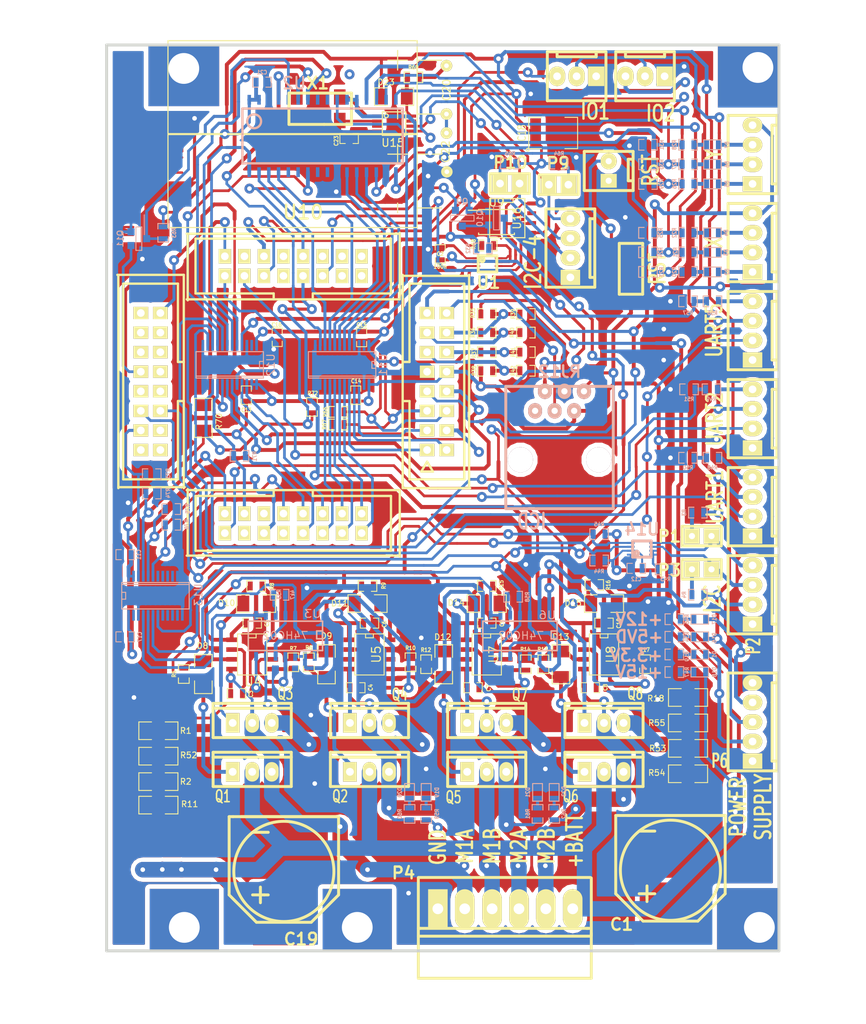
<source format=kicad_pcb>
(kicad_pcb (version 4) (host pcbnew 4.0.5+dfsg1-4)
  (title_block (title MOTOR_BOARD) (date 2018-03-22) (rev V3-43) (company "CYBERNETIQUE EN NORD") (comment 1 F4DEB) (comment 2 "Changement empreinte EEPROM"))
  (layers (0 Dessus signal) (31 Dessous signal) (34 B.Paste user) (35 F.Paste user) (36 B.SilkS user) (37 F.SilkS user) (38 B.Mask user) (39 F.Mask user) (44 Edge.Cuts user))
  (net 0 "")
  (net 1 +12V)
  (net 2 +15V)
  (net 3 +5VD)
  (net 4 /MOTOR/M1A)
  (net 5 /MOTOR/M1B)
  (net 6 /MOTOR/M2A)
  (net 7 /MOTOR/M2B)
  (net 8 /MOTOR/MOTOREN)
  (net 9 GND)
  (net 10 +3V3)
  (net 11 "Net-(C3-Pad2)")
  (net 12 "Net-(C4-Pad2)")
  (net 13 "Net-(C7-Pad2)")
  (net 14 "Net-(C8-Pad2)")
  (net 15 "Net-(C20-Pad1)")
  (net 16 "Net-(C20-Pad2)")
  (net 17 "Net-(C23-Pad1)")
  (net 18 "Net-(D1-Pad2)")
  (net 19 "Net-(D2-Pad1)")
  (net 20 "Net-(D2-Pad2)")
  (net 21 "Net-(D3-Pad1)")
  (net 22 "Net-(D3-Pad2)")
  (net 23 "Net-(D4-Pad1)")
  (net 24 "Net-(D4-Pad2)")
  (net 25 "Net-(D5-Pad1)")
  (net 26 "Net-(D5-Pad2)")
  (net 27 "Net-(D6-Pad1)")
  (net 28 "Net-(D6-Pad2)")
  (net 29 "Net-(D7-Pad1)")
  (net 30 "Net-(D7-Pad2)")
  (net 31 "Net-(D8-Pad1)")
  (net 32 "Net-(D8-Pad2)")
  (net 33 "Net-(D9-Pad1)")
  (net 34 "Net-(D9-Pad2)")
  (net 35 "Net-(D10-Pad1)")
  (net 36 "Net-(D10-Pad2)")
  (net 37 "Net-(D11-Pad1)")
  (net 38 "Net-(D11-Pad2)")
  (net 39 "Net-(D12-Pad1)")
  (net 40 "Net-(D12-Pad2)")
  (net 41 "Net-(D13-Pad1)")
  (net 42 "Net-(D13-Pad2)")
  (net 43 "Net-(D14-Pad1)")
  (net 44 "Net-(D14-Pad2)")
  (net 45 "Net-(D15-Pad1)")
  (net 46 "Net-(D15-Pad2)")
  (net 47 "Net-(D16-Pad2)")
  (net 48 "Net-(D17-Pad2)")
  (net 49 "Net-(D18-Pad2)")
  (net 50 "Net-(D19-Pad1)")
  (net 51 "Net-(D20-Pad1)")
  (net 52 "Net-(D21-Pad1)")
  (net 53 "Net-(D22-Pad1)")
  (net 54 "Net-(D23-Pad2)")
  (net 55 /PGD)
  (net 56 "Net-(J1-Pad6)")
  (net 57 /RST)
  (net 58 /PGC)
  (net 59 "Net-(J1-Pad8)")
  (net 60 "Net-(J1-Pad7)")
  (net 61 /IO2)
  (net 62 /IO1)
  (net 63 "Net-(K8-Pad1)")
  (net 64 "Net-(K9-Pad1)")
  (net 65 /SDA1)
  (net 66 "Net-(P1-Pad2)")
  (net 67 /SCL1)
  (net 68 "Net-(P3-Pad2)")
  (net 69 /U2TX)
  (net 70 /U2RX)
  (net 71 /U5TX)
  (net 72 /U5RX)
  (net 73 /U1TX)
  (net 74 /U1RX)
  (net 75 /SDA4)
  (net 76 "Net-(P9-Pad2)")
  (net 77 /SCL4)
  (net 78 "Net-(P10-Pad2)")
  (net 79 "Net-(Q3-Pad2)")
  (net 80 "Net-(Q7-Pad2)")
  (net 81 "Net-(R7-Pad1)")
  (net 82 "Net-(R10-Pad1)")
  (net 83 "Net-(R14-Pad1)")
  (net 84 "Net-(R17-Pad1)")
  (net 85 "Net-(R20-Pad2)")
  (net 86 "Net-(R21-Pad2)")
  (net 87 "Net-(R22-Pad2)")
  (net 88 "Net-(R26-Pad2)")
  (net 89 "Net-(R27-Pad2)")
  (net 90 "Net-(R28-Pad2)")
  (net 91 "Net-(Q10-Pad1)")
  (net 92 "Net-(Q10-Pad3)")
  (net 93 "Net-(R33-Pad2)")
  (net 94 "Net-(R35-Pad2)")
  (net 95 "Net-(R36-Pad2)")
  (net 96 "Net-(R37-Pad2)")
  (net 97 "Net-(R38-Pad2)")
  (net 98 "Net-(R43-Pad2)")
  (net 99 "Net-(R44-Pad2)")
  (net 100 "Net-(R45-Pad2)")
  (net 101 /PIC32MX/RX1)
  (net 102 /PIC32MX/RX2)
  (net 103 /PIC32MX/RX5)
  (net 104 "Net-(R58-Pad2)")
  (net 105 /PIC32MX/BOSC)
  (net 106 /PIC32MX/SCL403V3)
  (net 107 /PIC32MX/SDA403V3)
  (net 108 "Net-(R68-Pad2)")
  (net 109 "Net-(R70-Pad1)")
  (net 110 "Net-(R71-Pad1)")
  (net 111 /PIC32MX/TX5)
  (net 112 /PIC32MX/PW1)
  (net 113 /PIC32MX/PW2)
  (net 114 /PIC32MX/DI1)
  (net 115 /PIC32MX/DI2)
  (net 116 /PIC32MX/D6)
  (net 117 /PIC32MX/D5)
  (net 118 /PIC32MX/D4)
  (net 119 "Net-(U2-Pad24)")
  (net 120 "Net-(U2-Pad28)")
  (net 121 /PIC32MX/D3)
  (net 122 /PIC32MX/D2)
  (net 123 /PIC32MX/D1)
  (net 124 /PIC32MX/X/Y)
  (net 125 /PIC32MX/D0)
  (net 126 "Net-(U2-Pad9)")
  (net 127 /PIC32MX/D7)
  (net 128 /PIC32MX/RSTxy)
  (net 129 /PIC32MX/SEL1)
  (net 130 /PIC32MX/OE)
  (net 131 "Net-(U2-Pad8)")
  (net 132 "Net-(U2-Pad27)")
  (net 133 /PIC32MX/SEL2)
  (net 134 "Net-(U2-Pad25)")
  (net 135 "Net-(U3-Pad1)")
  (net 136 /DIR1)
  (net 137 "Net-(U3-Pad4)")
  (net 138 "Net-(U3-Pad7)")
  (net 139 /PWM1)
  (net 140 "Net-(U3-Pad13)")
  (net 141 "Net-(U3-Pad14)")
  (net 142 "Net-(U6-Pad1)")
  (net 143 /DIR2)
  (net 144 "Net-(U6-Pad4)")
  (net 145 /PWM2)
  (net 146 "Net-(U6-Pad13)")
  (net 147 "Net-(U9-Pad7)")
  (net 148 "Net-(U10-Pad8)")
  (net 149 /PIC32MX/BD7)
  (net 150 "Net-(U10-Pad4)")
  (net 151 /PIC32MX/BD5)
  (net 152 /PIC32MX/BD6)
  (net 153 "Net-(U10-Pad34)")
  (net 154 "Net-(U10-Pad33)")
  (net 155 "Net-(U10-Pad36)")
  (net 156 "Net-(U10-Pad35)")
  (net 157 "Net-(U10-Pad38)")
  (net 158 "Net-(U10-Pad37)")
  (net 159 /PIC32MX/OSC)
  (net 160 "Net-(U10-Pad39)")
  (net 161 "Net-(U10-Pad42)")
  (net 162 "Net-(U10-Pad41)")
  (net 163 "Net-(U10-Pad45)")
  (net 164 "Net-(U10-Pad48)")
  (net 165 "Net-(U10-Pad47)")
  (net 166 /PIC32MX/ADC1)
  (net 167 "Net-(U10-Pad25)")
  (net 168 "Net-(U10-Pad26)")
  (net 169 /PIC32MX/ADC2)
  (net 170 "Net-(U10-Pad22)")
  (net 171 "Net-(U10-Pad19)")
  (net 172 "Net-(U10-Pad20)")
  (net 173 "Net-(U10-Pad17)")
  (net 174 "Net-(U10-Pad18)")
  (net 175 /PIC32MX/BD4)
  (net 176 /PIC32MX/BD3)
  (net 177 /PIC32MX/BD2)
  (net 178 /PIC32MX/BD1)
  (net 179 /PIC32MX/BD0)
  (net 180 /PIC32MX/RF1)
  (net 181 /PIC32MX/RF0)
  (net 182 "Net-(U10-Pad57)")
  (net 183 "Net-(U10-Pad56)")
  (net 184 "Net-(U10-Pad53)")
  (net 185 "Net-(U10-Pad52)")
  (net 186 "Net-(U11-Pad23)")
  (net 187 "Net-(U12-Pad23)")
  (net 188 "Net-(U13-Pad7)")
  (net 189 "Net-(U13-Pad8)")
  (net 190 "Net-(U13-Pad9)")
  (net 191 "Net-(U13-Pad10)")
  (net 192 "Net-(U13-Pad14)")
  (net 193 "Net-(U13-Pad15)")
  (net 194 "Net-(U13-Pad16)")
  (net 195 "Net-(U13-Pad17)")
  (net 196 "Net-(U13-Pad23)")
  (net 197 "Net-(U15-Pad1)")
  (net 198 "Net-(U15-Pad3)")
  (net 199 "Net-(U15-Pad7)")
  (net 200 "Net-(U16-Pad7)")
  (module COLONETTE (layer Dessus) (at 166.497 155.956 180)
    (fp_text reference COLONETTE hide)
    (fp_text value VAL** hide)
    (pad 1 thru_hole rect (at 0 0 180) (size 8 8) (drill 4.0005 (offset 1.5 1.1)) (layers *.Cu))
  )
  (module IRFIZ48V (layer Dessus) (at 100.584 129.413 90)
    (fp_text reference Q3 (at 3.81 4.318 180) (layer F.SilkS) (effects (font (size 1.524 1.016) (thickness 0.2032))))
    (fp_text value MOS_N hide)
    (pad 2 thru_hole oval (at 0 2.54 90) (size 2.54 1.778) (drill 1.016) (layers *.Cu *.Mask F.SilkS) (net 79 "Net-(Q3-Pad2)"))
    (pad 3 thru_hole oval (at 0 0 90) (size 2.54 1.778) (drill 1.016) (layers *.Cu *.Mask F.SilkS) (net 4 /MOTOR/M1A))
    (pad 1 thru_hole rect (at 0 -2.54 90) (size 2.54 1.778) (drill 1.016) (layers *.Cu *.Mask F.SilkS) (net 35 "Net-(D10-Pad1)"))
  )
  (module IRFIZ48V (layer Dessus) (at 146.304 135.763 90)
    (fp_text reference Q6 (at -3.175 -4.318 180) (layer F.SilkS) (effects (font (size 1.524 1.016) (thickness 0.2032))))
    (fp_text value MOS_N hide)
    (pad 2 thru_hole oval (at 0 2.54 90) (size 2.54 1.778) (drill 1.016) (layers *.Cu *.Mask F.SilkS) (net 7 /MOTOR/M2B))
    (pad 3 thru_hole oval (at 0 0 90) (size 2.54 1.778) (drill 1.016) (layers *.Cu *.Mask F.SilkS) (net 2 +15V))
    (pad 1 thru_hole rect (at 0 -2.54 90) (size 2.54 1.778) (drill 1.016) (layers *.Cu *.Mask F.SilkS) (net 41 "Net-(D13-Pad1)"))
  )
  (module IRFIZ48V (layer Dessus) (at 146.304 129.413 90)
    (fp_text reference Q8 (at 3.81 4.064 180) (layer F.SilkS) (effects (font (size 1.524 1.016) (thickness 0.2032))))
    (fp_text value MOS_N hide)
    (pad 2 thru_hole oval (at 0 2.54 90) (size 2.54 1.778) (drill 1.016) (layers *.Cu *.Mask F.SilkS) (net 80 "Net-(Q7-Pad2)"))
    (pad 3 thru_hole oval (at 0 0 90) (size 2.54 1.778) (drill 1.016) (layers *.Cu *.Mask F.SilkS) (net 7 /MOTOR/M2B))
    (pad 1 thru_hole rect (at 0 -2.54 90) (size 2.54 1.778) (drill 1.016) (layers *.Cu *.Mask F.SilkS) (net 45 "Net-(D15-Pad1)"))
  )
  (module IRFIZ48V (layer Dessus) (at 115.824 135.763 90)
    (fp_text reference Q2 (at -3.175 -3.81 180) (layer F.SilkS) (effects (font (size 1.524 1.016) (thickness 0.2032))))
    (fp_text value MOS_N hide)
    (pad 2 thru_hole oval (at 0 2.54 90) (size 2.54 1.778) (drill 1.016) (layers *.Cu *.Mask F.SilkS) (net 5 /MOTOR/M1B))
    (pad 3 thru_hole oval (at 0 0 90) (size 2.54 1.778) (drill 1.016) (layers *.Cu *.Mask F.SilkS) (net 2 +15V))
    (pad 1 thru_hole rect (at 0 -2.54 90) (size 2.54 1.778) (drill 1.016) (layers *.Cu *.Mask F.SilkS) (net 33 "Net-(D9-Pad1)"))
  )
  (module IRFIZ48V (layer Dessus) (at 115.824 129.413 90)
    (fp_text reference Q4 (at 3.683 3.937 180) (layer F.SilkS) (effects (font (size 1.524 1.016) (thickness 0.2032))))
    (fp_text value MOS_N hide)
    (pad 2 thru_hole oval (at 0 2.54 90) (size 2.54 1.778) (drill 1.016) (layers *.Cu *.Mask F.SilkS) (net 79 "Net-(Q3-Pad2)"))
    (pad 3 thru_hole oval (at 0 0 90) (size 2.54 1.778) (drill 1.016) (layers *.Cu *.Mask F.SilkS) (net 5 /MOTOR/M1B))
    (pad 1 thru_hole rect (at 0 -2.54 90) (size 2.54 1.778) (drill 1.016) (layers *.Cu *.Mask F.SilkS) (net 37 "Net-(D11-Pad1)"))
  )
  (module IRFIZ48V (layer Dessus) (at 131.064 129.413 90)
    (fp_text reference Q7 (at 3.683 4.318 180) (layer F.SilkS) (effects (font (size 1.524 1.016) (thickness 0.2032))))
    (fp_text value MOS_N hide)
    (pad 2 thru_hole oval (at 0 2.54 90) (size 2.54 1.778) (drill 1.016) (layers *.Cu *.Mask F.SilkS) (net 80 "Net-(Q7-Pad2)"))
    (pad 3 thru_hole oval (at 0 0 90) (size 2.54 1.778) (drill 1.016) (layers *.Cu *.Mask F.SilkS) (net 6 /MOTOR/M2A))
    (pad 1 thru_hole rect (at 0 -2.54 90) (size 2.54 1.778) (drill 1.016) (layers *.Cu *.Mask F.SilkS) (net 43 "Net-(D14-Pad1)"))
  )
  (module IRFIZ48V (layer Dessus) (at 100.584 135.763 90)
    (fp_text reference Q1 (at -3.175 -3.81 180) (layer F.SilkS) (effects (font (size 1.524 1.016) (thickness 0.2032))))
    (fp_text value MOS_N hide)
    (pad 2 thru_hole oval (at 0 2.54 90) (size 2.54 1.778) (drill 1.016) (layers *.Cu *.Mask F.SilkS) (net 4 /MOTOR/M1A))
    (pad 3 thru_hole oval (at 0 0 90) (size 2.54 1.778) (drill 1.016) (layers *.Cu *.Mask F.SilkS) (net 2 +15V))
    (pad 1 thru_hole rect (at 0 -2.54 90) (size 2.54 1.778) (drill 1.016) (layers *.Cu *.Mask F.SilkS) (net 31 "Net-(D8-Pad1)"))
  )
  (module IRFIZ48V (layer Dessus) (at 131.064 135.763 90)
    (fp_text reference Q5 (at -3.302 -4.318 180) (layer F.SilkS) (effects (font (size 1.524 1.016) (thickness 0.2032))))
    (fp_text value MOS_N hide)
    (pad 2 thru_hole oval (at 0 2.54 90) (size 2.54 1.778) (drill 1.016) (layers *.Cu *.Mask F.SilkS) (net 6 /MOTOR/M2A))
    (pad 3 thru_hole oval (at 0 0 90) (size 2.54 1.778) (drill 1.016) (layers *.Cu *.Mask F.SilkS) (net 2 +15V))
    (pad 1 thru_hole rect (at 0 -2.54 90) (size 2.54 1.778) (drill 1.016) (layers *.Cu *.Mask F.SilkS) (net 39 "Net-(D12-Pad1)"))
  )
  (module SM0603 (layer Dessous) (at 160.401 54.356 180)
    (fp_text reference D7 (at -1.905 0 270) (layer B.SilkS) (effects (font (size 0.508 0.4572) (thickness 0.1143)) (justify mirror)))
    (fp_text value JAUNE hide)
    (pad 1 smd rect (at -0.762 0 180) (size 0.635 1.143) (layers Dessous B.Paste B.Mask) (net 29 "Net-(D7-Pad1)"))
    (pad 2 smd rect (at 0.762 0 180) (size 0.635 1.143) (layers Dessous B.Paste B.Mask) (net 30 "Net-(D7-Pad2)"))
  )
  (module SM0603 (layer Dessous) (at 160.401 56.896 180)
    (fp_text reference D6 (at -1.905 0 270) (layer B.SilkS) (effects (font (size 0.508 0.4572) (thickness 0.1143)) (justify mirror)))
    (fp_text value JAUNE hide)
    (pad 1 smd rect (at -0.762 0 180) (size 0.635 1.143) (layers Dessous B.Paste B.Mask) (net 27 "Net-(D6-Pad1)"))
    (pad 2 smd rect (at 0.762 0 180) (size 0.635 1.143) (layers Dessous B.Paste B.Mask) (net 28 "Net-(D6-Pad2)"))
  )
  (module SM0603 (layer Dessous) (at 160.401 59.436 180)
    (fp_text reference D5 (at -1.905 0 270) (layer B.SilkS) (effects (font (size 0.508 0.4572) (thickness 0.1143)) (justify mirror)))
    (fp_text value JAUNE hide)
    (pad 1 smd rect (at -0.762 0 180) (size 0.635 1.143) (layers Dessous B.Paste B.Mask) (net 25 "Net-(D5-Pad1)"))
    (pad 2 smd rect (at 0.762 0 180) (size 0.635 1.143) (layers Dessous B.Paste B.Mask) (net 26 "Net-(D5-Pad2)"))
  )
  (module SM0603 (layer Dessous) (at 160.401 68.326 180)
    (fp_text reference D3 (at -1.778 0 270) (layer B.SilkS) (effects (font (size 0.508 0.4572) (thickness 0.1143)) (justify mirror)))
    (fp_text value JAUNE hide)
    (pad 1 smd rect (at -0.762 0 180) (size 0.635 1.143) (layers Dessous B.Paste B.Mask) (net 21 "Net-(D3-Pad1)"))
    (pad 2 smd rect (at 0.762 0 180) (size 0.635 1.143) (layers Dessous B.Paste B.Mask) (net 22 "Net-(D3-Pad2)"))
  )
  (module SM0603 (layer Dessous) (at 160.401 65.786 180)
    (fp_text reference D4 (at -1.778 0 270) (layer B.SilkS) (effects (font (size 0.508 0.4572) (thickness 0.1143)) (justify mirror)))
    (fp_text value JAUNE hide)
    (pad 1 smd rect (at -0.762 0 180) (size 0.635 1.143) (layers Dessous B.Paste B.Mask) (net 23 "Net-(D4-Pad1)"))
    (pad 2 smd rect (at 0.762 0 180) (size 0.635 1.143) (layers Dessous B.Paste B.Mask) (net 24 "Net-(D4-Pad2)"))
  )
  (module SM0603 (layer Dessous) (at 160.401 70.866 180)
    (fp_text reference D2 (at -1.905 0 270) (layer B.SilkS) (effects (font (size 0.508 0.4572) (thickness 0.1143)) (justify mirror)))
    (fp_text value JAUNE hide)
    (pad 1 smd rect (at -0.762 0 180) (size 0.635 1.143) (layers Dessous B.Paste B.Mask) (net 19 "Net-(D2-Pad1)"))
    (pad 2 smd rect (at 0.762 0 180) (size 0.635 1.143) (layers Dessous B.Paste B.Mask) (net 20 "Net-(D2-Pad2)"))
  )
  (module SM0603 (layer Dessous) (at 158.75 115.951 180)
    (fp_text reference D17 (at -1.905 0 270) (layer B.SilkS) (effects (font (size 0.508 0.4572) (thickness 0.1143)) (justify mirror)))
    (fp_text value VERT hide)
    (pad 1 smd rect (at -0.762 0 180) (size 0.635 1.143) (layers Dessous B.Paste B.Mask) (net 1 +12V))
    (pad 2 smd rect (at 0.762 0 180) (size 0.635 1.143) (layers Dessous B.Paste B.Mask) (net 48 "Net-(D17-Pad2)"))
  )
  (module SM0603 (layer Dessous) (at 158.75 122.809 180)
    (fp_text reference D18 (at -1.905 0 270) (layer B.SilkS) (effects (font (size 0.508 0.4572) (thickness 0.1143)) (justify mirror)))
    (fp_text value VERT hide)
    (pad 1 smd rect (at -0.762 0 180) (size 0.635 1.143) (layers Dessous B.Paste B.Mask) (net 2 +15V))
    (pad 2 smd rect (at 0.762 0 180) (size 0.635 1.143) (layers Dessous B.Paste B.Mask) (net 49 "Net-(D18-Pad2)"))
  )
  (module SM0603 (layer Dessous) (at 158.75 120.523 180)
    (fp_text reference D1 (at -1.905 0 270) (layer B.SilkS) (effects (font (size 0.508 0.4572) (thickness 0.1143)) (justify mirror)))
    (fp_text value VERT hide)
    (pad 1 smd rect (at -0.762 0 180) (size 0.635 1.143) (layers Dessous B.Paste B.Mask) (net 10 +3V3))
    (pad 2 smd rect (at 0.762 0 180) (size 0.635 1.143) (layers Dessous B.Paste B.Mask) (net 18 "Net-(D1-Pad2)"))
  )
  (module SM0603 (layer Dessous) (at 158.75 118.237 180)
    (fp_text reference D16 (at -1.905 -0.127 270) (layer B.SilkS) (effects (font (size 0.508 0.4572) (thickness 0.1143)) (justify mirror)))
    (fp_text value VERT hide)
    (pad 1 smd rect (at -0.762 0 180) (size 0.635 1.143) (layers Dessous B.Paste B.Mask) (net 3 +5VD))
    (pad 2 smd rect (at 0.762 0 180) (size 0.635 1.143) (layers Dessous B.Paste B.Mask) (net 47 "Net-(D16-Pad2)"))
  )
  (module SM0603_Capa (layer Dessous) (at 101.854 46.228)
    (fp_text reference C21 (at 0 -1.27) (layer B.SilkS) (effects (font (size 0.508 0.4572) (thickness 0.1143)) (justify mirror)))
    (fp_text value 100n hide)
    (pad 1 smd rect (at -0.762 0) (size 0.635 1.143) (layers Dessous B.Paste B.Mask) (net 3 +5VD))
    (pad 2 smd rect (at 0.762 0) (size 0.635 1.143) (layers Dessous B.Paste B.Mask) (net 9 GND))
  )
  (module SM0603_Capa (layer Dessus) (at 146.304 116.459)
    (fp_text reference C10 (at 1.9304 0.0254 90) (layer F.SilkS) (effects (font (size 0.508 0.4572) (thickness 0.1143))))
    (fp_text value 100n hide)
    (pad 1 smd rect (at -0.762 0) (size 0.635 1.143) (layers Dessus F.Paste F.Mask) (net 1 +12V))
    (pad 2 smd rect (at 0.762 0) (size 0.635 1.143) (layers Dessus F.Paste F.Mask) (net 9 GND))
  )
  (module SM0603_Capa (layer Dessus) (at 115.824 116.459)
    (fp_text reference C6 (at 1.9304 0.127 90) (layer F.SilkS) (effects (font (size 0.508 0.4572) (thickness 0.1143))))
    (fp_text value 100n hide)
    (pad 1 smd rect (at -0.762 0) (size 0.635 1.143) (layers Dessus F.Paste F.Mask) (net 1 +12V))
    (pad 2 smd rect (at 0.762 0) (size 0.635 1.143) (layers Dessus F.Paste F.Mask) (net 9 GND))
  )
  (module SM0603_Capa (layer Dessus) (at 144.526 124.841)
    (fp_text reference C8 (at 1.9558 -0.0508 90) (layer F.SilkS) (effects (font (size 0.508 0.4572) (thickness 0.1143))))
    (fp_text value 100n hide)
    (pad 1 smd rect (at -0.762 0) (size 0.635 1.143) (layers Dessus F.Paste F.Mask) (net 7 /MOTOR/M2B))
    (pad 2 smd rect (at 0.762 0) (size 0.635 1.143) (layers Dessus F.Paste F.Mask) (net 14 "Net-(C8-Pad2)"))
  )
  (module SM0603_Capa (layer Dessus) (at 98.552 125.603)
    (fp_text reference C3 (at 1.8542 0.0508 90) (layer F.SilkS) (effects (font (size 0.508 0.4572) (thickness 0.1143))))
    (fp_text value 100n hide)
    (pad 1 smd rect (at -0.762 0) (size 0.635 1.143) (layers Dessus F.Paste F.Mask) (net 4 /MOTOR/M1A))
    (pad 2 smd rect (at 0.762 0) (size 0.635 1.143) (layers Dessus F.Paste F.Mask) (net 11 "Net-(C3-Pad2)"))
  )
  (module SM0603_Capa (layer Dessus) (at 114.808 79.375 270)
    (fp_text reference C15 (at -1.651 0 360) (layer F.SilkS) (effects (font (size 0.508 0.4572) (thickness 0.1143))))
    (fp_text value 100n hide)
    (pad 1 smd rect (at -0.762 0 270) (size 0.635 1.143) (layers Dessus F.Paste F.Mask) (net 3 +5VD))
    (pad 2 smd rect (at 0.762 0 270) (size 0.635 1.143) (layers Dessus F.Paste F.Mask) (net 9 GND))
  )
  (module SM0603_Capa (layer Dessus) (at 103.8352 79.3496 270)
    (fp_text reference C16 (at -1.6256 0.0762 360) (layer F.SilkS) (effects (font (size 0.508 0.4572) (thickness 0.1143))))
    (fp_text value 100n hide)
    (pad 1 smd rect (at -0.762 0 270) (size 0.635 1.143) (layers Dessus F.Paste F.Mask) (net 3 +5VD))
    (pad 2 smd rect (at 0.762 0 270) (size 0.635 1.143) (layers Dessus F.Paste F.Mask) (net 9 GND))
  )
  (module SM0603_Capa (layer Dessus) (at 129.286 124.841)
    (fp_text reference C7 (at 2.032 0.0508 90) (layer F.SilkS) (effects (font (size 0.508 0.4572) (thickness 0.1143))))
    (fp_text value 100n hide)
    (pad 1 smd rect (at -0.762 0) (size 0.635 1.143) (layers Dessus F.Paste F.Mask) (net 6 /MOTOR/M2A))
    (pad 2 smd rect (at 0.762 0) (size 0.635 1.143) (layers Dessus F.Paste F.Mask) (net 13 "Net-(C7-Pad2)"))
  )
  (module SM0603_Capa (layer Dessus) (at 114.046 124.841)
    (fp_text reference C4 (at 1.9304 -0.0254 90) (layer F.SilkS) (effects (font (size 0.508 0.4572) (thickness 0.1143))))
    (fp_text value 100n hide)
    (pad 1 smd rect (at -0.762 0) (size 0.635 1.143) (layers Dessus F.Paste F.Mask) (net 5 /MOTOR/M1B))
    (pad 2 smd rect (at 0.762 0) (size 0.635 1.143) (layers Dessus F.Paste F.Mask) (net 12 "Net-(C4-Pad2)"))
  )
  (module SM0603_Capa (layer Dessous) (at 84.074 118.237 180)
    (fp_text reference C17 (at -1.905 0 450) (layer B.SilkS) (effects (font (size 0.508 0.4572) (thickness 0.1143)) (justify mirror)))
    (fp_text value 100n hide)
    (pad 1 smd rect (at -0.762 0 180) (size 0.635 1.143) (layers Dessous B.Paste B.Mask) (net 3 +5VD))
    (pad 2 smd rect (at 0.762 0 180) (size 0.635 1.143) (layers Dessous B.Paste B.Mask) (net 9 GND))
  )
  (module SM0603_Capa (layer Dessus) (at 100.584 116.459)
    (fp_text reference C5 (at 1.905 0.0254 90) (layer F.SilkS) (effects (font (size 0.508 0.4572) (thickness 0.1143))))
    (fp_text value 100n hide)
    (pad 1 smd rect (at -0.762 0) (size 0.635 1.143) (layers Dessus F.Paste F.Mask) (net 1 +12V))
    (pad 2 smd rect (at 0.762 0) (size 0.635 1.143) (layers Dessus F.Paste F.Mask) (net 9 GND))
  )
  (module SM0603_Capa (layer Dessus) (at 131.064 116.459)
    (fp_text reference C9 (at 1.9812 0.0254 90) (layer F.SilkS) (effects (font (size 0.508 0.4572) (thickness 0.1143))))
    (fp_text value 100n hide)
    (pad 1 smd rect (at -0.762 0) (size 0.635 1.143) (layers Dessus F.Paste F.Mask) (net 1 +12V))
    (pad 2 smd rect (at 0.762 0) (size 0.635 1.143) (layers Dessus F.Paste F.Mask) (net 9 GND))
  )
  (module SM0603_Capa (layer Dessous) (at 84.074 107.569 180)
    (fp_text reference C11 (at -1.778 0 450) (layer B.SilkS) (effects (font (size 0.508 0.4572) (thickness 0.1143)) (justify mirror)))
    (fp_text value 100n hide)
    (pad 1 smd rect (at -0.762 0 180) (size 0.635 1.143) (layers Dessous B.Paste B.Mask) (net 10 +3V3))
    (pad 2 smd rect (at 0.762 0 180) (size 0.635 1.143) (layers Dessous B.Paste B.Mask) (net 9 GND))
  )
  (module SM0603_Capa (layer Dessous) (at 150.495 109.347 180)
    (fp_text reference C12 (at 0 -1.397 180) (layer B.SilkS) (effects (font (size 0.508 0.4572) (thickness 0.1143)) (justify mirror)))
    (fp_text value 100n hide)
    (pad 1 smd rect (at -0.762 0 180) (size 0.635 1.143) (layers Dessous B.Paste B.Mask) (net 10 +3V3))
    (pad 2 smd rect (at 0.762 0 180) (size 0.635 1.143) (layers Dessous B.Paste B.Mask) (net 9 GND))
  )
  (module SM0603_Capa (layer Dessus) (at 99.822 86.868 90)
    (fp_text reference C13 (at -1.9304 0 180) (layer F.SilkS) (effects (font (size 0.508 0.4572) (thickness 0.1143))))
    (fp_text value 100n hide)
    (pad 1 smd rect (at -0.762 0 90) (size 0.635 1.143) (layers Dessus F.Paste F.Mask) (net 10 +3V3))
    (pad 2 smd rect (at 0.762 0 90) (size 0.635 1.143) (layers Dessus F.Paste F.Mask) (net 9 GND))
  )
  (module SM0603_Capa (layer Dessus) (at 114.046 86.868 90)
    (fp_text reference C14 (at 1.8288 0.0508 180) (layer F.SilkS) (effects (font (size 0.508 0.4572) (thickness 0.1143))))
    (fp_text value 100n hide)
    (pad 1 smd rect (at -0.762 0 90) (size 0.635 1.143) (layers Dessus F.Paste F.Mask) (net 10 +3V3))
    (pad 2 smd rect (at 0.762 0 90) (size 0.635 1.143) (layers Dessus F.Paste F.Mask) (net 9 GND))
  )
  (module SM0603_Resistor (layer Dessus) (at 107.95 121.539 90)
    (fp_text reference R6 (at 1.905 0 180) (layer F.SilkS) (effects (font (size 0.50038 0.4572) (thickness 0.1143))))
    (fp_text value 47 hide)
    (pad 1 smd rect (at -0.762 0 90) (size 0.635 1.143) (layers Dessus F.Paste F.Mask) (net 33 "Net-(D9-Pad1)"))
    (pad 2 smd rect (at 0.762 0 90) (size 0.635 1.143) (layers Dessus F.Paste F.Mask) (net 34 "Net-(D9-Pad2)"))
  )
  (module SM0603_Resistor (layer Dessus) (at 115.57 111.633)
    (fp_text reference R9 (at 2.1082 -0.0254 90) (layer F.SilkS) (effects (font (size 0.50038 0.4572) (thickness 0.1143))))
    (fp_text value 47 hide)
    (pad 1 smd rect (at -0.762 0) (size 0.635 1.143) (layers Dessus F.Paste F.Mask) (net 37 "Net-(D11-Pad1)"))
    (pad 2 smd rect (at 0.762 0) (size 0.635 1.143) (layers Dessus F.Paste F.Mask) (net 38 "Net-(D11-Pad2)"))
  )
  (module SM0603_Resistor (layer Dessus) (at 101.092 111.633)
    (fp_text reference R8 (at 2.0574 0.0254 90) (layer F.SilkS) (effects (font (size 0.50038 0.4572) (thickness 0.1143))))
    (fp_text value 47 hide)
    (pad 1 smd rect (at -0.762 0) (size 0.635 1.143) (layers Dessus F.Paste F.Mask) (net 35 "Net-(D10-Pad1)"))
    (pad 2 smd rect (at 0.762 0) (size 0.635 1.143) (layers Dessus F.Paste F.Mask) (net 36 "Net-(D10-Pad2)"))
  )
  (module SM0603_Resistor (layer Dessus) (at 121.158 121.539 90)
    (fp_text reference R10 (at 1.8542 0 180) (layer F.SilkS) (effects (font (size 0.50038 0.4572) (thickness 0.1143))))
    (fp_text value 220k hide)
    (pad 1 smd rect (at -0.762 0 90) (size 0.635 1.143) (layers Dessus F.Paste F.Mask) (net 82 "Net-(R10-Pad1)"))
    (pad 2 smd rect (at 0.762 0 90) (size 0.635 1.143) (layers Dessus F.Paste F.Mask) (net 9 GND))
  )
  (module SM0603_Resistor (layer Dessus) (at 151.638 121.793 90)
    (fp_text reference R17 (at 1.8796 -0.0508 180) (layer F.SilkS) (effects (font (size 0.50038 0.4572) (thickness 0.1143))))
    (fp_text value 220k hide)
    (pad 1 smd rect (at -0.762 0 90) (size 0.635 1.143) (layers Dessus F.Paste F.Mask) (net 84 "Net-(R17-Pad1)"))
    (pad 2 smd rect (at 0.762 0 90) (size 0.635 1.143) (layers Dessus F.Paste F.Mask) (net 9 GND))
  )
  (module SM0603_Resistor (layer Dessus) (at 138.43 121.793 90)
    (fp_text reference R13 (at 1.9304 -0.1016 180) (layer F.SilkS) (effects (font (size 0.50038 0.4572) (thickness 0.1143))))
    (fp_text value 47 hide)
    (pad 1 smd rect (at -0.762 0 90) (size 0.635 1.143) (layers Dessus F.Paste F.Mask) (net 41 "Net-(D13-Pad1)"))
    (pad 2 smd rect (at 0.762 0 90) (size 0.635 1.143) (layers Dessus F.Paste F.Mask) (net 42 "Net-(D13-Pad2)"))
  )
  (module SM0603_Resistor (layer Dessus) (at 145.034 111.506)
    (fp_text reference R16 (at 1.8288 0.0254 90) (layer F.SilkS) (effects (font (size 0.50038 0.4572) (thickness 0.1143))))
    (fp_text value 47 hide)
    (pad 1 smd rect (at -0.762 0) (size 0.635 1.143) (layers Dessus F.Paste F.Mask) (net 45 "Net-(D15-Pad1)"))
    (pad 2 smd rect (at 0.762 0) (size 0.635 1.143) (layers Dessus F.Paste F.Mask) (net 46 "Net-(D15-Pad2)"))
  )
  (module SM0603_Resistor (layer Dessus) (at 131.064 111.633)
    (fp_text reference R15 (at 1.905 -0.1016 90) (layer F.SilkS) (effects (font (size 0.50038 0.4572) (thickness 0.1143))))
    (fp_text value 47 hide)
    (pad 1 smd rect (at -0.762 0) (size 0.635 1.143) (layers Dessus F.Paste F.Mask) (net 43 "Net-(D14-Pad1)"))
    (pad 2 smd rect (at 0.762 0) (size 0.635 1.143) (layers Dessus F.Paste F.Mask) (net 44 "Net-(D14-Pad2)"))
  )
  (module SM0603_Resistor (layer Dessus) (at 123.19 121.793 90)
    (fp_text reference R12 (at 1.8542 -0.0254 180) (layer F.SilkS) (effects (font (size 0.50038 0.4572) (thickness 0.1143))))
    (fp_text value 47 hide)
    (pad 1 smd rect (at -0.762 0 90) (size 0.635 1.143) (layers Dessus F.Paste F.Mask) (net 39 "Net-(D12-Pad1)"))
    (pad 2 smd rect (at 0.762 0 90) (size 0.635 1.143) (layers Dessus F.Paste F.Mask) (net 40 "Net-(D12-Pad2)"))
  )
  (module SM0603_Resistor (layer Dessus) (at 136.144 121.793 90)
    (fp_text reference R14 (at 1.9304 -0.0508 180) (layer F.SilkS) (effects (font (size 0.50038 0.4572) (thickness 0.1143))))
    (fp_text value 220k hide)
    (pad 1 smd rect (at -0.762 0 90) (size 0.635 1.143) (layers Dessus F.Paste F.Mask) (net 83 "Net-(R14-Pad1)"))
    (pad 2 smd rect (at 0.762 0 90) (size 0.635 1.143) (layers Dessus F.Paste F.Mask) (net 9 GND))
  )
  (module SM0603_Resistor (layer Dessous) (at 155.448 122.809 180)
    (fp_text reference R47 (at -1.651 0 450) (layer B.SilkS) (effects (font (size 0.50038 0.4572) (thickness 0.1143)) (justify mirror)))
    (fp_text value 3k3 hide)
    (pad 1 smd rect (at -0.762 0 180) (size 0.635 1.143) (layers Dessous B.Paste B.Mask) (net 49 "Net-(D18-Pad2)"))
    (pad 2 smd rect (at 0.762 0 180) (size 0.635 1.143) (layers Dessous B.Paste B.Mask) (net 9 GND))
  )
  (module SM0603_Resistor (layer Dessous) (at 155.448 115.951 180)
    (fp_text reference R46 (at -1.651 0 450) (layer B.SilkS) (effects (font (size 0.50038 0.4572) (thickness 0.1143)) (justify mirror)))
    (fp_text value 3k3 hide)
    (pad 1 smd rect (at -0.762 0 180) (size 0.635 1.143) (layers Dessous B.Paste B.Mask) (net 48 "Net-(D17-Pad2)"))
    (pad 2 smd rect (at 0.762 0 180) (size 0.635 1.143) (layers Dessous B.Paste B.Mask) (net 9 GND))
  )
  (module SM0603_Resistor (layer Dessous) (at 155.448 118.237 180)
    (fp_text reference R34 (at -1.651 0 450) (layer B.SilkS) (effects (font (size 0.50038 0.4572) (thickness 0.1143)) (justify mirror)))
    (fp_text value 1k hide)
    (pad 1 smd rect (at -0.762 0 180) (size 0.635 1.143) (layers Dessous B.Paste B.Mask) (net 47 "Net-(D16-Pad2)"))
    (pad 2 smd rect (at 0.762 0 180) (size 0.635 1.143) (layers Dessous B.Paste B.Mask) (net 9 GND))
  )
  (module SM0603_Resistor (layer Dessous) (at 155.448 120.523 180)
    (fp_text reference R19 (at -1.651 -0.254 450) (layer B.SilkS) (effects (font (size 0.50038 0.4572) (thickness 0.1143)) (justify mirror)))
    (fp_text value 470 hide)
    (pad 1 smd rect (at -0.762 0 180) (size 0.635 1.143) (layers Dessous B.Paste B.Mask) (net 18 "Net-(D1-Pad2)"))
    (pad 2 smd rect (at 0.762 0 180) (size 0.635 1.143) (layers Dessous B.Paste B.Mask) (net 9 GND))
  )
  (module SM0603_Resistor (layer Dessous) (at 158.496 112.776 180)
    (fp_text reference R4 (at 1.778 0 270) (layer B.SilkS) (effects (font (size 0.50038 0.4572) (thickness 0.1143)) (justify mirror)))
    (fp_text value 1.5k hide)
    (pad 1 smd rect (at -0.762 0 180) (size 0.635 1.143) (layers Dessous B.Paste B.Mask) (net 3 +5VD))
    (pad 2 smd rect (at 0.762 0 180) (size 0.635 1.143) (layers Dessous B.Paste B.Mask) (net 68 "Net-(P3-Pad2)"))
  )
  (module SM0603_Resistor (layer Dessus) (at 91.694 123.063 90)
    (fp_text reference R5 (at 0 -1.27 270) (layer F.SilkS) (effects (font (size 0.50038 0.4572) (thickness 0.1143))))
    (fp_text value 47 hide)
    (pad 1 smd rect (at -0.762 0 90) (size 0.635 1.143) (layers Dessus F.Paste F.Mask) (net 31 "Net-(D8-Pad1)"))
    (pad 2 smd rect (at 0.762 0 90) (size 0.635 1.143) (layers Dessus F.Paste F.Mask) (net 32 "Net-(D8-Pad2)"))
  )
  (module SM0603_Resistor (layer Dessous) (at 157.226 68.326 180)
    (fp_text reference R21 (at 1.651 0 450) (layer B.SilkS) (effects (font (size 0.50038 0.4572) (thickness 0.1143)) (justify mirror)))
    (fp_text value 1.5k hide)
    (pad 1 smd rect (at -0.762 0 180) (size 0.635 1.143) (layers Dessous B.Paste B.Mask) (net 22 "Net-(D3-Pad2)"))
    (pad 2 smd rect (at 0.762 0 180) (size 0.635 1.143) (layers Dessous B.Paste B.Mask) (net 86 "Net-(R21-Pad2)"))
  )
  (module SM0603_Resistor (layer Dessous) (at 157.226 70.866 180)
    (fp_text reference R20 (at 1.778 0 450) (layer B.SilkS) (effects (font (size 0.50038 0.4572) (thickness 0.1143)) (justify mirror)))
    (fp_text value 1.5k hide)
    (pad 1 smd rect (at -0.762 0 180) (size 0.635 1.143) (layers Dessous B.Paste B.Mask) (net 20 "Net-(D2-Pad2)"))
    (pad 2 smd rect (at 0.762 0 180) (size 0.635 1.143) (layers Dessous B.Paste B.Mask) (net 85 "Net-(R20-Pad2)"))
  )
  (module SM0603_Resistor (layer Dessus) (at 131.064 76.327)
    (fp_text reference R35 (at -1.778 -0.127 90) (layer F.SilkS) (effects (font (size 0.50038 0.4572) (thickness 0.1143))))
    (fp_text value "10k 1%" hide)
    (pad 1 smd rect (at -0.762 0) (size 0.635 1.143) (layers Dessus F.Paste F.Mask) (net 2 +15V))
    (pad 2 smd rect (at 0.762 0) (size 0.635 1.143) (layers Dessus F.Paste F.Mask) (net 94 "Net-(R35-Pad2)"))
  )
  (module SM0603_Resistor (layer Dessus) (at 131.064 78.74)
    (fp_text reference R36 (at -1.778 0 90) (layer F.SilkS) (effects (font (size 0.50038 0.4572) (thickness 0.1143))))
    (fp_text value "10k 1%" hide)
    (pad 1 smd rect (at -0.762 0) (size 0.635 1.143) (layers Dessus F.Paste F.Mask) (net 1 +12V))
    (pad 2 smd rect (at 0.762 0) (size 0.635 1.143) (layers Dessus F.Paste F.Mask) (net 95 "Net-(R36-Pad2)"))
  )
  (module SM0603_Resistor (layer Dessus) (at 131.064 81.28)
    (fp_text reference R37 (at -1.651 0.127 90) (layer F.SilkS) (effects (font (size 0.50038 0.4572) (thickness 0.1143))))
    (fp_text value "10k 1%" hide)
    (pad 1 smd rect (at -0.762 0) (size 0.635 1.143) (layers Dessus F.Paste F.Mask) (net 3 +5VD))
    (pad 2 smd rect (at 0.762 0) (size 0.635 1.143) (layers Dessus F.Paste F.Mask) (net 96 "Net-(R37-Pad2)"))
  )
  (module SM0603_Resistor (layer Dessus) (at 131.064 83.693)
    (fp_text reference R38 (at -1.651 0 90) (layer F.SilkS) (effects (font (size 0.50038 0.4572) (thickness 0.1143))))
    (fp_text value "10k 1%" hide)
    (pad 1 smd rect (at -0.762 0) (size 0.635 1.143) (layers Dessus F.Paste F.Mask) (net 10 +3V3))
    (pad 2 smd rect (at 0.762 0) (size 0.635 1.143) (layers Dessus F.Paste F.Mask) (net 97 "Net-(R38-Pad2)"))
  )
  (module SM0603_Resistor (layer Dessus) (at 136.144 76.327)
    (fp_text reference R39 (at -1.651 0 90) (layer F.SilkS) (effects (font (size 0.50038 0.4572) (thickness 0.1143))))
    (fp_text value "1k 1%" hide)
    (pad 1 smd rect (at -0.762 0) (size 0.635 1.143) (layers Dessus F.Paste F.Mask) (net 94 "Net-(R35-Pad2)"))
    (pad 2 smd rect (at 0.762 0) (size 0.635 1.143) (layers Dessus F.Paste F.Mask) (net 9 GND))
  )
  (module SM0603_Resistor (layer Dessus) (at 136.144 78.74)
    (fp_text reference R40 (at -1.778 0 90) (layer F.SilkS) (effects (font (size 0.50038 0.4572) (thickness 0.1143))))
    (fp_text value "1k 1%" hide)
    (pad 1 smd rect (at -0.762 0) (size 0.635 1.143) (layers Dessus F.Paste F.Mask) (net 95 "Net-(R36-Pad2)"))
    (pad 2 smd rect (at 0.762 0) (size 0.635 1.143) (layers Dessus F.Paste F.Mask) (net 9 GND))
  )
  (module SM0603_Resistor (layer Dessus) (at 136.144 81.28)
    (fp_text reference R41 (at -1.651 0 90) (layer F.SilkS) (effects (font (size 0.50038 0.4572) (thickness 0.1143))))
    (fp_text value "1k 1%" hide)
    (pad 1 smd rect (at -0.762 0) (size 0.635 1.143) (layers Dessus F.Paste F.Mask) (net 96 "Net-(R37-Pad2)"))
    (pad 2 smd rect (at 0.762 0) (size 0.635 1.143) (layers Dessus F.Paste F.Mask) (net 9 GND))
  )
  (module SM0603_Resistor (layer Dessus) (at 136.144 83.693)
    (fp_text reference R42 (at -1.651 0 90) (layer F.SilkS) (effects (font (size 0.50038 0.4572) (thickness 0.1143))))
    (fp_text value "1k 1%" hide)
    (pad 1 smd rect (at -0.762 0) (size 0.635 1.143) (layers Dessus F.Paste F.Mask) (net 97 "Net-(R38-Pad2)"))
    (pad 2 smd rect (at 0.762 0) (size 0.635 1.143) (layers Dessus F.Paste F.Mask) (net 9 GND))
  )
  (module SM0603_Resistor (layer Dessous) (at 157.226 65.786 180)
    (fp_text reference R22 (at 1.778 0 450) (layer B.SilkS) (effects (font (size 0.50038 0.4572) (thickness 0.1143)) (justify mirror)))
    (fp_text value 1.5k hide)
    (pad 1 smd rect (at -0.762 0 180) (size 0.635 1.143) (layers Dessous B.Paste B.Mask) (net 24 "Net-(D4-Pad2)"))
    (pad 2 smd rect (at 0.762 0 180) (size 0.635 1.143) (layers Dessous B.Paste B.Mask) (net 87 "Net-(R22-Pad2)"))
  )
  (module SM0603_Resistor (layer Dessous) (at 145.669 108.331 180)
    (fp_text reference R44 (at 0 -1.397 180) (layer B.SilkS) (effects (font (size 0.50038 0.4572) (thickness 0.1143)) (justify mirror)))
    (fp_text value 2.1k hide)
    (pad 1 smd rect (at -0.762 0 180) (size 0.635 1.143) (layers Dessous B.Paste B.Mask) (net 10 +3V3))
    (pad 2 smd rect (at 0.762 0 180) (size 0.635 1.143) (layers Dessous B.Paste B.Mask) (net 99 "Net-(R44-Pad2)"))
  )
  (module SM0603_Resistor (layer Dessous) (at 145.669 104.902 180)
    (fp_text reference R45 (at 0 1.27 180) (layer B.SilkS) (effects (font (size 0.50038 0.4572) (thickness 0.1143)) (justify mirror)))
    (fp_text value 2.1k hide)
    (pad 1 smd rect (at -0.762 0 180) (size 0.635 1.143) (layers Dessous B.Paste B.Mask) (net 10 +3V3))
    (pad 2 smd rect (at 0.762 0 180) (size 0.635 1.143) (layers Dessous B.Paste B.Mask) (net 100 "Net-(R45-Pad2)"))
  )
  (module SM0603_Resistor (layer Dessous) (at 157.226 94.996 180)
    (fp_text reference R50 (at 0 -1.27 180) (layer B.SilkS) (effects (font (size 0.50038 0.4572) (thickness 0.1143)) (justify mirror)))
    (fp_text value 1k5 hide)
    (pad 1 smd rect (at -0.762 0 180) (size 0.635 1.143) (layers Dessous B.Paste B.Mask) (net 101 /PIC32MX/RX1))
    (pad 2 smd rect (at 0.762 0 180) (size 0.635 1.143) (layers Dessous B.Paste B.Mask) (net 9 GND))
  )
  (module SM0603_Resistor (layer Dessous) (at 157.353 86.106 180)
    (fp_text reference R51 (at 0 -1.27 180) (layer B.SilkS) (effects (font (size 0.50038 0.4572) (thickness 0.1143)) (justify mirror)))
    (fp_text value 1k5 hide)
    (pad 1 smd rect (at -0.762 0 180) (size 0.635 1.143) (layers Dessous B.Paste B.Mask) (net 102 /PIC32MX/RX2))
    (pad 2 smd rect (at 0.762 0 180) (size 0.635 1.143) (layers Dessous B.Paste B.Mask) (net 9 GND))
  )
  (module SM0603_Resistor (layer Dessous) (at 160.274 86.106 180)
    (fp_text reference R49 (at 0 -1.27 180) (layer B.SilkS) (effects (font (size 0.50038 0.4572) (thickness 0.1143)) (justify mirror)))
    (fp_text value 1k hide)
    (pad 1 smd rect (at -0.762 0 180) (size 0.635 1.143) (layers Dessous B.Paste B.Mask) (net 70 /U2RX))
    (pad 2 smd rect (at 0.762 0 180) (size 0.635 1.143) (layers Dessous B.Paste B.Mask) (net 102 /PIC32MX/RX2))
  )
  (module SM0603_Resistor (layer Dessous) (at 160.401 94.996 180)
    (fp_text reference R48 (at 0 -1.27 180) (layer B.SilkS) (effects (font (size 0.50038 0.4572) (thickness 0.1143)) (justify mirror)))
    (fp_text value 1k hide)
    (pad 1 smd rect (at -0.762 0 180) (size 0.635 1.143) (layers Dessous B.Paste B.Mask) (net 74 /U1RX))
    (pad 2 smd rect (at 0.762 0 180) (size 0.635 1.143) (layers Dessous B.Paste B.Mask) (net 101 /PIC32MX/RX1))
  )
  (module SM0603_Resistor (layer Dessous) (at 157.226 74.676 180)
    (fp_text reference R57 (at 0 -1.524 180) (layer B.SilkS) (effects (font (size 0.50038 0.4572) (thickness 0.1143)) (justify mirror)))
    (fp_text value 1k5 hide)
    (pad 1 smd rect (at -0.762 0 180) (size 0.635 1.143) (layers Dessous B.Paste B.Mask) (net 103 /PIC32MX/RX5))
    (pad 2 smd rect (at 0.762 0 180) (size 0.635 1.143) (layers Dessous B.Paste B.Mask) (net 9 GND))
  )
  (module SM0603_Resistor (layer Dessous) (at 160.401 74.676 180)
    (fp_text reference R56 (at 0 -1.524 180) (layer B.SilkS) (effects (font (size 0.50038 0.4572) (thickness 0.1143)) (justify mirror)))
    (fp_text value 1k hide)
    (pad 1 smd rect (at -0.762 0 180) (size 0.635 1.143) (layers Dessous B.Paste B.Mask) (net 72 /U5RX))
    (pad 2 smd rect (at 0.762 0 180) (size 0.635 1.143) (layers Dessous B.Paste B.Mask) (net 103 /PIC32MX/RX5))
  )
  (module SM0603_Resistor (layer Dessous) (at 154.178 109.474 180)
    (fp_text reference R43 (at -0.127 -1.27 180) (layer B.SilkS) (effects (font (size 0.50038 0.4572) (thickness 0.1143)) (justify mirror)))
    (fp_text value 200k hide)
    (pad 1 smd rect (at -0.762 0 180) (size 0.635 1.143) (layers Dessous B.Paste B.Mask) (net 3 +5VD))
    (pad 2 smd rect (at 0.762 0 180) (size 0.635 1.143) (layers Dessous B.Paste B.Mask) (net 98 "Net-(R43-Pad2)"))
  )
  (module SM0603_Resistor (layer Dessous) (at 158.496 102.108 180)
    (fp_text reference R3 (at 1.778 0 450) (layer B.SilkS) (effects (font (size 0.50038 0.4572) (thickness 0.1143)) (justify mirror)))
    (fp_text value 1.5k hide)
    (pad 1 smd rect (at -0.762 0 180) (size 0.635 1.143) (layers Dessous B.Paste B.Mask) (net 3 +5VD))
    (pad 2 smd rect (at 0.762 0 180) (size 0.635 1.143) (layers Dessous B.Paste B.Mask) (net 66 "Net-(P1-Pad2)"))
  )
  (module SM0603_Resistor (layer Dessous) (at 152.019 54.356 180)
    (fp_text reference R31 (at -1.778 0 450) (layer B.SilkS) (effects (font (size 0.50038 0.4572) (thickness 0.1143)) (justify mirror)))
    (fp_text value 1.5k hide)
    (pad 1 smd rect (at -0.762 0 180) (size 0.635 1.143) (layers Dessous B.Paste B.Mask) (net 90 "Net-(R28-Pad2)"))
    (pad 2 smd rect (at 0.762 0 180) (size 0.635 1.143) (layers Dessous B.Paste B.Mask) (net 9 GND))
  )
  (module SM0603_Resistor (layer Dessous) (at 152.019 56.896 180)
    (fp_text reference R30 (at -1.778 0 450) (layer B.SilkS) (effects (font (size 0.50038 0.4572) (thickness 0.1143)) (justify mirror)))
    (fp_text value 1.5k hide)
    (pad 1 smd rect (at -0.762 0 180) (size 0.635 1.143) (layers Dessous B.Paste B.Mask) (net 89 "Net-(R27-Pad2)"))
    (pad 2 smd rect (at 0.762 0 180) (size 0.635 1.143) (layers Dessous B.Paste B.Mask) (net 9 GND))
  )
  (module SM0603_Resistor (layer Dessous) (at 157.226 54.356 180)
    (fp_text reference R28 (at 1.778 0 450) (layer B.SilkS) (effects (font (size 0.50038 0.4572) (thickness 0.1143)) (justify mirror)))
    (fp_text value 1.5k hide)
    (pad 1 smd rect (at -0.762 0 180) (size 0.635 1.143) (layers Dessous B.Paste B.Mask) (net 30 "Net-(D7-Pad2)"))
    (pad 2 smd rect (at 0.762 0 180) (size 0.635 1.143) (layers Dessous B.Paste B.Mask) (net 90 "Net-(R28-Pad2)"))
  )
  (module SM0603_Resistor (layer Dessus) (at 105.918 121.539 90)
    (fp_text reference R7 (at 1.778 0 180) (layer F.SilkS) (effects (font (size 0.50038 0.4572) (thickness 0.1143))))
    (fp_text value 220k hide)
    (pad 1 smd rect (at -0.762 0 90) (size 0.635 1.143) (layers Dessus F.Paste F.Mask) (net 81 "Net-(R7-Pad1)"))
    (pad 2 smd rect (at 0.762 0 90) (size 0.635 1.143) (layers Dessus F.Paste F.Mask) (net 9 GND))
  )
  (module SM0603_Resistor (layer Dessous) (at 157.226 59.436 180)
    (fp_text reference R26 (at 1.778 0 450) (layer B.SilkS) (effects (font (size 0.50038 0.4572) (thickness 0.1143)) (justify mirror)))
    (fp_text value 1.5k hide)
    (pad 1 smd rect (at -0.762 0 180) (size 0.635 1.143) (layers Dessous B.Paste B.Mask) (net 26 "Net-(D5-Pad2)"))
    (pad 2 smd rect (at 0.762 0 180) (size 0.635 1.143) (layers Dessous B.Paste B.Mask) (net 88 "Net-(R26-Pad2)"))
  )
  (module SM0603_Resistor (layer Dessous) (at 152.019 59.436 180)
    (fp_text reference R29 (at -1.778 0 450) (layer B.SilkS) (effects (font (size 0.50038 0.4572) (thickness 0.1143)) (justify mirror)))
    (fp_text value 1.5k hide)
    (pad 1 smd rect (at -0.762 0 180) (size 0.635 1.143) (layers Dessous B.Paste B.Mask) (net 88 "Net-(R26-Pad2)"))
    (pad 2 smd rect (at 0.762 0 180) (size 0.635 1.143) (layers Dessous B.Paste B.Mask) (net 9 GND))
  )
  (module SM0603_Resistor (layer Dessous) (at 152.019 70.866 180)
    (fp_text reference R23 (at -1.778 0 450) (layer B.SilkS) (effects (font (size 0.50038 0.4572) (thickness 0.1143)) (justify mirror)))
    (fp_text value 1.5k hide)
    (pad 1 smd rect (at -0.762 0 180) (size 0.635 1.143) (layers Dessous B.Paste B.Mask) (net 85 "Net-(R20-Pad2)"))
    (pad 2 smd rect (at 0.762 0 180) (size 0.635 1.143) (layers Dessous B.Paste B.Mask) (net 9 GND))
  )
  (module SM0603_Resistor (layer Dessous) (at 152.019 68.326 180)
    (fp_text reference R24 (at -1.651 0 450) (layer B.SilkS) (effects (font (size 0.50038 0.4572) (thickness 0.1143)) (justify mirror)))
    (fp_text value 1.5k hide)
    (pad 1 smd rect (at -0.762 0 180) (size 0.635 1.143) (layers Dessous B.Paste B.Mask) (net 86 "Net-(R21-Pad2)"))
    (pad 2 smd rect (at 0.762 0 180) (size 0.635 1.143) (layers Dessous B.Paste B.Mask) (net 9 GND))
  )
  (module SM0603_Resistor (layer Dessous) (at 152.019 65.786 180)
    (fp_text reference R25 (at -1.651 0 450) (layer B.SilkS) (effects (font (size 0.50038 0.4572) (thickness 0.1143)) (justify mirror)))
    (fp_text value 1.5k hide)
    (pad 1 smd rect (at -0.762 0 180) (size 0.635 1.143) (layers Dessous B.Paste B.Mask) (net 87 "Net-(R22-Pad2)"))
    (pad 2 smd rect (at 0.762 0 180) (size 0.635 1.143) (layers Dessous B.Paste B.Mask) (net 9 GND))
  )
  (module SM0603_Resistor (layer Dessous) (at 157.226 56.896 180)
    (fp_text reference R27 (at 1.778 0 450) (layer B.SilkS) (effects (font (size 0.50038 0.4572) (thickness 0.1143)) (justify mirror)))
    (fp_text value 1.5k hide)
    (pad 1 smd rect (at -0.762 0 180) (size 0.635 1.143) (layers Dessous B.Paste B.Mask) (net 28 "Net-(D6-Pad2)"))
    (pad 2 smd rect (at 0.762 0 180) (size 0.635 1.143) (layers Dessous B.Paste B.Mask) (net 89 "Net-(R27-Pad2)"))
  )
  (module SM1206 (layer Dessus) (at 88.392 130.429 180)
    (fp_text reference R1 (at -3.556 0 180) (layer F.SilkS) (effects (font (size 0.762 0.762) (thickness 0.127))))
    (fp_text value 0.068 hide)
    (pad 1 smd rect (at -1.651 0 180) (size 1.524 2.032) (layers Dessus F.Paste F.Mask) (net 79 "Net-(Q3-Pad2)"))
    (pad 2 smd rect (at 1.651 0 180) (size 1.524 2.032) (layers Dessus F.Paste F.Mask) (net 9 GND))
  )
  (module SM1206 (layer Dessus) (at 88.392 137.033 180)
    (fp_text reference R2 (at -3.556 0 180) (layer F.SilkS) (effects (font (size 0.762 0.762) (thickness 0.127))))
    (fp_text value 0.068 hide)
    (pad 1 smd rect (at -1.651 0 180) (size 1.524 2.032) (layers Dessus F.Paste F.Mask) (net 79 "Net-(Q3-Pad2)"))
    (pad 2 smd rect (at 1.651 0 180) (size 1.524 2.032) (layers Dessus F.Paste F.Mask) (net 9 GND))
  )
  (module SM1206 (layer Dessus) (at 88.392 133.731 180)
    (fp_text reference R52 (at -3.937 0.127 180) (layer F.SilkS) (effects (font (size 0.762 0.762) (thickness 0.127))))
    (fp_text value 0.068 hide)
    (pad 1 smd rect (at -1.651 0 180) (size 1.524 2.032) (layers Dessus F.Paste F.Mask) (net 79 "Net-(Q3-Pad2)"))
    (pad 2 smd rect (at 1.651 0 180) (size 1.524 2.032) (layers Dessus F.Paste F.Mask) (net 9 GND))
  )
  (module SM1206 (layer Dessus) (at 157.226 132.715)
    (fp_text reference R53 (at -3.937 0) (layer F.SilkS) (effects (font (size 0.762 0.762) (thickness 0.127))))
    (fp_text value 0.068 hide)
    (pad 1 smd rect (at -1.651 0) (size 1.524 2.032) (layers Dessus F.Paste F.Mask) (net 80 "Net-(Q7-Pad2)"))
    (pad 2 smd rect (at 1.651 0) (size 1.524 2.032) (layers Dessus F.Paste F.Mask) (net 9 GND))
  )
  (module SM1206 (layer Dessus) (at 157.226 136.017)
    (fp_text reference R54 (at -4.064 -0.127) (layer F.SilkS) (effects (font (size 0.762 0.762) (thickness 0.127))))
    (fp_text value 0.068 hide)
    (pad 1 smd rect (at -1.651 0) (size 1.524 2.032) (layers Dessus F.Paste F.Mask) (net 80 "Net-(Q7-Pad2)"))
    (pad 2 smd rect (at 1.651 0) (size 1.524 2.032) (layers Dessus F.Paste F.Mask) (net 9 GND))
  )
  (module SM1206 (layer Dessus) (at 157.226 129.413)
    (fp_text reference R55 (at -4.064 0) (layer F.SilkS) (effects (font (size 0.762 0.762) (thickness 0.127))))
    (fp_text value 0.068 hide)
    (pad 1 smd rect (at -1.651 0) (size 1.524 2.032) (layers Dessus F.Paste F.Mask) (net 80 "Net-(Q7-Pad2)"))
    (pad 2 smd rect (at 1.651 0) (size 1.524 2.032) (layers Dessus F.Paste F.Mask) (net 9 GND))
  )
  (module SM1206 (layer Dessus) (at 88.392 140.081 180)
    (fp_text reference R11 (at -4.064 0.127 180) (layer F.SilkS) (effects (font (size 0.762 0.762) (thickness 0.127))))
    (fp_text value 0.068 hide)
    (pad 1 smd rect (at -1.651 0 180) (size 1.524 2.032) (layers Dessus F.Paste F.Mask) (net 79 "Net-(Q3-Pad2)"))
    (pad 2 smd rect (at 1.651 0 180) (size 1.524 2.032) (layers Dessus F.Paste F.Mask) (net 9 GND))
  )
  (module SM1206 (layer Dessus) (at 157.226 126.111)
    (fp_text reference R18 (at -4.191 0.127) (layer F.SilkS) (effects (font (size 0.762 0.762) (thickness 0.127))))
    (fp_text value 0.068 hide)
    (pad 1 smd rect (at -1.651 0) (size 1.524 2.032) (layers Dessus F.Paste F.Mask) (net 80 "Net-(Q7-Pad2)"))
    (pad 2 smd rect (at 1.651 0) (size 1.524 2.032) (layers Dessus F.Paste F.Mask) (net 9 GND))
  )
  (module SM1206 (layer Dessus) (at 94.234 123.063 90)
    (fp_text reference D8 (at 3.6576 -0.1016 180) (layer F.SilkS) (effects (font (size 0.762 0.762) (thickness 0.127))))
    (fp_text value DIODE hide)
    (pad 1 smd rect (at -1.651 0 90) (size 1.524 2.032) (layers Dessus F.Paste F.Mask) (net 31 "Net-(D8-Pad1)"))
    (pad 2 smd rect (at 1.651 0 90) (size 1.524 2.032) (layers Dessus F.Paste F.Mask) (net 32 "Net-(D8-Pad2)"))
  )
  (module SM1206 (layer Dessus) (at 101.092 113.919)
    (fp_text reference D10 (at -3.8354 -0.0762) (layer F.SilkS) (effects (font (size 0.762 0.762) (thickness 0.127))))
    (fp_text value DIODE hide)
    (pad 1 smd rect (at -1.651 0) (size 1.524 2.032) (layers Dessus F.Paste F.Mask) (net 35 "Net-(D10-Pad1)"))
    (pad 2 smd rect (at 1.651 0) (size 1.524 2.032) (layers Dessus F.Paste F.Mask) (net 36 "Net-(D10-Pad2)"))
  )
  (module SM1206 (layer Dessus) (at 125.476 121.793 90)
    (fp_text reference D12 (at 3.5306 -0.127 180) (layer F.SilkS) (effects (font (size 0.762 0.762) (thickness 0.127))))
    (fp_text value DIODE hide)
    (pad 1 smd rect (at -1.651 0 90) (size 1.524 2.032) (layers Dessus F.Paste F.Mask) (net 39 "Net-(D12-Pad1)"))
    (pad 2 smd rect (at 1.651 0 90) (size 1.524 2.032) (layers Dessus F.Paste F.Mask) (net 40 "Net-(D12-Pad2)"))
  )
  (module SM1206 (layer Dessus) (at 131.064 113.919)
    (fp_text reference D14 (at -3.9624 -0.1016) (layer F.SilkS) (effects (font (size 0.762 0.762) (thickness 0.127))))
    (fp_text value DIODE hide)
    (pad 1 smd rect (at -1.651 0) (size 1.524 2.032) (layers Dessus F.Paste F.Mask) (net 43 "Net-(D14-Pad1)"))
    (pad 2 smd rect (at 1.651 0) (size 1.524 2.032) (layers Dessus F.Paste F.Mask) (net 44 "Net-(D14-Pad2)"))
  )
  (module SM1206 (layer Dessus) (at 140.716 121.793 90)
    (fp_text reference D13 (at 3.556 -0.0254 180) (layer F.SilkS) (effects (font (size 0.762 0.762) (thickness 0.127))))
    (fp_text value DIODE hide)
    (pad 1 smd rect (at -1.651 0 90) (size 1.524 2.032) (layers Dessus F.Paste F.Mask) (net 41 "Net-(D13-Pad1)"))
    (pad 2 smd rect (at 1.651 0 90) (size 1.524 2.032) (layers Dessus F.Paste F.Mask) (net 42 "Net-(D13-Pad2)"))
  )
  (module SM1206 (layer Dessus) (at 146.304 113.919)
    (fp_text reference D15 (at -4.0132 -0.0762) (layer F.SilkS) (effects (font (size 0.762 0.762) (thickness 0.127))))
    (fp_text value DIODE hide)
    (pad 1 smd rect (at -1.651 0) (size 1.524 2.032) (layers Dessus F.Paste F.Mask) (net 45 "Net-(D15-Pad1)"))
    (pad 2 smd rect (at 1.651 0) (size 1.524 2.032) (layers Dessus F.Paste F.Mask) (net 46 "Net-(D15-Pad2)"))
  )
  (module SM1206 (layer Dessus) (at 110.236 121.793 90)
    (fp_text reference D9 (at 3.683 0 180) (layer F.SilkS) (effects (font (size 0.762 0.762) (thickness 0.127))))
    (fp_text value DIODE hide)
    (pad 1 smd rect (at -1.651 0 90) (size 1.524 2.032) (layers Dessus F.Paste F.Mask) (net 33 "Net-(D9-Pad1)"))
    (pad 2 smd rect (at 1.651 0 90) (size 1.524 2.032) (layers Dessus F.Paste F.Mask) (net 34 "Net-(D9-Pad2)"))
  )
  (module SM1206 (layer Dessus) (at 115.57 113.919)
    (fp_text reference D11 (at -3.6322 -0.0254) (layer F.SilkS) (effects (font (size 0.762 0.762) (thickness 0.127))))
    (fp_text value DIODE hide)
    (pad 1 smd rect (at -1.651 0) (size 1.524 2.032) (layers Dessus F.Paste F.Mask) (net 37 "Net-(D11-Pad1)"))
    (pad 2 smd rect (at 1.651 0) (size 1.524 2.032) (layers Dessus F.Paste F.Mask) (net 38 "Net-(D11-Pad2)"))
  )
  (module SM1812 (layer Dessus) (at 139.7 52.832)
    (fp_text reference C18 (at -4.064 0 90) (layer F.SilkS) (effects (font (size 1.016 0.762) (thickness 0.127))))
    (fp_text value 47u hide)
    (pad 1 smd rect (at -2.286 0) (size 1.397 3.81) (layers Dessus F.Paste F.Mask) (net 3 +5VD))
    (pad 2 smd rect (at 2.286 0) (size 1.397 3.81) (layers Dessus F.Paste F.Mask) (net 9 GND))
  )
  (module SO14E (layer Dessous) (at 104.902 117.983 180)
    (fp_text reference U3 (at -3.5306 2.7432 180) (layer B.SilkS) (effects (font (size 1.016 1.143) (thickness 0.127)) (justify mirror)))
    (fp_text value 74HC02 (at 0 -0.1016 180) (layer B.SilkS) (effects (font (size 1.016 1.016) (thickness 0.127)) (justify mirror)))
    (pad 1 smd rect (at -3.81 -2.794 180) (size 0.508 1.143) (layers Dessous B.Paste B.Mask) (net 135 "Net-(U3-Pad1)"))
    (pad 2 smd rect (at -2.54 -2.794 180) (size 0.508 1.143) (layers Dessous B.Paste B.Mask) (net 136 /DIR1))
    (pad 3 smd rect (at -1.27 -2.794 180) (size 0.508 1.143) (layers Dessous B.Paste B.Mask) (net 136 /DIR1))
    (pad 4 smd rect (at 0 -2.794 180) (size 0.508 1.143) (layers Dessous B.Paste B.Mask) (net 137 "Net-(U3-Pad4)"))
    (pad 5 smd rect (at 1.27 -2.794 180) (size 0.508 1.143) (layers Dessous B.Paste B.Mask) (net 135 "Net-(U3-Pad1)"))
    (pad 6 smd rect (at 2.54 -2.794 180) (size 0.508 1.143) (layers Dessous B.Paste B.Mask) (net 92 "Net-(Q10-Pad3)"))
    (pad 7 smd rect (at 3.81 -2.794 180) (size 0.508 1.143) (layers Dessous B.Paste B.Mask) (net 138 "Net-(U3-Pad7)"))
    (pad 8 smd rect (at 3.81 2.54 180) (size 0.508 1.143) (layers Dessous B.Paste B.Mask) (net 139 /PWM1))
    (pad 9 smd rect (at 2.54 2.54 180) (size 0.508 1.143) (layers Dessous B.Paste B.Mask) (net 139 /PWM1))
    (pad 10 smd rect (at 1.27 2.54 180) (size 0.508 1.143) (layers Dessous B.Paste B.Mask) (net 93 "Net-(R33-Pad2)"))
    (pad 11 smd rect (at 0 2.54 180) (size 0.508 1.143) (layers Dessous B.Paste B.Mask) (net 92 "Net-(Q10-Pad3)"))
    (pad 12 smd rect (at -1.27 2.54 180) (size 0.508 1.143) (layers Dessous B.Paste B.Mask) (net 136 /DIR1))
    (pad 13 smd rect (at -2.54 2.54 180) (size 0.508 1.143) (layers Dessous B.Paste B.Mask) (net 140 "Net-(U3-Pad13)"))
    (pad 14 smd rect (at -3.81 2.54 180) (size 0.508 1.143) (layers Dessous B.Paste B.Mask) (net 141 "Net-(U3-Pad14)"))
  )
  (module SO14E (layer Dessous) (at 135.382 117.983 180)
    (fp_text reference U6 (at -3.556 2.5654 180) (layer B.SilkS) (effects (font (size 1.016 1.143) (thickness 0.127)) (justify mirror)))
    (fp_text value 74HC02 (at -0.1524 -0.1016 180) (layer B.SilkS) (effects (font (size 1.016 1.016) (thickness 0.127)) (justify mirror)))
    (pad 1 smd rect (at -3.81 -2.794 180) (size 0.508 1.143) (layers Dessous B.Paste B.Mask) (net 142 "Net-(U6-Pad1)"))
    (pad 2 smd rect (at -2.54 -2.794 180) (size 0.508 1.143) (layers Dessous B.Paste B.Mask) (net 143 /DIR2))
    (pad 3 smd rect (at -1.27 -2.794 180) (size 0.508 1.143) (layers Dessous B.Paste B.Mask) (net 143 /DIR2))
    (pad 4 smd rect (at 0 -2.794 180) (size 0.508 1.143) (layers Dessous B.Paste B.Mask) (net 144 "Net-(U6-Pad4)"))
    (pad 5 smd rect (at 1.27 -2.794 180) (size 0.508 1.143) (layers Dessous B.Paste B.Mask) (net 142 "Net-(U6-Pad1)"))
    (pad 6 smd rect (at 2.54 -2.794 180) (size 0.508 1.143) (layers Dessous B.Paste B.Mask) (net 92 "Net-(Q10-Pad3)"))
    (pad 7 smd rect (at 3.81 -2.794 180) (size 0.508 1.143) (layers Dessous B.Paste B.Mask) (net 9 GND))
    (pad 8 smd rect (at 3.81 2.54 180) (size 0.508 1.143) (layers Dessous B.Paste B.Mask) (net 145 /PWM2))
    (pad 9 smd rect (at 2.54 2.54 180) (size 0.508 1.143) (layers Dessous B.Paste B.Mask) (net 145 /PWM2))
    (pad 10 smd rect (at 1.27 2.54 180) (size 0.508 1.143) (layers Dessous B.Paste B.Mask) (net 104 "Net-(R58-Pad2)"))
    (pad 11 smd rect (at 0 2.54 180) (size 0.508 1.143) (layers Dessous B.Paste B.Mask) (net 92 "Net-(Q10-Pad3)"))
    (pad 12 smd rect (at -1.27 2.54 180) (size 0.508 1.143) (layers Dessous B.Paste B.Mask) (net 143 /DIR2))
    (pad 13 smd rect (at -2.54 2.54 180) (size 0.508 1.143) (layers Dessous B.Paste B.Mask) (net 146 "Net-(U6-Pad13)"))
    (pad 14 smd rect (at -3.81 2.54 180) (size 0.508 1.143) (layers Dessous B.Paste B.Mask) (net 3 +5VD))
  )
  (module SO8E (layer Dessus) (at 115.824 120.523 270)
    (fp_text reference U5 (at 0 -0.889 270) (layer F.SilkS) (effects (font (size 1.143 1.143) (thickness 0.1524))))
    (fp_text value LM5104 hide)
    (pad 8 smd rect (at -1.905 -2.667 270) (size 0.59944 1.39954) (layers Dessus F.Paste F.Mask) (net 38 "Net-(D11-Pad2)"))
    (pad 1 smd rect (at -1.905 2.667 270) (size 0.59944 1.39954) (layers Dessus F.Paste F.Mask) (net 1 +12V))
    (pad 7 smd rect (at -0.635 -2.667 270) (size 0.59944 1.39954) (layers Dessus F.Paste F.Mask) (net 9 GND))
    (pad 6 smd rect (at 0.635 -2.667 270) (size 0.59944 1.39954) (layers Dessus F.Paste F.Mask) (net 140 "Net-(U3-Pad13)"))
    (pad 5 smd rect (at 1.905 -2.667 270) (size 0.59944 1.39954) (layers Dessus F.Paste F.Mask) (net 82 "Net-(R10-Pad1)"))
    (pad 2 smd rect (at -0.635 2.667 270) (size 0.59944 1.39954) (layers Dessus F.Paste F.Mask) (net 12 "Net-(C4-Pad2)"))
    (pad 3 smd rect (at 0.635 2.667 270) (size 0.59944 1.39954) (layers Dessus F.Paste F.Mask) (net 34 "Net-(D9-Pad2)"))
    (pad 4 smd rect (at 1.905 2.667 270) (size 0.59944 1.39954) (layers Dessus F.Paste F.Mask) (net 5 /MOTOR/M1B))
  )
  (module SO8E (layer Dessus) (at 131.064 120.523 270)
    (fp_text reference U7 (at 0 -0.889 270) (layer F.SilkS) (effects (font (size 1.143 1.143) (thickness 0.1524))))
    (fp_text value LM5104 hide)
    (pad 8 smd rect (at -1.905 -2.667 270) (size 0.59944 1.39954) (layers Dessus F.Paste F.Mask) (net 44 "Net-(D14-Pad2)"))
    (pad 1 smd rect (at -1.905 2.667 270) (size 0.59944 1.39954) (layers Dessus F.Paste F.Mask) (net 1 +12V))
    (pad 7 smd rect (at -0.635 -2.667 270) (size 0.59944 1.39954) (layers Dessus F.Paste F.Mask) (net 9 GND))
    (pad 6 smd rect (at 0.635 -2.667 270) (size 0.59944 1.39954) (layers Dessus F.Paste F.Mask) (net 144 "Net-(U6-Pad4)"))
    (pad 5 smd rect (at 1.905 -2.667 270) (size 0.59944 1.39954) (layers Dessus F.Paste F.Mask) (net 83 "Net-(R14-Pad1)"))
    (pad 2 smd rect (at -0.635 2.667 270) (size 0.59944 1.39954) (layers Dessus F.Paste F.Mask) (net 13 "Net-(C7-Pad2)"))
    (pad 3 smd rect (at 0.635 2.667 270) (size 0.59944 1.39954) (layers Dessus F.Paste F.Mask) (net 40 "Net-(D12-Pad2)"))
    (pad 4 smd rect (at 1.905 2.667 270) (size 0.59944 1.39954) (layers Dessus F.Paste F.Mask) (net 6 /MOTOR/M2A))
  )
  (module SO8E (layer Dessus) (at 146.304 120.523 270)
    (fp_text reference U8 (at 0 -0.889 270) (layer F.SilkS) (effects (font (size 1.143 1.143) (thickness 0.1524))))
    (fp_text value LM5104 hide)
    (pad 8 smd rect (at -1.905 -2.667 270) (size 0.59944 1.39954) (layers Dessus F.Paste F.Mask) (net 46 "Net-(D15-Pad2)"))
    (pad 1 smd rect (at -1.905 2.667 270) (size 0.59944 1.39954) (layers Dessus F.Paste F.Mask) (net 1 +12V))
    (pad 7 smd rect (at -0.635 -2.667 270) (size 0.59944 1.39954) (layers Dessus F.Paste F.Mask) (net 9 GND))
    (pad 6 smd rect (at 0.635 -2.667 270) (size 0.59944 1.39954) (layers Dessus F.Paste F.Mask) (net 146 "Net-(U6-Pad13)"))
    (pad 5 smd rect (at 1.905 -2.667 270) (size 0.59944 1.39954) (layers Dessus F.Paste F.Mask) (net 84 "Net-(R17-Pad1)"))
    (pad 2 smd rect (at -0.635 2.667 270) (size 0.59944 1.39954) (layers Dessus F.Paste F.Mask) (net 14 "Net-(C8-Pad2)"))
    (pad 3 smd rect (at 0.635 2.667 270) (size 0.59944 1.39954) (layers Dessus F.Paste F.Mask) (net 42 "Net-(D13-Pad2)"))
    (pad 4 smd rect (at 1.905 2.667 270) (size 0.59944 1.39954) (layers Dessus F.Paste F.Mask) (net 7 /MOTOR/M2B))
  )
  (module SO8E (layer Dessus) (at 100.584 120.523 270)
    (fp_text reference U4 (at 3.556 -0.127 360) (layer F.SilkS) (effects (font (size 1.143 1.143) (thickness 0.1524))))
    (fp_text value LM5104 hide)
    (pad 8 smd rect (at -1.905 -2.667 270) (size 0.59944 1.39954) (layers Dessus F.Paste F.Mask) (net 36 "Net-(D10-Pad2)"))
    (pad 1 smd rect (at -1.905 2.667 270) (size 0.59944 1.39954) (layers Dessus F.Paste F.Mask) (net 1 +12V))
    (pad 7 smd rect (at -0.635 -2.667 270) (size 0.59944 1.39954) (layers Dessus F.Paste F.Mask) (net 9 GND))
    (pad 6 smd rect (at 0.635 -2.667 270) (size 0.59944 1.39954) (layers Dessus F.Paste F.Mask) (net 137 "Net-(U3-Pad4)"))
    (pad 5 smd rect (at 1.905 -2.667 270) (size 0.59944 1.39954) (layers Dessus F.Paste F.Mask) (net 81 "Net-(R7-Pad1)"))
    (pad 2 smd rect (at -0.635 2.667 270) (size 0.59944 1.39954) (layers Dessus F.Paste F.Mask) (net 11 "Net-(C3-Pad2)"))
    (pad 3 smd rect (at 0.635 2.667 270) (size 0.59944 1.39954) (layers Dessus F.Paste F.Mask) (net 32 "Net-(D8-Pad2)"))
    (pad 4 smd rect (at 1.905 2.667 270) (size 0.59944 1.39954) (layers Dessus F.Paste F.Mask) (net 4 /MOTOR/M1A))
  )
  (module SSOP24 (layer Dessous) (at 88.011 112.903)
    (fp_text reference U13 (at 5.588 -0.127 90) (layer B.SilkS) (effects (font (size 1.00076 1.00076) (thickness 0.1397)) (justify mirror)))
    (fp_text value 74LVCC3245 hide)
    (pad 1 smd rect (at -3.4925 -2.54) (size 0.35052 1.39954) (layers Dessous B.Paste B.Mask) (net 10 +3V3))
    (pad 2 smd rect (at -2.8575 -2.54) (size 0.35052 1.39954) (layers Dessous B.Paste B.Mask) (net 10 +3V3))
    (pad 3 smd rect (at -2.2225 -2.54) (size 0.35052 1.39954) (layers Dessous B.Paste B.Mask) (net 112 /PIC32MX/PW1))
    (pad 4 smd rect (at -1.5875 -2.54) (size 0.35052 1.39954) (layers Dessous B.Paste B.Mask) (net 113 /PIC32MX/PW2))
    (pad 5 smd rect (at -0.9525 -2.54) (size 0.35052 1.39954) (layers Dessous B.Paste B.Mask) (net 114 /PIC32MX/DI1))
    (pad 6 smd rect (at -0.3175 -2.54) (size 0.35052 1.39954) (layers Dessous B.Paste B.Mask) (net 115 /PIC32MX/DI2))
    (pad 7 smd rect (at 0.3175 -2.54) (size 0.35052 1.39954) (layers Dessous B.Paste B.Mask) (net 188 "Net-(U13-Pad7)"))
    (pad 8 smd rect (at 0.9525 -2.54) (size 0.35052 1.39954) (layers Dessous B.Paste B.Mask) (net 189 "Net-(U13-Pad8)"))
    (pad 9 smd rect (at 1.5875 -2.54) (size 0.35052 1.39954) (layers Dessous B.Paste B.Mask) (net 190 "Net-(U13-Pad9)"))
    (pad 10 smd rect (at 2.2225 -2.54) (size 0.35052 1.39954) (layers Dessous B.Paste B.Mask) (net 191 "Net-(U13-Pad10)"))
    (pad 11 smd rect (at 2.8575 -2.54) (size 0.35052 1.39954) (layers Dessous B.Paste B.Mask) (net 9 GND))
    (pad 12 smd rect (at 3.4925 -2.54) (size 0.35052 1.39954) (layers Dessous B.Paste B.Mask) (net 9 GND))
    (pad 13 smd rect (at 3.4925 2.54) (size 0.35052 1.39954) (layers Dessous B.Paste B.Mask) (net 9 GND))
    (pad 14 smd rect (at 2.8575 2.54) (size 0.35052 1.39954) (layers Dessous B.Paste B.Mask) (net 192 "Net-(U13-Pad14)"))
    (pad 15 smd rect (at 2.2225 2.54) (size 0.35052 1.39954) (layers Dessous B.Paste B.Mask) (net 193 "Net-(U13-Pad15)"))
    (pad 16 smd rect (at 1.5875 2.54) (size 0.35052 1.39954) (layers Dessous B.Paste B.Mask) (net 194 "Net-(U13-Pad16)"))
    (pad 17 smd rect (at 0.9525 2.54) (size 0.35052 1.39954) (layers Dessous B.Paste B.Mask) (net 195 "Net-(U13-Pad17)"))
    (pad 18 smd rect (at 0.3175 2.54) (size 0.35052 1.39954) (layers Dessous B.Paste B.Mask) (net 143 /DIR2))
    (pad 19 smd rect (at -0.3175 2.54) (size 0.35052 1.39954) (layers Dessous B.Paste B.Mask) (net 136 /DIR1))
    (pad 20 smd rect (at -0.9525 2.54) (size 0.35052 1.39954) (layers Dessous B.Paste B.Mask) (net 145 /PWM2))
    (pad 21 smd rect (at -1.5875 2.54) (size 0.35052 1.39954) (layers Dessous B.Paste B.Mask) (net 139 /PWM1))
    (pad 22 smd rect (at -2.2225 2.54) (size 0.35052 1.39954) (layers Dessous B.Paste B.Mask) (net 9 GND))
    (pad 23 smd rect (at -2.8575 2.54) (size 0.35052 1.39954) (layers Dessous B.Paste B.Mask) (net 196 "Net-(U13-Pad23)"))
    (pad 24 smd rect (at -3.4925 2.54) (size 0.35052 1.39954) (layers Dessous B.Paste B.Mask) (net 3 +5VD))
  )
  (module SSOP24 (layer Dessous) (at 97.663 82.931 180)
    (fp_text reference U12 (at -5.334 0 270) (layer B.SilkS) (effects (font (size 1.00076 1.00076) (thickness 0.1397)) (justify mirror)))
    (fp_text value 74LVCC3245 hide)
    (pad 1 smd rect (at -3.4925 -2.54 180) (size 0.35052 1.39954) (layers Dessous B.Paste B.Mask) (net 10 +3V3))
    (pad 2 smd rect (at -2.8575 -2.54 180) (size 0.35052 1.39954) (layers Dessous B.Paste B.Mask) (net 10 +3V3))
    (pad 3 smd rect (at -2.2225 -2.54 180) (size 0.35052 1.39954) (layers Dessous B.Paste B.Mask) (net 180 /PIC32MX/RF1))
    (pad 4 smd rect (at -1.5875 -2.54 180) (size 0.35052 1.39954) (layers Dessous B.Paste B.Mask) (net 181 /PIC32MX/RF0))
    (pad 5 smd rect (at -0.9525 -2.54 180) (size 0.35052 1.39954) (layers Dessous B.Paste B.Mask) (net 154 "Net-(U10-Pad33)"))
    (pad 6 smd rect (at -0.3175 -2.54 180) (size 0.35052 1.39954) (layers Dessous B.Paste B.Mask) (net 150 "Net-(U10-Pad4)"))
    (pad 7 smd rect (at 0.3175 -2.54 180) (size 0.35052 1.39954) (layers Dessous B.Paste B.Mask) (net 148 "Net-(U10-Pad8)"))
    (pad 8 smd rect (at 0.9525 -2.54 180) (size 0.35052 1.39954) (layers Dessous B.Paste B.Mask) (net 109 "Net-(R70-Pad1)"))
    (pad 9 smd rect (at 1.5875 -2.54 180) (size 0.35052 1.39954) (layers Dessous B.Paste B.Mask) (net 110 "Net-(R71-Pad1)"))
    (pad 10 smd rect (at 2.2225 -2.54 180) (size 0.35052 1.39954) (layers Dessous B.Paste B.Mask) (net 111 /PIC32MX/TX5))
    (pad 11 smd rect (at 2.8575 -2.54 180) (size 0.35052 1.39954) (layers Dessous B.Paste B.Mask) (net 9 GND))
    (pad 12 smd rect (at 3.4925 -2.54 180) (size 0.35052 1.39954) (layers Dessous B.Paste B.Mask) (net 9 GND))
    (pad 13 smd rect (at 3.4925 2.54 180) (size 0.35052 1.39954) (layers Dessous B.Paste B.Mask) (net 9 GND))
    (pad 14 smd rect (at 2.8575 2.54 180) (size 0.35052 1.39954) (layers Dessous B.Paste B.Mask) (net 71 /U5TX))
    (pad 15 smd rect (at 2.2225 2.54 180) (size 0.35052 1.39954) (layers Dessous B.Paste B.Mask) (net 73 /U1TX))
    (pad 16 smd rect (at 1.5875 2.54 180) (size 0.35052 1.39954) (layers Dessous B.Paste B.Mask) (net 69 /U2TX))
    (pad 17 smd rect (at 0.9525 2.54 180) (size 0.35052 1.39954) (layers Dessous B.Paste B.Mask) (net 133 /PIC32MX/SEL2))
    (pad 18 smd rect (at 0.3175 2.54 180) (size 0.35052 1.39954) (layers Dessous B.Paste B.Mask) (net 129 /PIC32MX/SEL1))
    (pad 19 smd rect (at -0.3175 2.54 180) (size 0.35052 1.39954) (layers Dessous B.Paste B.Mask) (net 124 /PIC32MX/X/Y))
    (pad 20 smd rect (at -0.9525 2.54 180) (size 0.35052 1.39954) (layers Dessous B.Paste B.Mask) (net 130 /PIC32MX/OE))
    (pad 21 smd rect (at -1.5875 2.54 180) (size 0.35052 1.39954) (layers Dessous B.Paste B.Mask) (net 128 /PIC32MX/RSTxy))
    (pad 22 smd rect (at -2.2225 2.54 180) (size 0.35052 1.39954) (layers Dessous B.Paste B.Mask) (net 9 GND))
    (pad 23 smd rect (at -2.8575 2.54 180) (size 0.35052 1.39954) (layers Dessous B.Paste B.Mask) (net 187 "Net-(U12-Pad23)"))
    (pad 24 smd rect (at -3.4925 2.54 180) (size 0.35052 1.39954) (layers Dessous B.Paste B.Mask) (net 3 +5VD))
  )
  (module SSOP24 (layer Dessous) (at 112.268 82.931 180)
    (fp_text reference U11 (at -5.334 0 450) (layer B.SilkS) (effects (font (size 1.00076 1.00076) (thickness 0.1397)) (justify mirror)))
    (fp_text value 74LVCC3245 hide)
    (pad 1 smd rect (at -3.4925 -2.54 180) (size 0.35052 1.39954) (layers Dessous B.Paste B.Mask) (net 10 +3V3))
    (pad 2 smd rect (at -2.8575 -2.54 180) (size 0.35052 1.39954) (layers Dessous B.Paste B.Mask) (net 9 GND))
    (pad 3 smd rect (at -2.2225 -2.54 180) (size 0.35052 1.39954) (layers Dessous B.Paste B.Mask) (net 149 /PIC32MX/BD7))
    (pad 4 smd rect (at -1.5875 -2.54 180) (size 0.35052 1.39954) (layers Dessous B.Paste B.Mask) (net 152 /PIC32MX/BD6))
    (pad 5 smd rect (at -0.9525 -2.54 180) (size 0.35052 1.39954) (layers Dessous B.Paste B.Mask) (net 151 /PIC32MX/BD5))
    (pad 6 smd rect (at -0.3175 -2.54 180) (size 0.35052 1.39954) (layers Dessous B.Paste B.Mask) (net 175 /PIC32MX/BD4))
    (pad 7 smd rect (at 0.3175 -2.54 180) (size 0.35052 1.39954) (layers Dessous B.Paste B.Mask) (net 176 /PIC32MX/BD3))
    (pad 8 smd rect (at 0.9525 -2.54 180) (size 0.35052 1.39954) (layers Dessous B.Paste B.Mask) (net 177 /PIC32MX/BD2))
    (pad 9 smd rect (at 1.5875 -2.54 180) (size 0.35052 1.39954) (layers Dessous B.Paste B.Mask) (net 178 /PIC32MX/BD1))
    (pad 10 smd rect (at 2.2225 -2.54 180) (size 0.35052 1.39954) (layers Dessous B.Paste B.Mask) (net 179 /PIC32MX/BD0))
    (pad 11 smd rect (at 2.8575 -2.54 180) (size 0.35052 1.39954) (layers Dessous B.Paste B.Mask) (net 9 GND))
    (pad 12 smd rect (at 3.4925 -2.54 180) (size 0.35052 1.39954) (layers Dessous B.Paste B.Mask) (net 9 GND))
    (pad 13 smd rect (at 3.4925 2.54 180) (size 0.35052 1.39954) (layers Dessous B.Paste B.Mask) (net 9 GND))
    (pad 14 smd rect (at 2.8575 2.54 180) (size 0.35052 1.39954) (layers Dessous B.Paste B.Mask) (net 125 /PIC32MX/D0))
    (pad 15 smd rect (at 2.2225 2.54 180) (size 0.35052 1.39954) (layers Dessous B.Paste B.Mask) (net 123 /PIC32MX/D1))
    (pad 16 smd rect (at 1.5875 2.54 180) (size 0.35052 1.39954) (layers Dessous B.Paste B.Mask) (net 122 /PIC32MX/D2))
    (pad 17 smd rect (at 0.9525 2.54 180) (size 0.35052 1.39954) (layers Dessous B.Paste B.Mask) (net 121 /PIC32MX/D3))
    (pad 18 smd rect (at 0.3175 2.54 180) (size 0.35052 1.39954) (layers Dessous B.Paste B.Mask) (net 118 /PIC32MX/D4))
    (pad 19 smd rect (at -0.3175 2.54 180) (size 0.35052 1.39954) (layers Dessous B.Paste B.Mask) (net 117 /PIC32MX/D5))
    (pad 20 smd rect (at -0.9525 2.54 180) (size 0.35052 1.39954) (layers Dessous B.Paste B.Mask) (net 116 /PIC32MX/D6))
    (pad 21 smd rect (at -1.5875 2.54 180) (size 0.35052 1.39954) (layers Dessous B.Paste B.Mask) (net 127 /PIC32MX/D7))
    (pad 22 smd rect (at -2.2225 2.54 180) (size 0.35052 1.39954) (layers Dessous B.Paste B.Mask) (net 9 GND))
    (pad 23 smd rect (at -2.8575 2.54 180) (size 0.35052 1.39954) (layers Dessous B.Paste B.Mask) (net 186 "Net-(U11-Pad23)"))
    (pad 24 smd rect (at -3.4925 2.54 180) (size 0.35052 1.39954) (layers Dessous B.Paste B.Mask) (net 3 +5VD))
  )
  (module SOT23GDS (layer Dessous) (at 132.334 63.881 270)
    (fp_text reference Q10 (at 0 2.159 270) (layer B.SilkS) (effects (font (size 0.762 0.762) (thickness 0.12954)) (justify mirror)))
    (fp_text value 2N7002 hide)
    (pad S smd rect (at -0.889 1.016 270) (size 0.9144 0.9144) (layers Dessous B.Paste B.Mask))
    (pad G smd rect (at 0.889 1.016 270) (size 0.9144 0.9144) (layers Dessous B.Paste B.Mask))
    (pad D smd rect (at 0 -1.016 270) (size 0.9144 0.9144) (layers Dessous B.Paste B.Mask))
  )
  (module SOT23GDS (layer Dessous) (at 127.889 63.881 180)
    (fp_text reference Q9 (at 0 2.159 180) (layer B.SilkS) (effects (font (size 0.762 0.762) (thickness 0.12954)) (justify mirror)))
    (fp_text value 2N7002 hide)
    (pad S smd rect (at -0.889 1.016 180) (size 0.9144 0.9144) (layers Dessous B.Paste B.Mask))
    (pad G smd rect (at 0.889 1.016 180) (size 0.9144 0.9144) (layers Dessous B.Paste B.Mask))
    (pad D smd rect (at 0 -1.016 180) (size 0.9144 0.9144) (layers Dessous B.Paste B.Mask))
  )
  (module SM0603_Resistor (layer Dessous) (at 123.19 141.224 90)
    (fp_text reference R59 (at 0 1.397 90) (layer B.SilkS) (effects (font (size 0.50038 0.4572) (thickness 0.1143)) (justify mirror)))
    (fp_text value 3.3K hide)
    (pad 1 smd rect (at -0.762 0 90) (size 0.635 1.143) (layers Dessous B.Paste B.Mask) (net 4 /MOTOR/M1A))
    (pad 2 smd rect (at 0.762 0 90) (size 0.635 1.143) (layers Dessous B.Paste B.Mask) (net 50 "Net-(D19-Pad1)"))
  )
  (module SM0603_Resistor (layer Dessous) (at 121.031 141.224 90)
    (fp_text reference R60 (at 0 -1.27 90) (layer B.SilkS) (effects (font (size 0.50038 0.4572) (thickness 0.1143)) (justify mirror)))
    (fp_text value 3.3K hide)
    (pad 1 smd rect (at -0.762 0 90) (size 0.635 1.143) (layers Dessous B.Paste B.Mask) (net 5 /MOTOR/M1B))
    (pad 2 smd rect (at 0.762 0 90) (size 0.635 1.143) (layers Dessous B.Paste B.Mask) (net 51 "Net-(D20-Pad1)"))
  )
  (module SM0603_Resistor (layer Dessous) (at 137.668 141.224 90)
    (fp_text reference R61 (at 0 -1.27 90) (layer B.SilkS) (effects (font (size 0.50038 0.4572) (thickness 0.1143)) (justify mirror)))
    (fp_text value 3.3K hide)
    (pad 1 smd rect (at -0.762 0 90) (size 0.635 1.143) (layers Dessous B.Paste B.Mask) (net 6 /MOTOR/M2A))
    (pad 2 smd rect (at 0.762 0 90) (size 0.635 1.143) (layers Dessous B.Paste B.Mask) (net 52 "Net-(D21-Pad1)"))
  )
  (module SM0603_Resistor (layer Dessous) (at 139.827 141.224 90)
    (fp_text reference R62 (at 0 1.27 90) (layer B.SilkS) (effects (font (size 0.50038 0.4572) (thickness 0.1143)) (justify mirror)))
    (fp_text value 3.3K hide)
    (pad 1 smd rect (at -0.762 0 90) (size 0.635 1.143) (layers Dessous B.Paste B.Mask) (net 7 /MOTOR/M2B))
    (pad 2 smd rect (at 0.762 0 90) (size 0.635 1.143) (layers Dessous B.Paste B.Mask) (net 53 "Net-(D22-Pad1)"))
  )
  (module SM0603_Resistor (layer Dessous) (at 134.493 113.03 180)
    (fp_text reference R58 (at -1.8542 -0.0254 450) (layer B.SilkS) (effects (font (size 0.50038 0.4572) (thickness 0.1143)) (justify mirror)))
    (fp_text value 4k7 hide)
    (pad 1 smd rect (at -0.762 0 180) (size 0.635 1.143) (layers Dessous B.Paste B.Mask) (net 92 "Net-(Q10-Pad3)"))
    (pad 2 smd rect (at 0.762 0 180) (size 0.635 1.143) (layers Dessous B.Paste B.Mask) (net 104 "Net-(R58-Pad2)"))
  )
  (module SM0603_Resistor (layer Dessous) (at 104.14 112.776 180)
    (fp_text reference R33 (at 0.0635 0.0635 450) (layer B.SilkS) (effects (font (size 0.50038 0.4572) (thickness 0.1143)) (justify mirror)))
    (fp_text value 4k7 (at -1.69926 0 450) (layer B.SilkS) (effects (font (size 0.508 0.4572) (thickness 0.1143)) (justify mirror)))
    (pad 1 smd rect (at -0.762 0 180) (size 0.635 1.143) (layers Dessous B.Paste B.Mask) (net 92 "Net-(Q10-Pad3)"))
    (pad 2 smd rect (at 0.762 0 180) (size 0.635 1.143) (layers Dessous B.Paste B.Mask) (net 93 "Net-(R33-Pad2)"))
  )
  (module SM0603_Resistor (layer Dessous) (at 130.556 67.818 180)
    (fp_text reference R32 (at 1.905 0 450) (layer B.SilkS) (effects (font (size 0.50038 0.4572) (thickness 0.1143)) (justify mirror)))
    (fp_text value 10k hide)
    (pad 1 smd rect (at -0.762 0 180) (size 0.635 1.143) (layers Dessous B.Paste B.Mask) (net 91 "Net-(Q10-Pad1)"))
    (pad 2 smd rect (at 0.762 0 180) (size 0.635 1.143) (layers Dessous B.Paste B.Mask) (net 3 +5VD))
  )
  (module SM0603 (layer Dessous) (at 137.668 138.43 90)
    (fp_text reference D21 (at 0 -1.27 90) (layer B.SilkS) (effects (font (size 0.508 0.4572) (thickness 0.1143)) (justify mirror)))
    (fp_text value Rouge hide)
    (pad 1 smd rect (at -0.762 0 90) (size 0.635 1.143) (layers Dessous B.Paste B.Mask) (net 52 "Net-(D21-Pad1)"))
    (pad 2 smd rect (at 0.762 0 90) (size 0.635 1.143) (layers Dessous B.Paste B.Mask) (net 9 GND))
  )
  (module SM0603 (layer Dessous) (at 139.827 138.43 90)
    (fp_text reference D22 (at 0.127 1.27 90) (layer B.SilkS) (effects (font (size 0.508 0.4572) (thickness 0.1143)) (justify mirror)))
    (fp_text value Jaune hide)
    (pad 1 smd rect (at -0.762 0 90) (size 0.635 1.143) (layers Dessous B.Paste B.Mask) (net 53 "Net-(D22-Pad1)"))
    (pad 2 smd rect (at 0.762 0 90) (size 0.635 1.143) (layers Dessous B.Paste B.Mask) (net 9 GND))
  )
  (module SM0603 (layer Dessous) (at 123.19 138.43 90)
    (fp_text reference D19 (at 0 1.397 90) (layer B.SilkS) (effects (font (size 0.508 0.4572) (thickness 0.1143)) (justify mirror)))
    (fp_text value Rouge hide)
    (pad 1 smd rect (at -0.762 0 90) (size 0.635 1.143) (layers Dessous B.Paste B.Mask) (net 50 "Net-(D19-Pad1)"))
    (pad 2 smd rect (at 0.762 0 90) (size 0.635 1.143) (layers Dessous B.Paste B.Mask) (net 9 GND))
  )
  (module SM0603 (layer Dessous) (at 121.031 138.43 90)
    (fp_text reference D20 (at 0 -1.27 90) (layer B.SilkS) (effects (font (size 0.508 0.4572) (thickness 0.1143)) (justify mirror)))
    (fp_text value Jaune hide)
    (pad 1 smd rect (at -0.762 0 90) (size 0.635 1.143) (layers Dessous B.Paste B.Mask) (net 51 "Net-(D20-Pad1)"))
    (pad 2 smd rect (at 0.762 0 90) (size 0.635 1.143) (layers Dessous B.Paste B.Mask) (net 9 GND))
  )
  (module SOT23GDS (layer Dessous) (at 85.852 66.548 270)
    (fp_text reference Q11 (at 0 2.413 270) (layer B.SilkS) (effects (font (size 0.762 0.762) (thickness 0.12954)) (justify mirror)))
    (fp_text value 2N7002 hide)
    (pad S smd rect (at -0.889 1.016 270) (size 0.9144 0.9144) (layers Dessous B.Paste B.Mask))
    (pad G smd rect (at 0.889 1.016 270) (size 0.9144 0.9144) (layers Dessous B.Paste B.Mask))
    (pad D smd rect (at 0 -1.016 270) (size 0.9144 0.9144) (layers Dessous B.Paste B.Mask))
  )
  (module SM0603_Resistor (layer Dessous) (at 89.027 65.786 270)
    (fp_text reference R63 (at 0 -1.397 270) (layer B.SilkS) (effects (font (size 0.50038 0.4572) (thickness 0.1143)) (justify mirror)))
    (fp_text value 1k hide)
    (pad 1 smd rect (at -0.762 0 270) (size 0.635 1.143) (layers Dessous B.Paste B.Mask) (net 3 +5VD))
    (pad 2 smd rect (at 0.762 0 270) (size 0.635 1.143) (layers Dessous B.Paste B.Mask) (net 105 /PIC32MX/BOSC))
  )
  (module SM0603_Resistor (layer Dessous) (at 140.4112 56.7944)
    (fp_text reference R64 (at 0.0508 -1.2954) (layer B.SilkS) (effects (font (size 0.50038 0.4572) (thickness 0.1143)) (justify mirror)))
    (fp_text value 1.5K hide)
    (pad 1 smd rect (at -0.762 0) (size 0.635 1.143) (layers Dessous B.Paste B.Mask) (net 3 +5VD))
    (pad 2 smd rect (at 0.762 0) (size 0.635 1.143) (layers Dessous B.Paste B.Mask) (net 76 "Net-(P9-Pad2)"))
  )
  (module SM0603_Resistor (layer Dessous) (at 134.0612 56.7944 180)
    (fp_text reference R65 (at -0.0508 1.2954 180) (layer B.SilkS) (effects (font (size 0.50038 0.4572) (thickness 0.1143)) (justify mirror)))
    (fp_text value 2.1k1.5K hide)
    (pad 1 smd rect (at -0.762 0 180) (size 0.635 1.143) (layers Dessous B.Paste B.Mask) (net 3 +5VD))
    (pad 2 smd rect (at 0.762 0 180) (size 0.635 1.143) (layers Dessous B.Paste B.Mask) (net 78 "Net-(P10-Pad2)"))
  )
  (module SM0603_Resistor (layer Dessus) (at 131.191 67.437)
    (fp_text reference R68 (at -1.8288 -0.1778 90) (layer F.SilkS) (effects (font (size 0.50038 0.4572) (thickness 0.1143))))
    (fp_text value 200k hide)
    (pad 1 smd rect (at -0.762 0) (size 0.635 1.143) (layers Dessus F.Paste F.Mask) (net 3 +5VD))
    (pad 2 smd rect (at 0.762 0) (size 0.635 1.143) (layers Dessus F.Paste F.Mask) (net 108 "Net-(R68-Pad2)"))
  )
  (module SM0603_Resistor (layer Dessus) (at 111.76 89.027)
    (fp_text reference R66 (at -1.651 0 90) (layer F.SilkS) (effects (font (size 0.50038 0.4572) (thickness 0.1143))))
    (fp_text value 2.1k hide)
    (pad 1 smd rect (at -0.762 0) (size 0.635 1.143) (layers Dessus F.Paste F.Mask) (net 10 +3V3))
    (pad 2 smd rect (at 0.762 0) (size 0.635 1.143) (layers Dessus F.Paste F.Mask) (net 106 /PIC32MX/SCL403V3))
  )
  (module SM0603_Resistor (layer Dessus) (at 111.76 90.678)
    (fp_text reference R67 (at -1.778 0 90) (layer F.SilkS) (effects (font (size 0.50038 0.4572) (thickness 0.1143))))
    (fp_text value 2.1k hide)
    (pad 1 smd rect (at -0.762 0) (size 0.635 1.143) (layers Dessus F.Paste F.Mask) (net 10 +3V3))
    (pad 2 smd rect (at 0.762 0) (size 0.635 1.143) (layers Dessus F.Paste F.Mask) (net 107 /PIC32MX/SDA403V3))
  )
  (module SM0603_Capa (layer Dessus) (at 125.0188 68.5292 90)
    (fp_text reference C2 (at 0 0 180) (layer F.SilkS) (effects (font (size 0.508 0.4572) (thickness 0.1143))))
    (fp_text value 100n (at -1.651 0 180) (layer F.SilkS) (effects (font (size 0.508 0.4572) (thickness 0.1143))))
    (pad 1 smd rect (at -0.762 0 90) (size 0.635 1.143) (layers Dessus F.Paste F.Mask) (net 10 +3V3))
    (pad 2 smd rect (at 0.762 0 90) (size 0.635 1.143) (layers Dessus F.Paste F.Mask) (net 9 GND))
  )
  (module PIC32½64 (layer Dessus) (at 125.857 93.98 90)
    (fp_text reference U10 (at 30.861 -18.669 180) (layer F.SilkS) (effects (font (size 1.778 1.778) (thickness 0.3048))))
    (fp_text value PIC32MX795F512H hide)
    (pad 15 thru_hole rect (at 17.78 -2.54254) (size 1.89992 1.6002) (drill 1) (layers *.Cu *.Mask F.SilkS) (net 58 /PGC))
    (pad 16 thru_hole rect (at 17.78 -0.00254) (size 1.89992 1.6002) (drill 1) (layers *.Cu *.Mask F.SilkS) (net 55 /PGD))
    (pad 13 thru_hole rect (at 15.24 -2.54254) (size 1.89992 1.6002) (drill 1) (layers *.Cu *.Mask F.SilkS) (net 95 "Net-(R36-Pad2)"))
    (pad 14 thru_hole rect (at 15.24 -0.00254) (size 1.89992 1.6002) (drill 1) (layers *.Cu *.Mask F.SilkS) (net 94 "Net-(R35-Pad2)"))
    (pad 11 thru_hole rect (at 12.7 -2.54254) (size 1.89992 1.6002) (drill 1) (layers *.Cu *.Mask F.SilkS) (net 97 "Net-(R38-Pad2)"))
    (pad 12 thru_hole rect (at 12.7 -0.00254) (size 1.89992 1.6002) (drill 1) (layers *.Cu *.Mask F.SilkS) (net 96 "Net-(R37-Pad2)"))
    (pad 9 thru_hole rect (at 10.16 -2.54254) (size 1.89992 1.6002) (drill 1) (layers *.Cu *.Mask F.SilkS) (net 9 GND))
    (pad 10 thru_hole rect (at 10.16 -0.00254) (size 1.89992 1.6002) (drill 1) (layers *.Cu *.Mask F.SilkS) (net 10 +3V3))
    (pad 7 thru_hole rect (at 7.62 -2.54254) (size 1.89992 1.6002) (drill 1) (layers *.Cu *.Mask F.SilkS) (net 57 /RST))
    (pad 8 thru_hole rect (at 7.62 -0.00254) (size 1.89992 1.6002) (drill 1) (layers *.Cu *.Mask F.SilkS) (net 148 "Net-(U10-Pad8)"))
    (pad 5 thru_hole rect (at 5.08 -2.54254) (size 1.89992 1.6002) (drill 1) (layers *.Cu *.Mask F.SilkS) (net 107 /PIC32MX/SDA403V3))
    (pad 6 thru_hole rect (at 5.08 -0.00254) (size 1.89992 1.6002) (drill 1) (layers *.Cu *.Mask F.SilkS) (net 106 /PIC32MX/SCL403V3))
    (pad 3 thru_hole rect (at 2.54 -2.54254) (size 1.89992 1.6002) (drill 1) (layers *.Cu *.Mask F.SilkS) (net 149 /PIC32MX/BD7))
    (pad 4 thru_hole rect (at 2.54 -0.00254) (size 1.89992 1.6002) (drill 1) (layers *.Cu *.Mask F.SilkS) (net 150 "Net-(U10-Pad4)"))
    (pad 1 thru_hole rect (at 0 -2.54254) (size 1.89992 1.6002) (drill 1) (layers *.Cu *.Mask F.SilkS) (net 151 /PIC32MX/BD5))
    (pad 2 thru_hole rect (at 0 -0.00254) (size 1.89992 1.6002) (drill 1) (layers *.Cu *.Mask F.SilkS) (net 152 /PIC32MX/BD6))
    (pad 34 thru_hole rect (at 17.78 -39.751) (size 1.89992 1.6002) (drill 1) (layers *.Cu *.Mask F.SilkS) (net 153 "Net-(U10-Pad34)"))
    (pad 33 thru_hole rect (at 17.78 -37.211) (size 1.89992 1.6002) (drill 1) (layers *.Cu *.Mask F.SilkS) (net 154 "Net-(U10-Pad33)"))
    (pad 36 thru_hole rect (at 15.24 -39.751) (size 1.89992 1.6002) (drill 1) (layers *.Cu *.Mask F.SilkS) (net 155 "Net-(U10-Pad36)"))
    (pad 35 thru_hole rect (at 15.24 -37.211) (size 1.89992 1.6002) (drill 1) (layers *.Cu *.Mask F.SilkS) (net 156 "Net-(U10-Pad35)"))
    (pad 38 thru_hole rect (at 12.7 -39.751) (size 1.89992 1.6002) (drill 1) (layers *.Cu *.Mask F.SilkS) (net 157 "Net-(U10-Pad38)"))
    (pad 37 thru_hole rect (at 12.7 -37.211) (size 1.89992 1.6002) (drill 1) (layers *.Cu *.Mask F.SilkS) (net 158 "Net-(U10-Pad37)"))
    (pad 40 thru_hole rect (at 10.16 -39.751) (size 1.89992 1.6002) (drill 1) (layers *.Cu *.Mask F.SilkS) (net 159 /PIC32MX/OSC))
    (pad 39 thru_hole rect (at 10.16 -37.211) (size 1.89992 1.6002) (drill 1) (layers *.Cu *.Mask F.SilkS) (net 160 "Net-(U10-Pad39)"))
    (pad 42 thru_hole rect (at 7.62 -39.751) (size 1.89992 1.6002) (drill 1) (layers *.Cu *.Mask F.SilkS) (net 161 "Net-(U10-Pad42)"))
    (pad 41 thru_hole rect (at 7.62 -37.211) (size 1.89992 1.6002) (drill 1) (layers *.Cu *.Mask F.SilkS) (net 162 "Net-(U10-Pad41)"))
    (pad 44 thru_hole rect (at 5.08 -39.751) (size 1.89992 1.6002) (drill 1) (layers *.Cu *.Mask F.SilkS) (net 99 "Net-(R44-Pad2)"))
    (pad 43 thru_hole rect (at 5.08 -37.211) (size 1.89992 1.6002) (drill 1) (layers *.Cu *.Mask F.SilkS) (net 100 "Net-(R45-Pad2)"))
    (pad 46 thru_hole rect (at 2.54 -39.751) (size 1.89992 1.6002) (drill 1) (layers *.Cu *.Mask F.SilkS) (net 112 /PIC32MX/PW1))
    (pad 45 thru_hole rect (at 2.54 -37.211) (size 1.89992 1.6002) (drill 1) (layers *.Cu *.Mask F.SilkS) (net 163 "Net-(U10-Pad45)"))
    (pad 48 thru_hole rect (at 0 -39.751) (size 1.89992 1.6002) (drill 1) (layers *.Cu *.Mask F.SilkS) (net 164 "Net-(U10-Pad48)"))
    (pad 47 thru_hole rect (at 0 -37.211) (size 1.89992 1.6002) (drill 1) (layers *.Cu *.Mask F.SilkS) (net 165 "Net-(U10-Pad47)"))
    (pad 31 thru_hole rect (at 22.606 -28.829) (size 1.6002 1.89992) (drill 1) (layers *.Cu *.Mask F.SilkS) (net 102 /PIC32MX/RX2))
    (pad 32 thru_hole rect (at 25.146 -28.829) (size 1.6002 1.89992) (drill 1) (layers *.Cu *.Mask F.SilkS) (net 109 "Net-(R70-Pad1)"))
    (pad 29 thru_hole rect (at 22.606 -26.289) (size 1.6002 1.89992) (drill 1) (layers *.Cu *.Mask F.SilkS) (net 111 /PIC32MX/TX5))
    (pad 30 thru_hole rect (at 25.146 -26.289) (size 1.6002 1.89992) (drill 1) (layers *.Cu *.Mask F.SilkS) (net 166 /PIC32MX/ADC1))
    (pad 27 thru_hole rect (at 22.606 -23.749) (size 1.6002 1.89992) (drill 1) (layers *.Cu *.Mask F.SilkS) (net 62 /IO1))
    (pad 28 thru_hole rect (at 25.146 -23.749) (size 1.6002 1.89992) (drill 1) (layers *.Cu *.Mask F.SilkS) (net 61 /IO2))
    (pad 25 thru_hole rect (at 22.606 -21.209) (size 1.6002 1.89992) (drill 1) (layers *.Cu *.Mask F.SilkS) (net 167 "Net-(U10-Pad25)"))
    (pad 26 thru_hole rect (at 25.146 -21.209) (size 1.6002 1.89992) (drill 1) (layers *.Cu *.Mask F.SilkS) (net 168 "Net-(U10-Pad26)"))
    (pad 23 thru_hole rect (at 22.606 -18.669) (size 1.6002 1.89992) (drill 1) (layers *.Cu *.Mask F.SilkS) (net 169 /PIC32MX/ADC2))
    (pad 24 thru_hole rect (at 25.146 -18.669) (size 1.6002 1.89992) (drill 1) (layers *.Cu *.Mask F.SilkS) (net 8 /MOTOR/MOTOREN))
    (pad 21 thru_hole rect (at 22.606 -16.129) (size 1.6002 1.89992) (drill 1) (layers *.Cu *.Mask F.SilkS) (net 103 /PIC32MX/RX5))
    (pad 22 thru_hole rect (at 25.146 -16.129) (size 1.6002 1.89992) (drill 1) (layers *.Cu *.Mask F.SilkS) (net 170 "Net-(U10-Pad22)"))
    (pad 19 thru_hole rect (at 22.606 -13.589) (size 1.6002 1.89992) (drill 1) (layers *.Cu *.Mask F.SilkS) (net 171 "Net-(U10-Pad19)"))
    (pad 20 thru_hole rect (at 25.146 -13.589) (size 1.6002 1.89992) (drill 1) (layers *.Cu *.Mask F.SilkS) (net 172 "Net-(U10-Pad20)"))
    (pad 17 thru_hole rect (at 22.606 -11.049) (size 1.6002 1.89992) (drill 1) (layers *.Cu *.Mask F.SilkS) (net 173 "Net-(U10-Pad17)"))
    (pad 18 thru_hole rect (at 25.146 -11.049) (size 1.6002 1.89992) (drill 1) (layers *.Cu *.Mask F.SilkS) (net 174 "Net-(U10-Pad18)"))
    (pad 64 thru_hole rect (at -10.795 -11.049) (size 1.6002 1.89992) (drill 1) (layers *.Cu *.Mask F.SilkS) (net 175 /PIC32MX/BD4))
    (pad 63 thru_hole rect (at -8.255 -11.049) (size 1.6002 1.89992) (drill 1) (layers *.Cu *.Mask F.SilkS) (net 176 /PIC32MX/BD3))
    (pad 62 thru_hole rect (at -10.795 -13.589) (size 1.6002 1.89992) (drill 1) (layers *.Cu *.Mask F.SilkS) (net 177 /PIC32MX/BD2))
    (pad 61 thru_hole rect (at -8.255 -13.589) (size 1.6002 1.89992) (drill 1) (layers *.Cu *.Mask F.SilkS) (net 178 /PIC32MX/BD1))
    (pad 60 thru_hole rect (at -10.795 -16.129) (size 1.6002 1.89992) (drill 1) (layers *.Cu *.Mask F.SilkS) (net 179 /PIC32MX/BD0))
    (pad 59 thru_hole rect (at -8.255 -16.129) (size 1.6002 1.89992) (drill 1) (layers *.Cu *.Mask F.SilkS) (net 180 /PIC32MX/RF1))
    (pad 58 thru_hole rect (at -10.795 -18.669) (size 1.6002 1.89992) (drill 1) (layers *.Cu *.Mask F.SilkS) (net 181 /PIC32MX/RF0))
    (pad 57 thru_hole rect (at -8.255 -18.669) (size 1.6002 1.89992) (drill 1) (layers *.Cu *.Mask F.SilkS) (net 182 "Net-(U10-Pad57)"))
    (pad 56 thru_hole rect (at -10.795 -21.209) (size 1.6002 1.89992) (drill 1) (layers *.Cu *.Mask F.SilkS) (net 183 "Net-(U10-Pad56)"))
    (pad 55 thru_hole rect (at -8.255 -21.209) (size 1.6002 1.89992) (drill 1) (layers *.Cu *.Mask F.SilkS) (net 115 /PIC32MX/DI2))
    (pad 54 thru_hole rect (at -10.795 -23.749) (size 1.6002 1.89992) (drill 1) (layers *.Cu *.Mask F.SilkS) (net 114 /PIC32MX/DI1))
    (pad 53 thru_hole rect (at -8.255 -23.749) (size 1.6002 1.89992) (drill 1) (layers *.Cu *.Mask F.SilkS) (net 184 "Net-(U10-Pad53)"))
    (pad 52 thru_hole rect (at -10.795 -26.289) (size 1.6002 1.89992) (drill 1) (layers *.Cu *.Mask F.SilkS) (net 185 "Net-(U10-Pad52)"))
    (pad 51 thru_hole rect (at -8.255 -26.289) (size 1.6002 1.89992) (drill 1) (layers *.Cu *.Mask F.SilkS) (net 110 "Net-(R71-Pad1)"))
    (pad 50 thru_hole rect (at -10.795 -28.829) (size 1.6002 1.89992) (drill 1) (layers *.Cu *.Mask F.SilkS) (net 101 /PIC32MX/RX1))
    (pad 49 thru_hole rect (at -8.255 -28.829) (size 1.6002 1.89992) (drill 1) (layers *.Cu *.Mask F.SilkS) (net 113 /PIC32MX/PW2))
  )
  (module SSOP8 (layer Dessus) (at 119.0244 51.6128 270)
    (fp_text reference U15 (at 2.4892 0.1524 360) (layer F.SilkS) (effects (font (size 1.016 1.016) (thickness 0.1524))))
    (fp_text value PCF8563 hide)
    (pad 1 smd rect (at -0.9779 2.2225 270) (size 0.4064 1.27) (layers Dessus F.Paste F.Mask) (net 197 "Net-(U15-Pad1)"))
    (pad 2 smd rect (at -0.3302 2.2225 270) (size 0.4064 1.27) (layers Dessus F.Paste F.Mask) (net 17 "Net-(C23-Pad1)"))
    (pad 3 smd rect (at 0.3302 2.2225 270) (size 0.4064 1.27) (layers Dessus F.Paste F.Mask) (net 198 "Net-(U15-Pad3)"))
    (pad 4 smd rect (at 0.9779 2.2225 270) (size 0.4064 1.27) (layers Dessus F.Paste F.Mask) (net 9 GND))
    (pad 5 smd rect (at 0.9779 -2.2225 270) (size 0.4064 1.27) (layers Dessus F.Paste F.Mask) (net 75 /SDA4))
    (pad 6 smd rect (at 0.3302 -2.2225 270) (size 0.4064 1.27) (layers Dessus F.Paste F.Mask) (net 77 /SCL4))
    (pad 7 smd rect (at -0.3302 -2.2225 270) (size 0.4064 1.27) (layers Dessus F.Paste F.Mask) (net 199 "Net-(U15-Pad7)"))
    (pad 8 smd rect (at -0.9779 -2.2225 270) (size 0.4064 1.27) (layers Dessus F.Paste F.Mask) (net 54 "Net-(D23-Pad2)"))
  )
  (module SM1206 (layer Dessus) (at 119.0244 48.1076)
    (fp_text reference D23 (at -1.0414 -1.8796 180) (layer F.SilkS) (effects (font (size 0.762 0.762) (thickness 0.127))))
    (fp_text value DIODESCH hide)
    (pad 1 smd rect (at -1.651 0) (size 1.524 2.032) (layers Dessus F.Paste F.Mask) (net 3 +5VD))
    (pad 2 smd rect (at 1.651 0) (size 1.524 2.032) (layers Dessus F.Paste F.Mask) (net 54 "Net-(D23-Pad2)"))
  )
  (module SM0603_Resistor (layer Dessus) (at 121.539 45.593)
    (fp_text reference R69 (at 0 -1.27 180) (layer F.SilkS) (effects (font (size 0.50038 0.4572) (thickness 0.1143))))
    (fp_text value 150 hide)
    (pad 1 smd rect (at -0.762 0) (size 0.635 1.143) (layers Dessus F.Paste F.Mask) (net 54 "Net-(D23-Pad2)"))
    (pad 2 smd rect (at 0.762 0) (size 0.635 1.143) (layers Dessus F.Paste F.Mask) (net 15 "Net-(C20-Pad1)"))
  )
  (module SM0603_Capa (layer Dessus) (at 113.1824 53.5432)
    (fp_text reference C23 (at -1.6764 0.3048 90) (layer F.SilkS) (effects (font (size 0.508 0.4572) (thickness 0.1143))))
    (fp_text value 10p hide)
    (pad 1 smd rect (at -0.762 0) (size 0.635 1.143) (layers Dessus F.Paste F.Mask) (net 17 "Net-(C23-Pad1)"))
    (pad 2 smd rect (at 0.762 0) (size 0.635 1.143) (layers Dessus F.Paste F.Mask) (net 9 GND))
  )
  (module LFXTAL003000 (layer Dessus) (at 111.9632 48.1584 270)
    (fp_text reference X1 (at -1.8034 2.8702 360) (layer F.SilkS) (effects (font (thickness 0.3048))))
    (fp_text value CRYSTAL1 hide)
    (pad 1 smd rect (at 0 0 270) (size 2 1.5) (layers Dessus F.Paste F.Mask) (net 197 "Net-(U15-Pad1)"))
    (pad 2 smd rect (at 3.048 0 270) (size 2 1.5) (layers Dessus F.Paste F.Mask) (net 17 "Net-(C23-Pad1)"))
    (pad 3 smd rect (at 0 5.588 270) (size 2 1.524) (layers Dessus F.Paste F.Mask))
    (pad 4 smd rect (at 3.048 5.588 270) (size 2 1.524) (layers Dessus F.Paste F.Mask))
  )
  (module KK-3 (layer Dessus) (at 140.208 45.466)
    (fp_text reference K5 hide)
    (fp_text value CONN_3 hide)
    (pad 1 thru_hole rect (at 5.08 0) (size 2.1 2.54) (drill 1) (layers *.Cu *.Mask F.SilkS) (net 9 GND))
    (pad 2 thru_hole oval (at 2.54 0) (size 2.10058 2.54) (drill 1) (layers *.Cu *.Mask F.SilkS) (net 10 +3V3))
    (pad 3 thru_hole oval (at 0 0) (size 2.10058 2.54) (drill 1) (layers *.Cu *.Mask F.SilkS) (net 62 /IO1))
  )
  (module KK-3 (layer Dessus) (at 149.098 45.466)
    (fp_text reference K4 hide)
    (fp_text value CONN_3 hide)
    (pad 1 thru_hole rect (at 5.08 0) (size 2.1 2.54) (drill 1) (layers *.Cu *.Mask F.SilkS) (net 9 GND))
    (pad 2 thru_hole oval (at 2.54 0) (size 2.10058 2.54) (drill 1) (layers *.Cu *.Mask F.SilkS) (net 10 +3V3))
    (pad 3 thru_hole oval (at 0 0) (size 2.10058 2.54) (drill 1) (layers *.Cu *.Mask F.SilkS) (net 61 /IO2))
  )
  (module KK-4 (layer Dessus) (at 165.608 51.816 270)
    (fp_text reference K3 hide)
    (fp_text value CONN_4 hide)
    (pad 1 thru_hole rect (at 7.62 0 270) (size 1.99898 2.54) (drill 1) (layers *.Cu *.Mask F.SilkS) (net 25 "Net-(D5-Pad1)"))
    (pad 2 thru_hole oval (at 5.08 0 270) (size 1.99898 2.54) (drill 1) (layers *.Cu *.Mask F.SilkS) (net 27 "Net-(D6-Pad1)"))
    (pad 3 thru_hole oval (at 2.54 0 270) (size 1.99898 2.54) (drill 1) (layers *.Cu *.Mask F.SilkS) (net 29 "Net-(D7-Pad1)"))
    (pad 4 thru_hole oval (at 0 0 270) (size 1.99898 2.54) (drill 1) (layers *.Cu *.Mask F.SilkS) (net 1 +12V))
  )
  (module KK-4 (layer Dessus) (at 141.9352 63.9572 270)
    (fp_text reference P11 hide)
    (fp_text value CONN_4 hide)
    (pad 1 thru_hole rect (at 7.62 0 270) (size 1.99898 2.54) (drill 1.00076) (layers *.Cu *.Mask F.SilkS) (net 9 GND))
    (pad 2 thru_hole oval (at 5.08 0 270) (size 1.99898 2.54) (drill 1.00076) (layers *.Cu *.Mask F.SilkS) (net 3 +5VD))
    (pad 3 thru_hole oval (at 2.54 0 270) (size 1.99898 2.54) (drill 1.00076) (layers *.Cu *.Mask F.SilkS) (net 77 /SCL4))
    (pad 4 thru_hole oval (at 0 0 270) (size 1.99898 2.54) (drill 1.00076) (layers *.Cu *.Mask F.SilkS) (net 75 /SDA4))
  )
  (module KK-4 (layer Dessus) (at 165.608 108.966 270)
    (fp_text reference P2 (at 10.4648 -0.1016 270) (layer F.SilkS) (effects (font (size 1.73482 1.08712) (thickness 0.27178))))
    (fp_text value CONN_4 hide)
    (pad 1 thru_hole rect (at 7.62 0 270) (size 1.99898 2.54) (drill 1.00076) (layers *.Cu *.Mask F.SilkS) (net 9 GND))
    (pad 2 thru_hole oval (at 5.08 0 270) (size 1.99898 2.54) (drill 1.00076) (layers *.Cu *.Mask F.SilkS) (net 3 +5VD))
    (pad 3 thru_hole oval (at 2.54 0 270) (size 1.99898 2.54) (drill 1.00076) (layers *.Cu *.Mask F.SilkS) (net 67 /SCL1))
    (pad 4 thru_hole oval (at 0 0 270) (size 1.99898 2.54) (drill 1.00076) (layers *.Cu *.Mask F.SilkS) (net 65 /SDA1))
  )
  (module KK-4 (layer Dessus) (at 165.608 97.536 270)
    (fp_text reference P8 hide)
    (fp_text value CONN_4 hide)
    (pad 1 thru_hole rect (at 7.62 0 270) (size 1.99898 2.54) (drill 1.00076) (layers *.Cu *.Mask F.SilkS) (net 9 GND))
    (pad 2 thru_hole oval (at 5.08 0 270) (size 1.99898 2.54) (drill 1.00076) (layers *.Cu *.Mask F.SilkS) (net 73 /U1TX))
    (pad 3 thru_hole oval (at 2.54 0 270) (size 1.99898 2.54) (drill 1.00076) (layers *.Cu *.Mask F.SilkS) (net 3 +5VD))
    (pad 4 thru_hole oval (at 0 0 270) (size 1.99898 2.54) (drill 1.00076) (layers *.Cu *.Mask F.SilkS) (net 74 /U1RX))
  )
  (module KK-4 (layer Dessus) (at 165.608 86.106 270)
    (fp_text reference P5 hide)
    (fp_text value CONN_4 hide)
    (pad 1 thru_hole rect (at 7.62 0 270) (size 1.99898 2.54) (drill 1.00076) (layers *.Cu *.Mask F.SilkS) (net 9 GND))
    (pad 2 thru_hole oval (at 5.08 0 270) (size 1.99898 2.54) (drill 1.00076) (layers *.Cu *.Mask F.SilkS) (net 69 /U2TX))
    (pad 3 thru_hole oval (at 2.54 0 270) (size 1.99898 2.54) (drill 1.00076) (layers *.Cu *.Mask F.SilkS) (net 3 +5VD))
    (pad 4 thru_hole oval (at 0 0 270) (size 1.99898 2.54) (drill 1.00076) (layers *.Cu *.Mask F.SilkS) (net 70 /U2RX))
  )
  (module KK-4 (layer Dessus) (at 165.608 74.676 270)
    (fp_text reference P7 hide)
    (fp_text value CONN_4 hide)
    (pad 1 thru_hole rect (at 7.62 0 270) (size 1.99898 2.54) (drill 1.00076) (layers *.Cu *.Mask F.SilkS) (net 9 GND))
    (pad 2 thru_hole oval (at 5.08 0 270) (size 1.99898 2.54) (drill 1.00076) (layers *.Cu *.Mask F.SilkS) (net 71 /U5TX))
    (pad 3 thru_hole oval (at 2.54 0 270) (size 1.99898 2.54) (drill 1.00076) (layers *.Cu *.Mask F.SilkS) (net 3 +5VD))
    (pad 4 thru_hole oval (at 0 0 270) (size 1.99898 2.54) (drill 1.00076) (layers *.Cu *.Mask F.SilkS) (net 72 /U5RX))
  )
  (module KK-4 (layer Dessus) (at 165.608 63.246 270)
    (fp_text reference K2 hide)
    (fp_text value CONN_4 hide)
    (pad 1 thru_hole rect (at 7.62 0 270) (size 1.99898 2.54) (drill 1) (layers *.Cu *.Mask F.SilkS) (net 19 "Net-(D2-Pad1)"))
    (pad 2 thru_hole oval (at 5.08 0 270) (size 1.99898 2.54) (drill 1) (layers *.Cu *.Mask F.SilkS) (net 21 "Net-(D3-Pad1)"))
    (pad 3 thru_hole oval (at 2.54 0 270) (size 1.99898 2.54) (drill 1) (layers *.Cu *.Mask F.SilkS) (net 23 "Net-(D4-Pad1)"))
    (pad 4 thru_hole oval (at 0 0 270) (size 1.99898 2.54) (drill 1) (layers *.Cu *.Mask F.SilkS) (net 1 +12V))
  )
  (module KK-5 (layer Dessus) (at 165.608 126.746 270)
    (fp_text reference P6 (at 7.5946 4.2672 360) (layer F.SilkS) (effects (font (size 1.73482 1.08712) (thickness 0.27178))))
    (fp_text value CONN_5 hide)
    (pad 5 thru_hole oval (at -2.54 0 270) (size 1.99898 2.54) (drill 1.00076) (layers *.Cu *.Mask F.SilkS) (net 9 GND))
    (pad 1 thru_hole rect (at 7.62 0 270) (size 1.99898 2.54) (drill 1.00076) (layers *.Cu *.Mask F.SilkS) (net 9 GND))
    (pad 2 thru_hole oval (at 5.08 0 270) (size 1.99898 2.54) (drill 1.00076) (layers *.Cu *.Mask F.SilkS) (net 10 +3V3))
    (pad 3 thru_hole oval (at 2.54 0 270) (size 1.99898 2.54) (drill 1.00076) (layers *.Cu *.Mask F.SilkS) (net 3 +5VD))
    (pad 4 thru_hole oval (at 0 0 270) (size 1.99898 2.54) (drill 1.00076) (layers *.Cu *.Mask F.SilkS) (net 1 +12V))
  )
  (module C_14x16 (layer Dessus) (at 154.94 154.1272 180)
    (fp_text reference C1 (at 6.35 -1.4478 180) (layer F.SilkS) (effects (font (thickness 0.3048))))
    (fp_text value 2200u hide)
    (pad 1 smd rect (at 0 0 180) (size 8 8) (layers Dessus F.Paste F.Mask) (net 2 +15V))
    (pad 2 smd rect (at 0 11.684 180) (size 8 8) (layers Dessus F.Paste F.Mask) (net 9 GND))
  )
  (module C_14x16 (layer Dessus) (at 104.6988 154.2796 180)
    (fp_text reference C19 (at -2.2352 -3.2004 180) (layer F.SilkS) (effects (font (thickness 0.3048))))
    (fp_text value 2200u hide)
    (pad 1 smd rect (at 0 0 180) (size 8 8) (layers Dessus F.Paste F.Mask) (net 2 +15V))
    (pad 2 smd rect (at 0 11.684 180) (size 8 8) (layers Dessus F.Paste F.Mask) (net 9 GND))
  )
  (module SOJ32 (layer Dessous) (at 109.728 53.213)
    (fp_text reference U2 (at -3.683 -6.858) (layer B.SilkS) (effects (font (thickness 0.254)) (justify mirror)))
    (fp_text value HCTL-2032 hide)
    (pad 20 smd rect (at 5.715 4.699) (size 0.4572 1.27) (layers Dessous B.Paste B.Mask) (net 116 /PIC32MX/D6))
    (pad 21 smd rect (at 4.445 4.699) (size 0.4572 1.27) (layers Dessous B.Paste B.Mask) (net 117 /PIC32MX/D5))
    (pad 22 smd rect (at 3.175 4.699) (size 0.4572 1.27) (layers Dessous B.Paste B.Mask) (net 118 /PIC32MX/D4))
    (pad 23 smd rect (at 1.905 4.699) (size 0.4572 1.27) (layers Dessous B.Paste B.Mask) (net 9 GND))
    (pad 24 smd rect (at 0.635 4.699) (size 0.4572 1.27) (layers Dessous B.Paste B.Mask) (net 119 "Net-(U2-Pad24)"))
    (pad 28 smd rect (at -4.445 4.699) (size 0.4572 1.27) (layers Dessous B.Paste B.Mask) (net 120 "Net-(U2-Pad28)"))
    (pad 29 smd rect (at -5.715 4.699) (size 0.4572 1.27) (layers Dessous B.Paste B.Mask) (net 121 /PIC32MX/D3))
    (pad 30 smd rect (at -6.985 4.699) (size 0.4572 1.27) (layers Dessous B.Paste B.Mask) (net 122 /PIC32MX/D2))
    (pad 31 smd rect (at -8.255 4.699) (size 0.4572 1.27) (layers Dessous B.Paste B.Mask) (net 123 /PIC32MX/D1))
    (pad 32 smd rect (at -9.525 4.699) (size 0.4572 1.27) (layers Dessous B.Paste B.Mask) (net 124 /PIC32MX/X/Y))
    (pad 1 smd rect (at -9.525 -4.699) (size 0.4572 1.27) (layers Dessous B.Paste B.Mask) (net 3 +5VD))
    (pad 2 smd rect (at -8.255 -4.699) (size 0.4572 1.27) (layers Dessous B.Paste B.Mask) (net 3 +5VD))
    (pad 3 smd rect (at -6.985 -4.699) (size 0.4572 1.27) (layers Dessous B.Paste B.Mask) (net 9 GND))
    (pad 4 smd rect (at -5.715 -4.699) (size 0.4572 1.27) (layers Dessous B.Paste B.Mask) (net 125 /PIC32MX/D0))
    (pad 5 smd rect (at -4.445 -4.699) (size 0.4572 1.27) (layers Dessous B.Paste B.Mask) (net 105 /PIC32MX/BOSC))
    (pad 9 smd rect (at 0.635 -4.699) (size 0.4572 1.27) (layers Dessous B.Paste B.Mask) (net 126 "Net-(U2-Pad9)"))
    (pad 10 smd rect (at 1.905 -4.699) (size 0.4572 1.27) (layers Dessous B.Paste B.Mask) (net 127 /PIC32MX/D7))
    (pad 11 smd rect (at 3.175 -4.699) (size 0.4572 1.27) (layers Dessous B.Paste B.Mask) (net 128 /PIC32MX/RSTxy))
    (pad 12 smd rect (at 4.445 -4.699) (size 0.4572 1.27) (layers Dessous B.Paste B.Mask) (net 128 /PIC32MX/RSTxy))
    (pad 13 smd rect (at 5.715 -4.699) (size 0.4572 1.27) (layers Dessous B.Paste B.Mask) (net 89 "Net-(R27-Pad2)"))
    (pad 14 smd rect (at 6.985 -4.699) (size 0.4572 1.27) (layers Dessous B.Paste B.Mask) (net 86 "Net-(R21-Pad2)"))
    (pad 15 smd rect (at 8.255 -4.699) (size 0.4572 1.27) (layers Dessous B.Paste B.Mask) (net 85 "Net-(R20-Pad2)"))
    (pad 16 smd rect (at 9.525 -4.699) (size 0.4572 1.27) (layers Dessous B.Paste B.Mask) (net 88 "Net-(R26-Pad2)"))
    (pad 6 smd rect (at -3.175 -4.699) (size 0.4572 1.27) (layers Dessous B.Paste B.Mask) (net 129 /PIC32MX/SEL1))
    (pad 7 smd rect (at -1.905 -4.699) (size 0.4572 1.27) (layers Dessous B.Paste B.Mask) (net 130 /PIC32MX/OE))
    (pad 8 smd rect (at -0.635 -4.699) (size 0.4572 1.27) (layers Dessous B.Paste B.Mask) (net 131 "Net-(U2-Pad8)"))
    (pad 27 smd rect (at -3.175 4.699) (size 0.4572 1.27) (layers Dessous B.Paste B.Mask) (net 132 "Net-(U2-Pad27)"))
    (pad 26 smd rect (at -1.905 4.699) (size 0.4572 1.27) (layers Dessous B.Paste B.Mask) (net 133 /PIC32MX/SEL2))
    (pad 25 smd rect (at -0.635 4.699) (size 0.4572 1.27) (layers Dessous B.Paste B.Mask) (net 134 "Net-(U2-Pad25)"))
    (pad 19 smd rect (at 6.985 4.699) (size 0.4572 1.27) (layers Dessous B.Paste B.Mask) (net 90 "Net-(R28-Pad2)"))
    (pad 18 smd rect (at 8.255 4.699) (size 0.4572 1.27) (layers Dessous B.Paste B.Mask) (net 9 GND))
    (pad 17 smd rect (at 9.525 4.699) (size 0.4572 1.27) (layers Dessous B.Paste B.Mask) (net 87 "Net-(R22-Pad2)"))
  )
  (module SW2 (layer Dessus) (at 149.8092 74.2696 90)
    (fp_text reference SW2 hide)
    (fp_text value SW_PUSH_SMALL hide)
    (pad 1 smd rect (at 0 0 90) (size 2.30124 1.30048) (layers Dessus F.Paste F.Mask) (net 57 /RST))
    (pad 2 smd rect (at 7.62 0 90) (size 2.30124 1.30048) (layers Dessus F.Paste F.Mask) (net 9 GND))
  )
  (module CAVALIER (layer Dessus) (at 135.3312 59.3852 180)
    (fp_text reference P10 (at 1.1938 2.7178 180) (layer F.SilkS) (effects (font (thickness 0.3048))))
    (fp_text value CAVALIER hide)
    (pad 1 thru_hole rect (at 0 0 180) (size 1.99898 2.54) (drill 1) (layers *.Cu *.Mask F.SilkS) (net 77 /SCL4))
    (pad 2 thru_hole rect (at 2.54 0 180) (size 1.99898 2.54) (drill 1) (layers *.Cu *.Mask F.SilkS) (net 78 "Net-(P10-Pad2)"))
  )
  (module CAVALIER (layer Dessus) (at 139.1412 59.5376)
    (fp_text reference P9 (at 1.1938 -2.7686) (layer F.SilkS) (effects (font (thickness 0.3048))))
    (fp_text value CAVALIER hide)
    (pad 1 thru_hole rect (at 0 0) (size 1.99898 2.54) (drill 1) (layers *.Cu *.Mask F.SilkS) (net 75 /SDA4))
    (pad 2 thru_hole rect (at 2.54 0) (size 1.99898 2.54) (drill 1) (layers *.Cu *.Mask F.SilkS) (net 76 "Net-(P9-Pad2)"))
  )
  (module CAVALIER (layer Dessus) (at 160.274 105.156 180)
    (fp_text reference P1 (at 5.461 -0.0254 180) (layer F.SilkS) (effects (font (thickness 0.3048))))
    (fp_text value CAVALIER hide)
    (pad 1 thru_hole rect (at 0 0 180) (size 1.99898 1.99898) (drill 0.8001) (layers *.Cu *.Mask F.SilkS) (net 65 /SDA1))
    (pad 2 thru_hole rect (at 2.54 0 180) (size 1.99898 1.99898) (drill 0.8001) (layers *.Cu *.Mask F.SilkS) (net 66 "Net-(P1-Pad2)"))
  )
  (module CAVALIER (layer Dessus) (at 160.274 109.474 180)
    (fp_text reference P3 (at 5.461 -0.127 180) (layer F.SilkS) (effects (font (thickness 0.3048))))
    (fp_text value CAVALIER hide)
    (pad 1 thru_hole rect (at 0 0 180) (size 1.99898 1.99898) (drill 0.8001) (layers *.Cu *.Mask F.SilkS) (net 67 /SCL1))
    (pad 2 thru_hole rect (at 2.54 0 180) (size 1.99898 1.99898) (drill 0.8001) (layers *.Cu *.Mask F.SilkS) (net 68 "Net-(P3-Pad2)"))
  )
  (module WEIDMULLER-6 (layer Dessus) (at 124.714 153.543)
    (fp_text reference P4 (at -4.4704 -4.6482) (layer F.SilkS) (effects (font (thickness 0.3048))))
    (fp_text value CONN_6 hide)
    (pad 1 thru_hole rect (at 0 0) (size 2.54 5.08) (drill 1.4) (layers *.Cu *.Mask F.SilkS) (net 9 GND))
    (pad 2 thru_hole oval (at 3.4925 0) (size 2.54 5.08) (drill 1.4) (layers *.Cu *.Mask F.SilkS) (net 4 /MOTOR/M1A))
    (pad 3 thru_hole oval (at 7.0485 0) (size 2.54 5.08) (drill 1.4) (layers *.Cu *.Mask F.SilkS) (net 5 /MOTOR/M1B))
    (pad 4 thru_hole oval (at 10.541 0) (size 2.54 5.08) (drill 1.4) (layers *.Cu *.Mask F.SilkS) (net 6 /MOTOR/M2A))
    (pad 5 thru_hole oval (at 14.0335 0) (size 2.54 5.08) (drill 1.4) (layers *.Cu *.Mask F.SilkS) (net 7 /MOTOR/M2B))
    (pad 6 thru_hole oval (at 17.526 0) (size 2.54 5.08) (drill 1.4) (layers *.Cu *.Mask F.SilkS) (net 2 +15V))
  )
  (module KK-2 (layer Dessus) (at 146.9136 56.4896 270)
    (fp_text reference K10 hide)
    (fp_text value CONN_2 hide)
    (pad 1 thru_hole rect (at 2.54 0 270) (size 1.80086 2.10058) (drill 0.8001) (layers *.Cu *.Mask F.SilkS) (net 9 GND))
    (pad 2 thru_hole circle (at 0 0 270) (size 2.10058 2.10058) (drill 0.8001) (layers *.Cu *.Mask F.SilkS) (net 57 /RST))
  )
  (module C-10F (layer Dessus) (at 122.0216 40.8432 270)
    (fp_text reference C20 (at 6.4008 -3.8354 270) (layer F.SilkS))
    (fp_text value CP hide)
    (pad 1 thru_hole circle (at 3.2512 -3.81 270) (size 1.5 1.5) (drill 0.6) (layers *.Cu *.Mask F.SilkS) (net 15 "Net-(C20-Pad1)"))
    (pad 2 thru_hole circle (at 9.525 -3.81 270) (size 1.5 1.5) (drill 0.6) (layers *.Cu *.Mask F.SilkS) (net 16 "Net-(C20-Pad2)"))
  )
  (module C-10F (layer Dessus) (at 122.0216 53.0352 270)
    (fp_text reference C22 (at 2.2098 -3.7084 270) (layer F.SilkS))
    (fp_text value CP hide)
    (pad 1 thru_hole circle (at -0.2032 -3.81 270) (size 1.5 1.5) (drill 0.6) (layers *.Cu *.Mask F.SilkS) (net 16 "Net-(C20-Pad2)"))
    (pad 2 thru_hole circle (at 4.826 -3.8608 270) (size 1.5 1.5) (drill 0.6) (layers *.Cu *.Mask F.SilkS) (net 9 GND))
  )
  (module VSSOP-8 (layer Dessus) (at 131.191 69.85)
    (fp_text reference U1 (at 0.1016 2.3876) (layer F.SilkS) (effects (font (thickness 0.3048))))
    (fp_text value PCA9306 hide)
    (pad 4 smd rect (at -1.4732 0.762 90) (size 0.24892 1.00076) (layers Dessus F.Paste F.Mask) (net 107 /PIC32MX/SDA403V3))
    (pad 3 smd rect (at -1.4732 0.254 90) (size 0.24892 1.00076) (layers Dessus F.Paste F.Mask) (net 106 /PIC32MX/SCL403V3))
    (pad 2 smd rect (at -1.4732 -0.254 90) (size 0.24892 1.00076) (layers Dessus F.Paste F.Mask) (net 10 +3V3))
    (pad 1 smd rect (at -1.4732 -0.762 90) (size 0.24892 1.00076) (layers Dessus F.Paste F.Mask) (net 9 GND))
    (pad 5 smd rect (at 1.4224 0.762 90) (size 0.24892 1.00076) (layers Dessus F.Paste F.Mask) (net 75 /SDA4))
    (pad 6 smd rect (at 1.4224 0.254 90) (size 0.24892 1.00076) (layers Dessus F.Paste F.Mask) (net 77 /SCL4))
    (pad 7 smd rect (at 1.4224 -0.254 90) (size 0.24892 1.00076) (layers Dessus F.Paste F.Mask) (net 108 "Net-(R68-Pad2)"))
    (pad 8 smd rect (at 1.4224 -0.762 90) (size 0.24892 1.00076) (layers Dessus F.Paste F.Mask) (net 108 "Net-(R68-Pad2)"))
  )
  (module VSSOP-8 (layer Dessous) (at 151.257 106.807)
    (fp_text reference U14 (at 0 -2.54) (layer B.SilkS) (effects (font (thickness 0.3048)) (justify mirror)))
    (fp_text value PCA9306)
    (pad 4 smd rect (at -1.4732 -0.762 270) (size 0.24892 1.00076) (layers Dessous B.Paste B.Mask) (net 100 "Net-(R45-Pad2)"))
    (pad 3 smd rect (at -1.4732 -0.254 270) (size 0.24892 1.00076) (layers Dessous B.Paste B.Mask) (net 99 "Net-(R44-Pad2)"))
    (pad 2 smd rect (at -1.4732 0.254 270) (size 0.24892 1.00076) (layers Dessous B.Paste B.Mask) (net 10 +3V3))
    (pad 1 smd rect (at -1.4732 0.762 270) (size 0.24892 1.00076) (layers Dessous B.Paste B.Mask) (net 9 GND))
    (pad 5 smd rect (at 1.4224 -0.762 270) (size 0.24892 1.00076) (layers Dessous B.Paste B.Mask) (net 65 /SDA1))
    (pad 6 smd rect (at 1.4224 -0.254 270) (size 0.24892 1.00076) (layers Dessous B.Paste B.Mask) (net 67 /SCL1))
    (pad 7 smd rect (at 1.4224 0.254 270) (size 0.24892 1.00076) (layers Dessous B.Paste B.Mask) (net 98 "Net-(R43-Pad2)"))
    (pad 8 smd rect (at 1.4224 0.762 270) (size 0.24892 1.00076) (layers Dessous B.Paste B.Mask) (net 98 "Net-(R43-Pad2)"))
  )
  (module RJ12_E (layer Dessous) (at 140.5255 86.36 180)
    (fp_text reference J1 hide)
    (fp_text value RJ12 (at 0 2.54 180) (layer B.SilkS) (effects (font (thickness 0.3048)) (justify mirror)))
    (pad 4 thru_hole oval (at 0.635 -2.54 180) (size 1.80086 2) (drill 0.8128) (layers *.Cu *.Mask B.SilkS) (net 55 /PGD))
    (pad 2 thru_hole oval (at -1.905 -2.54 180) (size 1.80086 2) (drill 0.8128) (layers *.Cu *.Mask B.SilkS) (net 10 +3V3))
    (pad 6 thru_hole oval (at 3.175 -2.54 180) (size 1.80086 2) (drill 0.8128) (layers *.Cu *.Mask B.SilkS) (net 56 "Net-(J1-Pad6)"))
    (pad 1 thru_hole oval (at -3.175 0 180) (size 1.80086 2) (drill 0.8128) (layers *.Cu *.Mask B.SilkS) (net 57 /RST))
    (pad 3 thru_hole oval (at -0.635 0 180) (size 1.80086 2) (drill 0.8128) (layers *.Cu *.Mask B.SilkS) (net 9 GND))
    (pad 5 thru_hole oval (at 1.905 0 180) (size 1.80086 2) (drill 0.8128) (layers *.Cu *.Mask B.SilkS) (net 58 /PGC))
    (pad 8 thru_hole circle (at 5.08 -8.89 180) (size 3.2512 3.2512) (drill 3.2512) (layers *.Cu *.Mask B.SilkS) (net 59 "Net-(J1-Pad8)"))
    (pad 7 thru_hole circle (at -5.08 -8.89 180) (size 3.2512 3.2512) (drill 3.2512) (layers *.Cu *.Mask B.SilkS) (net 60 "Net-(J1-Pad7)"))
  )
  (module COLONETTE (layer Dessus) (at 91.7575 155.956 90)
    (fp_text reference K8 hide)
    (fp_text value COLONETTE hide)
    (pad 1 thru_hole rect (at 0 0 90) (size 8 8.99922) (drill 4.0005 (offset 1 0)) (layers *.Cu) (net 63 "Net-(K8-Pad1)"))
  )
  (module COLONETTE (layer Dessus) (at 91.694 44.45 90)
    (fp_text reference K9 (at 0 0 90) (layer F.SilkS) (effects (font (thickness 0.3048))))
    (fp_text value COLONETTE hide)
    (pad 1 thru_hole rect (at 0 0 90) (size 7.8 9.2) (drill 4.0005 (offset -1 0)) (layers *.Cu) (net 64 "Net-(K9-Pad1)"))
  )
  (module COLONETTE (layer Dessus) (at 114.2365 155.956 180)
    (fp_text reference COLONETTE hide)
    (fp_text value VAL** hide)
    (pad 1 thru_hole rect (at 0 0 180) (size 9 8) (drill 4.0005 (offset 0 1)) (layers *.Cu))
  )
  (module COLONETTE (layer Dessus) (at 166.3065 44.323 180)
    (fp_text reference COLONETTE hide)
    (fp_text value VAL** hide)
    (pad 1 thru_hole rect (at 0 0 180) (size 8 8) (drill 4.0005 (offset 1.2 -1.2)) (layers *.Cu))
  )
  (module SM0603_Resistor (layer Dessous) (at 87.5284 97.1296)
    (fp_text reference R73 (at 2.1336 -0.1016 270) (layer B.SilkS) (effects (font (size 0.50038 0.4572) (thickness 0.1143)) (justify mirror)))
    (fp_text value 10K hide)
    (pad 1 smd rect (at -0.762 0) (size 0.635 1.143) (layers Dessous B.Paste B.Mask) (net 112 /PIC32MX/PW1))
    (pad 2 smd rect (at 0.762 0) (size 0.635 1.143) (layers Dessous B.Paste B.Mask) (net 9 GND))
  )
  (module SM0603_Resistor (layer Dessous) (at 87.5284 99.6188)
    (fp_text reference R74 (at 2.1336 -0.0508 270) (layer B.SilkS) (effects (font (size 0.50038 0.4572) (thickness 0.1143)) (justify mirror)))
    (fp_text value 10K hide)
    (pad 1 smd rect (at -0.762 0) (size 0.635 1.143) (layers Dessous B.Paste B.Mask) (net 113 /PIC32MX/PW2))
    (pad 2 smd rect (at 0.762 0) (size 0.635 1.143) (layers Dessous B.Paste B.Mask) (net 9 GND))
  )
  (module SM0603_Resistor (layer Dessous) (at 90.0684 101.6508)
    (fp_text reference R75 (at 2.1336 -0.0508 270) (layer B.SilkS) (effects (font (size 0.50038 0.4572) (thickness 0.1143)) (justify mirror)))
    (fp_text value 10K hide)
    (pad 1 smd rect (at -0.762 0) (size 0.635 1.143) (layers Dessous B.Paste B.Mask) (net 114 /PIC32MX/DI1))
    (pad 2 smd rect (at 0.762 0) (size 0.635 1.143) (layers Dessous B.Paste B.Mask) (net 9 GND))
  )
  (module SM0603_Resistor (layer Dessous) (at 90.0684 103.6828)
    (fp_text reference R76 (at 2.0066 -0.0508 270) (layer B.SilkS) (effects (font (size 0.50038 0.4572) (thickness 0.1143)) (justify mirror)))
    (fp_text value 10K hide)
    (pad 1 smd rect (at -0.762 0) (size 0.635 1.143) (layers Dessous B.Paste B.Mask) (net 115 /PIC32MX/DI2))
    (pad 2 smd rect (at 0.762 0) (size 0.635 1.143) (layers Dessous B.Paste B.Mask) (net 9 GND))
  )
  (module SM0603_Resistor (layer Dessous) (at 98.933 94.742)
    (fp_text reference R71 (at 1.9812 0.0508 270) (layer B.SilkS) (effects (font (size 0.50038 0.4572) (thickness 0.1143)) (justify mirror)))
    (fp_text value 10K hide)
    (pad 1 smd rect (at -0.762 0) (size 0.635 1.143) (layers Dessous B.Paste B.Mask) (net 110 "Net-(R71-Pad1)"))
    (pad 2 smd rect (at 0.762 0) (size 0.635 1.143) (layers Dessous B.Paste B.Mask) (net 10 +3V3))
  )
  (module SM0603_Resistor (layer Dessus) (at 108.3564 88.392 90)
    (fp_text reference R72 (at 1.778 0.1016 180) (layer F.SilkS) (effects (font (size 0.50038 0.4572) (thickness 0.1143))))
    (fp_text value 10K hide)
    (pad 1 smd rect (at -0.762 0 90) (size 0.635 1.143) (layers Dessus F.Paste F.Mask) (net 111 /PIC32MX/TX5))
    (pad 2 smd rect (at 0.762 0 90) (size 0.635 1.143) (layers Dessus F.Paste F.Mask) (net 10 +3V3))
  )
  (module SM1206 (layer Dessus) (at 94.234 89.8144 270)
    (fp_text reference R70 (at 0.4826 -2.032 270) (layer F.SilkS) (effects (font (size 0.762 0.762) (thickness 0.127))))
    (fp_text value 10K hide)
    (pad 1 smd rect (at -1.651 0 270) (size 1.524 2.032) (layers Dessus F.Paste F.Mask) (net 109 "Net-(R70-Pad1)"))
    (pad 2 smd rect (at 1.651 0 270) (size 1.524 2.032) (layers Dessus F.Paste F.Mask) (net 10 +3V3))
  )
  (module SMD_Packages:SOIC-8-N (layer Dessus) (at 133.731 63.881 270)
    (fp_text reference U16 (at 0 -1.27 270) (layer F.SilkS))
    (fp_text value 24C512)
    (pad 8 smd rect (at -1.905 -3.175 270) (size 0.508 1.143) (layers Dessus F.Paste F.Mask) (net 3 +5VD))
    (pad 7 smd rect (at -0.635 -3.175 270) (size 0.508 1.143) (layers Dessus F.Paste F.Mask) (net 200 "Net-(U16-Pad7)"))
    (pad 6 smd rect (at 0.635 -3.175 270) (size 0.508 1.143) (layers Dessus F.Paste F.Mask) (net 77 /SCL4))
    (pad 5 smd rect (at 1.905 -3.175 270) (size 0.508 1.143) (layers Dessus F.Paste F.Mask) (net 75 /SDA4))
    (pad 4 smd rect (at 1.905 3.175 270) (size 0.508 1.143) (layers Dessus F.Paste F.Mask) (net 9 GND))
    (pad 3 smd rect (at 0.635 3.175 270) (size 0.508 1.143) (layers Dessus F.Paste F.Mask) (net 9 GND))
    (pad 2 smd rect (at -0.635 3.175 270) (size 0.508 1.143) (layers Dessus F.Paste F.Mask) (net 9 GND))
    (pad 1 smd rect (at -1.905 3.175 270) (size 0.508 1.143) (layers Dessus F.Paste F.Mask) (net 9 GND))
  )
  (module Housings_SSOP:TSSOP-8_4.4x3mm_Pitch0.65mm (layer Dessus) (at 132.334 64.389)
    (fp_text reference U9 (at 0 -2.55) (layer F.SilkS))
    (fp_text value 24C512)
    (pad 1 smd rect (at -2.95 -0.975) (size 1.45 0.45) (layers Dessus F.Paste F.Mask) (net 9 GND))
    (pad 2 smd rect (at -2.95 -0.325) (size 1.45 0.45) (layers Dessus F.Paste F.Mask) (net 9 GND))
    (pad 3 smd rect (at -2.95 0.325) (size 1.45 0.45) (layers Dessus F.Paste F.Mask) (net 9 GND))
    (pad 4 smd rect (at -2.95 0.975) (size 1.45 0.45) (layers Dessus F.Paste F.Mask) (net 9 GND))
    (pad 5 smd rect (at 2.95 0.975) (size 1.45 0.45) (layers Dessus F.Paste F.Mask) (net 75 /SDA4))
    (pad 6 smd rect (at 2.95 0.325) (size 1.45 0.45) (layers Dessus F.Paste F.Mask) (net 77 /SCL4))
    (pad 7 smd rect (at 2.95 -0.325) (size 1.45 0.45) (layers Dessus F.Paste F.Mask) (net 147 "Net-(U9-Pad7)"))
    (pad 8 smd rect (at 2.95 -0.975) (size 1.45 0.45) (layers Dessus F.Paste F.Mask) (net 3 +5VD))
  )
  (gr_text RST (at 152.3492 57.6834 90) (layer F.SilkS) (effects (font (size 2.032 1.524) (thickness 0.3048))))
  (gr_text RST (at 153.2382 70.4596 90) (layer F.SilkS) (effects (font (size 2.032 1.524) (thickness 0.3048))))
  (gr_text I2C-4 (at 137.0838 69.6214 90) (layer F.SilkS) (effects (font (size 2.032 1.524) (thickness 0.3048))))
  (gr_text M2B (at 138.8364 145.3896 90) (layer F.SilkS) (effects (font (size 2.032 1.524) (thickness 0.3048))))
  (gr_text M1B (at 131.7752 145.3896 90) (layer F.SilkS) (effects (font (size 2.032 1.524) (thickness 0.3048))))
  (gr_text ICD (at 136.906 103.251) (layer B.SilkS) (effects (font (size 2.032 1.524) (thickness 0.3048)) (justify mirror)))
  (gr_text "POWER\nSUPPLY" (at 165.354 140.335 90) (layer F.SilkS) (effects (font (size 2.032 1.524) (thickness 0.3048))))
  (gr_line (start 81.661 159.004) (end 81.661 41.402) (angle 90) (layer Edge.Cuts) (width 0.381))
  (gr_line (start 169.037 159.004) (end 81.661 159.004) (angle 90) (layer Edge.Cuts) (width 0.381))
  (gr_line (start 169.037 41.402) (end 169.037 159.004) (angle 90) (layer Edge.Cuts) (width 0.381))
  (gr_line (start 81.661 41.402) (end 169.037 41.402) (angle 90) (layer Edge.Cuts) (width 0.381))
  (gr_text +BATT (at 142.494 144.7038 90) (layer F.SilkS) (effects (font (size 2.032 1.524) (thickness 0.3048))))
  (gr_text "GND\n" (at 124.714 145.542 90) (layer F.SilkS) (effects (font (size 2.032 1.524) (thickness 0.3048))))
  (gr_text MOTRO_BOARD_32 (at 84.201 56.261 90) (layer Dessus) (effects (font (size 2.032 1.524) (thickness 0.3048))))
  (gr_text "V3-43\n\n" (at 89.154 54.737 90) (layer Dessus) (effects (font (size 2.032 1.524) (thickness 0.3048))))
  (gr_text F4DEB (at 90.551 54.737 90) (layer Dessus) (effects (font (size 2.032 1.524) (thickness 0.3048))))
  (gr_text UART2 (at 160.6804 89.9668 90) (layer F.SilkS) (effects (font (size 2.032 1.524) (thickness 0.3048))))
  (gr_text UART5 (at 160.6296 78.4352 90) (layer F.SilkS) (effects (font (size 2.032 1.524) (thickness 0.3048))))
  (gr_text UART1 (at 160.7312 100.076 90) (layer F.SilkS) (effects (font (size 2.032 1.524) (thickness 0.3048))))
  (gr_text "M1A\n" (at 128.2192 145.4404 90) (layer F.SilkS) (effects (font (size 2.032 1.524) (thickness 0.3048))))
  (gr_text M2A (at 135.2804 145.4404 90) (layer F.SilkS) (effects (font (size 2.032 1.524) (thickness 0.3048))))
  (gr_text I2C (at 160.401 113.284 90) (layer F.SilkS) (effects (font (size 2.032 1.524) (thickness 0.3048))))
  (gr_text X (at 160.6296 67.056 90) (layer F.SilkS) (effects (font (size 2.032 1.524) (thickness 0.3048))))
  (gr_text Y (at 160.6296 55.6006 90) (layer F.SilkS) (effects (font (size 2.032 1.524) (thickness 0.3048))))
  (gr_text IO1 (at 145.161 50.038) (layer F.SilkS) (effects (font (size 2.032 1.524) (thickness 0.3048))))
  (gr_text IO2 (at 153.67 50.292) (layer F.SilkS) (effects (font (size 2.032 1.524) (thickness 0.3048))))
  (gr_text +15V (at 150.876 122.809) (layer B.SilkS) (effects (font (size 1.6 1.524) (thickness 0.3048)) (justify mirror)))
  (gr_text "+3.3V\n\n" (at 150.495 121.92) (layer B.SilkS) (effects (font (size 1.6 1.524) (thickness 0.3048)) (justify mirror)))
  (gr_text +5VD (at 150.876 118.237) (layer B.SilkS) (effects (font (size 1.6 1.524) (thickness 0.3048)) (justify mirror)))
  (gr_text +12V (at 150.876 115.951) (layer B.SilkS) (effects (font (size 1.6 1.524) (thickness 0.3048)) (justify mirror)))
  (segment (start 127.889 64.897) (end 131.191 64.897) (width 0.35052) (layer Dessous) (net 0))
  (segment (start 131.318 64.77) (end 131.318 67.818) (width 0.35052) (layer Dessous) (net 0))
  (via (at 113.2332 45.212) (size 1.30048) (layers Dessus Dessous) (net 0))
  (segment (start 131.191 64.897) (end 131.318 64.77) (width 0.35052) (layer Dessous) (net 0))
  (segment (start 157.988 72.898) (end 161.29 72.898) (width 0.39878) (layer Dessous) (net 1))
  (segment (start 161.544 72.644) (end 163.449 72.644) (width 0.39878) (layer Dessus) (net 1))
  (segment (start 161.417 72.771) (end 161.544 72.644) (width 0.39878) (layer Dessus) (net 1))
  (via (at 161.417 72.771) (size 1.30048) (drill 0.59944) (layers Dessus Dessous) (net 1))
  (segment (start 161.29 72.898) (end 161.417 72.771) (width 0.39878) (layer Dessous) (net 1))
  (segment (start 153.543 72.898) (end 152.781 72.898) (width 0.50038) (layer Dessus) (net 1))
  (segment (start 151.892 76.8604) (end 150.1648 78.5876) (width 0.50038) (layer Dessus) (net 1))
  (segment (start 151.892 73.787) (end 151.892 76.8604) (width 0.50038) (layer Dessus) (net 1))
  (segment (start 152.781 72.898) (end 151.892 73.787) (width 0.50038) (layer Dessus) (net 1))
  (segment (start 102.7176 109.855) (end 97.8662 109.855) (width 0.50038) (layer Dessus) (net 1))
  (segment (start 94.5896 114.9604) (end 94.615 114.9604) (width 0.50038) (layer Dessus) (net 1))
  (segment (start 94.5896 113.1316) (end 94.5896 114.9604) (width 0.50038) (layer Dessus) (net 1))
  (segment (start 97.8662 109.855) (end 94.5896 113.1316) (width 0.50038) (layer Dessus) (net 1))
  (segment (start 131.699 91.313) (end 132.461 91.313) (width 0.39878) (layer Dessous) (net 1))
  (segment (start 150.368 90.6272) (end 150.368 83.9216) (width 0.35052) (layer Dessous) (net 1))
  (segment (start 148.59 92.4052) (end 150.368 90.6272) (width 0.35052) (layer Dessous) (net 1))
  (segment (start 133.5532 92.4052) (end 148.59 92.4052) (width 0.35052) (layer Dessous) (net 1))
  (segment (start 132.461 91.313) (end 133.5532 92.4052) (width 0.35052) (layer Dessous) (net 1))
  (segment (start 152.908 62.103) (end 152.908 72.263) (width 0.50038) (layer Dessus) (net 1))
  (segment (start 152.908 72.263) (end 153.543 72.898) (width 0.50038) (layer Dessus) (net 1))
  (segment (start 150.1648 78.9432) (end 150.1648 78.5876) (width 0.39878) (layer Dessus) (net 1))
  (segment (start 150.1648 83.7184) (end 150.368 83.9216) (width 0.50038) (layer Dessus) (net 1))
  (segment (start 150.1648 83.7184) (end 150.1648 78.9432) (width 0.50038) (layer Dessus) (net 1))
  (via (at 150.368 83.9216) (size 1.30048) (layers Dessus Dessous) (net 1))
  (via (at 130.6068 71.9836) (size 1.30048) (layers Dessus Dessous) (net 1))
  (via (at 150.1648 78.5876) (size 1.30048) (layers Dessus Dessous) (net 1))
  (segment (start 150.1648 78.5876) (end 143.002 78.5876) (width 0.39878) (layer Dessous) (net 1))
  (segment (start 143.002 78.5876) (end 140.5636 78.5876) (width 0.39878) (layer Dessous) (net 1))
  (segment (start 140.5636 78.5876) (end 133.9596 71.9836) (width 0.39878) (layer Dessous) (net 1))
  (segment (start 133.9596 71.9836) (end 130.6068 71.9836) (width 0.39878) (layer Dessous) (net 1))
  (segment (start 130.6068 71.9836) (end 130.6576 72.0344) (width 0.39878) (layer Dessus) (net 1))
  (segment (start 130.6576 72.0344) (end 130.6068 71.9836) (width 0.39878) (layer Dessus) (net 1))
  (segment (start 130.6068 71.9836) (end 130.6068 72.0852) (width 0.39878) (layer Dessus) (net 1))
  (segment (start 132.588 95.504) (end 132.588 92.202) (width 0.35052) (layer Dessus) (net 1))
  (segment (start 132.588 92.202) (end 131.699 91.313) (width 0.35052) (layer Dessus) (net 1))
  (via (at 131.699 91.313) (size 1.30048) (layers Dessus Dessous) (net 1))
  (segment (start 129.032 75.438) (end 129.032 73.66) (width 0.39878) (layer Dessus) (net 1))
  (segment (start 129.032 78.359) (end 129.032 75.438) (width 0.39878) (layer Dessus) (net 1))
  (segment (start 129.413 78.74) (end 129.032 78.359) (width 0.39878) (layer Dessus) (net 1))
  (segment (start 130.302 78.74) (end 129.413 78.74) (width 0.39878) (layer Dessus) (net 1))
  (segment (start 129.032 73.66) (end 130.6068 72.0852) (width 0.39878) (layer Dessus) (net 1))
  (segment (start 132.588 97.79) (end 140.335 105.537) (width 0.35052) (layer Dessus) (net 1))
  (segment (start 140.843 108.077) (end 140.716 108.204) (width 0.35052) (layer Dessus) (net 1))
  (segment (start 140.843 106.045) (end 140.843 108.077) (width 0.35052) (layer Dessus) (net 1))
  (segment (start 140.335 105.537) (end 140.843 106.045) (width 0.35052) (layer Dessus) (net 1))
  (segment (start 130.429 97.79) (end 132.334 97.79) (width 0.35052) (layer Dessus) (net 1))
  (segment (start 132.588 97.79) (end 132.588 97.536) (width 0.35052) (layer Dessus) (net 1))
  (segment (start 132.334 97.79) (end 132.588 97.79) (width 0.35052) (layer Dessus) (net 1))
  (segment (start 140.716 108.204) (end 140.716 108.966) (width 0.50038) (layer Dessus) (net 1))
  (segment (start 132.588 97.536) (end 132.588 97.536) (width 0.50038) (layer Dessus) (net 1))
  (segment (start 132.588 97.536) (end 132.588 95.504) (width 0.50038) (layer Dessus) (net 1))
  (segment (start 130.429 97.79) (end 128.905 97.79) (width 0.35052) (layer Dessous) (net 1))
  (segment (start 128.905 97.79) (end 121.412 105.283) (width 0.35052) (layer Dessous) (net 1))
  (via (at 130.429 97.79) (size 1.30048) (layers Dessus Dessous) (net 1))
  (segment (start 99.314 116.459) (end 99.822 116.459) (width 0.50038) (layer Dessus) (net 1))
  (segment (start 97.917 117.856) (end 99.314 116.459) (width 0.50038) (layer Dessus) (net 1))
  (segment (start 97.917 118.618) (end 97.917 117.856) (width 0.50038) (layer Dessus) (net 1))
  (segment (start 115.062 116.459) (end 113.03 116.459) (width 0.50038) (layer Dessus) (net 1))
  (segment (start 113.157 116.459) (end 113.03 116.459) (width 0.50038) (layer Dessus) (net 1))
  (segment (start 113.157 118.618) (end 113.157 116.459) (width 0.50038) (layer Dessus) (net 1))
  (segment (start 130.302 116.459) (end 128.524 116.459) (width 0.50038) (layer Dessus) (net 1))
  (segment (start 128.397 116.459) (end 128.524 116.459) (width 0.50038) (layer Dessus) (net 1))
  (segment (start 128.397 118.618) (end 128.397 116.459) (width 0.50038) (layer Dessus) (net 1))
  (segment (start 145.542 116.459) (end 143.764 116.459) (width 0.50038) (layer Dessus) (net 1))
  (segment (start 143.637 116.459) (end 143.764 116.459) (width 0.50038) (layer Dessus) (net 1))
  (segment (start 143.637 118.618) (end 143.637 116.459) (width 0.50038) (layer Dessus) (net 1))
  (segment (start 128.524 116.459) (end 127.508 116.459) (width 0.50038) (layer Dessus) (net 1))
  (segment (start 110.109 109.855) (end 110.236 109.855) (width 0.50038) (layer Dessus) (net 1))
  (segment (start 110.236 109.855) (end 110.109 109.855) (width 0.50038) (layer Dessus) (net 1))
  (segment (start 109.22 109.855) (end 110.236 109.855) (width 0.50038) (layer Dessus) (net 1))
  (segment (start 102.7176 109.855) (end 109.22 109.855) (width 0.50038) (layer Dessus) (net 1))
  (segment (start 97.917 118.618) (end 95.377 118.618) (width 0.50038) (layer Dessus) (net 1))
  (segment (start 95.377 118.618) (end 94.615 117.856) (width 0.50038) (layer Dessus) (net 1))
  (segment (start 94.615 117.856) (end 94.615 114.9604) (width 0.50038) (layer Dessus) (net 1))
  (segment (start 122.428 109.855) (end 122.555 109.855) (width 0.50038) (layer Dessus) (net 1))
  (segment (start 122.555 109.855) (end 122.428 109.855) (width 0.50038) (layer Dessus) (net 1))
  (segment (start 121.666 109.855) (end 122.555 109.855) (width 0.50038) (layer Dessus) (net 1))
  (segment (start 120.396 109.855) (end 121.666 109.855) (width 0.50038) (layer Dessus) (net 1))
  (segment (start 112.522 109.855) (end 120.396 109.855) (width 0.50038) (layer Dessus) (net 1))
  (segment (start 110.109 109.855) (end 112.522 109.855) (width 0.50038) (layer Dessus) (net 1))
  (segment (start 124.714 113.665) (end 124.714 110.744) (width 0.50038) (layer Dessus) (net 1))
  (segment (start 124.714 110.744) (end 123.825 109.855) (width 0.50038) (layer Dessus) (net 1))
  (segment (start 123.825 109.855) (end 121.666 109.855) (width 0.50038) (layer Dessus) (net 1))
  (segment (start 127.508 116.459) (end 124.714 113.665) (width 0.50038) (layer Dessus) (net 1))
  (via (at 121.412 105.283) (size 1.30048) (layers Dessus Dessous) (net 1))
  (segment (start 143.764 116.459) (end 141.478 116.459) (width 0.50038) (layer Dessus) (net 1))
  (segment (start 140.97 115.951) (end 141.478 116.459) (width 0.35052) (layer Dessus) (net 1))
  (segment (start 140.97 115.951) (end 141.478 116.459) (width 0.50038) (layer Dessus) (net 1))
  (segment (start 140.716 115.697) (end 140.716 112.522) (width 0.50038) (layer Dessus) (net 1))
  (segment (start 141.478 116.459) (end 140.716 115.697) (width 0.50038) (layer Dessus) (net 1))
  (segment (start 120.396 109.728) (end 120.396 109.855) (width 0.50038) (layer Dessus) (net 1))
  (segment (start 120.396 109.855) (end 120.396 109.728) (width 0.50038) (layer Dessus) (net 1))
  (segment (start 120.396 106.299) (end 120.396 109.855) (width 0.50038) (layer Dessus) (net 1))
  (segment (start 121.412 105.283) (end 120.396 106.299) (width 0.50038) (layer Dessus) (net 1))
  (segment (start 112.522 111.633) (end 110.236 113.919) (width 0.50038) (layer Dessus) (net 1))
  (segment (start 110.236 113.919) (end 110.236 115.697) (width 0.50038) (layer Dessus) (net 1))
  (segment (start 110.236 115.697) (end 110.998 116.459) (width 0.50038) (layer Dessus) (net 1))
  (segment (start 110.998 116.459) (end 113.157 116.459) (width 0.50038) (layer Dessus) (net 1))
  (segment (start 112.522 109.855) (end 112.522 111.633) (width 0.50038) (layer Dessus) (net 1))
  (segment (start 164.211 126.746) (end 163.449 125.984) (width 0.50038) (layer Dessous) (net 1))
  (segment (start 163.449 125.984) (end 163.449 124.333) (width 0.50038) (layer Dessous) (net 1))
  (segment (start 165.608 126.746) (end 164.211 126.746) (width 0.50038) (layer Dessous) (net 1))
  (segment (start 166.878 63.246) (end 168.148 61.976) (width 0.50038) (layer Dessous) (net 1))
  (segment (start 168.148 61.976) (end 168.148 53.213) (width 0.50038) (layer Dessous) (net 1))
  (segment (start 168.148 53.213) (end 166.751 51.816) (width 0.50038) (layer Dessous) (net 1))
  (segment (start 166.751 51.816) (end 165.608 51.816) (width 0.50038) (layer Dessous) (net 1))
  (segment (start 165.608 63.246) (end 166.878 63.246) (width 0.50038) (layer Dessous) (net 1))
  (segment (start 160.782 115.951) (end 161.036 116.205) (width 0.50038) (layer Dessous) (net 1))
  (segment (start 163.449 122.809) (end 163.449 124.333) (width 0.50038) (layer Dessous) (net 1))
  (segment (start 168.021 116.586) (end 168.021 73.533) (width 0.50038) (layer Dessus) (net 1))
  (segment (start 168.021 116.586) (end 168.021 118.11) (width 0.50038) (layer Dessus) (net 1))
  (segment (start 168.021 118.11) (end 165.862 120.269) (width 0.50038) (layer Dessus) (net 1))
  (via (at 164.084 120.269) (size 1.30048) (layers Dessus Dessous) (net 1))
  (segment (start 165.862 120.269) (end 164.084 120.269) (width 0.50038) (layer Dessus) (net 1))
  (segment (start 167.132 72.644) (end 163.449 72.644) (width 0.50038) (layer Dessus) (net 1))
  (segment (start 168.021 73.533) (end 167.132 72.644) (width 0.50038) (layer Dessus) (net 1))
  (segment (start 157.988 72.898) (end 153.543 72.898) (width 0.50038) (layer Dessous) (net 1))
  (via (at 153.543 72.898) (size 1.30048) (layers Dessus Dessous) (net 1))
  (segment (start 165.608 63.246) (end 154.051 63.246) (width 0.50038) (layer Dessous) (net 1))
  (segment (start 154.051 63.246) (end 152.908 62.103) (width 0.50038) (layer Dessous) (net 1))
  (via (at 152.908 62.103) (size 1.30048) (layers Dessus Dessous) (net 1))
  (segment (start 160.782 115.951) (end 161.036 116.205) (width 0.50038) (layer Dessous) (net 1))
  (segment (start 159.512 115.951) (end 160.782 115.951) (width 0.50038) (layer Dessous) (net 1))
  (segment (start 140.716 108.966) (end 140.716 112.522) (width 0.50038) (layer Dessus) (net 1))
  (segment (start 140.716 115.697) (end 140.716 108.966) (width 0.50038) (layer Dessus) (net 1))
  (segment (start 141.478 116.459) (end 140.716 115.697) (width 0.50038) (layer Dessus) (net 1))
  (segment (start 145.542 116.459) (end 141.478 116.459) (width 0.50038) (layer Dessus) (net 1))
  (segment (start 164.084 120.269) (end 163.449 120.904) (width 0.50038) (layer Dessous) (net 1))
  (segment (start 163.449 120.904) (end 163.449 122.682) (width 0.50038) (layer Dessous) (net 1))
  (segment (start 163.449 122.682) (end 163.576 122.809) (width 0.50038) (layer Dessous) (net 1))
  (segment (start 163.576 122.809) (end 163.449 122.809) (width 0.50038) (layer Dessous) (net 1))
  (segment (start 164.084 119.253) (end 164.084 120.269) (width 0.50038) (layer Dessous) (net 1))
  (segment (start 163.449 118.618) (end 164.084 119.253) (width 0.50038) (layer Dessous) (net 1))
  (segment (start 161.036 116.205) (end 163.449 118.618) (width 0.50038) (layer Dessous) (net 1))
  (segment (start 131.064 135.763) (end 131.064 145.669) (width 2) (layer Dessous) (net 2))
  (segment (start 163.322 137.414) (end 163.322 139.192) (width 2) (layer Dessous) (net 2))
  (via (at 163.322 139.192) (size 1.30048) (layers Dessus Dessous) (net 2))
  (segment (start 163.3728 140.97) (end 163.3728 142.9004) (width 2) (layer Dessus) (net 2))
  (segment (start 163.322 142.9512) (end 163.322 142.748) (width 2) (layer Dessous) (net 2))
  (via (at 163.322 142.9512) (size 1.30048) (layers Dessus Dessous) (net 2))
  (segment (start 163.3728 142.9004) (end 163.322 142.9512) (width 2) (layer Dessus) (net 2))
  (segment (start 163.322 139.192) (end 163.322 140.9192) (width 2) (layer Dessous) (net 2))
  (via (at 163.3728 140.97) (size 1.30048) (layers Dessus Dessous) (net 2))
  (segment (start 163.322 140.9192) (end 163.3728 140.97) (width 2) (layer Dessous) (net 2))
  (segment (start 163.3728 140.97) (end 163.322 140.97) (width 2) (layer Dessus) (net 2))
  (segment (start 163.322 140.97) (end 163.3728 140.97) (width 2) (layer Dessus) (net 2))
  (segment (start 163.3728 140.97) (end 163.322 140.97) (width 2) (layer Dessus) (net 2))
  (segment (start 163.322 137.414) (end 163.322 139.192) (width 2) (layer Dessus) (net 2))
  (segment (start 163.322 139.192) (end 163.322 140.97) (width 2) (layer Dessus) (net 2))
  (segment (start 163.322 140.97) (end 163.322 145.542) (width 2) (layer Dessus) (net 2))
  (segment (start 163.322 145.542) (end 155.194 153.67) (width 2) (layer Dessus) (net 2))
  (segment (start 163.322 139.192) (end 163.322 142.748) (width 2) (layer Dessous) (net 2))
  (segment (start 152.527 153.543) (end 142.24 153.543) (width 2) (layer Dessous) (net 2))
  (segment (start 163.322 142.748) (end 152.527 153.543) (width 2) (layer Dessous) (net 2))
  (segment (start 91.3892 148.463) (end 95.885 148.463) (width 2) (layer Dessus) (net 2))
  (via (at 95.885 148.463) (size 1.30048) (layers Dessus Dessous) (net 2))
  (segment (start 95.885 148.463) (end 95.9104 148.463) (width 2) (layer Dessous) (net 2))
  (segment (start 95.9104 148.463) (end 95.9104 148.4376) (width 2) (layer Dessous) (net 2))
  (segment (start 95.9104 148.4376) (end 95.9104 148.463) (width 2) (layer Dessous) (net 2))
  (segment (start 88.9 148.4376) (end 91.3892 148.4376) (width 2) (layer Dessous) (net 2))
  (via (at 91.3892 148.4376) (size 1.30048) (layers Dessus Dessous) (net 2))
  (segment (start 91.3892 148.4376) (end 91.3892 148.463) (width 2) (layer Dessus) (net 2))
  (segment (start 91.3892 148.463) (end 91.3892 148.4376) (width 2) (layer Dessus) (net 2))
  (segment (start 91.3892 148.4376) (end 91.3892 148.463) (width 2) (layer Dessus) (net 2))
  (segment (start 86.36 148.463) (end 88.8746 148.463) (width 2) (layer Dessous) (net 2))
  (via (at 88.9 148.4376) (size 1.30048) (layers Dessus Dessous) (net 2))
  (segment (start 88.8746 148.463) (end 88.9 148.4376) (width 2) (layer Dessous) (net 2))
  (segment (start 88.9 148.4376) (end 88.9 148.463) (width 2) (layer Dessus) (net 2))
  (segment (start 88.9 148.463) (end 88.9 148.4376) (width 2) (layer Dessus) (net 2))
  (segment (start 88.9 148.4376) (end 88.9 148.463) (width 2) (layer Dessus) (net 2))
  (segment (start 86.36 148.463) (end 95.9104 148.463) (width 2) (layer Dessous) (net 2))
  (segment (start 95.9104 148.463) (end 101.4222 148.463) (width 2) (layer Dessous) (net 2))
  (segment (start 104.2162 145.669) (end 104.2162 144.9832) (width 2) (layer Dessous) (net 2))
  (segment (start 101.4222 148.463) (end 104.2162 145.669) (width 2) (layer Dessous) (net 2))
  (segment (start 156.337 80.137) (end 142.4178 80.137) (width 0.39878) (layer Dessous) (net 2))
  (segment (start 130.302 75.0824) (end 130.302 76.327) (width 0.39878) (layer Dessus) (net 2))
  (segment (start 130.81 74.5744) (end 130.302 75.0824) (width 0.39878) (layer Dessus) (net 2))
  (segment (start 137.4648 74.5744) (end 130.81 74.5744) (width 0.39878) (layer Dessus) (net 2))
  (segment (start 138.2776 75.3872) (end 137.4648 74.5744) (width 0.39878) (layer Dessus) (net 2))
  (segment (start 138.2776 76.0476) (end 138.2776 75.3872) (width 0.39878) (layer Dessus) (net 2))
  (segment (start 142.3924 80.1624) (end 138.2776 76.0476) (width 0.39878) (layer Dessus) (net 2))
  (via (at 142.3924 80.1624) (size 1.30048) (layers Dessus Dessous) (net 2))
  (segment (start 142.4178 80.137) (end 142.3924 80.1624) (width 0.39878) (layer Dessous) (net 2))
  (via (at 156.337 80.137) (size 1.30048) (layers Dessus Dessous) (net 2))
  (segment (start 153.1112 80.1116) (end 156.3116 80.1116) (width 0.50038) (layer Dessous) (net 2))
  (segment (start 156.3116 80.1116) (end 156.337 80.137) (width 0.50038) (layer Dessous) (net 2))
  (segment (start 156.337 80.137) (end 156.21 80.264) (width 0.50038) (layer Dessus) (net 2))
  (segment (start 156.21 80.264) (end 156.337 80.264) (width 0.50038) (layer Dessus) (net 2))
  (segment (start 143.764 145.669) (end 143.764 146.939) (width 2) (layer Dessous) (net 2))
  (segment (start 143.764 152.019) (end 142.24 153.543) (width 2) (layer Dessous) (net 2))
  (segment (start 143.764 146.939) (end 143.764 152.019) (width 2) (layer Dessous) (net 2))
  (segment (start 100.584 141.351) (end 100.584 135.763) (width 2) (layer Dessous) (net 2))
  (segment (start 104.2162 144.9832) (end 100.584 141.351) (width 2) (layer Dessous) (net 2))
  (segment (start 104.902 145.669) (end 104.2162 144.9832) (width 2) (layer Dessous) (net 2))
  (segment (start 115.824 145.669) (end 104.902 145.669) (width 2) (layer Dessous) (net 2))
  (segment (start 116.84 145.669) (end 115.824 145.669) (width 2) (layer Dessous) (net 2))
  (segment (start 131.064 145.669) (end 116.84 145.669) (width 2) (layer Dessous) (net 2))
  (segment (start 143.764 145.669) (end 131.064 145.669) (width 2) (layer Dessous) (net 2))
  (segment (start 115.824 145.161) (end 115.824 145.669) (width 2) (layer Dessous) (net 2))
  (segment (start 115.824 145.669) (end 115.824 145.161) (width 2) (layer Dessous) (net 2))
  (segment (start 115.824 135.763) (end 115.824 145.669) (width 2) (layer Dessous) (net 2))
  (segment (start 146.304 143.129) (end 143.764 145.669) (width 2) (layer Dessous) (net 2))
  (segment (start 146.304 135.763) (end 146.304 143.129) (width 2) (layer Dessous) (net 2))
  (via (at 163.322 137.414) (size 1.30048) (layers Dessus Dessous) (net 2))
  (segment (start 163.2585 137.4775) (end 163.322 137.414) (width 2) (layer Dessous) (net 2))
  (via (at 86.36 148.463) (size 1.30048) (layers Dessus Dessous) (net 2))
  (segment (start 101.473 154.051) (end 95.885 148.463) (width 2) (layer Dessus) (net 2))
  (segment (start 102.616 154.051) (end 101.473 154.051) (width 2) (layer Dessus) (net 2))
  (segment (start 91.3892 148.463) (end 88.9 148.463) (width 2) (layer Dessus) (net 2))
  (segment (start 88.9 148.463) (end 86.36 148.463) (width 2) (layer Dessus) (net 2))
  (segment (start 163.83 128.778) (end 163.83 136.906) (width 0.50038) (layer Dessus) (net 2))
  (segment (start 162.687 127.635) (end 163.83 128.778) (width 0.50038) (layer Dessus) (net 2))
  (segment (start 162.687 124.968) (end 162.687 127.635) (width 0.50038) (layer Dessus) (net 2))
  (segment (start 163.83 136.906) (end 163.322 137.414) (width 0.50038) (layer Dessus) (net 2))
  (segment (start 155.956 105.283) (end 155.956 110.998) (width 0.50038) (layer Dessus) (net 2))
  (segment (start 155.956 115.697) (end 162.687 122.428) (width 0.50038) (layer Dessus) (net 2))
  (segment (start 162.687 122.428) (end 162.687 124.968) (width 0.50038) (layer Dessus) (net 2))
  (segment (start 155.956 110.998) (end 155.956 115.697) (width 0.50038) (layer Dessus) (net 2))
  (segment (start 156.337 98.298) (end 156.337 80.264) (width 0.50038) (layer Dessus) (net 2))
  (segment (start 155.956 98.679) (end 156.337 98.298) (width 0.50038) (layer Dessus) (net 2))
  (segment (start 155.956 105.283) (end 155.956 98.679) (width 0.50038) (layer Dessus) (net 2))
  (segment (start 159.512 133.731) (end 163.2585 137.4775) (width 0.39878) (layer Dessous) (net 2))
  (segment (start 159.512 122.809) (end 159.512 133.731) (width 0.39878) (layer Dessous) (net 2))
  (segment (start 136.906 61.976) (end 137.922 61.976) (width 0.50038) (layer Dessus) (net 3))
  (via (at 138.049 61.849) (size 1.30048) (layers Dessus Dessous) (net 3))
  (segment (start 137.922 61.976) (end 138.049 61.849) (width 0.50038) (layer Dessus) (net 3))
  (segment (start 161.163 88.646) (end 160.528 88.646) (width 0.50038) (layer Dessus) (net 3))
  (segment (start 159.258 95.631) (end 161.163 97.536) (width 0.50038) (layer Dessus) (net 3))
  (segment (start 159.258 89.916) (end 159.258 95.631) (width 0.50038) (layer Dessus) (net 3))
  (segment (start 160.528 88.646) (end 159.258 89.916) (width 0.50038) (layer Dessus) (net 3))
  (segment (start 161.163 77.216) (end 159.639 77.216) (width 0.39878) (layer Dessus) (net 3))
  (segment (start 157.353 72.898) (end 158.877 71.374) (width 0.39878) (layer Dessus) (net 3))
  (segment (start 157.353 74.93) (end 157.353 72.898) (width 0.39878) (layer Dessus) (net 3))
  (segment (start 159.639 77.216) (end 157.353 74.93) (width 0.39878) (layer Dessus) (net 3))
  (segment (start 159.639 47.117) (end 159.639 50.673) (width 0.39878) (layer Dessus) (net 3))
  (segment (start 158.877 63.754) (end 158.877 71.374) (width 0.39878) (layer Dessus) (net 3))
  (segment (start 157.734 42.291) (end 159.639 44.196) (width 0.50038) (layer Dessous) (net 3))
  (segment (start 159.639 44.196) (end 159.639 47.117) (width 0.50038) (layer Dessous) (net 3))
  (via (at 159.639 47.117) (size 1.30048) (layers Dessus Dessous) (net 3))
  (segment (start 133.477 42.291) (end 157.734 42.291) (width 0.39878) (layer Dessous) (net 3))
  (segment (start 159.639 50.673) (end 160.274 51.308) (width 0.39878) (layer Dessus) (net 3))
  (segment (start 160.274 51.308) (end 160.274 62.357) (width 0.39878) (layer Dessus) (net 3))
  (segment (start 160.274 62.357) (end 158.877 63.754) (width 0.39878) (layer Dessus) (net 3))
  (segment (start 129.54 61.214) (end 129.54 59.4868) (width 0.35052) (layer Dessus) (net 3))
  (segment (start 126.365 64.389) (end 129.54 61.214) (width 0.35052) (layer Dessus) (net 3))
  (segment (start 126.365 66.294) (end 126.365 64.389) (width 0.35052) (layer Dessus) (net 3))
  (segment (start 135.0645 63.2841) (end 135.0645 62.6745) (width 0.25) (layer Dessus) (net 3))
  (segment (start 135.763 61.976) (end 136.906 61.976) (width 0.25) (layer Dessus) (net 3))
  (segment (start 135.0645 62.6745) (end 135.763 61.976) (width 0.25) (layer Dessus) (net 3))
  (segment (start 137.2616 61.087) (end 137.2616 57.7088) (width 0.39878) (layer Dessous) (net 3))
  (segment (start 137.2616 57.7088) (end 138.176 56.7944) (width 0.39878) (layer Dessous) (net 3))
  (segment (start 138.049 61.849) (end 138.0236 61.849) (width 0.39878) (layer Dessous) (net 3))
  (segment (start 138.0236 61.849) (end 137.2616 61.087) (width 0.39878) (layer Dessous) (net 3))
  (segment (start 138.049 61.849) (end 137.2616 61.087) (width 0.35052) (layer Dessous) (net 3))
  (segment (start 130.429 67.437) (end 128.651 67.437) (width 0.35052) (layer Dessus) (net 3))
  (segment (start 127.508 66.294) (end 126.365 66.294) (width 0.35052) (layer Dessus) (net 3))
  (segment (start 128.651 67.437) (end 127.508 66.294) (width 0.35052) (layer Dessus) (net 3))
  (segment (start 137.414 52.832) (end 137.414 53.848) (width 0.35052) (layer Dessus) (net 3))
  (segment (start 137.414 53.848) (end 138.176 54.61) (width 0.35052) (layer Dessus) (net 3))
  (segment (start 138.176 54.61) (end 138.176 56.7944) (width 0.35052) (layer Dessus) (net 3))
  (segment (start 96.52 54.483) (end 96.52 53.467) (width 0.39878) (layer Dessus) (net 3))
  (segment (start 96.52 53.467) (end 97.028 52.959) (width 0.39878) (layer Dessus) (net 3))
  (segment (start 100.203 48.514) (end 100.203 51.435) (width 0.39878) (layer Dessous) (net 3))
  (segment (start 100.203 51.435) (end 98.679 52.959) (width 0.39878) (layer Dessous) (net 3))
  (segment (start 98.679 52.959) (end 97.028 52.959) (width 0.39878) (layer Dessous) (net 3))
  (via (at 97.028 52.959) (size 1.30048) (drill 0.59944) (layers Dessus Dessous) (net 3))
  (segment (start 97.282 52.705) (end 97.282 49.149) (width 0.39878) (layer Dessus) (net 3))
  (segment (start 97.028 52.959) (end 97.282 52.705) (width 0.39878) (layer Dessus) (net 3))
  (segment (start 103.8352 78.5876) (end 102.0064 78.5876) (width 0.2032) (layer Dessus) (net 3))
  (segment (start 102.0064 78.5876) (end 101.981 78.613) (width 0.2032) (layer Dessus) (net 3))
  (segment (start 84.9884 120.4976) (end 84.9884 107.2388) (width 0.39878) (layer Dessus) (net 3))
  (segment (start 83.7692 106.0196) (end 83.7692 105.9942) (width 0.39878) (layer Dessus) (net 3))
  (segment (start 84.9884 107.2388) (end 83.7692 106.0196) (width 0.39878) (layer Dessus) (net 3))
  (segment (start 84.582 118.1608) (end 84.582 120.0912) (width 0.39878) (layer Dessus) (net 3))
  (segment (start 84.582 118.1608) (end 84.582 106.807) (width 0.50038) (layer Dessus) (net 3))
  (segment (start 84.582 106.807) (end 83.7692 105.9942) (width 0.50038) (layer Dessus) (net 3))
  (segment (start 84.582 120.0912) (end 84.9884 120.4976) (width 0.39878) (layer Dessus) (net 3))
  (segment (start 84.836 118.237) (end 84.836 120.3452) (width 0.39878) (layer Dessous) (net 3))
  (segment (start 84.836 120.3452) (end 84.9884 120.4976) (width 0.39878) (layer Dessous) (net 3))
  (segment (start 84.9884 120.4976) (end 84.582 120.0912) (width 0.35052) (layer Dessus) (net 3))
  (via (at 84.9884 120.4976) (size 1.30048) (layers Dessus Dessous) (net 3))
  (segment (start 84.836 120.3452) (end 84.9884 120.4976) (width 0.35052) (layer Dessous) (net 3))
  (segment (start 129.54 59.4868) (end 129.54 57.9628) (width 0.35052) (layer Dessus) (net 3))
  (segment (start 129.54 57.9628) (end 129.0828 57.5056) (width 0.35052) (layer Dessus) (net 3))
  (segment (start 129.0828 57.5056) (end 129.0828 49.3776) (width 0.35052) (layer Dessus) (net 3))
  (segment (start 129.0828 49.3776) (end 130.7084 47.752) (width 0.35052) (layer Dessus) (net 3))
  (segment (start 130.7084 47.752) (end 134.9248 47.752) (width 0.35052) (layer Dessus) (net 3))
  (segment (start 119.0244 82.4992) (end 119.7356 82.4992) (width 0.39878) (layer Dessus) (net 3))
  (segment (start 119.7864 82.55) (end 121.8692 82.55) (width 0.39878) (layer Dessus) (net 3))
  (segment (start 119.7356 82.4992) (end 119.7864 82.55) (width 0.39878) (layer Dessus) (net 3))
  (segment (start 119.0244 82.4992) (end 117.1448 82.4992) (width 0.39878) (layer Dessous) (net 3))
  (segment (start 116.1288 81.4832) (end 116.1288 81.4324) (width 0.39878) (layer Dessous) (net 3))
  (segment (start 117.1448 82.4992) (end 116.1288 81.4832) (width 0.39878) (layer Dessous) (net 3))
  (segment (start 138.176 56.7944) (end 139.6492 56.7944) (width 0.35052) (layer Dessous) (net 3))
  (via (at 138.176 56.7944) (size 1.30048) (layers Dessus Dessous) (net 3))
  (via (at 134.9248 47.752) (size 1.30048) (layers Dessus Dessous) (net 3))
  (segment (start 136.906 52.832) (end 137.414 52.832) (width 0.39878) (layer Dessus) (net 3))
  (segment (start 134.9248 47.752) (end 134.9248 50.8508) (width 0.39878) (layer Dessus) (net 3))
  (segment (start 134.9248 50.8508) (end 136.906 52.832) (width 0.39878) (layer Dessus) (net 3))
  (segment (start 121.92 42.6212) (end 121.3612 43.18) (width 0.50038) (layer Dessus) (net 3))
  (segment (start 128.9812 42.6212) (end 121.92 42.6212) (width 0.50038) (layer Dessus) (net 3))
  (segment (start 117.3734 48.1076) (end 117.3734 43.18) (width 0.39878) (layer Dessus) (net 3))
  (segment (start 117.3988 43.2816) (end 117.3988 43.18) (width 0.39878) (layer Dessus) (net 3))
  (segment (start 117.3988 43.2054) (end 117.3988 43.2816) (width 0.39878) (layer Dessus) (net 3))
  (segment (start 117.3734 43.18) (end 117.3988 43.2054) (width 0.39878) (layer Dessus) (net 3))
  (segment (start 120.904 82.55) (end 119.0752 82.55) (width 0.35052) (layer Dessus) (net 3))
  (segment (start 115.7605 81.0641) (end 115.7605 80.391) (width 0.35052) (layer Dessous) (net 3))
  (segment (start 116.1288 81.4324) (end 115.7605 81.0641) (width 0.35052) (layer Dessous) (net 3))
  (via (at 119.0244 82.4992) (size 1.30048) (layers Dessus Dessous) (net 3))
  (segment (start 119.0752 82.55) (end 119.0244 82.4992) (width 0.35052) (layer Dessus) (net 3))
  (segment (start 127.127 82.55) (end 121.8692 82.55) (width 0.35052) (layer Dessus) (net 3))
  (segment (start 121.8692 82.55) (end 120.904 82.55) (width 0.35052) (layer Dessus) (net 3))
  (segment (start 120.904 82.55) (end 119.888 82.55) (width 0.35052) (layer Dessus) (net 3))
  (segment (start 119.888 82.55) (end 119.8372 82.6008) (width 0.35052) (layer Dessus) (net 3))
  (segment (start 126.365 66.294) (end 124.9172 66.294) (width 0.50038) (layer Dessus) (net 3))
  (segment (start 119.253 67.3354) (end 119.253 72.0852) (width 0.50038) (layer Dessus) (net 3))
  (segment (start 119.9388 66.6496) (end 119.253 67.3354) (width 0.50038) (layer Dessus) (net 3))
  (segment (start 124.5616 66.6496) (end 119.9388 66.6496) (width 0.50038) (layer Dessus) (net 3))
  (segment (start 124.9172 66.294) (end 124.5616 66.6496) (width 0.50038) (layer Dessus) (net 3))
  (segment (start 141.9352 69.0372) (end 141.4272 69.0372) (width 0.39878) (layer Dessous) (net 3))
  (via (at 129.54 59.4868) (size 1.30048) (layers Dessus Dessous) (net 3))
  (segment (start 129.54 60.4012) (end 129.54 59.4868) (width 0.39878) (layer Dessous) (net 3))
  (segment (start 130.7592 61.6204) (end 129.54 60.4012) (width 0.39878) (layer Dessous) (net 3))
  (segment (start 134.0104 61.6204) (end 130.7592 61.6204) (width 0.39878) (layer Dessous) (net 3))
  (segment (start 141.4272 69.0372) (end 134.0104 61.6204) (width 0.39878) (layer Dessous) (net 3))
  (segment (start 137.414 56.7944) (end 139.6492 56.7944) (width 0.35052) (layer Dessous) (net 3))
  (segment (start 137.414 56.7944) (end 134.8232 56.7944) (width 0.35052) (layer Dessous) (net 3))
  (segment (start 126.365 66.294) (end 129.2352 66.294) (width 0.50038) (layer Dessous) (net 3))
  (via (at 126.365 66.294) (size 1.30048) (layers Dessus Dessous) (net 3))
  (segment (start 129.2352 66.294) (end 129.794 66.8528) (width 0.50038) (layer Dessous) (net 3))
  (segment (start 129.794 66.8528) (end 129.794 67.818) (width 0.50038) (layer Dessous) (net 3))
  (segment (start 119.253 77.089) (end 119.253 72.0852) (width 0.50038) (layer Dessus) (net 3))
  (segment (start 117.729 78.613) (end 119.253 77.089) (width 0.50038) (layer Dessus) (net 3))
  (segment (start 89.027 65.024) (end 89.027 62.865) (width 0.35052) (layer Dessous) (net 3))
  (segment (start 89.281 63.119) (end 90.678 63.119) (width 0.35052) (layer Dessus) (net 3))
  (segment (start 89.027 62.865) (end 89.281 63.119) (width 0.35052) (layer Dessus) (net 3))
  (via (at 89.027 62.865) (size 1.30048) (layers Dessus Dessous) (net 3))
  (segment (start 161.163 77.216) (end 161.163 87.376) (width 0.50038) (layer Dessus) (net 3))
  (segment (start 161.163 87.376) (end 161.163 88.646) (width 0.50038) (layer Dessus) (net 3))
  (segment (start 161.163 97.536) (end 161.163 102.235) (width 0.50038) (layer Dessus) (net 3))
  (segment (start 101.092 48.514) (end 101.473 48.514) (width 0.35052) (layer Dessous) (net 3))
  (segment (start 100.203 48.514) (end 101.092 48.514) (width 0.35052) (layer Dessous) (net 3))
  (via (at 117.729 78.613) (size 1.30048) (layers Dessus Dessous) (net 3))
  (segment (start 115.7605 80.391) (end 115.951 80.391) (width 0.39878) (layer Dessous) (net 3))
  (segment (start 115.951 80.391) (end 117.729 78.613) (width 0.39878) (layer Dessous) (net 3))
  (segment (start 101.1555 79.4385) (end 101.981 78.613) (width 0.35052) (layer Dessous) (net 3))
  (via (at 101.981 78.613) (size 1.30048) (layers Dessus Dessous) (net 3))
  (segment (start 101.1555 80.391) (end 101.1555 79.4385) (width 0.35052) (layer Dessous) (net 3))
  (segment (start 101.092 48.387) (end 101.092 48.514) (width 0.35052) (layer Dessous) (net 3))
  (segment (start 101.092 48.514) (end 101.092 48.387) (width 0.35052) (layer Dessous) (net 3))
  (segment (start 101.092 46.228) (end 101.092 48.514) (width 0.35052) (layer Dessous) (net 3))
  (segment (start 114.808 78.613) (end 117.729 78.613) (width 0.35052) (layer Dessus) (net 3))
  (segment (start 162.56 103.632) (end 162.56 111.252) (width 0.50038) (layer Dessus) (net 3))
  (segment (start 161.163 102.235) (end 162.56 103.632) (width 0.50038) (layer Dessus) (net 3))
  (segment (start 162.56 111.252) (end 161.036 112.776) (width 0.50038) (layer Dessus) (net 3))
  (via (at 161.036 112.776) (size 1.30048) (layers Dessus Dessous) (net 3))
  (segment (start 161.036 112.776) (end 159.258 112.776) (width 0.50038) (layer Dessous) (net 3))
  (via (at 161.163 102.108) (size 1.30048) (layers Dessus Dessous) (net 3))
  (segment (start 161.163 102.108) (end 161.163 102.235) (width 0.50038) (layer Dessus) (net 3))
  (segment (start 159.258 102.108) (end 161.163 102.108) (width 0.50038) (layer Dessous) (net 3))
  (segment (start 84.5185 117.2845) (end 84.836 117.602) (width 0.35052) (layer Dessous) (net 3))
  (segment (start 84.836 117.602) (end 84.836 118.237) (width 0.35052) (layer Dessous) (net 3))
  (segment (start 84.5185 115.443) (end 84.5185 117.2845) (width 0.35052) (layer Dessous) (net 3))
  (segment (start 156.718 114.173) (end 158.75 114.173) (width 0.35052) (layer Dessous) (net 3))
  (segment (start 158.75 114.173) (end 159.258 113.665) (width 0.35052) (layer Dessous) (net 3))
  (segment (start 159.385 118.491) (end 161.036 118.491) (width 0.50038) (layer Dessous) (net 3))
  (via (at 161.036 118.491) (size 1.30048) (layers Dessus Dessous) (net 3))
  (segment (start 156.718 114.046) (end 154.94 112.268) (width 0.50038) (layer Dessous) (net 3))
  (segment (start 154.94 112.141) (end 154.94 109.474) (width 0.50038) (layer Dessous) (net 3))
  (segment (start 154.94 112.268) (end 154.94 112.141) (width 0.50038) (layer Dessous) (net 3))
  (segment (start 156.718 114.173) (end 156.718 114.046) (width 0.50038) (layer Dessous) (net 3))
  (segment (start 158.75 114.173) (end 156.718 114.173) (width 0.50038) (layer Dessous) (net 3))
  (segment (start 159.258 113.665) (end 158.75 114.173) (width 0.50038) (layer Dessous) (net 3))
  (segment (start 159.258 112.776) (end 159.258 113.665) (width 0.50038) (layer Dessous) (net 3))
  (segment (start 127.889 81.788) (end 127.127 82.55) (width 0.39878) (layer Dessus) (net 3))
  (segment (start 128.397 81.28) (end 127.889 81.788) (width 0.39878) (layer Dessus) (net 3))
  (segment (start 139.954 108.839) (end 139.192 108.839) (width 0.50038) (layer Dessous) (net 3))
  (segment (start 142.113 110.998) (end 139.954 108.839) (width 0.50038) (layer Dessous) (net 3))
  (segment (start 143.383 110.998) (end 142.113 110.998) (width 0.50038) (layer Dessous) (net 3))
  (segment (start 145.288 112.903) (end 143.383 110.998) (width 0.50038) (layer Dessous) (net 3))
  (segment (start 154.94 112.141) (end 151.511 112.141) (width 0.50038) (layer Dessous) (net 3))
  (segment (start 151.511 112.141) (end 150.749 112.903) (width 0.50038) (layer Dessous) (net 3))
  (segment (start 149.987 112.903) (end 148.209 112.903) (width 0.50038) (layer Dessous) (net 3))
  (via (at 139.192 111.887) (size 1.30048) (layers Dessus Dessous) (net 3))
  (segment (start 139.192 115.443) (end 139.192 111.887) (width 0.50038) (layer Dessous) (net 3))
  (via (at 139.192 108.839) (size 1.30048) (layers Dessus Dessous) (net 3))
  (segment (start 149.987 112.903) (end 150.749 112.903) (width 0.50038) (layer Dessous) (net 3))
  (segment (start 148.209 112.903) (end 145.288 112.903) (width 0.50038) (layer Dessous) (net 3))
  (segment (start 128.651 112.395) (end 129.667 113.411) (width 0.50038) (layer Dessous) (net 3))
  (segment (start 126.365 112.395) (end 128.651 112.395) (width 0.50038) (layer Dessous) (net 3))
  (segment (start 125.603 113.157) (end 126.365 112.395) (width 0.50038) (layer Dessous) (net 3))
  (segment (start 139.192 116.078) (end 139.192 115.443) (width 0.50038) (layer Dessous) (net 3))
  (segment (start 129.667 113.411) (end 129.667 124.079) (width 0.50038) (layer Dessous) (net 3))
  (segment (start 129.667 124.079) (end 130.937 125.349) (width 0.50038) (layer Dessous) (net 3))
  (segment (start 130.937 125.349) (end 140.716 125.349) (width 0.39878) (layer Dessous) (net 3))
  (segment (start 140.716 125.349) (end 142.494 123.571) (width 0.50038) (layer Dessous) (net 3))
  (segment (start 142.494 123.571) (end 142.494 119.38) (width 0.50038) (layer Dessous) (net 3))
  (segment (start 142.494 119.38) (end 139.192 116.078) (width 0.50038) (layer Dessous) (net 3))
  (segment (start 125.603 114.935) (end 125.603 113.157) (width 0.50038) (layer Dessous) (net 3))
  (segment (start 97.282 49.149) (end 97.282 43.942) (width 0.50038) (layer Dessus) (net 3))
  (segment (start 110.744 43.18) (end 117.3988 43.18) (width 0.50038) (layer Dessus) (net 3))
  (segment (start 109.855 42.291) (end 110.744 43.18) (width 0.50038) (layer Dessus) (net 3))
  (segment (start 98.933 42.291) (end 109.855 42.291) (width 0.50038) (layer Dessus) (net 3))
  (segment (start 97.282 43.942) (end 98.933 42.291) (width 0.50038) (layer Dessus) (net 3))
  (segment (start 117.3988 43.18) (end 121.3612 43.18) (width 0.50038) (layer Dessus) (net 3))
  (segment (start 96.52 54.483) (end 94.996 56.007) (width 0.50038) (layer Dessus) (net 3))
  (segment (start 94.996 56.007) (end 94.996 58.801) (width 0.50038) (layer Dessus) (net 3))
  (segment (start 94.996 58.801) (end 90.678 63.119) (width 0.50038) (layer Dessus) (net 3))
  (segment (start 90.678 63.119) (end 90.678 66.675) (width 0.50038) (layer Dessus) (net 3))
  (segment (start 83.7692 105.9942) (end 83.185 105.41) (width 0.50038) (layer Dessus) (net 3))
  (segment (start 84.074 96.393) (end 84.074 98.806) (width 0.50038) (layer Dessus) (net 3))
  (segment (start 84.074 98.806) (end 83.185 99.695) (width 0.50038) (layer Dessus) (net 3))
  (segment (start 83.185 99.695) (end 83.185 105.41) (width 0.50038) (layer Dessus) (net 3))
  (segment (start 84.074 73.279) (end 84.074 96.393) (width 0.50038) (layer Dessus) (net 3))
  (segment (start 90.678 66.675) (end 84.074 73.279) (width 0.50038) (layer Dessus) (net 3))
  (segment (start 128.397 81.28) (end 127.889 81.788) (width 0.50038) (layer Dessus) (net 3))
  (segment (start 128.397 81.28) (end 127.127 82.55) (width 0.50038) (layer Dessus) (net 3))
  (segment (start 130.302 81.28) (end 128.397 81.28) (width 0.50038) (layer Dessus) (net 3))
  (segment (start 101.981 78.613) (end 117.729 78.613) (width 0.50038) (layer Dessus) (net 3))
  (segment (start 139.192 108.839) (end 139.192 111.887) (width 0.50038) (layer Dessus) (net 3))
  (segment (start 101.092 48.133) (end 101.473 48.514) (width 0.50038) (layer Dessous) (net 3))
  (segment (start 101.092 46.228) (end 101.092 48.133) (width 0.50038) (layer Dessous) (net 3))
  (segment (start 101.473 48.514) (end 100.203 48.514) (width 0.50038) (layer Dessous) (net 3))
  (segment (start 162.694618 120.149618) (end 161.036 118.491) (width 0.50038) (layer Dessous) (net 3))
  (segment (start 162.694618 128.150618) (end 162.694618 120.149618) (width 0.50038) (layer Dessous) (net 3))
  (segment (start 163.83 129.286) (end 162.694618 128.150618) (width 0.50038) (layer Dessous) (net 3))
  (segment (start 165.608 129.286) (end 163.83 129.286) (width 0.50038) (layer Dessous) (net 3))
  (segment (start 162.306 114.046) (end 161.036 112.776) (width 0.50038) (layer Dessous) (net 3))
  (segment (start 165.608 114.046) (end 162.306 114.046) (width 0.50038) (layer Dessous) (net 3))
  (segment (start 163.703 100.076) (end 161.163 97.536) (width 0.50038) (layer Dessous) (net 3))
  (via (at 161.163 97.536) (size 1.30048) (layers Dessus Dessous) (net 3))
  (segment (start 165.608 100.076) (end 163.703 100.076) (width 0.50038) (layer Dessous) (net 3))
  (via (at 161.163 77.216) (size 1.30048) (layers Dessus Dessous) (net 3))
  (segment (start 165.608 77.216) (end 161.163 77.216) (width 0.50038) (layer Dessous) (net 3))
  (via (at 161.163 88.646) (size 1.30048) (layers Dessus Dessous) (net 3))
  (segment (start 165.608 88.646) (end 161.163 88.646) (width 0.50038) (layer Dessous) (net 3))
  (segment (start 161.036 112.776) (end 161.036 118.491) (width 0.50038) (layer Dessus) (net 3))
  (segment (start 125.603 122.682) (end 125.603 114.935) (width 0.50038) (layer Dessous) (net 3))
  (segment (start 132.588 43.18) (end 132.588 45.4152) (width 0.39878) (layer Dessous) (net 3))
  (segment (start 132.588 45.4152) (end 134.9248 47.752) (width 0.39878) (layer Dessous) (net 3))
  (segment (start 132.588 43.18) (end 129.54 43.18) (width 0.50038) (layer Dessus) (net 3))
  (segment (start 129.54 43.18) (end 128.9812 42.6212) (width 0.50038) (layer Dessus) (net 3))
  (via (at 132.588 43.18) (size 1.30048) (layers Dessus Dessous) (net 3))
  (segment (start 132.588 43.18) (end 133.477 42.291) (width 0.35052) (layer Dessous) (net 3))
  (segment (start 133.477 42.291) (end 132.588 43.18) (width 0.50038) (layer Dessous) (net 3))
  (segment (start 123.698 141.986) (end 123.19 141.986) (width 0.39878) (layer Dessous) (net 4))
  (segment (start 124.714 143.002) (end 123.698 141.986) (width 0.39878) (layer Dessous) (net 4))
  (via (at 124.714 143.002) (size 1.30048) (layers Dessus Dessous) (net 4))
  (segment (start 125.349 143.002) (end 124.714 143.002) (width 0.39878) (layer Dessus) (net 4))
  (segment (start 128.143 145.796) (end 125.349 143.002) (width 0.39878) (layer Dessus) (net 4))
  (segment (start 128.143 146.558) (end 128.143 145.796) (width 0.39878) (layer Dessus) (net 4))
  (segment (start 128.143 147.955) (end 128.143 146.558) (width 0.39878) (layer Dessus) (net 4))
  (via (at 128.143 147.955) (size 1.30048) (layers Dessus Dessous) (net 4))
  (segment (start 127.5715 148.5265) (end 128.143 147.955) (width 0.39878) (layer Dessous) (net 4))
  (segment (start 126.8095 148.5265) (end 127.5715 148.5265) (width 0.39878) (layer Dessous) (net 4))
  (segment (start 126.8095 148.5265) (end 126.746 148.463) (width 2) (layer Dessous) (net 4))
  (segment (start 97.79 123.571) (end 97.79 125.603) (width 0.35052) (layer Dessus) (net 4))
  (via (at 97.79 123.571) (size 1.30048) (layers Dessus Dessous) (net 4))
  (segment (start 100.584 129.413) (end 100.584 126.365) (width 0.35052) (layer Dessous) (net 4))
  (segment (start 100.584 126.365) (end 97.79 123.571) (width 0.35052) (layer Dessous) (net 4))
  (segment (start 103.124 133.223) (end 100.584 130.683) (width 0.50038) (layer Dessous) (net 4))
  (segment (start 100.584 130.683) (end 100.584 129.413) (width 0.50038) (layer Dessous) (net 4))
  (segment (start 100.584 130.683) (end 100.584 129.413) (width 2) (layer Dessous) (net 4))
  (segment (start 103.124 133.223) (end 100.584 130.683) (width 2) (layer Dessous) (net 4))
  (segment (start 103.124 135.763) (end 103.124 133.223) (width 2) (layer Dessous) (net 4))
  (segment (start 128.2065 149.9235) (end 126.8095 148.5265) (width 2) (layer Dessous) (net 4))
  (segment (start 126.746 148.463) (end 115.57 148.463) (width 2) (layer Dessous) (net 4))
  (via (at 115.57 148.463) (size 1.30048) (layers Dessus Dessous) (net 4))
  (segment (start 115.57 148.463) (end 112.014 144.907) (width 2) (layer Dessus) (net 4))
  (segment (start 112.014 144.907) (end 112.014 142.875) (width 2) (layer Dessus) (net 4))
  (via (at 112.014 142.875) (size 1.30048) (layers Dessus Dessous) (net 4))
  (segment (start 112.014 142.875) (end 111.76 142.621) (width 2) (layer Dessous) (net 4))
  (segment (start 111.76 142.621) (end 106.934 142.621) (width 2) (layer Dessous) (net 4))
  (segment (start 106.934 142.621) (end 103.124 138.811) (width 2) (layer Dessous) (net 4))
  (segment (start 103.124 138.811) (end 103.124 135.763) (width 2) (layer Dessous) (net 4))
  (segment (start 128.2065 153.543) (end 128.2065 149.9235) (width 2) (layer Dessous) (net 4))
  (segment (start 100.584 129.413) (end 100.584 126.873) (width 0.50038) (layer Dessous) (net 4))
  (segment (start 97.79 122.555) (end 97.917 122.428) (width 0.50038) (layer Dessus) (net 4))
  (segment (start 97.79 123.571) (end 97.79 122.555) (width 0.50038) (layer Dessus) (net 4))
  (segment (start 97.79 124.841) (end 97.79 123.571) (width 0.50038) (layer Dessus) (net 4))
  (segment (start 118.364 140.462) (end 118.364 141.351) (width 0.39878) (layer Dessous) (net 5))
  (segment (start 118.999 141.986) (end 121.031 141.986) (width 0.39878) (layer Dessous) (net 5))
  (segment (start 118.364 141.351) (end 118.999 141.986) (width 0.39878) (layer Dessous) (net 5))
  (via (at 118.364 140.462) (size 1.30048) (layers Dessus Dessous) (net 5))
  (segment (start 125.349 140.462) (end 118.364 140.462) (width 2) (layer Dessus) (net 5))
  (segment (start 115.824 131.191) (end 115.824 129.413) (width 2) (layer Dessous) (net 5))
  (segment (start 118.364 133.731) (end 115.824 131.191) (width 2) (layer Dessous) (net 5))
  (segment (start 118.364 135.763) (end 118.364 133.731) (width 2) (layer Dessous) (net 5))
  (segment (start 131.7625 148.6535) (end 131.7625 153.543) (width 2) (layer Dessous) (net 5))
  (segment (start 131.064 147.955) (end 131.7625 148.6535) (width 2) (layer Dessous) (net 5))
  (via (at 131.064 147.955) (size 1.30048) (layers Dessus Dessous) (net 5))
  (segment (start 118.364 135.763) (end 118.364 140.462) (width 2) (layer Dessous) (net 5))
  (segment (start 113.157 124.714) (end 113.284 124.841) (width 0.50038) (layer Dessus) (net 5))
  (segment (start 113.157 122.428) (end 113.157 124.714) (width 0.50038) (layer Dessus) (net 5))
  (segment (start 113.284 126.111) (end 114.046 126.873) (width 0.50038) (layer Dessus) (net 5))
  (segment (start 114.046 126.873) (end 115.824 126.873) (width 0.50038) (layer Dessus) (net 5))
  (via (at 115.824 126.873) (size 1.30048) (layers Dessus Dessous) (net 5))
  (segment (start 115.824 126.873) (end 115.824 129.413) (width 0.50038) (layer Dessous) (net 5))
  (segment (start 113.284 124.841) (end 113.284 126.111) (width 0.50038) (layer Dessus) (net 5))
  (segment (start 131.064 146.177) (end 125.349 140.462) (width 2) (layer Dessus) (net 5))
  (segment (start 131.064 147.955) (end 131.064 146.177) (width 2) (layer Dessus) (net 5))
  (segment (start 133.604 142.621) (end 137.033 142.621) (width 0.39878) (layer Dessous) (net 6))
  (segment (start 137.033 142.621) (end 137.668 141.986) (width 0.39878) (layer Dessous) (net 6))
  (segment (start 131.064 131.191) (end 131.064 129.413) (width 2) (layer Dessous) (net 6))
  (segment (start 133.604 133.731) (end 131.064 131.191) (width 2) (layer Dessous) (net 6))
  (segment (start 133.604 135.763) (end 133.604 133.731) (width 2) (layer Dessous) (net 6))
  (segment (start 135.255 148.082) (end 135.128 147.955) (width 2) (layer Dessous) (net 6))
  (via (at 135.128 147.955) (size 1.30048) (layers Dessus Dessous) (net 6))
  (segment (start 133.604 138.049) (end 133.604 135.763) (width 2) (layer Dessous) (net 6))
  (segment (start 135.255 153.543) (end 135.255 148.082) (width 2) (layer Dessous) (net 6))
  (segment (start 128.397 124.714) (end 128.524 124.841) (width 0.50038) (layer Dessus) (net 6))
  (segment (start 128.397 122.428) (end 128.397 124.714) (width 0.50038) (layer Dessus) (net 6))
  (segment (start 128.524 125.857) (end 129.286 126.619) (width 0.50038) (layer Dessus) (net 6))
  (segment (start 129.286 126.619) (end 131.064 126.619) (width 0.50038) (layer Dessus) (net 6))
  (via (at 131.064 126.619) (size 1.30048) (layers Dessus Dessous) (net 6))
  (segment (start 131.064 126.619) (end 131.064 129.413) (width 0.50038) (layer Dessous) (net 6))
  (segment (start 128.524 124.841) (end 128.524 125.857) (width 0.50038) (layer Dessus) (net 6))
  (via (at 133.604 142.621) (size 1.30048) (layers Dessus Dessous) (net 6))
  (segment (start 133.604 142.621) (end 135.128 144.145) (width 2) (layer Dessus) (net 6))
  (segment (start 135.128 144.145) (end 135.128 147.955) (width 2) (layer Dessus) (net 6))
  (segment (start 133.604 138.049) (end 133.604 142.621) (width 2) (layer Dessous) (net 6))
  (segment (start 139.827 141.986) (end 141.224 141.986) (width 0.39878) (layer Dessous) (net 7))
  (via (at 142.621 140.589) (size 1.30048) (layers Dessus Dessous) (net 7))
  (segment (start 141.224 141.986) (end 142.621 140.589) (width 0.39878) (layer Dessous) (net 7))
  (segment (start 142.621 140.589) (end 142.6845 140.6525) (width 0.39878) (layer Dessus) (net 7))
  (segment (start 142.6845 140.6525) (end 142.621 140.589) (width 0.39878) (layer Dessus) (net 7))
  (segment (start 142.621 140.589) (end 142.621 140.716) (width 0.39878) (layer Dessus) (net 7))
  (segment (start 148.844 133.477) (end 146.304 130.937) (width 2) (layer Dessous) (net 7))
  (segment (start 146.304 130.937) (end 146.304 129.413) (width 2) (layer Dessous) (net 7))
  (segment (start 148.844 135.763) (end 148.844 133.477) (width 2) (layer Dessous) (net 7))
  (via (at 138.684 147.955) (size 1.30048) (layers Dessus Dessous) (net 7))
  (segment (start 138.684 147.955) (end 138.7475 148.0185) (width 2) (layer Dessous) (net 7))
  (segment (start 138.7475 148.0185) (end 138.7475 153.543) (width 2) (layer Dessous) (net 7))
  (via (at 148.844 139.319) (size 1.30048) (layers Dessus Dessous) (net 7))
  (segment (start 148.844 135.763) (end 148.844 139.319) (width 2) (layer Dessous) (net 7))
  (segment (start 143.764 125.857) (end 144.526 126.619) (width 0.50038) (layer Dessus) (net 7))
  (segment (start 144.526 126.619) (end 146.304 126.619) (width 0.50038) (layer Dessus) (net 7))
  (via (at 146.304 126.619) (size 1.30048) (layers Dessus Dessous) (net 7))
  (segment (start 146.304 126.619) (end 146.304 129.413) (width 0.50038) (layer Dessous) (net 7))
  (segment (start 143.764 124.841) (end 143.764 125.857) (width 0.50038) (layer Dessus) (net 7))
  (segment (start 143.637 124.714) (end 143.764 124.841) (width 0.50038) (layer Dessus) (net 7))
  (segment (start 143.637 122.428) (end 143.637 124.714) (width 0.50038) (layer Dessus) (net 7))
  (segment (start 138.684 144.653) (end 142.621 140.716) (width 2) (layer Dessus) (net 7))
  (segment (start 142.621 140.716) (end 144.018 139.319) (width 2) (layer Dessus) (net 7))
  (segment (start 144.018 139.319) (end 148.844 139.319) (width 2) (layer Dessus) (net 7))
  (segment (start 138.684 147.955) (end 138.684 144.653) (width 2) (layer Dessus) (net 7))
  (segment (start 127 62.865) (end 127 61.468) (width 0.35052) (layer Dessous) (net 8))
  (segment (start 100.2284 60.0456) (end 101.1428 60.0456) (width 0.35052) (layer Dessous) (net 8))
  (segment (start 107.188 66.0908) (end 107.188 68.834) (width 0.35052) (layer Dessous) (net 8))
  (segment (start 101.1428 60.0456) (end 107.188 66.0908) (width 0.35052) (layer Dessous) (net 8))
  (segment (start 109.7788 61.722) (end 106.8324 61.722) (width 0.35052) (layer Dessus) (net 8))
  (segment (start 127 61.468) (end 125.476 59.944) (width 0.35052) (layer Dessous) (net 8))
  (via (at 125.476 59.944) (size 1.30048) (layers Dessus Dessous) (net 8))
  (segment (start 125.476 59.944) (end 123.5456 59.944) (width 0.35052) (layer Dessus) (net 8))
  (segment (start 123.5456 59.944) (end 120.8024 62.6872) (width 0.35052) (layer Dessus) (net 8))
  (segment (start 120.8024 62.6872) (end 114.4016 62.6872) (width 0.35052) (layer Dessus) (net 8))
  (segment (start 114.4016 62.6872) (end 113.4364 61.722) (width 0.35052) (layer Dessus) (net 8))
  (segment (start 113.4364 61.722) (end 109.7788 61.722) (width 0.35052) (layer Dessus) (net 8))
  (segment (start 106.8324 61.722) (end 105.156 60.0456) (width 0.35052) (layer Dessus) (net 8))
  (segment (start 105.156 60.0456) (end 100.2284 60.0456) (width 0.35052) (layer Dessus) (net 8))
  (via (at 100.2284 60.0456) (size 1.30048) (layers Dessus Dessous) (net 8))
  (segment (start 107.188 66.04) (end 107.188 68.834) (width 0.35052) (layer Dessous) (net 8))
  (segment (start 107.188 66.04) (end 107.188 68.834) (width 0.35052) (layer Dessous) (net 8))
  (segment (start 158.242 47.625) (end 158.242 50.546) (width 0.39878) (layer Dessus) (net 9))
  (segment (start 159.385 61.468) (end 157.48 63.373) (width 0.39878) (layer Dessus) (net 9))
  (segment (start 159.385 51.689) (end 159.385 61.468) (width 0.39878) (layer Dessus) (net 9))
  (segment (start 158.242 50.546) (end 159.385 51.689) (width 0.39878) (layer Dessus) (net 9))
  (segment (start 154.178 45.466) (end 155.448 44.196) (width 0.39878) (layer Dessous) (net 9))
  (segment (start 158.242 45.72) (end 158.242 46.736) (width 0.39878) (layer Dessus) (net 9))
  (segment (start 156.718 44.196) (end 158.242 45.72) (width 0.39878) (layer Dessus) (net 9))
  (via (at 156.718 44.196) (size 1.30048) (drill 0.59944) (layers Dessus Dessous) (net 9))
  (segment (start 155.448 44.196) (end 156.718 44.196) (width 0.39878) (layer Dessous) (net 9))
  (segment (start 123.444 58.42) (end 125.3236 58.42) (width 0.39878) (layer Dessous) (net 9))
  (segment (start 125.3236 58.42) (end 125.8824 57.8612) (width 0.39878) (layer Dessous) (net 9))
  (segment (start 125.8824 57.8612) (end 126.2634 57.8612) (width 0.39878) (layer Dessous) (net 9))
  (segment (start 126.2634 57.8612) (end 128.1938 55.9308) (width 0.39878) (layer Dessous) (net 9))
  (segment (start 128.1938 55.9308) (end 131.7244 55.9308) (width 0.39878) (layer Dessous) (net 9))
  (segment (start 128.905 62.992) (end 128.778 62.865) (width 0.35052) (layer Dessous) (net 9))
  (segment (start 131.318 62.992) (end 128.905 62.992) (width 0.35052) (layer Dessous) (net 9))
  (segment (start 128.778 62.865) (end 128.778 61.1632) (width 0.35052) (layer Dessous) (net 9))
  (segment (start 130.556 63.246) (end 130.556 64.516) (width 0.35052) (layer Dessus) (net 9))
  (segment (start 130.556 61.976) (end 130.556 63.246) (width 0.35052) (layer Dessus) (net 9))
  (segment (start 129.384 65.364) (end 130.134 65.364) (width 0.35052) (layer Dessus) (net 9))
  (segment (start 130.134 65.364) (end 130.556 65.786) (width 0.35052) (layer Dessus) (net 9))
  (segment (start 129.384 64.714) (end 129.384 65.364) (width 0.35052) (layer Dessus) (net 9))
  (segment (start 129.384 64.064) (end 129.384 64.714) (width 0.35052) (layer Dessus) (net 9))
  (segment (start 129.384 63.414) (end 129.384 64.064) (width 0.35052) (layer Dessus) (net 9))
  (segment (start 130.556 61.976) (end 130.556 65.786) (width 0.35052) (layer Dessus) (net 9))
  (segment (start 130.9624 60.9092) (end 130.9624 61.5696) (width 0.35052) (layer Dessus) (net 9))
  (via (at 131.7244 55.9308) (size 1.30048) (layers Dessus Dessous) (net 9))
  (segment (start 131.7244 55.9308) (end 130.9624 56.6928) (width 0.35052) (layer Dessus) (net 9))
  (segment (start 130.9624 60.9092) (end 130.9624 60.0964) (width 0.35052) (layer Dessus) (net 9))
  (segment (start 130.9624 60.0964) (end 130.9624 56.6928) (width 0.35052) (layer Dessus) (net 9))
  (segment (start 130.9624 61.5696) (end 130.556 61.976) (width 0.35052) (layer Dessus) (net 9))
  (segment (start 126.619 67.4624) (end 126.7714 67.4624) (width 0.35052) (layer Dessus) (net 9))
  (segment (start 128.397 69.088) (end 127.889 68.58) (width 0.25) (layer Dessus) (net 9))
  (segment (start 128.397 69.088) (end 129.7178 69.088) (width 0.25) (layer Dessus) (net 9))
  (segment (start 126.7714 67.4624) (end 127.889 68.58) (width 0.35052) (layer Dessus) (net 9))
  (segment (start 158.242 46.736) (end 158.242 47.625) (width 0.39878) (layer Dessus) (net 9))
  (segment (start 154.94 73.5584) (end 154.94 74.676) (width 0.39878) (layer Dessus) (net 9))
  (segment (start 157.48 71.0184) (end 154.94 73.5584) (width 0.39878) (layer Dessus) (net 9))
  (segment (start 157.48 63.373) (end 157.48 71.0184) (width 0.39878) (layer Dessus) (net 9))
  (segment (start 93.091 50.927) (end 93.091 52.705) (width 0.35052) (layer Dessous) (net 9))
  (segment (start 84.836 63.1444) (end 84.836 65.659) (width 0.35052) (layer Dessous) (net 9))
  (segment (start 90.9828 56.9976) (end 84.836 63.1444) (width 0.35052) (layer Dessous) (net 9))
  (segment (start 90.9828 54.8132) (end 90.9828 56.9976) (width 0.35052) (layer Dessous) (net 9))
  (segment (start 93.091 52.705) (end 90.9828 54.8132) (width 0.35052) (layer Dessous) (net 9))
  (segment (start 165.608 134.366) (end 165.608 143.8148) (width 0.35052) (layer Dessous) (net 9))
  (segment (start 145.542 157.0736) (end 145.542 157.099) (width 0.35052) (layer Dessous) (net 9))
  (segment (start 152.3492 157.0736) (end 145.542 157.0736) (width 0.35052) (layer Dessous) (net 9))
  (segment (start 165.608 143.8148) (end 152.3492 157.0736) (width 0.35052) (layer Dessous) (net 9))
  (segment (start 90.8304 103.6828) (end 90.8304 106.3244) (width 0.35052) (layer Dessous) (net 9))
  (segment (start 91.5035 106.9975) (end 91.5035 110.363) (width 0.35052) (layer Dessous) (net 9))
  (segment (start 90.8304 106.3244) (end 91.5035 106.9975) (width 0.35052) (layer Dessous) (net 9))
  (segment (start 90.8304 101.6508) (end 90.8304 103.6828) (width 0.35052) (layer Dessous) (net 9))
  (segment (start 88.2904 99.6188) (end 89.916 99.6188) (width 0.35052) (layer Dessous) (net 9))
  (segment (start 90.8304 100.5332) (end 90.8304 101.6508) (width 0.35052) (layer Dessous) (net 9))
  (segment (start 89.916 99.6188) (end 90.8304 100.5332) (width 0.35052) (layer Dessous) (net 9))
  (segment (start 88.2904 99.6188) (end 88.2904 97.1296) (width 0.35052) (layer Dessous) (net 9))
  (segment (start 92.202 90.932) (end 92.202 90.3224) (width 0.35052) (layer Dessus) (net 9))
  (segment (start 92.6084 89.916) (end 92.202 90.3224) (width 0.39878) (layer Dessus) (net 9))
  (segment (start 97.028 89.916) (end 97.536 89.916) (width 0.39878) (layer Dessus) (net 9))
  (segment (start 93.8276 89.916) (end 97.028 89.916) (width 0.39878) (layer Dessus) (net 9))
  (segment (start 98.679 86.106) (end 98.425 86.36) (width 0.39878) (layer Dessus) (net 9))
  (segment (start 98.425 86.36) (end 98.425 89.027) (width 0.39878) (layer Dessus) (net 9))
  (segment (start 98.425 89.027) (end 97.536 89.916) (width 0.39878) (layer Dessus) (net 9))
  (segment (start 98.679 86.106) (end 99.822 86.106) (width 0.39878) (layer Dessus) (net 9))
  (segment (start 93.8276 89.916) (end 92.6084 89.916) (width 0.39878) (layer Dessus) (net 9))
  (segment (start 123.444 58.42) (end 126.0348 58.42) (width 0.50038) (layer Dessous) (net 9))
  (segment (start 126.0348 58.42) (end 126.8476 59.2328) (width 0.50038) (layer Dessous) (net 9))
  (segment (start 113.9444 53.5432) (end 113.9444 60.2488) (width 0.35052) (layer Dessus) (net 9))
  (segment (start 113.9444 60.2488) (end 113.7412 60.452) (width 0.35052) (layer Dessus) (net 9))
  (segment (start 116.8019 52.5907) (end 114.8969 52.5907) (width 0.35052) (layer Dessus) (net 9))
  (segment (start 114.8969 52.5907) (end 113.9444 53.5432) (width 0.35052) (layer Dessus) (net 9))
  (segment (start 154.94 74.676) (end 154.94 77.4192) (width 0.39878) (layer Dessus) (net 9))
  (via (at 154.0764 78.2828) (size 1.30048) (layers Dessus Dessous) (net 9))
  (segment (start 154.94 77.4192) (end 154.0764 78.2828) (width 0.39878) (layer Dessus) (net 9))
  (via (at 154.0637 82.3087) (size 1.30048) (layers Dessus Dessous) (net 9))
  (segment (start 154.0637 82.3087) (end 154.0764 82.296) (width 0.39878) (layer Dessous) (net 9))
  (segment (start 93.091 50.927) (end 93.091 58.5978) (width 0.39878) (layer Dessus) (net 9))
  (via (at 93.091 50.927) (size 1.30048) (layers Dessus Dessous) (net 9))
  (via (at 86.3092 69.1896) (size 1.30048) (layers Dessus Dessous) (net 9))
  (segment (start 86.3092 63.3476) (end 86.3092 69.1896) (width 0.39878) (layer Dessus) (net 9))
  (segment (start 88.4936 61.1632) (end 86.3092 63.3476) (width 0.39878) (layer Dessus) (net 9))
  (segment (start 90.5256 61.1632) (end 88.4936 61.1632) (width 0.39878) (layer Dessus) (net 9))
  (segment (start 93.091 58.5978) (end 90.5256 61.1632) (width 0.39878) (layer Dessus) (net 9))
  (segment (start 165.608 82.296) (end 158.75 82.296) (width 0.39878) (layer Dessous) (net 9))
  (segment (start 158.75 82.296) (end 154.94 86.106) (width 0.39878) (layer Dessous) (net 9))
  (segment (start 149.0726 63.7794) (end 149.2504 63.7794) (width 0.39878) (layer Dessous) (net 9))
  (segment (start 149.2504 63.7794) (end 151.257 65.786) (width 0.39878) (layer Dessous) (net 9))
  (segment (start 84.455 100.838) (end 84.455 97.8662) (width 0.39878) (layer Dessous) (net 9))
  (segment (start 83.2866 65.659) (end 84.836 65.659) (width 0.39878) (layer Dessous) (net 9))
  (segment (start 82.9564 65.9892) (end 83.2866 65.659) (width 0.39878) (layer Dessous) (net 9))
  (segment (start 82.9564 96.3676) (end 82.9564 65.9892) (width 0.39878) (layer Dessous) (net 9))
  (segment (start 84.455 97.8662) (end 82.9564 96.3676) (width 0.39878) (layer Dessous) (net 9))
  (segment (start 165.608 124.206) (end 166.8272 124.206) (width 0.35052) (layer Dessous) (net 9))
  (segment (start 167.1828 134.366) (end 165.608 134.366) (width 0.35052) (layer Dessous) (net 9))
  (segment (start 167.9448 133.604) (end 167.1828 134.366) (width 0.35052) (layer Dessous) (net 9))
  (segment (start 167.9448 125.3236) (end 167.9448 133.604) (width 0.35052) (layer Dessous) (net 9))
  (segment (start 166.8272 124.206) (end 167.9448 125.3236) (width 0.35052) (layer Dessous) (net 9))
  (segment (start 123.444 67.9196) (end 124.8156 67.9196) (width 0.39878) (layer Dessus) (net 9))
  (segment (start 125.2728 67.4624) (end 126.619 67.4624) (width 0.39878) (layer Dessus) (net 9))
  (segment (start 124.8156 67.9196) (end 125.2728 67.4624) (width 0.39878) (layer Dessus) (net 9))
  (via (at 123.444 67.9196) (size 1.30048) (layers Dessus Dessous) (net 9))
  (segment (start 131.7244 55.9308) (end 128.1938 55.9308) (width 0.35052) (layer Dessous) (net 9))
  (segment (start 128.1938 55.9308) (end 126.8476 57.277) (width 0.35052) (layer Dessous) (net 9))
  (segment (start 128.778 61.1632) (end 126.8476 59.2328) (width 0.35052) (layer Dessous) (net 9))
  (segment (start 126.8476 59.2328) (end 126.8476 57.277) (width 0.35052) (layer Dessous) (net 9))
  (segment (start 141.9352 71.5772) (end 151.257 71.5772) (width 0.35052) (layer Dessous) (net 9))
  (segment (start 151.257 71.5772) (end 151.0284 71.5772) (width 0.35052) (layer Dessous) (net 9))
  (segment (start 151.0284 71.5772) (end 151.257 71.5772) (width 0.35052) (layer Dessous) (net 9))
  (segment (start 142.6972 55.9816) (end 142.6972 53.5432) (width 0.35052) (layer Dessus) (net 9))
  (segment (start 142.6972 53.5432) (end 141.986 52.832) (width 0.35052) (layer Dessus) (net 9))
  (segment (start 140.3096 55.4736) (end 142.1892 55.4736) (width 0.35052) (layer Dessous) (net 9))
  (segment (start 144.9324 58.2168) (end 144.9324 60.6044) (width 0.35052) (layer Dessus) (net 9))
  (segment (start 142.6972 55.9816) (end 144.9324 58.2168) (width 0.35052) (layer Dessus) (net 9))
  (via (at 142.6972 55.9816) (size 1.30048) (layers Dessus Dessous) (net 9))
  (segment (start 142.1892 55.4736) (end 142.6972 55.9816) (width 0.35052) (layer Dessous) (net 9))
  (segment (start 137.0076 55.4736) (end 132.1816 55.4736) (width 0.35052) (layer Dessous) (net 9))
  (segment (start 132.1816 55.4736) (end 131.7244 55.9308) (width 0.35052) (layer Dessous) (net 9))
  (segment (start 140.3096 55.4736) (end 137.0076 55.4736) (width 0.35052) (layer Dessous) (net 9))
  (segment (start 144.9832 60.8584) (end 144.9324 60.8584) (width 0.39878) (layer Dessus) (net 9))
  (segment (start 145.4404 61.8236) (end 145.4404 76.8604) (width 0.39878) (layer Dessus) (net 9))
  (segment (start 144.9324 61.3156) (end 145.4404 61.8236) (width 0.39878) (layer Dessus) (net 9))
  (segment (start 144.9324 60.8584) (end 144.9324 61.3156) (width 0.39878) (layer Dessus) (net 9))
  (segment (start 141.1605 86.36) (end 141.1605 85.9155) (width 0.39878) (layer Dessus) (net 9))
  (segment (start 145.9992 82.3976) (end 145.9992 80.3148) (width 0.39878) (layer Dessus) (net 9))
  (segment (start 145.3388 83.058) (end 145.9992 82.3976) (width 0.39878) (layer Dessus) (net 9))
  (segment (start 144.018 83.058) (end 145.3388 83.058) (width 0.39878) (layer Dessus) (net 9))
  (segment (start 141.1605 85.9155) (end 144.018 83.058) (width 0.39878) (layer Dessus) (net 9))
  (segment (start 145.9992 80.3148) (end 145.9992 77.4192) (width 0.39878) (layer Dessus) (net 9))
  (segment (start 145.4404 76.8604) (end 145.9992 77.4192) (width 0.39878) (layer Dessus) (net 9))
  (segment (start 144.9324 60.8076) (end 144.9832 60.8584) (width 0.39878) (layer Dessus) (net 9))
  (segment (start 144.9324 60.6044) (end 144.9324 60.8076) (width 0.39878) (layer Dessus) (net 9))
  (segment (start 146.9136 59.0296) (end 146.9136 61.6204) (width 0.39878) (layer Dessous) (net 9))
  (segment (start 146.9136 61.6204) (end 149.0726 63.7794) (width 0.39878) (layer Dessous) (net 9))
  (segment (start 149.8092 66.6496) (end 149.8092 64.516) (width 0.50038) (layer Dessus) (net 9))
  (segment (start 149.8092 64.516) (end 149.0726 63.7794) (width 0.50038) (layer Dessus) (net 9))
  (via (at 149.0726 63.7794) (size 1.30048) (layers Dessus Dessous) (net 9))
  (segment (start 149.0726 63.7794) (end 146.812 61.5188) (width 0.50038) (layer Dessous) (net 9))
  (segment (start 146.812 61.5188) (end 146.812 60.96) (width 0.50038) (layer Dessous) (net 9))
  (segment (start 149.8092 64.516) (end 149.0726 63.7794) (width 0.50038) (layer Dessus) (net 9))
  (segment (start 136.906 78.74) (end 139.7 78.74) (width 0.39878) (layer Dessus) (net 9))
  (segment (start 141.1605 80.2005) (end 141.1605 84.7852) (width 0.39878) (layer Dessus) (net 9))
  (segment (start 141.1605 84.7852) (end 141.1605 86.36) (width 0.39878) (layer Dessus) (net 9))
  (segment (start 139.7 78.74) (end 141.1605 80.2005) (width 0.39878) (layer Dessus) (net 9))
  (segment (start 117.856 61.849) (end 120.015 61.849) (width 0.35052) (layer Dessus) (net 9))
  (segment (start 113.792 60.452) (end 115.189 61.849) (width 0.35052) (layer Dessus) (net 9))
  (segment (start 115.189 61.849) (end 117.856 61.849) (width 0.35052) (layer Dessus) (net 9))
  (segment (start 113.7412 60.452) (end 113.792 60.452) (width 0.35052) (layer Dessus) (net 9))
  (via (at 123.444 58.42) (size 1.30048) (layers Dessus Dessous) (net 9))
  (segment (start 120.015 61.849) (end 123.444 58.42) (width 0.35052) (layer Dessus) (net 9))
  (segment (start 123.444 58.42) (end 123.444 63.754) (width 0.35052) (layer Dessous) (net 9))
  (segment (start 111.506 60.452) (end 113.7412 60.452) (width 0.35052) (layer Dessus) (net 9))
  (via (at 111.506 60.452) (size 1.30048) (layers Dessus Dessous) (net 9))
  (segment (start 123.444 64.897) (end 123.571 64.897) (width 0.35052) (layer Dessous) (net 9))
  (segment (start 123.571 64.897) (end 123.444 64.897) (width 0.35052) (layer Dessous) (net 9))
  (segment (start 123.444 72.263) (end 122.218452 73.488548) (width 0.50038) (layer Dessous) (net 9))
  (segment (start 123.444 63.754) (end 123.444 64.897) (width 0.50038) (layer Dessous) (net 9))
  (segment (start 123.444 64.897) (end 123.444 67.9196) (width 0.50038) (layer Dessous) (net 9))
  (segment (start 123.444 67.9196) (end 123.444 72.263) (width 0.50038) (layer Dessous) (net 9))
  (segment (start 122.218452 74.504548) (end 122.218452 73.488548) (width 0.50038) (layer Dessous) (net 9))
  (segment (start 121.031 75.692) (end 122.218452 74.504548) (width 0.50038) (layer Dessous) (net 9))
  (segment (start 154.94 74.676) (end 152.908 76.708) (width 0.39878) (layer Dessus) (net 9))
  (segment (start 154.94 83.185) (end 154.94 86.106) (width 0.39878) (layer Dessus) (net 9))
  (segment (start 152.908 81.153) (end 154.0637 82.3087) (width 0.39878) (layer Dessus) (net 9))
  (segment (start 154.0637 82.3087) (end 154.94 83.185) (width 0.39878) (layer Dessus) (net 9))
  (segment (start 152.908 76.708) (end 152.908 81.153) (width 0.39878) (layer Dessus) (net 9))
  (segment (start 138.303 107.442) (end 141.478 107.442) (width 0.39878) (layer Dessous) (net 9))
  (segment (start 141.478 107.442) (end 144.272 110.236) (width 0.35052) (layer Dessous) (net 9))
  (segment (start 136.144 111.887) (end 136.144 108.839) (width 0.39878) (layer Dessus) (net 9))
  (segment (start 137.541 107.442) (end 138.303 107.442) (width 0.39878) (layer Dessous) (net 9))
  (segment (start 136.144 108.839) (end 137.541 107.442) (width 0.39878) (layer Dessous) (net 9))
  (via (at 136.144 108.839) (size 1.30048) (layers Dessus Dessous) (net 9))
  (segment (start 149.606 111.633) (end 145.669 111.633) (width 0.50038) (layer Dessous) (net 9))
  (segment (start 145.669 111.633) (end 144.272 110.236) (width 0.50038) (layer Dessous) (net 9))
  (segment (start 123.19 137.668) (end 123.19 135.382) (width 0.39878) (layer Dessous) (net 9))
  (segment (start 136.144 137.922) (end 138.684 135.382) (width 0.39878) (layer Dessus) (net 9))
  (segment (start 125.73 137.922) (end 136.144 137.922) (width 0.39878) (layer Dessus) (net 9))
  (segment (start 123.19 135.382) (end 125.73 137.922) (width 0.39878) (layer Dessus) (net 9))
  (via (at 123.19 135.382) (size 1.30048) (layers Dessus Dessous) (net 9))
  (segment (start 121.031 137.668) (end 123.19 137.668) (width 0.39878) (layer Dessous) (net 9))
  (segment (start 138.684 135.382) (end 139.319 135.382) (width 0.39878) (layer Dessus) (net 9))
  (segment (start 139.319 135.382) (end 141.605 137.668) (width 0.39878) (layer Dessus) (net 9))
  (segment (start 141.605 137.668) (end 150.876 137.668) (width 0.39878) (layer Dessus) (net 9))
  (segment (start 150.876 137.668) (end 155.194 141.986) (width 0.39878) (layer Dessus) (net 9))
  (segment (start 137.668 136.398) (end 138.684 135.382) (width 0.39878) (layer Dessous) (net 9))
  (segment (start 137.668 137.668) (end 137.668 136.398) (width 0.39878) (layer Dessous) (net 9))
  (via (at 138.684 135.382) (size 1.30048) (layers Dessus Dessous) (net 9))
  (segment (start 137.668 137.668) (end 139.827 137.668) (width 0.39878) (layer Dessous) (net 9))
  (segment (start 136.144 111.887) (end 136.144 116.713) (width 0.35052) (layer Dessus) (net 9))
  (segment (start 136.144 116.713) (end 136.271 116.713) (width 0.35052) (layer Dessus) (net 9))
  (segment (start 136.271 116.713) (end 136.144 116.713) (width 0.35052) (layer Dessus) (net 9))
  (segment (start 117.475 55.245) (end 117.983 55.753) (width 0.35052) (layer Dessous) (net 9))
  (segment (start 113.792 55.245) (end 117.475 55.245) (width 0.35052) (layer Dessous) (net 9))
  (segment (start 111.633 55.245) (end 113.792 55.245) (width 0.35052) (layer Dessous) (net 9))
  (segment (start 103.759 55.245) (end 102.743 54.229) (width 0.35052) (layer Dessous) (net 9))
  (segment (start 102.743 54.229) (end 102.743 48.514) (width 0.35052) (layer Dessous) (net 9))
  (segment (start 104.14 55.245) (end 103.759 55.245) (width 0.35052) (layer Dessous) (net 9))
  (segment (start 113.792 55.245) (end 104.14 55.245) (width 0.35052) (layer Dessous) (net 9))
  (segment (start 108.7755 82.169) (end 108.7755 80.421478) (width 0.35052) (layer Dessous) (net 9))
  (segment (start 108.7755 80.421478) (end 108.805978 80.391) (width 0.35052) (layer Dessous) (net 9))
  (segment (start 108.805978 80.391) (end 108.7755 80.391) (width 0.35052) (layer Dessous) (net 9))
  (segment (start 108.7755 83.82) (end 108.7755 82.169) (width 0.35052) (layer Dessous) (net 9))
  (segment (start 108.7755 85.471) (end 108.7755 83.82) (width 0.35052) (layer Dessous) (net 9))
  (segment (start 109.4105 85.471) (end 108.7755 85.471) (width 0.35052) (layer Dessous) (net 9))
  (segment (start 114.4905 82.169) (end 114.4905 80.391) (width 0.35052) (layer Dessous) (net 9))
  (segment (start 114.4905 82.2325) (end 114.4905 82.169) (width 0.35052) (layer Dessous) (net 9))
  (segment (start 115.1255 82.8675) (end 114.4905 82.2325) (width 0.35052) (layer Dessous) (net 9))
  (segment (start 115.1255 83.82) (end 115.1255 82.8675) (width 0.35052) (layer Dessous) (net 9))
  (segment (start 115.1255 85.471) (end 115.1255 83.82) (width 0.35052) (layer Dessous) (net 9))
  (segment (start 94.1705 82.169) (end 94.1705 80.391) (width 0.35052) (layer Dessous) (net 9))
  (segment (start 94.1705 83.82) (end 94.1705 82.169) (width 0.35052) (layer Dessous) (net 9))
  (segment (start 94.1705 85.471) (end 94.1705 83.82) (width 0.35052) (layer Dessous) (net 9))
  (segment (start 94.8055 85.471) (end 94.1705 85.471) (width 0.35052) (layer Dessous) (net 9))
  (segment (start 94.234 83.82) (end 94.1705 83.82) (width 0.35052) (layer Dessous) (net 9))
  (segment (start 94.1705 83.82) (end 94.234 83.82) (width 0.35052) (layer Dessous) (net 9))
  (segment (start 108.7755 83.82) (end 108.712 83.82) (width 0.35052) (layer Dessous) (net 9))
  (segment (start 115.189 83.82) (end 115.1255 83.82) (width 0.35052) (layer Dessous) (net 9))
  (segment (start 115.1255 83.82) (end 115.189 83.82) (width 0.35052) (layer Dessous) (net 9))
  (segment (start 108.712 83.82) (end 115.1255 83.82) (width 0.35052) (layer Dessous) (net 9))
  (segment (start 167.259 82.296) (end 165.735 82.296) (width 0.50038) (layer Dessous) (net 9))
  (segment (start 91.5035 110.363) (end 90.8685 110.363) (width 0.35052) (layer Dessous) (net 9))
  (segment (start 91.5035 112.776) (end 91.5035 110.363) (width 0.35052) (layer Dessous) (net 9))
  (segment (start 91.5035 115.443) (end 91.5035 112.776) (width 0.35052) (layer Dessous) (net 9))
  (segment (start 87.122 112.776) (end 91.5035 112.776) (width 0.35052) (layer Dessous) (net 9))
  (segment (start 85.7885 115.443) (end 85.7885 113.411) (width 0.35052) (layer Dessous) (net 9))
  (segment (start 102.743 46.355) (end 102.616 46.228) (width 0.35052) (layer Dessous) (net 9))
  (segment (start 99.8855 80.391) (end 99.8855 82.169) (width 0.35052) (layer Dessous) (net 9))
  (segment (start 114.046 80.899) (end 114.808 80.137) (width 0.35052) (layer Dessus) (net 9))
  (segment (start 114.046 83.058) (end 114.046 80.899) (width 0.35052) (layer Dessus) (net 9))
  (segment (start 114.046 83.82) (end 114.046 83.058) (width 0.35052) (layer Dessus) (net 9))
  (segment (start 114.046 86.106) (end 114.046 83.82) (width 0.35052) (layer Dessus) (net 9))
  (segment (start 156.464 74.676) (end 154.94 74.676) (width 0.50038) (layer Dessous) (net 9))
  (segment (start 154.94 94.996) (end 154.94 86.106) (width 0.50038) (layer Dessus) (net 9))
  (segment (start 156.464 94.996) (end 154.94 94.996) (width 0.50038) (layer Dessous) (net 9))
  (via (at 154.94 74.676) (size 1.30048) (layers Dessus Dessous) (net 9))
  (segment (start 83.312 112.776) (end 83.312 107.569) (width 0.35052) (layer Dessous) (net 9))
  (segment (start 83.312 118.237) (end 83.312 112.776) (width 0.35052) (layer Dessous) (net 9))
  (segment (start 83.439 112.776) (end 83.312 112.776) (width 0.35052) (layer Dessous) (net 9))
  (segment (start 83.312 112.776) (end 83.439 112.776) (width 0.35052) (layer Dessous) (net 9))
  (segment (start 85.852 112.776) (end 83.312 112.776) (width 0.35052) (layer Dessous) (net 9))
  (segment (start 87.122 112.776) (end 85.852 112.776) (width 0.35052) (layer Dessous) (net 9))
  (segment (start 85.7885 112.776) (end 85.852 112.8395) (width 0.35052) (layer Dessous) (net 9))
  (segment (start 85.852 112.8395) (end 85.852 112.903) (width 0.35052) (layer Dessous) (net 9))
  (segment (start 85.852 112.903) (end 85.852 112.776) (width 0.35052) (layer Dessous) (net 9))
  (segment (start 85.7885 113.411) (end 85.7885 112.776) (width 0.35052) (layer Dessous) (net 9))
  (segment (start 83.312 107.569) (end 83.312 102.489) (width 0.35052) (layer Dessous) (net 9))
  (segment (start 92.202 91.694) (end 92.202 90.932) (width 0.35052) (layer Dessus) (net 9))
  (segment (start 92.202 90.932) (end 92.202 91.948) (width 0.35052) (layer Dessus) (net 9))
  (segment (start 136.906 83.693) (end 136.906 81.28) (width 0.35052) (layer Dessus) (net 9))
  (segment (start 136.906 81.28) (end 136.906 78.74) (width 0.35052) (layer Dessus) (net 9))
  (segment (start 86.741 140.081) (end 86.741 137.033) (width 2) (layer Dessus) (net 9))
  (segment (start 86.741 137.033) (end 86.741 133.731) (width 2) (layer Dessus) (net 9))
  (segment (start 86.741 133.731) (end 86.741 130.429) (width 2) (layer Dessus) (net 9))
  (segment (start 97.282 142.367) (end 102.616 142.367) (width 2) (layer Dessus) (net 9))
  (segment (start 94.742 144.907) (end 97.282 142.367) (width 2) (layer Dessus) (net 9))
  (segment (start 89.408 144.907) (end 94.742 144.907) (width 2) (layer Dessus) (net 9))
  (segment (start 86.741 142.24) (end 89.408 144.907) (width 2) (layer Dessus) (net 9))
  (segment (start 86.741 140.081) (end 86.741 142.24) (width 2) (layer Dessus) (net 9))
  (segment (start 158.877 126.111) (end 158.877 129.413) (width 2) (layer Dessus) (net 9))
  (segment (start 158.877 130.683) (end 158.877 132.715) (width 2) (layer Dessus) (net 9))
  (segment (start 158.877 129.413) (end 158.877 130.683) (width 2) (layer Dessus) (net 9))
  (segment (start 158.877 132.715) (end 158.877 136.017) (width 2) (layer Dessus) (net 9))
  (segment (start 158.877 139.954) (end 156.845 141.986) (width 2) (layer Dessus) (net 9))
  (segment (start 158.877 136.017) (end 158.877 139.954) (width 2) (layer Dessus) (net 9))
  (segment (start 156.845 141.986) (end 155.194 141.986) (width 2) (layer Dessus) (net 9))
  (segment (start 105.537 119.888) (end 103.251 119.888) (width 0.50038) (layer Dessus) (net 9))
  (segment (start 105.918 120.269) (end 105.537 119.888) (width 0.50038) (layer Dessus) (net 9))
  (segment (start 105.918 120.777) (end 105.918 120.269) (width 0.50038) (layer Dessus) (net 9))
  (segment (start 120.269 119.888) (end 121.158 120.777) (width 0.50038) (layer Dessus) (net 9))
  (segment (start 118.491 119.888) (end 120.269 119.888) (width 0.50038) (layer Dessus) (net 9))
  (segment (start 117.221 119.888) (end 116.586 119.253) (width 0.50038) (layer Dessus) (net 9))
  (segment (start 116.586 119.253) (end 116.586 116.459) (width 0.50038) (layer Dessus) (net 9))
  (segment (start 118.491 119.888) (end 117.221 119.888) (width 0.50038) (layer Dessus) (net 9))
  (segment (start 131.826 119.253) (end 132.461 119.888) (width 0.50038) (layer Dessus) (net 9))
  (segment (start 132.461 119.888) (end 133.731 119.888) (width 0.50038) (layer Dessus) (net 9))
  (segment (start 131.826 116.459) (end 131.826 119.253) (width 0.50038) (layer Dessus) (net 9))
  (segment (start 147.066 119.253) (end 147.701 119.888) (width 0.50038) (layer Dessus) (net 9))
  (segment (start 147.701 119.888) (end 148.971 119.888) (width 0.50038) (layer Dessus) (net 9))
  (segment (start 147.066 116.459) (end 147.066 119.253) (width 0.50038) (layer Dessus) (net 9))
  (segment (start 150.495 119.888) (end 151.638 121.031) (width 0.50038) (layer Dessus) (net 9))
  (segment (start 148.971 119.888) (end 150.495 119.888) (width 0.50038) (layer Dessus) (net 9))
  (segment (start 135.001 119.888) (end 136.144 121.031) (width 0.50038) (layer Dessus) (net 9))
  (segment (start 133.731 119.888) (end 135.001 119.888) (width 0.50038) (layer Dessus) (net 9))
  (segment (start 83.312 118.237) (end 83.312 122.809) (width 0.50038) (layer Dessous) (net 9))
  (segment (start 100.33 118.999) (end 101.346 117.983) (width 0.35052) (layer Dessus) (net 9))
  (segment (start 100.33 119.761) (end 100.33 118.999) (width 0.35052) (layer Dessus) (net 9))
  (segment (start 101.346 117.983) (end 101.346 116.459) (width 0.35052) (layer Dessus) (net 9))
  (segment (start 100.33 121.793) (end 100.33 119.761) (width 0.35052) (layer Dessus) (net 9))
  (segment (start 100.33 119.888) (end 100.33 119.761) (width 0.35052) (layer Dessus) (net 9))
  (segment (start 103.251 119.888) (end 100.33 119.888) (width 0.35052) (layer Dessus) (net 9))
  (segment (start 108.204 128.397) (end 109.728 129.921) (width 0.35052) (layer Dessous) (net 9))
  (segment (start 109.728 129.921) (end 109.728 136.271) (width 0.35052) (layer Dessous) (net 9))
  (via (at 108.712 137.287) (size 1.30048) (layers Dessus Dessous) (net 9))
  (segment (start 108.712 137.287) (end 103.632 142.367) (width 0.35052) (layer Dessus) (net 9))
  (segment (start 109.728 129.921) (end 108.204 128.397) (width 0.39878) (layer Dessous) (net 9))
  (segment (start 109.728 136.271) (end 109.728 129.921) (width 0.39878) (layer Dessous) (net 9))
  (segment (start 108.712 137.287) (end 109.728 136.271) (width 0.39878) (layer Dessous) (net 9))
  (segment (start 103.632 142.367) (end 108.712 137.287) (width 0.39878) (layer Dessus) (net 9))
  (segment (start 102.616 142.367) (end 103.632 142.367) (width 0.39878) (layer Dessus) (net 9))
  (segment (start 154.94 120.777) (end 154.813 120.65) (width 0.39878) (layer Dessous) (net 9))
  (segment (start 154.94 122.809) (end 154.94 120.777) (width 0.39878) (layer Dessous) (net 9))
  (segment (start 154.813 120.65) (end 154.813 118.491) (width 0.39878) (layer Dessous) (net 9))
  (segment (start 154.813 118.491) (end 154.813 116.205) (width 0.39878) (layer Dessous) (net 9))
  (segment (start 154.686 122.809) (end 154.686 120.523) (width 0.50038) (layer Dessous) (net 9))
  (segment (start 154.686 120.523) (end 154.686 118.237) (width 0.50038) (layer Dessous) (net 9))
  (segment (start 154.686 118.237) (end 154.686 115.951) (width 0.50038) (layer Dessous) (net 9))
  (segment (start 151.892 118.237) (end 151.638 118.491) (width 0.50038) (layer Dessus) (net 9))
  (segment (start 151.638 118.491) (end 151.638 121.031) (width 0.50038) (layer Dessus) (net 9))
  (segment (start 149.606 111.633) (end 151.892 113.919) (width 0.50038) (layer Dessus) (net 9))
  (via (at 149.606 111.633) (size 1.30048) (layers Dessus Dessous) (net 9))
  (segment (start 151.892 113.919) (end 151.892 118.237) (width 0.50038) (layer Dessus) (net 9))
  (segment (start 149.733 111.506) (end 149.606 111.633) (width 0.50038) (layer Dessous) (net 9))
  (segment (start 149.733 109.347) (end 149.733 111.506) (width 0.50038) (layer Dessous) (net 9))
  (segment (start 149.7838 109.2962) (end 149.733 109.347) (width 0.25) (layer Dessous) (net 9))
  (segment (start 149.7838 107.569) (end 149.7838 109.2962) (width 0.25) (layer Dessous) (net 9))
  (segment (start 121.031 83.82) (end 115.1255 83.82) (width 0.50038) (layer Dessous) (net 9))
  (segment (start 123.31446 83.82) (end 121.031 83.82) (width 0.50038) (layer Dessous) (net 9))
  (segment (start 136.144 121.031) (end 136.144 116.713) (width 0.39878) (layer Dessus) (net 9))
  (segment (start 99.822 82.169) (end 99.8855 82.169) (width 0.39878) (layer Dessous) (net 9))
  (segment (start 99.8855 82.169) (end 99.822 82.169) (width 0.39878) (layer Dessous) (net 9))
  (segment (start 94.1705 82.169) (end 99.8855 82.169) (width 0.39878) (layer Dessous) (net 9))
  (segment (start 154.686 113.792) (end 154.686 115.951) (width 0.50038) (layer Dessous) (net 9))
  (segment (start 120.396 149.352) (end 115.57 144.526) (width 2) (layer Dessus) (net 9))
  (segment (start 115.57 144.526) (end 115.57 141.224) (width 2) (layer Dessus) (net 9))
  (segment (start 115.57 141.224) (end 113.919 139.573) (width 2) (layer Dessus) (net 9))
  (segment (start 113.919 139.573) (end 105.41 139.573) (width 2) (layer Dessus) (net 9))
  (segment (start 105.41 139.573) (end 102.616 142.367) (width 2) (layer Dessus) (net 9))
  (segment (start 122.047 153.543) (end 120.904 151.511) (width 2) (layer Dessous) (net 9))
  (via (at 120.904 151.511) (size 1.30048) (layers Dessus Dessous) (net 9))
  (segment (start 120.904 151.511) (end 120.015 148.971) (width 2) (layer Dessus) (net 9))
  (segment (start 120.015 148.971) (end 119.634 149.352) (width 2) (layer Dessus) (net 9))
  (segment (start 119.634 149.352) (end 120.396 149.352) (width 2) (layer Dessus) (net 9))
  (segment (start 124.714 153.543) (end 122.047 153.543) (width 2) (layer Dessous) (net 9))
  (segment (start 111.633 60.325) (end 111.506 60.452) (width 0.39878) (layer Dessous) (net 9))
  (segment (start 105.537 83.058) (end 103.378 80.899) (width 0.39878) (layer Dessus) (net 9))
  (segment (start 99.8855 82.169) (end 102.108 82.169) (width 0.39878) (layer Dessous) (net 9))
  (segment (start 102.108 82.169) (end 103.378 80.899) (width 0.39878) (layer Dessous) (net 9))
  (via (at 103.378 80.899) (size 1.30048) (layers Dessus Dessous) (net 9))
  (segment (start 105.664 83.058) (end 105.537 83.058) (width 0.39878) (layer Dessus) (net 9))
  (segment (start 114.046 83.058) (end 105.664 83.058) (width 0.39878) (layer Dessus) (net 9))
  (segment (start 121.031 83.82) (end 121.031 75.692) (width 0.50038) (layer Dessous) (net 9))
  (segment (start 122.555 118.364) (end 116.078 111.887) (width 0.50038) (layer Dessous) (net 9))
  (segment (start 107.696 111.887) (end 113.157 111.887) (width 0.50038) (layer Dessous) (net 9))
  (via (at 107.696 111.887) (size 1.30048) (layers Dessus Dessous) (net 9))
  (segment (start 107.696 111.887) (end 105.537 114.046) (width 0.50038) (layer Dessus) (net 9))
  (segment (start 105.537 114.046) (end 105.537 119.888) (width 0.50038) (layer Dessus) (net 9))
  (segment (start 116.078 111.887) (end 113.157 111.887) (width 0.50038) (layer Dessous) (net 9))
  (via (at 122.555 118.364) (size 1.30048) (layers Dessus Dessous) (net 9))
  (segment (start 121.158 119.761) (end 122.555 118.364) (width 0.50038) (layer Dessus) (net 9))
  (segment (start 121.158 120.777) (end 121.158 119.761) (width 0.50038) (layer Dessus) (net 9))
  (segment (start 131.572 119.126) (end 130.556 118.11) (width 0.50038) (layer Dessous) (net 9))
  (segment (start 130.556 118.11) (end 130.556 112.649) (width 0.50038) (layer Dessous) (net 9))
  (segment (start 130.556 112.649) (end 129.413 111.506) (width 0.50038) (layer Dessous) (net 9))
  (segment (start 129.413 111.506) (end 129.286 111.506) (width 0.50038) (layer Dessous) (net 9))
  (segment (start 131.572 120.777) (end 131.572 119.126) (width 0.50038) (layer Dessous) (net 9))
  (segment (start 122.555 113.411) (end 122.555 118.364) (width 0.50038) (layer Dessous) (net 9))
  (segment (start 124.46 111.506) (end 122.555 113.411) (width 0.50038) (layer Dessous) (net 9))
  (segment (start 129.286 111.506) (end 124.46 111.506) (width 0.50038) (layer Dessous) (net 9))
  (via (at 136.779 47.752) (size 1.30048) (layers Dessus Dessous) (net 9))
  (segment (start 136.779 47.752) (end 137.795 48.768) (width 0.39878) (layer Dessus) (net 9))
  (segment (start 137.795 48.768) (end 140.97 48.768) (width 0.39878) (layer Dessus) (net 9))
  (segment (start 140.97 48.768) (end 141.986 49.784) (width 0.39878) (layer Dessus) (net 9))
  (segment (start 83.312 101.981) (end 84.455 100.838) (width 0.50038) (layer Dessous) (net 9))
  (segment (start 92.202 93.091) (end 92.202 91.948) (width 0.39878) (layer Dessus) (net 9))
  (via (at 84.455 100.838) (size 1.30048) (layers Dessus Dessous) (net 9))
  (segment (start 84.455 100.838) (end 92.202 93.091) (width 0.39878) (layer Dessus) (net 9))
  (segment (start 83.312 102.489) (end 83.312 101.981) (width 0.50038) (layer Dessous) (net 9))
  (segment (start 136.906 76.327) (end 136.906 83.693) (width 0.50038) (layer Dessus) (net 9))
  (segment (start 137.795 48.768) (end 136.779 47.752) (width 0.50038) (layer Dessus) (net 9))
  (segment (start 140.97 48.768) (end 137.795 48.768) (width 0.50038) (layer Dessus) (net 9))
  (segment (start 141.986 49.784) (end 140.97 48.768) (width 0.50038) (layer Dessus) (net 9))
  (segment (start 141.986 52.832) (end 141.986 49.784) (width 0.50038) (layer Dessus) (net 9))
  (segment (start 103.378 80.899) (end 99.822 80.899) (width 0.50038) (layer Dessus) (net 9))
  (segment (start 114.046 80.899) (end 114.808 80.137) (width 0.50038) (layer Dessus) (net 9))
  (segment (start 114.046 86.106) (end 114.046 80.899) (width 0.50038) (layer Dessus) (net 9))
  (segment (start 105.537 83.058) (end 103.378 80.899) (width 0.50038) (layer Dessus) (net 9))
  (segment (start 114.046 83.058) (end 105.537 83.058) (width 0.50038) (layer Dessus) (net 9))
  (segment (start 105.664 84.455) (end 104.013 86.106) (width 0.50038) (layer Dessus) (net 9))
  (segment (start 105.664 83.058) (end 105.664 84.455) (width 0.50038) (layer Dessus) (net 9))
  (segment (start 104.013 86.106) (end 99.822 86.106) (width 0.50038) (layer Dessus) (net 9))
  (segment (start 143.256 54.483) (end 141.986 53.213) (width 0.50038) (layer Dessus) (net 9))
  (segment (start 141.986 53.213) (end 141.986 52.832) (width 0.50038) (layer Dessus) (net 9))
  (segment (start 149.606 54.483) (end 143.256 54.483) (width 0.50038) (layer Dessus) (net 9))
  (segment (start 151.13 61.722) (end 149.0726 63.7794) (width 0.50038) (layer Dessus) (net 9))
  (segment (start 149.0726 63.7794) (end 148.971 63.881) (width 0.50038) (layer Dessus) (net 9))
  (segment (start 151.13 61.722) (end 148.971 63.881) (width 0.50038) (layer Dessus) (net 9))
  (segment (start 151.13 54.483) (end 149.987 54.483) (width 0.50038) (layer Dessus) (net 9))
  (segment (start 149.987 54.483) (end 149.606 54.483) (width 0.50038) (layer Dessus) (net 9))
  (segment (start 151.13 54.483) (end 151.13 61.722) (width 0.50038) (layer Dessus) (net 9))
  (segment (start 117.475 55.245) (end 104.14 55.245) (width 0.50038) (layer Dessous) (net 9))
  (segment (start 117.983 55.753) (end 117.475 55.245) (width 0.50038) (layer Dessous) (net 9))
  (segment (start 117.983 57.912) (end 117.983 55.753) (width 0.50038) (layer Dessous) (net 9))
  (segment (start 102.743 46.355) (end 102.616 46.228) (width 0.50038) (layer Dessous) (net 9))
  (segment (start 102.743 48.514) (end 102.743 46.355) (width 0.50038) (layer Dessous) (net 9))
  (segment (start 111.633 60.325) (end 111.506 60.452) (width 0.50038) (layer Dessous) (net 9))
  (segment (start 111.633 57.912) (end 111.633 60.325) (width 0.50038) (layer Dessous) (net 9))
  (segment (start 111.633 57.912) (end 111.633 55.245) (width 0.50038) (layer Dessous) (net 9))
  (via (at 154.686 113.792) (size 1.30048) (layers Dessus Dessous) (net 9))
  (via (at 154.94 94.996) (size 1.30048) (layers Dessus Dessous) (net 9))
  (segment (start 83.312 124.587) (end 84.836 126.111) (width 0.50038) (layer Dessous) (net 9))
  (segment (start 84.836 126.111) (end 85.217 126.111) (width 0.50038) (layer Dessous) (net 9))
  (via (at 85.217 126.111) (size 1.30048) (layers Dessus Dessous) (net 9))
  (segment (start 85.217 126.111) (end 86.741 127.635) (width 0.50038) (layer Dessus) (net 9))
  (segment (start 86.741 127.635) (end 86.741 130.429) (width 0.50038) (layer Dessus) (net 9))
  (segment (start 83.312 122.809) (end 83.312 124.587) (width 0.50038) (layer Dessous) (net 9))
  (segment (start 145.542 157.099) (end 125.857 157.099) (width 0.50038) (layer Dessous) (net 9))
  (segment (start 124.714 155.956) (end 124.714 153.543) (width 0.50038) (layer Dessous) (net 9))
  (segment (start 125.857 157.099) (end 124.714 155.956) (width 0.50038) (layer Dessous) (net 9))
  (segment (start 168.148 83.185) (end 167.259 82.296) (width 0.50038) (layer Dessous) (net 9))
  (segment (start 168.148 92.456) (end 168.148 83.185) (width 0.50038) (layer Dessous) (net 9))
  (segment (start 168.021 92.456) (end 168.148 92.456) (width 0.50038) (layer Dessous) (net 9))
  (segment (start 168.148 92.456) (end 168.021 92.456) (width 0.50038) (layer Dessous) (net 9))
  (segment (start 165.608 124.206) (end 165.608 116.586) (width 0.50038) (layer Dessous) (net 9))
  (segment (start 168.148 115.189) (end 166.751 116.586) (width 0.50038) (layer Dessous) (net 9))
  (segment (start 166.751 116.586) (end 165.608 116.586) (width 0.50038) (layer Dessous) (net 9))
  (segment (start 168.148 93.726) (end 168.148 102.616) (width 0.50038) (layer Dessous) (net 9))
  (segment (start 168.148 92.456) (end 168.148 93.726) (width 0.50038) (layer Dessous) (net 9))
  (segment (start 168.148 105.156) (end 168.148 115.189) (width 0.50038) (layer Dessous) (net 9))
  (segment (start 168.148 102.616) (end 168.148 105.156) (width 0.50038) (layer Dessous) (net 9))
  (segment (start 168.021 105.156) (end 168.148 105.156) (width 0.50038) (layer Dessous) (net 9))
  (segment (start 168.148 105.156) (end 168.021 105.156) (width 0.50038) (layer Dessous) (net 9))
  (segment (start 165.608 105.156) (end 168.148 105.156) (width 0.50038) (layer Dessous) (net 9))
  (via (at 154.94 86.106) (size 1.30048) (layers Dessus Dessous) (net 9))
  (segment (start 156.591 86.106) (end 154.94 86.106) (width 0.50038) (layer Dessous) (net 9))
  (segment (start 168.021 93.726) (end 168.148 93.726) (width 0.50038) (layer Dessous) (net 9))
  (segment (start 168.148 93.726) (end 168.021 93.726) (width 0.50038) (layer Dessous) (net 9))
  (segment (start 165.608 93.726) (end 168.148 93.726) (width 0.50038) (layer Dessous) (net 9))
  (segment (start 151.13 56.769) (end 151.257 56.896) (width 0.50038) (layer Dessous) (net 9))
  (segment (start 151.257 54.356) (end 151.257 56.896) (width 0.50038) (layer Dessous) (net 9))
  (segment (start 151.257 56.896) (end 151.257 59.436) (width 0.50038) (layer Dessous) (net 9))
  (segment (start 149.733 54.356) (end 149.606 54.483) (width 0.50038) (layer Dessous) (net 9))
  (via (at 149.606 54.483) (size 1.30048) (layers Dessus Dessous) (net 9))
  (segment (start 151.257 54.356) (end 149.733 54.356) (width 0.50038) (layer Dessous) (net 9))
  (segment (start 151.257 65.786) (end 151.257 68.326) (width 0.50038) (layer Dessous) (net 9))
  (segment (start 151.257 68.326) (end 151.257 70.866) (width 0.50038) (layer Dessous) (net 9))
  (segment (start 153.289 74.676) (end 154.94 74.676) (width 0.50038) (layer Dessous) (net 9))
  (segment (start 151.257 72.644) (end 153.289 74.676) (width 0.50038) (layer Dessous) (net 9))
  (segment (start 151.257 70.866) (end 151.257 71.5772) (width 0.50038) (layer Dessous) (net 9))
  (segment (start 151.257 71.5772) (end 151.257 72.644) (width 0.50038) (layer Dessous) (net 9))
  (segment (start 154.686 124.968) (end 153.289 126.365) (width 0.50038) (layer Dessous) (net 9))
  (via (at 153.289 126.365) (size 1.30048) (layers Dessus Dessous) (net 9))
  (segment (start 153.289 126.365) (end 153.289 124.206) (width 0.50038) (layer Dessus) (net 9))
  (segment (start 153.289 124.206) (end 154.305 123.19) (width 0.50038) (layer Dessus) (net 9))
  (segment (start 154.305 123.19) (end 158.115 123.19) (width 0.50038) (layer Dessus) (net 9))
  (segment (start 158.115 123.19) (end 158.877 123.952) (width 0.50038) (layer Dessus) (net 9))
  (segment (start 158.877 123.952) (end 158.877 126.111) (width 0.50038) (layer Dessus) (net 9))
  (segment (start 154.686 122.809) (end 154.686 124.968) (width 0.50038) (layer Dessous) (net 9))
  (segment (start 154.686 95.25) (end 154.94 94.996) (width 0.50038) (layer Dessus) (net 9))
  (segment (start 154.686 113.792) (end 154.686 95.25) (width 0.50038) (layer Dessus) (net 9))
  (segment (start 154.178 45.085) (end 155.067 44.196) (width 0.50038) (layer Dessous) (net 9))
  (segment (start 154.178 45.466) (end 154.178 45.085) (width 0.50038) (layer Dessous) (net 9))
  (segment (start 145.288 46.482) (end 144.018 47.752) (width 0.50038) (layer Dessous) (net 9))
  (segment (start 144.018 47.752) (end 136.779 47.752) (width 0.50038) (layer Dessous) (net 9))
  (segment (start 145.288 45.466) (end 145.288 46.482) (width 0.50038) (layer Dessous) (net 9))
  (segment (start 152.146 113.792) (end 152.019 113.665) (width 0.50038) (layer Dessous) (net 9))
  (via (at 152.019 113.665) (size 1.30048) (layers Dessus Dessous) (net 9))
  (segment (start 152.019 113.665) (end 151.892 113.792) (width 0.50038) (layer Dessus) (net 9))
  (segment (start 151.892 113.792) (end 151.892 113.919) (width 0.50038) (layer Dessus) (net 9))
  (segment (start 154.686 113.792) (end 152.146 113.792) (width 0.50038) (layer Dessous) (net 9))
  (segment (start 100.33 121.793) (end 100.33 124.079) (width 0.35052) (layer Dessus) (net 9))
  (via (at 108.204 128.397) (size 1.30048) (layers Dessus Dessous) (net 9))
  (segment (start 106.426 128.397) (end 103.632 125.603) (width 0.50038) (layer Dessus) (net 9))
  (segment (start 103.632 125.603) (end 101.854 125.603) (width 0.50038) (layer Dessus) (net 9))
  (segment (start 108.204 128.397) (end 106.426 128.397) (width 0.50038) (layer Dessus) (net 9))
  (segment (start 100.33 124.079) (end 101.092 124.841) (width 0.35052) (layer Dessus) (net 9))
  (segment (start 101.854 125.603) (end 101.092 124.841) (width 0.50038) (layer Dessus) (net 9))
  (via (at 101.092 124.841) (size 1.30048) (layers Dessus Dessous) (net 9))
  (segment (start 153.416 92.71) (end 160.782 92.71) (width 0.50038) (layer Dessous) (net 10))
  (segment (start 160.782 92.71) (end 160.909 92.583) (width 0.50038) (layer Dessous) (net 10))
  (segment (start 161.163 92.329) (end 160.909 92.583) (width 0.50038) (layer Dessus) (net 10))
  (via (at 160.909 92.583) (size 1.30048) (drill 0.59944) (layers Dessus Dessous) (net 10))
  (segment (start 160.909 92.583) (end 160.782 92.71) (width 0.50038) (layer Dessous) (net 10))
  (segment (start 160.02 71.12) (end 160.02 74.168) (width 0.39878) (layer Dessus) (net 10))
  (segment (start 157.226 43.053) (end 158.242 44.069) (width 0.39878) (layer Dessous) (net 10))
  (segment (start 158.242 44.069) (end 158.242 49.403) (width 0.39878) (layer Dessous) (net 10))
  (segment (start 158.242 49.403) (end 159.639 50.8) (width 0.39878) (layer Dessous) (net 10))
  (segment (start 159.639 50.8) (end 161.29 50.8) (width 0.39878) (layer Dessous) (net 10))
  (via (at 161.29 50.8) (size 1.30048) (drill 0.59944) (layers Dessus Dessous) (net 10))
  (segment (start 161.29 50.8) (end 161.29 52.832) (width 0.39878) (layer Dessus) (net 10))
  (segment (start 161.29 52.832) (end 161.29 58.039) (width 0.39878) (layer Dessus) (net 10))
  (segment (start 161.29 58.039) (end 161.29 61.341) (width 0.39878) (layer Dessus) (net 10))
  (segment (start 161.29 61.341) (end 161.29 62.992) (width 0.39878) (layer Dessus) (net 10))
  (segment (start 161.29 62.992) (end 160.02 64.262) (width 0.39878) (layer Dessus) (net 10))
  (segment (start 160.02 64.262) (end 160.02 71.12) (width 0.39878) (layer Dessus) (net 10))
  (segment (start 157.226 43.053) (end 150.368 43.053) (width 0.39878) (layer Dessous) (net 10))
  (segment (start 163.068 91.821) (end 162.56 92.329) (width 0.39878) (layer Dessus) (net 10))
  (segment (start 163.068 77.216) (end 163.068 91.821) (width 0.39878) (layer Dessus) (net 10))
  (segment (start 160.02 74.168) (end 163.068 77.216) (width 0.39878) (layer Dessus) (net 10))
  (segment (start 162.56 92.329) (end 161.163 92.329) (width 0.50038) (layer Dessus) (net 10))
  (via (at 153.416 92.71) (size 1.30048) (drill 0.59944) (layers Dessus Dessous) (net 10))
  (segment (start 142.748 45.466) (end 142.748 43.815) (width 0.39878) (layer Dessous) (net 10))
  (segment (start 142.748 43.815) (end 143.51 43.053) (width 0.39878) (layer Dessous) (net 10))
  (segment (start 143.51 43.053) (end 150.368 43.053) (width 0.39878) (layer Dessous) (net 10))
  (segment (start 151.638 43.815) (end 151.638 45.466) (width 0.39878) (layer Dessous) (net 10))
  (segment (start 150.368 43.053) (end 150.876 43.053) (width 0.39878) (layer Dessous) (net 10))
  (segment (start 150.876 43.053) (end 151.638 43.815) (width 0.39878) (layer Dessous) (net 10))
  (segment (start 129.7178 69.596) (end 127.3048 69.596) (width 0.25) (layer Dessus) (net 10))
  (segment (start 127.3048 69.596) (end 126.5428 68.834) (width 0.25) (layer Dessus) (net 10))
  (segment (start 127.2032 69.4944) (end 132.6388 69.4944) (width 0.39878) (layer Dessous) (net 10))
  (segment (start 98.552 91.948) (end 94.7166 91.948) (width 0.39878) (layer Dessus) (net 10))
  (segment (start 94.7166 91.948) (end 94.234 91.4654) (width 0.39878) (layer Dessus) (net 10))
  (segment (start 99.695 94.742) (end 99.695 93.091) (width 0.39878) (layer Dessous) (net 10))
  (segment (start 99.822 90.678) (end 99.822 87.63) (width 0.39878) (layer Dessus) (net 10))
  (segment (start 98.552 91.948) (end 99.822 90.678) (width 0.39878) (layer Dessus) (net 10))
  (via (at 98.552 91.948) (size 1.30048) (drill 0.59944) (layers Dessus Dessous) (net 10))
  (segment (start 99.695 93.091) (end 98.552 91.948) (width 0.39878) (layer Dessous) (net 10))
  (segment (start 101.1428 95.7072) (end 100.6602 95.7072) (width 0.39878) (layer Dessous) (net 10))
  (segment (start 102.87 95.7072) (end 101.1428 95.7072) (width 0.35052) (layer Dessous) (net 10))
  (segment (start 100.6602 95.7072) (end 99.695 94.742) (width 0.39878) (layer Dessous) (net 10))
  (segment (start 108.3564 87.63) (end 110.998 87.63) (width 0.35052) (layer Dessus) (net 10))
  (segment (start 110.998 87.63) (end 110.998 89.027) (width 0.35052) (layer Dessus) (net 10))
  (segment (start 94.234 91.4654) (end 94.234 93.1164) (width 0.35052) (layer Dessus) (net 10))
  (segment (start 93.0148 94.3356) (end 93.0148 94.3102) (width 0.35052) (layer Dessus) (net 10))
  (segment (start 94.234 93.1164) (end 93.0148 94.3356) (width 0.35052) (layer Dessus) (net 10))
  (segment (start 121.8184 85.09) (end 117.221 85.09) (width 0.39878) (layer Dessous) (net 10))
  (segment (start 117.221 85.09) (end 116.84 85.471) (width 0.39878) (layer Dessous) (net 10))
  (segment (start 84.836 107.569) (end 84.836 106.426) (width 0.35052) (layer Dessous) (net 10))
  (segment (start 84.455 106.045) (end 84.455 103.886) (width 0.35052) (layer Dessous) (net 10))
  (segment (start 84.836 106.426) (end 84.455 106.045) (width 0.35052) (layer Dessous) (net 10))
  (segment (start 142.6972 82.296) (end 142.6972 82.7024) (width 0.39878) (layer Dessous) (net 10))
  (segment (start 134.9756 69.4944) (end 140.6144 75.1332) (width 0.39878) (layer Dessous) (net 10))
  (via (at 140.6144 75.1332) (size 1.30048) (layers Dessus Dessous) (net 10))
  (segment (start 126.5428 68.834) (end 127.2032 69.4944) (width 0.39878) (layer Dessous) (net 10))
  (via (at 126.5428 68.834) (size 1.30048) (layers Dessus Dessous) (net 10))
  (segment (start 132.6388 69.4944) (end 134.9756 69.4944) (width 0.39878) (layer Dessous) (net 10))
  (segment (start 140.6144 75.184) (end 143.6624 78.232) (width 0.39878) (layer Dessus) (net 10))
  (segment (start 143.6624 78.232) (end 143.6624 80.8228) (width 0.39878) (layer Dessus) (net 10))
  (segment (start 143.6624 80.8228) (end 142.6972 81.788) (width 0.39878) (layer Dessus) (net 10))
  (segment (start 142.6972 81.788) (end 142.6972 82.296) (width 0.39878) (layer Dessus) (net 10))
  (via (at 142.6972 82.296) (size 1.30048) (layers Dessus Dessous) (net 10))
  (segment (start 140.6144 75.1332) (end 140.6144 75.184) (width 0.39878) (layer Dessus) (net 10))
  (segment (start 134.493 85.725) (end 130.302 85.725) (width 0.39878) (layer Dessous) (net 10))
  (segment (start 136.4488 83.7692) (end 134.493 85.725) (width 0.39878) (layer Dessous) (net 10))
  (segment (start 141.6304 83.7692) (end 136.4488 83.7692) (width 0.39878) (layer Dessous) (net 10))
  (segment (start 142.6972 82.7024) (end 141.6304 83.7692) (width 0.39878) (layer Dessous) (net 10))
  (segment (start 125.0188 69.2912) (end 126.0856 69.2912) (width 0.39878) (layer Dessus) (net 10))
  (segment (start 126.0856 69.2912) (end 126.5428 68.834) (width 0.39878) (layer Dessus) (net 10))
  (segment (start 147.955 104.902) (end 147.955 109.601) (width 0.50038) (layer Dessus) (net 10))
  (segment (start 147.955 109.601) (end 153.416 109.601) (width 0.50038) (layer Dessus) (net 10))
  (segment (start 142.4305 88.9) (end 146.1008 88.9) (width 0.50038) (layer Dessus) (net 10))
  (segment (start 152.908 85.344) (end 153.416 85.852) (width 0.50038) (layer Dessus) (net 10))
  (segment (start 147.6756 85.344) (end 152.908 85.344) (width 0.50038) (layer Dessus) (net 10))
  (segment (start 146.8628 86.1568) (end 147.6756 85.344) (width 0.50038) (layer Dessus) (net 10))
  (segment (start 146.8628 88.138) (end 146.8628 86.1568) (width 0.50038) (layer Dessus) (net 10))
  (segment (start 146.1008 88.9) (end 146.8628 88.138) (width 0.50038) (layer Dessus) (net 10))
  (segment (start 153.416 85.852) (end 153.416 92.71) (width 0.50038) (layer Dessus) (net 10))
  (segment (start 153.416 92.71) (end 153.416 115.951) (width 0.50038) (layer Dessus) (net 10))
  (segment (start 110.998 89.027) (end 110.998 87.63) (width 0.35052) (layer Dessus) (net 10))
  (segment (start 111.125 87.503) (end 111.125 87.63) (width 0.35052) (layer Dessus) (net 10))
  (segment (start 110.998 87.63) (end 111.125 87.503) (width 0.35052) (layer Dessus) (net 10))
  (segment (start 110.998 89.027) (end 110.998 90.678) (width 0.35052) (layer Dessus) (net 10))
  (segment (start 153.416 85.852) (end 153.416 94.996) (width 0.39878) (layer Dessus) (net 10))
  (segment (start 115.697 87.63) (end 111.125 87.63) (width 0.35052) (layer Dessus) (net 10))
  (segment (start 111.125 87.63) (end 109.347 87.63) (width 0.35052) (layer Dessus) (net 10))
  (segment (start 101.981 87.63) (end 109.347 87.63) (width 0.35052) (layer Dessus) (net 10))
  (via (at 115.697 87.63) (size 1.30048) (layers Dessus Dessous) (net 10))
  (segment (start 115.7605 87.5665) (end 115.697 87.63) (width 0.35052) (layer Dessous) (net 10))
  (segment (start 115.7605 85.471) (end 115.7605 87.5665) (width 0.35052) (layer Dessous) (net 10))
  (segment (start 101.1555 85.471) (end 100.5205 85.471) (width 0.35052) (layer Dessous) (net 10))
  (segment (start 84.5185 110.363) (end 85.1535 110.363) (width 0.35052) (layer Dessous) (net 10))
  (segment (start 114.046 87.63) (end 115.697 87.63) (width 0.35052) (layer Dessus) (net 10))
  (segment (start 84.5185 109.1565) (end 84.836 108.839) (width 0.50038) (layer Dessous) (net 10))
  (segment (start 84.836 108.839) (end 84.836 107.569) (width 0.50038) (layer Dessous) (net 10))
  (segment (start 84.5185 110.363) (end 84.5185 109.1565) (width 0.50038) (layer Dessous) (net 10))
  (via (at 84.455 103.886) (size 1.30048) (layers Dessus Dessous) (net 10))
  (segment (start 84.455 102.87) (end 84.455 103.886) (width 0.50038) (layer Dessus) (net 10))
  (segment (start 161.29 121.412) (end 160.528 120.65) (width 0.50038) (layer Dessous) (net 10))
  (segment (start 160.528 120.65) (end 159.385 120.65) (width 0.50038) (layer Dessous) (net 10))
  (segment (start 161.29 125.603) (end 161.29 121.412) (width 0.50038) (layer Dessous) (net 10))
  (segment (start 130.302 85.725) (end 130.302 83.693) (width 0.50038) (layer Dessus) (net 10))
  (via (at 130.302 85.725) (size 1.30048) (layers Dessus Dessous) (net 10))
  (segment (start 128.397 83.82) (end 130.302 85.725) (width 0.50038) (layer Dessous) (net 10))
  (segment (start 125.85446 83.82) (end 128.397 83.82) (width 0.50038) (layer Dessous) (net 10))
  (segment (start 151.257 107.696) (end 150.622 107.061) (width 0.25) (layer Dessous) (net 10))
  (segment (start 150.622 107.061) (end 149.7838 107.061) (width 0.25) (layer Dessous) (net 10))
  (segment (start 151.257 109.347) (end 151.257 107.696) (width 0.25) (layer Dessous) (net 10))
  (via (at 161.29 125.603) (size 1.30048) (layers Dessus Dessous) (net 10))
  (segment (start 153.416 115.951) (end 153.416 109.601) (width 0.50038) (layer Dessus) (net 10))
  (segment (start 161.29 123.825) (end 153.416 115.951) (width 0.50038) (layer Dessus) (net 10))
  (segment (start 161.29 125.603) (end 161.29 123.825) (width 0.50038) (layer Dessus) (net 10))
  (segment (start 148.717 107.061) (end 147.447 108.331) (width 0.25) (layer Dessous) (net 10))
  (segment (start 147.447 108.331) (end 146.431 108.331) (width 0.35052) (layer Dessous) (net 10))
  (segment (start 149.7838 107.061) (end 148.717 107.061) (width 0.25) (layer Dessous) (net 10))
  (segment (start 147.447 109.093) (end 147.955 109.601) (width 0.39878) (layer Dessous) (net 10))
  (segment (start 147.447 108.331) (end 147.447 109.093) (width 0.39878) (layer Dessous) (net 10))
  (via (at 147.955 109.601) (size 1.30048) (layers Dessus Dessous) (net 10))
  (via (at 147.955 104.902) (size 1.30048) (layers Dessus Dessous) (net 10))
  (segment (start 147.955 104.902) (end 146.431 104.902) (width 0.39878) (layer Dessous) (net 10))
  (segment (start 153.289 109.601) (end 153.416 109.601) (width 0.39878) (layer Dessus) (net 10))
  (segment (start 153.416 109.601) (end 153.289 109.601) (width 0.39878) (layer Dessus) (net 10))
  (segment (start 125.85446 83.82254) (end 124.587 85.09) (width 0.35052) (layer Dessous) (net 10))
  (segment (start 124.587 85.09) (end 121.8184 85.09) (width 0.35052) (layer Dessous) (net 10))
  (segment (start 117.221 85.09) (end 116.84 85.471) (width 0.35052) (layer Dessous) (net 10))
  (segment (start 116.84 85.471) (end 115.7605 85.471) (width 0.35052) (layer Dessous) (net 10))
  (segment (start 125.85446 83.82) (end 125.85446 83.82254) (width 0.35052) (layer Dessous) (net 10))
  (segment (start 132.207 85.725) (end 134.747 88.265) (width 0.50038) (layer Dessus) (net 10))
  (segment (start 134.747 88.265) (end 134.747 90.043) (width 0.50038) (layer Dessus) (net 10))
  (segment (start 142.4305 90.2335) (end 142.4305 88.9) (width 0.50038) (layer Dessus) (net 10))
  (segment (start 141.478 91.186) (end 142.4305 90.2335) (width 0.50038) (layer Dessus) (net 10))
  (segment (start 135.89 91.186) (end 141.478 91.186) (width 0.50038) (layer Dessus) (net 10))
  (segment (start 134.747 90.043) (end 135.89 91.186) (width 0.50038) (layer Dessus) (net 10))
  (segment (start 130.302 85.725) (end 132.207 85.725) (width 0.50038) (layer Dessus) (net 10))
  (segment (start 153.416 109.601) (end 153.416 96.901) (width 0.50038) (layer Dessus) (net 10))
  (segment (start 101.981 87.63) (end 99.822 87.63) (width 0.50038) (layer Dessus) (net 10))
  (segment (start 103.124 87.63) (end 114.046 87.63) (width 0.50038) (layer Dessus) (net 10))
  (segment (start 101.981 87.63) (end 103.124 87.63) (width 0.50038) (layer Dessus) (net 10))
  (segment (start 101.473 85.471) (end 103.124 87.122) (width 0.35052) (layer Dessous) (net 10))
  (segment (start 101.1555 85.471) (end 101.473 85.471) (width 0.35052) (layer Dessous) (net 10))
  (via (at 103.124 87.63) (size 1.30048) (layers Dessus Dessous) (net 10))
  (segment (start 103.124 87.122) (end 103.124 87.63) (width 0.35052) (layer Dessous) (net 10))
  (segment (start 161.925 131.826) (end 161.29 131.191) (width 0.50038) (layer Dessous) (net 10))
  (segment (start 161.29 131.191) (end 161.29 125.603) (width 0.50038) (layer Dessous) (net 10))
  (segment (start 165.608 131.826) (end 161.925 131.826) (width 0.50038) (layer Dessous) (net 10))
  (segment (start 153.416 94.996) (end 153.416 96.901) (width 0.50038) (layer Dessus) (net 10))
  (segment (start 93.0148 94.3102) (end 84.455 102.87) (width 0.50038) (layer Dessus) (net 10))
  (segment (start 107.188 100.0252) (end 102.87 95.7072) (width 0.35052) (layer Dessous) (net 10))
  (segment (start 99.314 125.603) (end 99.314 124.841) (width 0.35052) (layer Dessus) (net 11))
  (segment (start 99.314 124.841) (end 99.568 124.587) (width 0.35052) (layer Dessus) (net 11))
  (segment (start 99.187 119.888) (end 99.568 120.269) (width 0.35052) (layer Dessus) (net 11))
  (segment (start 99.568 120.269) (end 99.568 124.587) (width 0.35052) (layer Dessus) (net 11))
  (segment (start 99.568 124.587) (end 99.314 124.841) (width 0.35052) (layer Dessus) (net 11))
  (segment (start 99.568 124.587) (end 99.314 124.841) (width 0.39878) (layer Dessus) (net 11))
  (segment (start 99.568 120.269) (end 99.568 124.587) (width 0.39878) (layer Dessus) (net 11))
  (segment (start 99.187 119.888) (end 99.568 120.269) (width 0.39878) (layer Dessus) (net 11))
  (segment (start 97.917 119.888) (end 99.187 119.888) (width 0.39878) (layer Dessus) (net 11))
  (segment (start 115.316 124.333) (end 115.316 120.269) (width 0.50038) (layer Dessus) (net 12))
  (segment (start 115.316 120.269) (end 114.935 119.888) (width 0.50038) (layer Dessus) (net 12))
  (segment (start 114.935 119.888) (end 113.157 119.888) (width 0.50038) (layer Dessus) (net 12))
  (segment (start 114.808 124.841) (end 115.316 124.333) (width 0.50038) (layer Dessus) (net 12))
  (segment (start 130.556 124.333) (end 130.556 120.777) (width 0.50038) (layer Dessus) (net 13))
  (segment (start 130.556 120.777) (end 129.667 119.888) (width 0.50038) (layer Dessus) (net 13))
  (segment (start 129.667 119.888) (end 128.397 119.888) (width 0.50038) (layer Dessus) (net 13))
  (segment (start 130.048 124.841) (end 130.556 124.333) (width 0.50038) (layer Dessus) (net 13))
  (segment (start 145.288 120.523) (end 144.653 119.888) (width 0.50038) (layer Dessus) (net 14))
  (segment (start 144.653 119.888) (end 143.637 119.888) (width 0.50038) (layer Dessus) (net 14))
  (segment (start 145.288 124.841) (end 145.288 120.523) (width 0.50038) (layer Dessus) (net 14))
  (segment (start 122.3264 45.5676) (end 124.3584 45.5676) (width 0.50038) (layer Dessus) (net 15))
  (segment (start 124.3584 45.5676) (end 125.8316 44.0944) (width 0.50038) (layer Dessus) (net 15))
  (segment (start 125.8316 50.3682) (end 125.8316 52.7812) (width 0.39878) (layer Dessous) (net 16))
  (segment (start 116.8019 51.2826) (end 112.0394 51.2826) (width 0.35052) (layer Dessus) (net 17))
  (segment (start 112.0394 51.2826) (end 111.9632 51.2064) (width 0.35052) (layer Dessus) (net 17))
  (segment (start 111.9632 51.2064) (end 111.9632 53.086) (width 0.35052) (layer Dessus) (net 17))
  (segment (start 111.9632 53.086) (end 112.4204 53.5432) (width 0.35052) (layer Dessus) (net 17))
  (segment (start 156.21 120.523) (end 157.988 120.523) (width 0.39878) (layer Dessous) (net 18))
  (segment (start 165.608 70.866) (end 161.163 70.866) (width 0.50038) (layer Dessous) (net 19))
  (segment (start 157.988 70.866) (end 159.639 70.866) (width 0.50038) (layer Dessous) (net 20))
  (segment (start 165.608 68.326) (end 161.163 68.326) (width 0.50038) (layer Dessous) (net 21))
  (segment (start 159.131 68.326) (end 159.639 68.326) (width 0.50038) (layer Dessous) (net 22))
  (segment (start 157.988 68.326) (end 159.131 68.326) (width 0.50038) (layer Dessous) (net 22))
  (segment (start 165.608 65.786) (end 161.163 65.786) (width 0.50038) (layer Dessous) (net 23))
  (segment (start 157.988 65.786) (end 159.639 65.786) (width 0.50038) (layer Dessous) (net 24))
  (segment (start 161.163 59.436) (end 165.608 59.436) (width 0.50038) (layer Dessous) (net 25))
  (segment (start 157.988 59.436) (end 159.639 59.436) (width 0.50038) (layer Dessous) (net 26))
  (segment (start 161.163 56.896) (end 165.608 56.896) (width 0.50038) (layer Dessous) (net 27))
  (segment (start 157.988 56.896) (end 159.639 56.896) (width 0.50038) (layer Dessous) (net 28))
  (segment (start 161.163 54.356) (end 165.608 54.356) (width 0.50038) (layer Dessous) (net 29))
  (segment (start 157.988 54.356) (end 159.639 54.356) (width 0.50038) (layer Dessous) (net 30))
  (segment (start 94.996 135.763) (end 94.234 135.001) (width 0.50038) (layer Dessous) (net 31))
  (segment (start 94.234 135.001) (end 94.234 127.381) (width 0.50038) (layer Dessous) (net 31))
  (via (at 94.234 127.381) (size 1.30048) (layers Dessus Dessous) (net 31))
  (segment (start 94.234 127.381) (end 94.234 124.714) (width 0.50038) (layer Dessus) (net 31))
  (segment (start 98.044 135.763) (end 94.996 135.763) (width 0.50038) (layer Dessous) (net 31))
  (segment (start 92.583 124.714) (end 91.694 123.825) (width 0.50038) (layer Dessus) (net 31))
  (segment (start 94.234 124.714) (end 92.583 124.714) (width 0.50038) (layer Dessus) (net 31))
  (segment (start 92.583 121.412) (end 91.694 122.301) (width 0.50038) (layer Dessus) (net 32))
  (segment (start 94.234 121.412) (end 92.583 121.412) (width 0.50038) (layer Dessus) (net 32))
  (segment (start 94.488 121.158) (end 94.234 121.412) (width 0.50038) (layer Dessus) (net 32))
  (segment (start 97.917 121.158) (end 94.488 121.158) (width 0.50038) (layer Dessus) (net 32))
  (segment (start 110.236 127.127) (end 110.49 127.381) (width 0.50038) (layer Dessus) (net 33))
  (via (at 110.49 127.381) (size 1.30048) (layers Dessus Dessous) (net 33))
  (segment (start 110.236 123.444) (end 110.236 127.127) (width 0.50038) (layer Dessus) (net 33))
  (segment (start 109.093 123.444) (end 107.95 122.301) (width 0.50038) (layer Dessus) (net 33))
  (segment (start 110.236 123.444) (end 109.093 123.444) (width 0.50038) (layer Dessus) (net 33))
  (segment (start 113.284 134.747) (end 111.252 132.715) (width 0.50038) (layer Dessous) (net 33))
  (segment (start 111.252 132.715) (end 111.252 128.143) (width 0.50038) (layer Dessous) (net 33))
  (segment (start 111.252 128.143) (end 110.49 127.381) (width 0.50038) (layer Dessous) (net 33))
  (segment (start 113.284 135.763) (end 113.284 134.747) (width 0.50038) (layer Dessous) (net 33))
  (segment (start 112.141 121.158) (end 111.125 120.142) (width 0.50038) (layer Dessus) (net 34))
  (segment (start 111.125 120.142) (end 110.236 120.142) (width 0.50038) (layer Dessus) (net 34))
  (segment (start 113.157 121.158) (end 112.141 121.158) (width 0.50038) (layer Dessus) (net 34))
  (segment (start 108.585 120.142) (end 107.95 120.777) (width 0.50038) (layer Dessus) (net 34))
  (segment (start 110.236 120.142) (end 108.585 120.142) (width 0.50038) (layer Dessus) (net 34))
  (segment (start 98.044 129.413) (end 96.774 128.143) (width 0.35052) (layer Dessous) (net 35))
  (segment (start 96.52 127.762) (end 96.52 124.587) (width 0.35052) (layer Dessous) (net 35))
  (segment (start 96.774 128.016) (end 96.52 127.762) (width 0.35052) (layer Dessous) (net 35))
  (segment (start 96.774 128.143) (end 96.774 128.016) (width 0.35052) (layer Dessous) (net 35))
  (segment (start 99.441 112.522) (end 100.33 111.633) (width 0.50038) (layer Dessus) (net 35))
  (segment (start 99.441 113.919) (end 99.441 112.522) (width 0.50038) (layer Dessus) (net 35))
  (segment (start 99.314 113.919) (end 96.52 116.713) (width 0.50038) (layer Dessus) (net 35))
  (via (at 96.52 116.713) (size 1.30048) (layers Dessus Dessous) (net 35))
  (segment (start 99.441 113.919) (end 99.314 113.919) (width 0.50038) (layer Dessus) (net 35))
  (segment (start 96.52 116.713) (end 96.52 124.587) (width 0.50038) (layer Dessous) (net 35))
  (segment (start 102.743 112.522) (end 101.854 111.633) (width 0.50038) (layer Dessus) (net 36))
  (segment (start 102.743 113.919) (end 102.743 112.522) (width 0.50038) (layer Dessus) (net 36))
  (segment (start 103.251 114.427) (end 102.743 113.919) (width 0.50038) (layer Dessus) (net 36))
  (segment (start 103.251 118.618) (end 103.251 114.427) (width 0.50038) (layer Dessus) (net 36))
  (segment (start 113.919 112.522) (end 114.808 111.633) (width 0.50038) (layer Dessus) (net 37))
  (segment (start 113.919 113.919) (end 113.919 112.522) (width 0.50038) (layer Dessus) (net 37))
  (segment (start 113.284 129.413) (end 113.284 119.761) (width 0.50038) (layer Dessous) (net 37))
  (segment (start 113.03 113.919) (end 111.76 115.189) (width 0.50038) (layer Dessus) (net 37))
  (via (at 111.76 115.189) (size 1.30048) (layers Dessus Dessous) (net 37))
  (segment (start 111.76 115.189) (end 113.284 116.713) (width 0.50038) (layer Dessous) (net 37))
  (segment (start 113.284 116.713) (end 113.284 118.237) (width 0.50038) (layer Dessous) (net 37))
  (segment (start 113.919 113.919) (end 113.03 113.919) (width 0.50038) (layer Dessus) (net 37))
  (segment (start 113.284 119.761) (end 113.284 118.237) (width 0.50038) (layer Dessous) (net 37))
  (segment (start 117.221 112.522) (end 116.332 111.633) (width 0.50038) (layer Dessus) (net 38))
  (segment (start 117.221 113.919) (end 117.221 112.522) (width 0.50038) (layer Dessus) (net 38))
  (segment (start 118.491 115.189) (end 117.221 113.919) (width 0.50038) (layer Dessus) (net 38))
  (segment (start 118.491 118.618) (end 118.491 115.189) (width 0.50038) (layer Dessus) (net 38))
  (segment (start 124.079 123.444) (end 123.19 122.555) (width 0.50038) (layer Dessus) (net 39))
  (segment (start 125.476 123.444) (end 124.079 123.444) (width 0.50038) (layer Dessus) (net 39))
  (via (at 125.476 126.873) (size 1.30048) (layers Dessus Dessous) (net 39))
  (segment (start 125.476 126.873) (end 125.476 134.747) (width 0.50038) (layer Dessous) (net 39))
  (segment (start 125.476 134.747) (end 126.492 135.763) (width 0.50038) (layer Dessous) (net 39))
  (segment (start 126.492 135.763) (end 128.524 135.763) (width 0.50038) (layer Dessous) (net 39))
  (segment (start 125.476 123.444) (end 125.476 126.873) (width 0.50038) (layer Dessus) (net 39))
  (segment (start 127.127 121.158) (end 126.111 120.142) (width 0.50038) (layer Dessus) (net 40))
  (segment (start 126.111 120.142) (end 125.476 120.142) (width 0.50038) (layer Dessus) (net 40))
  (segment (start 128.397 121.158) (end 127.127 121.158) (width 0.50038) (layer Dessus) (net 40))
  (segment (start 124.079 120.142) (end 123.19 121.031) (width 0.50038) (layer Dessus) (net 40))
  (segment (start 125.476 120.142) (end 124.079 120.142) (width 0.50038) (layer Dessus) (net 40))
  (via (at 140.716 126.873) (size 1.30048) (layers Dessus Dessous) (net 41))
  (segment (start 140.716 126.873) (end 140.97 127.127) (width 0.50038) (layer Dessous) (net 41))
  (segment (start 140.97 127.127) (end 140.97 134.493) (width 0.50038) (layer Dessous) (net 41))
  (segment (start 140.97 134.493) (end 142.24 135.763) (width 0.50038) (layer Dessous) (net 41))
  (segment (start 142.24 135.763) (end 143.764 135.763) (width 0.50038) (layer Dessous) (net 41))
  (segment (start 140.716 123.444) (end 140.716 126.873) (width 0.50038) (layer Dessus) (net 41))
  (segment (start 139.319 123.444) (end 138.43 122.555) (width 0.50038) (layer Dessus) (net 41))
  (segment (start 140.716 123.444) (end 139.319 123.444) (width 0.50038) (layer Dessus) (net 41))
  (segment (start 142.367 121.158) (end 141.351 120.142) (width 0.50038) (layer Dessus) (net 42))
  (segment (start 141.351 120.142) (end 140.716 120.142) (width 0.50038) (layer Dessus) (net 42))
  (segment (start 143.637 121.158) (end 142.367 121.158) (width 0.50038) (layer Dessus) (net 42))
  (segment (start 139.319 120.142) (end 138.43 121.031) (width 0.50038) (layer Dessus) (net 42))
  (segment (start 140.716 120.142) (end 139.319 120.142) (width 0.50038) (layer Dessus) (net 42))
  (segment (start 128.524 115.189) (end 127.254 113.919) (width 0.50038) (layer Dessous) (net 43))
  (via (at 127.254 113.919) (size 1.30048) (layers Dessus Dessous) (net 43))
  (segment (start 127.254 113.919) (end 129.413 113.919) (width 0.50038) (layer Dessus) (net 43))
  (segment (start 128.524 129.413) (end 128.524 115.189) (width 0.50038) (layer Dessous) (net 43))
  (segment (start 129.413 112.522) (end 130.302 111.633) (width 0.50038) (layer Dessus) (net 43))
  (segment (start 129.413 113.919) (end 129.413 112.522) (width 0.50038) (layer Dessus) (net 43))
  (segment (start 132.715 112.522) (end 131.826 111.633) (width 0.50038) (layer Dessus) (net 44))
  (segment (start 132.715 113.919) (end 132.715 112.522) (width 0.50038) (layer Dessus) (net 44))
  (segment (start 133.731 114.935) (end 132.715 113.919) (width 0.50038) (layer Dessus) (net 44))
  (segment (start 133.731 118.618) (end 133.731 114.935) (width 0.50038) (layer Dessus) (net 44))
  (via (at 142.24 113.919) (size 1.30048) (layers Dessus Dessous) (net 45))
  (segment (start 142.24 113.919) (end 144.653 113.919) (width 0.50038) (layer Dessus) (net 45))
  (segment (start 143.764 129.413) (end 143.764 123.19) (width 0.50038) (layer Dessous) (net 45))
  (segment (start 144.272 113.538) (end 144.653 113.919) (width 0.50038) (layer Dessus) (net 45))
  (segment (start 144.272 111.506) (end 144.272 113.538) (width 0.50038) (layer Dessus) (net 45))
  (segment (start 143.764 118.999) (end 140.843 116.078) (width 0.50038) (layer Dessous) (net 45))
  (segment (start 140.843 116.078) (end 140.843 114.427) (width 0.50038) (layer Dessous) (net 45))
  (segment (start 140.843 114.427) (end 141.351 113.919) (width 0.50038) (layer Dessous) (net 45))
  (segment (start 141.351 113.919) (end 142.24 113.919) (width 0.50038) (layer Dessous) (net 45))
  (segment (start 143.764 123.19) (end 143.764 118.999) (width 0.50038) (layer Dessous) (net 45))
  (segment (start 148.971 114.935) (end 147.955 113.919) (width 0.50038) (layer Dessus) (net 46))
  (segment (start 148.971 118.618) (end 148.971 114.935) (width 0.50038) (layer Dessus) (net 46))
  (segment (start 146.177 111.506) (end 147.955 113.284) (width 0.50038) (layer Dessus) (net 46))
  (segment (start 147.955 113.284) (end 147.955 113.919) (width 0.50038) (layer Dessus) (net 46))
  (segment (start 145.796 111.506) (end 146.177 111.506) (width 0.50038) (layer Dessus) (net 46))
  (segment (start 157.988 118.237) (end 156.21 118.237) (width 0.39878) (layer Dessous) (net 47))
  (segment (start 156.21 115.951) (end 157.988 115.951) (width 0.39878) (layer Dessous) (net 48))
  (segment (start 157.988 122.809) (end 156.21 122.809) (width 0.39878) (layer Dessous) (net 49))
  (segment (start 123.19 139.192) (end 123.19 140.462) (width 0.39878) (layer Dessous) (net 50))
  (segment (start 121.031 139.192) (end 121.031 140.462) (width 0.39878) (layer Dessous) (net 51))
  (segment (start 137.668 140.462) (end 137.668 139.192) (width 0.39878) (layer Dessous) (net 52))
  (segment (start 139.827 140.462) (end 139.827 139.192) (width 0.39878) (layer Dessous) (net 53))
  (segment (start 120.6754 48.1076) (end 120.6754 45.6946) (width 0.50038) (layer Dessus) (net 54))
  (segment (start 120.6754 45.6946) (end 120.8024 45.5676) (width 0.50038) (layer Dessus) (net 54))
  (segment (start 120.6754 48.1076) (end 120.6754 50.0634) (width 0.35052) (layer Dessus) (net 54))
  (segment (start 120.6754 50.0634) (end 121.2469 50.6349) (width 0.35052) (layer Dessus) (net 54))
  (segment (start 121.2342 48.6664) (end 120.6754 48.1076) (width 0.39878) (layer Dessus) (net 54))
  (segment (start 121.2342 48.6664) (end 120.6754 48.1076) (width 0.2032) (layer Dessus) (net 54))
  (segment (start 120.6754 50.0634) (end 121.2469 50.6349) (width 0.2032) (layer Dessus) (net 54))
  (segment (start 139.8905 82.0928) (end 139.8905 88.9) (width 0.35052) (layer Dessus) (net 55))
  (segment (start 139.8905 82.0928) (end 139.8905 81.2673) (width 0.39878) (layer Dessus) (net 55))
  (segment (start 139.8905 81.2673) (end 139.7 81.0768) (width 0.39878) (layer Dessus) (net 55))
  (via (at 139.7 81.0768) (size 1.30048) (layers Dessus Dessous) (net 55))
  (segment (start 139.7 81.0768) (end 133.2992 74.676) (width 0.39878) (layer Dessous) (net 55))
  (segment (start 133.2992 74.676) (end 127.37846 74.676) (width 0.39878) (layer Dessous) (net 55))
  (segment (start 127.37846 74.676) (end 125.85446 76.2) (width 0.39878) (layer Dessous) (net 55))
  (segment (start 127.37846 74.676) (end 125.85446 76.2) (width 0.50038) (layer Dessous) (net 55))
  (segment (start 149.8092 74.2696) (end 149.8092 74.0156) (width 0.39878) (layer Dessus) (net 57))
  (segment (start 145.3896 56.4896) (end 146.9136 56.4896) (width 0.39878) (layer Dessous) (net 57))
  (segment (start 144.526 57.3532) (end 145.3896 56.4896) (width 0.39878) (layer Dessous) (net 57))
  (segment (start 144.526 62.5856) (end 144.526 57.3532) (width 0.39878) (layer Dessous) (net 57))
  (segment (start 147.1676 65.2272) (end 144.526 62.5856) (width 0.39878) (layer Dessous) (net 57))
  (via (at 147.1676 65.2272) (size 1.30048) (layers Dessus Dessous) (net 57))
  (segment (start 147.2692 65.3288) (end 147.1676 65.2272) (width 0.39878) (layer Dessus) (net 57))
  (segment (start 147.2692 71.4756) (end 147.2692 65.3288) (width 0.39878) (layer Dessus) (net 57))
  (segment (start 149.8092 74.0156) (end 147.2692 71.4756) (width 0.39878) (layer Dessus) (net 57))
  (segment (start 130.3528 90.297) (end 130.6322 90.297) (width 0.39878) (layer Dessous) (net 57))
  (segment (start 147.5232 90.678) (end 147.5232 83.9724) (width 0.39878) (layer Dessous) (net 57))
  (segment (start 146.558 91.6432) (end 147.5232 90.678) (width 0.39878) (layer Dessous) (net 57))
  (segment (start 134.2136 91.6432) (end 146.558 91.6432) (width 0.35052) (layer Dessous) (net 57))
  (segment (start 132.6388 90.0684) (end 134.2136 91.6432) (width 0.35052) (layer Dessous) (net 57))
  (segment (start 130.8608 90.0684) (end 132.6388 90.0684) (width 0.35052) (layer Dessous) (net 57))
  (segment (start 130.6322 90.297) (end 130.8608 90.0684) (width 0.39878) (layer Dessous) (net 57))
  (segment (start 149.8092 74.2696) (end 149.8092 76.2) (width 0.50038) (layer Dessus) (net 57))
  (segment (start 149.8092 76.2) (end 147.5232 78.486) (width 0.50038) (layer Dessus) (net 57))
  (segment (start 147.5232 78.486) (end 147.5232 83.9724) (width 0.50038) (layer Dessus) (net 57))
  (segment (start 143.7005 86.36) (end 143.7005 85.9663) (width 0.39878) (layer Dessus) (net 57))
  (segment (start 145.6944 83.9724) (end 147.5232 83.9724) (width 0.39878) (layer Dessus) (net 57))
  (segment (start 143.7005 85.9663) (end 145.6944 83.9724) (width 0.39878) (layer Dessus) (net 57))
  (via (at 147.5232 83.9724) (size 1.30048) (layers Dessus Dessous) (net 57))
  (segment (start 129.7432 90.297) (end 130.3528 90.297) (width 0.39878) (layer Dessous) (net 57))
  (segment (start 123.31446 86.36) (end 123.317 86.36) (width 0.35052) (layer Dessous) (net 57))
  (segment (start 128.905 90.297) (end 129.7432 90.297) (width 0.35052) (layer Dessous) (net 57))
  (segment (start 128.397 89.789) (end 128.905 90.297) (width 0.35052) (layer Dessous) (net 57))
  (segment (start 128.397 88.519) (end 128.397 89.789) (width 0.35052) (layer Dessous) (net 57))
  (segment (start 127.508 87.63) (end 128.397 88.519) (width 0.35052) (layer Dessous) (net 57))
  (segment (start 124.587 87.63) (end 127.508 87.63) (width 0.35052) (layer Dessous) (net 57))
  (segment (start 123.317 86.36) (end 124.587 87.63) (width 0.35052) (layer Dessous) (net 57))
  (segment (start 126.0856 73.406) (end 133.9596 73.406) (width 0.39878) (layer Dessous) (net 58))
  (segment (start 141.1224 82.1436) (end 140.6144 82.6516) (width 0.39878) (layer Dessous) (net 58))
  (segment (start 141.1224 80.5688) (end 141.1224 82.1436) (width 0.39878) (layer Dessous) (net 58))
  (segment (start 133.9596 73.406) (end 141.1224 80.5688) (width 0.39878) (layer Dessous) (net 58))
  (segment (start 138.6205 85.0392) (end 138.6205 82.5881) (width 0.39878) (layer Dessus) (net 58))
  (segment (start 138.6205 85.0392) (end 138.6205 86.36) (width 0.50038) (layer Dessus) (net 58))
  (segment (start 138.6205 82.5881) (end 138.5824 82.55) (width 0.39878) (layer Dessus) (net 58))
  (via (at 138.5824 82.55) (size 1.30048) (layers Dessus Dessous) (net 58))
  (segment (start 138.5824 82.55) (end 138.684 82.6516) (width 0.39878) (layer Dessous) (net 58))
  (segment (start 138.684 82.6516) (end 140.6144 82.6516) (width 0.39878) (layer Dessous) (net 58))
  (segment (start 123.31446 74.29754) (end 123.31446 76.2) (width 0.50038) (layer Dessous) (net 58))
  (segment (start 124.206 73.406) (end 123.31446 74.29754) (width 0.50038) (layer Dessous) (net 58))
  (segment (start 126.0856 73.406) (end 124.206 73.406) (width 0.50038) (layer Dessous) (net 58))
  (segment (start 119.0752 65.532) (end 117.8052 66.802) (width 0.35052) (layer Dessus) (net 61))
  (segment (start 123.952 65.532) (end 119.0752 65.532) (width 0.35052) (layer Dessus) (net 61))
  (segment (start 128.1684 61.3156) (end 123.952 65.532) (width 0.35052) (layer Dessus) (net 61))
  (segment (start 128.1684 57.15) (end 128.1684 61.3156) (width 0.35052) (layer Dessus) (net 61))
  (segment (start 128.1684 57.15) (end 128.1684 48.514) (width 0.39878) (layer Dessus) (net 61))
  (segment (start 100.076 64.389) (end 100.1014 64.389) (width 0.35052) (layer Dessus) (net 61))
  (segment (start 102.5144 66.802) (end 114.9604 66.802) (width 0.35052) (layer Dessus) (net 61))
  (segment (start 100.1014 64.389) (end 102.5144 66.802) (width 0.35052) (layer Dessus) (net 61))
  (segment (start 114.9604 66.802) (end 117.8052 66.802) (width 0.35052) (layer Dessus) (net 61))
  (segment (start 102.108 67.31) (end 100.076 65.278) (width 0.50038) (layer Dessous) (net 61))
  (segment (start 102.108 68.834) (end 102.108 67.31) (width 0.50038) (layer Dessous) (net 61))
  (segment (start 100.076 65.278) (end 100.076 64.389) (width 0.50038) (layer Dessous) (net 61))
  (segment (start 135.382 46.228) (end 137.541 46.228) (width 0.50038) (layer Dessus) (net 61))
  (segment (start 132.842 46.228) (end 130.429 46.228) (width 0.50038) (layer Dessus) (net 61))
  (segment (start 130.429 46.228) (end 129.8448 46.8122) (width 0.50038) (layer Dessus) (net 61))
  (segment (start 137.541 46.228) (end 138.684 47.371) (width 0.50038) (layer Dessus) (net 61))
  (segment (start 138.684 47.371) (end 146.939 47.371) (width 0.50038) (layer Dessus) (net 61))
  (segment (start 135.382 46.228) (end 132.842 46.228) (width 0.50038) (layer Dessus) (net 61))
  (segment (start 128.1684 48.514) (end 129.8448 46.8376) (width 0.39878) (layer Dessus) (net 61))
  (segment (start 129.8448 46.8376) (end 129.8448 46.8122) (width 0.39878) (layer Dessus) (net 61))
  (segment (start 156.083 46.355) (end 155.194 47.244) (width 0.39878) (layer Dessous) (net 61))
  (segment (start 155.067 47.371) (end 156.083 46.355) (width 0.50038) (layer Dessus) (net 61))
  (segment (start 152.908 47.371) (end 155.067 47.371) (width 0.50038) (layer Dessus) (net 61))
  (via (at 100.076 64.389) (size 1.30048) (layers Dessus Dessous) (net 61))
  (segment (start 155.194 47.244) (end 156.083 46.355) (width 0.50038) (layer Dessous) (net 61))
  (segment (start 149.098 46.99) (end 149.606 47.498) (width 0.50038) (layer Dessous) (net 61))
  (segment (start 149.606 47.498) (end 154.94 47.498) (width 0.50038) (layer Dessous) (net 61))
  (segment (start 154.94 47.498) (end 156.21 46.228) (width 0.50038) (layer Dessous) (net 61))
  (segment (start 156.21 46.228) (end 156.845 46.228) (width 0.50038) (layer Dessous) (net 61))
  (via (at 156.845 46.228) (size 1.30048) (layers Dessus Dessous) (net 61))
  (segment (start 149.098 45.466) (end 149.098 46.99) (width 0.50038) (layer Dessous) (net 61))
  (segment (start 156.337 46.228) (end 155.194 47.371) (width 0.50038) (layer Dessus) (net 61))
  (segment (start 156.845 46.228) (end 156.337 46.228) (width 0.50038) (layer Dessus) (net 61))
  (segment (start 146.939 47.371) (end 152.908 47.371) (width 0.50038) (layer Dessus) (net 61))
  (segment (start 155.194 47.371) (end 146.939 47.371) (width 0.50038) (layer Dessus) (net 61))
  (segment (start 127.381 57.658) (end 127.381 60.96) (width 0.35052) (layer Dessus) (net 62))
  (segment (start 123.825 64.516) (end 118.618 64.516) (width 0.35052) (layer Dessus) (net 62))
  (segment (start 127.381 60.96) (end 123.825 64.516) (width 0.35052) (layer Dessus) (net 62))
  (segment (start 102.108 64.262) (end 103.2256 64.262) (width 0.35052) (layer Dessus) (net 62))
  (segment (start 117.2972 65.8368) (end 118.618 64.516) (width 0.35052) (layer Dessus) (net 62))
  (segment (start 104.8004 65.8368) (end 117.2972 65.8368) (width 0.35052) (layer Dessus) (net 62))
  (segment (start 103.2256 64.262) (end 104.8004 65.8368) (width 0.35052) (layer Dessus) (net 62))
  (segment (start 140.208 45.466) (end 136.906 45.466) (width 0.35052) (layer Dessous) (net 62))
  (segment (start 127.381 47.117) (end 127.381 57.658) (width 0.35052) (layer Dessus) (net 62))
  (segment (start 129.54 44.958) (end 127.381 47.117) (width 0.35052) (layer Dessus) (net 62))
  (via (at 136.398 44.958) (size 1.30048) (layers Dessus Dessous) (net 62))
  (segment (start 136.398 44.958) (end 129.54 44.958) (width 0.35052) (layer Dessus) (net 62))
  (segment (start 136.906 45.466) (end 136.398 44.958) (width 0.35052) (layer Dessous) (net 62))
  (segment (start 103.378 66.548) (end 103.378 65.532) (width 0.35052) (layer Dessous) (net 62))
  (segment (start 103.378 65.532) (end 102.108 64.262) (width 0.35052) (layer Dessous) (net 62))
  (segment (start 103.378 70.104) (end 102.108 71.374) (width 0.35052) (layer Dessous) (net 62))
  (via (at 102.108 64.262) (size 1.30048) (layers Dessus Dessous) (net 62))
  (segment (start 103.378 66.548) (end 103.378 70.104) (width 0.35052) (layer Dessous) (net 62))
  (segment (start 160.274 106.045) (end 159.385 106.934) (width 0.35052) (layer Dessous) (net 65))
  (segment (start 159.385 106.934) (end 155.956 106.934) (width 0.35052) (layer Dessous) (net 65))
  (segment (start 155.067 106.045) (end 155.067 106.045) (width 0.35052) (layer Dessous) (net 65))
  (segment (start 155.956 106.934) (end 155.067 106.045) (width 0.35052) (layer Dessous) (net 65))
  (segment (start 160.274 105.156) (end 160.274 106.045) (width 0.35052) (layer Dessous) (net 65))
  (segment (start 154.94 106.045) (end 155.067 106.045) (width 0.25) (layer Dessous) (net 65))
  (segment (start 155.067 106.045) (end 154.94 106.045) (width 0.25) (layer Dessous) (net 65))
  (segment (start 152.6794 106.045) (end 155.067 106.045) (width 0.25) (layer Dessous) (net 65))
  (segment (start 164.084 108.966) (end 160.274 105.156) (width 0.50038) (layer Dessous) (net 65))
  (segment (start 165.608 108.966) (end 164.084 108.966) (width 0.50038) (layer Dessous) (net 65))
  (segment (start 157.734 105.156) (end 157.734 102.108) (width 0.50038) (layer Dessous) (net 66))
  (segment (start 153.924 106.553) (end 155.067 107.696) (width 0.25) (layer Dessous) (net 67))
  (segment (start 160.274 108.712) (end 160.274 109.474) (width 0.35052) (layer Dessous) (net 67))
  (segment (start 159.258 107.696) (end 155.067 107.696) (width 0.35052) (layer Dessous) (net 67))
  (segment (start 160.274 108.712) (end 159.258 107.696) (width 0.35052) (layer Dessous) (net 67))
  (segment (start 152.6794 106.553) (end 153.924 106.553) (width 0.25) (layer Dessous) (net 67))
  (segment (start 163.068 111.506) (end 161.036 109.474) (width 0.50038) (layer Dessous) (net 67))
  (segment (start 161.036 109.474) (end 160.274 109.474) (width 0.50038) (layer Dessous) (net 67))
  (segment (start 165.608 111.506) (end 163.068 111.506) (width 0.50038) (layer Dessous) (net 67))
  (segment (start 157.734 109.474) (end 157.734 112.776) (width 0.50038) (layer Dessous) (net 68))
  (segment (start 157.734 91.186) (end 153.035 91.186) (width 0.35052) (layer Dessous) (net 69))
  (segment (start 151.892 92.329) (end 151.892 94.869) (width 0.35052) (layer Dessous) (net 69))
  (segment (start 153.035 91.186) (end 151.892 92.329) (width 0.35052) (layer Dessous) (net 69))
  (segment (start 94.0308 76.962) (end 91.8972 76.962) (width 0.35052) (layer Dessous) (net 69))
  (segment (start 91.186 87.9348) (end 91.948 88.6968) (width 0.35052) (layer Dessous) (net 69))
  (segment (start 91.186 77.6732) (end 91.186 87.9348) (width 0.35052) (layer Dessous) (net 69))
  (segment (start 91.8972 76.962) (end 91.186 77.6732) (width 0.35052) (layer Dessous) (net 69))
  (segment (start 93.853 105.918) (end 93.853 106.7054) (width 0.35052) (layer Dessous) (net 69))
  (segment (start 94.361 76.962) (end 94.0308 76.962) (width 0.35052) (layer Dessous) (net 69))
  (segment (start 96.0755 78.329576) (end 94.707924 76.962) (width 0.35052) (layer Dessous) (net 69))
  (segment (start 94.707924 76.962) (end 94.361 76.962) (width 0.35052) (layer Dessous) (net 69))
  (segment (start 96.0755 80.391) (end 96.0755 78.329576) (width 0.35052) (layer Dessous) (net 69))
  (segment (start 91.948 88.6968) (end 91.948 97.282) (width 0.35052) (layer Dessous) (net 69))
  (segment (start 91.948 97.282) (end 93.853 99.187) (width 0.35052) (layer Dessous) (net 69))
  (segment (start 93.853 99.187) (end 93.853 105.918) (width 0.35052) (layer Dessous) (net 69))
  (segment (start 162.941 91.186) (end 157.734 91.186) (width 0.35052) (layer Dessous) (net 69))
  (via (at 151.892 94.869) (size 1.30048) (layers Dessus Dessous) (net 69))
  (segment (start 165.608 91.186) (end 162.941 91.186) (width 0.35052) (layer Dessous) (net 69))
  (segment (start 151.892 102.997) (end 151.892 94.869) (width 0.35052) (layer Dessus) (net 69))
  (via (at 151.892 102.997) (size 1.30048) (layers Dessus Dessous) (net 69))
  (segment (start 141.859 103.632) (end 151.257 103.632) (width 0.35052) (layer Dessous) (net 69))
  (segment (start 151.257 103.632) (end 151.892 102.997) (width 0.35052) (layer Dessous) (net 69))
  (segment (start 138.684 103.632) (end 141.859 103.632) (width 0.35052) (layer Dessous) (net 69))
  (segment (start 138.684 103.632) (end 130.4544 103.632) (width 0.35052) (layer Dessous) (net 69))
  (segment (start 93.853 106.7054) (end 95.3008 108.1532) (width 0.35052) (layer Dessous) (net 69))
  (segment (start 95.3008 108.1532) (end 123.952 108.1532) (width 0.35052) (layer Dessous) (net 69))
  (segment (start 123.952 108.1532) (end 128.4732 103.632) (width 0.35052) (layer Dessous) (net 69))
  (segment (start 128.4732 103.632) (end 130.4544 103.632) (width 0.35052) (layer Dessous) (net 69))
  (segment (start 165.608 86.106) (end 161.036 86.106) (width 0.50038) (layer Dessous) (net 70))
  (segment (start 95.377 104.8004) (end 95.377 106.206076) (width 0.35052) (layer Dessous) (net 71))
  (segment (start 127.1016 101.346) (end 129.1336 101.346) (width 0.35052) (layer Dessous) (net 71))
  (segment (start 121.8692 106.5784) (end 127.1016 101.346) (width 0.35052) (layer Dessous) (net 71))
  (segment (start 95.749324 106.5784) (end 121.8692 106.5784) (width 0.35052) (layer Dessous) (net 71))
  (segment (start 95.377 106.206076) (end 95.749324 106.5784) (width 0.35052) (layer Dessous) (net 71))
  (segment (start 165.608 79.756) (end 159.2072 79.756) (width 0.35052) (layer Dessous) (net 71))
  (segment (start 150.495 99.822) (end 150.368 99.822) (width 0.35052) (layer Dessous) (net 71))
  (segment (start 148.971 101.219) (end 137.795 101.219) (width 0.35052) (layer Dessous) (net 71))
  (segment (start 150.368 99.822) (end 148.971 101.219) (width 0.35052) (layer Dessous) (net 71))
  (via (at 150.495 99.822) (size 1.30048) (layers Dessus Dessous) (net 71))
  (segment (start 150.495 99.822) (end 150.495 96.1644) (width 0.35052) (layer Dessus) (net 71))
  (segment (start 135.763 101.219) (end 135.636 101.346) (width 0.35052) (layer Dessous) (net 71))
  (segment (start 137.795 101.219) (end 135.763 101.219) (width 0.35052) (layer Dessous) (net 71))
  (segment (start 135.636 101.346) (end 129.1336 101.346) (width 0.35052) (layer Dessous) (net 71))
  (segment (start 159.2072 79.756) (end 151.9428 87.0204) (width 0.35052) (layer Dessous) (net 71))
  (via (at 151.9428 87.0204) (size 1.30048) (layers Dessus Dessous) (net 71))
  (segment (start 151.9428 87.0204) (end 151.9428 91.8464) (width 0.35052) (layer Dessus) (net 71))
  (segment (start 151.9428 91.8464) (end 150.4696 93.3196) (width 0.35052) (layer Dessus) (net 71))
  (segment (start 150.4696 93.3196) (end 150.4696 96.1644) (width 0.35052) (layer Dessus) (net 71))
  (segment (start 150.4696 96.1644) (end 150.495 96.1644) (width 0.35052) (layer Dessus) (net 71))
  (segment (start 93.218 95.377) (end 93.218 93.472) (width 0.35052) (layer Dessous) (net 71))
  (segment (start 95.377 97.536) (end 93.218 95.377) (width 0.35052) (layer Dessous) (net 71))
  (segment (start 95.377 104.8004) (end 95.377 97.536) (width 0.35052) (layer Dessous) (net 71))
  (segment (start 93.218 87.122) (end 93.218 93.472) (width 0.35052) (layer Dessous) (net 71))
  (segment (start 94.8055 80.391) (end 94.8055 78.9305) (width 0.35052) (layer Dessous) (net 71))
  (segment (start 93.218 78.994) (end 93.218 87.122) (width 0.35052) (layer Dessous) (net 71))
  (segment (start 93.726 78.486) (end 93.218 78.994) (width 0.35052) (layer Dessous) (net 71))
  (segment (start 94.361 78.486) (end 93.726 78.486) (width 0.35052) (layer Dessous) (net 71))
  (segment (start 94.8055 78.9305) (end 94.361 78.486) (width 0.35052) (layer Dessous) (net 71))
  (segment (start 161.163 74.676) (end 165.608 74.676) (width 0.50038) (layer Dessous) (net 72))
  (segment (start 94.3864 77.851) (end 92.7862 77.851) (width 0.35052) (layer Dessous) (net 73))
  (segment (start 94.742 77.851) (end 94.3864 77.851) (width 0.35052) (layer Dessous) (net 73))
  (segment (start 95.4405 78.5495) (end 94.742 77.851) (width 0.35052) (layer Dessous) (net 73))
  (segment (start 95.4405 80.391) (end 95.4405 78.5495) (width 0.35052) (layer Dessous) (net 73))
  (segment (start 95.6564 107.3404) (end 94.949538 106.633538) (width 0.35052) (layer Dessous) (net 73))
  (segment (start 123.2408 107.3404) (end 95.6564 107.3404) (width 0.35052) (layer Dessous) (net 73))
  (segment (start 128.2192 102.362) (end 123.2408 107.3404) (width 0.35052) (layer Dessous) (net 73))
  (segment (start 94.949538 106.633538) (end 94.615 106.299) (width 0.35052) (layer Dessous) (net 73))
  (segment (start 136.398 102.362) (end 131.572 102.362) (width 0.35052) (layer Dessous) (net 73))
  (segment (start 94.615 98.425) (end 94.615 106.299) (width 0.35052) (layer Dessous) (net 73))
  (segment (start 92.583 96.393) (end 94.615 98.425) (width 0.35052) (layer Dessous) (net 73))
  (segment (start 92.583 88.138) (end 92.583 96.393) (width 0.35052) (layer Dessous) (net 73))
  (segment (start 163.957 102.616) (end 161.417 100.076) (width 0.35052) (layer Dessous) (net 73))
  (segment (start 161.417 100.076) (end 157.226 100.076) (width 0.35052) (layer Dessous) (net 73))
  (segment (start 137.414 102.362) (end 136.398 102.362) (width 0.35052) (layer Dessous) (net 73))
  (segment (start 154.686 100.076) (end 152.273 100.076) (width 0.35052) (layer Dessous) (net 73))
  (segment (start 149.987 102.362) (end 141.859 102.362) (width 0.35052) (layer Dessous) (net 73))
  (segment (start 152.273 100.076) (end 149.987 102.362) (width 0.35052) (layer Dessous) (net 73))
  (segment (start 154.686 100.076) (end 157.226 100.076) (width 0.35052) (layer Dessous) (net 73))
  (segment (start 141.859 102.362) (end 137.414 102.362) (width 0.35052) (layer Dessous) (net 73))
  (segment (start 165.608 102.616) (end 163.957 102.616) (width 0.35052) (layer Dessous) (net 73))
  (segment (start 131.572 102.362) (end 128.2192 102.362) (width 0.35052) (layer Dessous) (net 73))
  (segment (start 92.7862 77.851) (end 92.202 78.4352) (width 0.35052) (layer Dessous) (net 73))
  (segment (start 92.202 78.4352) (end 92.202 87.726522) (width 0.35052) (layer Dessous) (net 73))
  (segment (start 92.202 87.726522) (end 92.613478 88.138) (width 0.35052) (layer Dessous) (net 73))
  (segment (start 92.613478 88.138) (end 92.583 88.138) (width 0.35052) (layer Dessous) (net 73))
  (segment (start 161.544 94.996) (end 164.084 97.536) (width 0.50038) (layer Dessous) (net 74))
  (segment (start 164.084 97.536) (end 165.608 97.536) (width 0.50038) (layer Dessous) (net 74))
  (segment (start 161.163 94.996) (end 161.544 94.996) (width 0.50038) (layer Dessous) (net 74))
  (segment (start 136.906 65.786) (end 138.43 65.786) (width 0.35052) (layer Dessus) (net 75))
  (segment (start 139.1412 65.0748) (end 139.1412 59.5376) (width 0.35052) (layer Dessus) (net 75))
  (segment (start 138.43 65.786) (end 139.1412 65.0748) (width 0.35052) (layer Dessus) (net 75))
  (segment (start 135.509 69.088) (end 135.509 65.8876) (width 0.35052) (layer Dessus) (net 75))
  (segment (start 135.509 69.977) (end 134.874 70.612) (width 0.35052) (layer Dessus) (net 75))
  (segment (start 132.6134 70.612) (end 134.874 70.612) (width 0.25) (layer Dessus) (net 75))
  (segment (start 135.509 69.088) (end 135.509 69.977) (width 0.35052) (layer Dessus) (net 75))
  (segment (start 135.509 65.8876) (end 135.6106 65.786) (width 0.35052) (layer Dessus) (net 75))
  (segment (start 136.906 65.786) (end 135.6106 65.786) (width 0.25) (layer Dessus) (net 75))
  (segment (start 135.6106 65.786) (end 135.0645 65.2399) (width 0.25) (layer Dessus) (net 75))
  (segment (start 132.334 51.7652) (end 132.334 51.816) (width 0.35052) (layer Dessus) (net 75))
  (segment (start 136.398 55.88) (end 136.398 56.7944) (width 0.35052) (layer Dessus) (net 75))
  (segment (start 132.334 51.816) (end 136.398 55.88) (width 0.35052) (layer Dessus) (net 75))
  (segment (start 121.2469 52.5907) (end 122.8979 52.5907) (width 0.35052) (layer Dessus) (net 75))
  (segment (start 122.4788 50.9016) (end 122.5296 50.9016) (width 0.35052) (layer Dessous) (net 75))
  (segment (start 122.5296 50.9524) (end 122.4788 50.9016) (width 0.35052) (layer Dessous) (net 75))
  (segment (start 122.5296 52.2224) (end 122.5296 50.9524) (width 0.35052) (layer Dessous) (net 75))
  (segment (start 123.7488 53.4416) (end 122.5296 52.2224) (width 0.35052) (layer Dessous) (net 75))
  (via (at 123.7488 53.4416) (size 1.30048) (layers Dessus Dessous) (net 75))
  (segment (start 122.8979 52.5907) (end 123.7488 53.4416) (width 0.35052) (layer Dessus) (net 75))
  (via (at 132.334 51.7652) (size 1.30048) (layers Dessus Dessous) (net 75))
  (segment (start 132.334 51.7652) (end 128.568452 47.999652) (width 0.35052) (layer Dessous) (net 75))
  (segment (start 128.568452 47.999652) (end 123.958348 47.999652) (width 0.35052) (layer Dessous) (net 75))
  (segment (start 123.958348 47.999652) (end 122.5296 49.4284) (width 0.35052) (layer Dessous) (net 75))
  (segment (start 122.5296 49.4284) (end 122.5296 50.9016) (width 0.35052) (layer Dessous) (net 75))
  (segment (start 139.1412 59.5376) (end 136.398 56.7944) (width 0.35052) (layer Dessus) (net 75))
  (segment (start 139.1412 59.5376) (end 139.1412 63.3476) (width 0.35052) (layer Dessous) (net 75))
  (segment (start 139.1412 63.3476) (end 139.7508 63.9572) (width 0.35052) (layer Dessous) (net 75))
  (segment (start 139.7508 63.9572) (end 141.9352 63.9572) (width 0.35052) (layer Dessous) (net 75))
  (segment (start 141.6812 59.5376) (end 141.6812 57.3024) (width 0.35052) (layer Dessous) (net 76))
  (segment (start 141.6812 57.3024) (end 141.1732 56.7944) (width 0.35052) (layer Dessous) (net 76))
  (segment (start 135.0645 64.5922) (end 136.8298 64.5922) (width 0.35052) (layer Dessus) (net 77))
  (segment (start 136.8298 64.5922) (end 136.906 64.516) (width 0.35052) (layer Dessus) (net 77))
  (segment (start 135.0645 64.5922) (end 133.604 64.5922) (width 0.35052) (layer Dessus) (net 77))
  (segment (start 133.604 64.5922) (end 133.6548 64.643) (width 0.35052) (layer Dessus) (net 77))
  (segment (start 133.604 65.151) (end 133.604 64.643) (width 0.35052) (layer Dessus) (net 77))
  (segment (start 133.604 64.643) (end 133.604 62.357) (width 0.35052) (layer Dessus) (net 77))
  (segment (start 133.604 62.357) (end 135.3312 60.6298) (width 0.35052) (layer Dessus) (net 77))
  (segment (start 135.3312 60.6298) (end 135.3312 59.3852) (width 0.35052) (layer Dessus) (net 77))
  (segment (start 135.3312 60.7568) (end 135.3312 59.3852) (width 0.35052) (layer Dessus) (net 77))
  (segment (start 134.8105 68.707) (end 134.8105 67.1195) (width 0.35052) (layer Dessus) (net 77))
  (segment (start 133.9088 64.5922) (end 135.0645 64.5922) (width 0.35052) (layer Dessus) (net 77))
  (segment (start 133.604 65.913) (end 133.604 65.151) (width 0.35052) (layer Dessus) (net 77))
  (segment (start 133.604 65.151) (end 133.604 64.897) (width 0.35052) (layer Dessus) (net 77))
  (segment (start 134.8105 67.1195) (end 133.604 65.913) (width 0.35052) (layer Dessus) (net 77))
  (segment (start 136.8298 64.5922) (end 136.906 64.516) (width 0.25) (layer Dessus) (net 77))
  (segment (start 134.8105 68.6435) (end 134.8105 68.707) (width 0.35052) (layer Dessus) (net 77))
  (segment (start 134.8105 68.707) (end 134.8105 69.6595) (width 0.35052) (layer Dessus) (net 77))
  (segment (start 134.366 70.104) (end 134.62 69.85) (width 0.25) (layer Dessus) (net 77))
  (segment (start 134.366 70.104) (end 132.6134 70.104) (width 0.25) (layer Dessus) (net 77))
  (segment (start 134.8105 69.6595) (end 134.62 69.85) (width 0.35052) (layer Dessus) (net 77))
  (segment (start 125.984 48.768) (end 127.508 48.768) (width 0.35052) (layer Dessous) (net 77))
  (segment (start 123.7488 49.4792) (end 123.7488 51.0032) (width 0.35052) (layer Dessous) (net 77))
  (segment (start 124.46 48.768) (end 123.7488 49.4792) (width 0.35052) (layer Dessous) (net 77))
  (segment (start 125.1712 48.768) (end 124.46 48.768) (width 0.35052) (layer Dessous) (net 77))
  (segment (start 122.809 51.943) (end 123.7488 51.0032) (width 0.35052) (layer Dessus) (net 77))
  (via (at 123.7488 51.0032) (size 1.30048) (layers Dessus Dessous) (net 77))
  (segment (start 121.2469 51.943) (end 122.809 51.943) (width 0.35052) (layer Dessus) (net 77))
  (segment (start 125.1712 48.768) (end 125.984 48.768) (width 0.35052) (layer Dessous) (net 77))
  (segment (start 127.508 48.768) (end 130.302 51.562) (width 0.35052) (layer Dessous) (net 77))
  (via (at 130.302 51.562) (size 1.30048) (drill 0.59944) (layers Dessus Dessous) (net 77))
  (segment (start 130.302 51.562) (end 135.3312 56.5912) (width 0.35052) (layer Dessus) (net 77))
  (segment (start 135.3312 56.5912) (end 135.3312 59.3852) (width 0.35052) (layer Dessus) (net 77))
  (segment (start 135.3312 59.3852) (end 135.3312 61.468) (width 0.35052) (layer Dessous) (net 77))
  (segment (start 140.3604 66.4972) (end 141.9352 66.4972) (width 0.35052) (layer Dessous) (net 77))
  (segment (start 135.3312 61.468) (end 140.3604 66.4972) (width 0.35052) (layer Dessous) (net 77))
  (segment (start 135.3312 59.3852) (end 135.3312 60.452) (width 0.35052) (layer Dessus) (net 77))
  (segment (start 135.3312 60.452) (end 135.3058 60.4774) (width 0.35052) (layer Dessus) (net 77))
  (segment (start 134.8105 68.6435) (end 134.874 68.58) (width 0.25) (layer Dessus) (net 77))
  (segment (start 132.7912 59.3852) (end 132.7912 57.3024) (width 0.35052) (layer Dessous) (net 78))
  (segment (start 132.7912 57.3024) (end 133.2992 56.7944) (width 0.35052) (layer Dessous) (net 78))
  (segment (start 105.156 129.413) (end 107.95 132.207) (width 2) (layer Dessous) (net 79))
  (via (at 107.95 132.207) (size 1.30048) (layers Dessus Dessous) (net 79))
  (segment (start 103.124 129.413) (end 105.156 129.413) (width 2) (layer Dessous) (net 79))
  (segment (start 90.043 132.207) (end 89.916 132.207) (width 2) (layer Dessus) (net 79))
  (segment (start 89.916 132.207) (end 107.95 132.207) (width 2) (layer Dessus) (net 79))
  (segment (start 90.043 130.429) (end 90.043 132.207) (width 2) (layer Dessus) (net 79))
  (segment (start 90.043 132.207) (end 90.043 133.731) (width 2) (layer Dessus) (net 79))
  (segment (start 90.043 133.731) (end 90.043 137.033) (width 2) (layer Dessus) (net 79))
  (segment (start 90.043 137.033) (end 90.043 140.081) (width 2) (layer Dessus) (net 79))
  (segment (start 122.682 132.207) (end 119.888 129.413) (width 2) (layer Dessous) (net 79))
  (via (at 122.682 132.207) (size 1.30048) (layers Dessus Dessous) (net 79))
  (segment (start 107.95 132.207) (end 122.682 132.207) (width 2) (layer Dessus) (net 79))
  (segment (start 119.888 129.413) (end 118.364 129.413) (width 2) (layer Dessous) (net 79))
  (segment (start 155.575 136.017) (end 155.575 132.715) (width 2) (layer Dessus) (net 80))
  (segment (start 155.575 132.207) (end 155.575 129.413) (width 2) (layer Dessus) (net 80))
  (segment (start 155.575 132.715) (end 155.575 132.207) (width 2) (layer Dessus) (net 80))
  (segment (start 155.575 129.413) (end 155.575 126.111) (width 2) (layer Dessus) (net 80))
  (segment (start 154.686 132.207) (end 155.575 132.207) (width 2) (layer Dessus) (net 80))
  (segment (start 155.575 132.207) (end 154.686 132.207) (width 2) (layer Dessus) (net 80))
  (segment (start 138.43 132.207) (end 153.924 132.207) (width 2) (layer Dessus) (net 80))
  (segment (start 153.924 132.207) (end 155.575 132.207) (width 2) (layer Dessus) (net 80))
  (via (at 138.43 132.207) (size 1.30048) (layers Dessus Dessous) (net 80))
  (segment (start 135.636 129.413) (end 138.43 132.207) (width 2) (layer Dessous) (net 80))
  (segment (start 133.604 129.413) (end 135.636 129.413) (width 2) (layer Dessous) (net 80))
  (segment (start 150.368 129.413) (end 153.162 132.207) (width 2) (layer Dessous) (net 80))
  (via (at 153.162 132.207) (size 1.30048) (layers Dessus Dessous) (net 80))
  (segment (start 153.162 132.207) (end 153.924 132.207) (width 2) (layer Dessus) (net 80))
  (segment (start 148.844 129.413) (end 150.368 129.413) (width 2) (layer Dessous) (net 80))
  (segment (start 105.791 122.428) (end 105.918 122.301) (width 0.50038) (layer Dessus) (net 81))
  (segment (start 103.251 122.428) (end 105.791 122.428) (width 0.50038) (layer Dessus) (net 81))
  (segment (start 121.031 122.428) (end 121.158 122.301) (width 0.50038) (layer Dessus) (net 82))
  (segment (start 118.491 122.428) (end 121.031 122.428) (width 0.50038) (layer Dessus) (net 82))
  (segment (start 133.858 122.555) (end 133.731 122.428) (width 0.50038) (layer Dessus) (net 83))
  (segment (start 136.144 122.555) (end 133.858 122.555) (width 0.50038) (layer Dessus) (net 83))
  (segment (start 149.098 122.555) (end 148.971 122.428) (width 0.50038) (layer Dessus) (net 84))
  (segment (start 151.638 122.555) (end 149.098 122.555) (width 0.50038) (layer Dessus) (net 84))
  (segment (start 147.955 51.181) (end 152.654 51.181) (width 0.39878) (layer Dessous) (net 85))
  (segment (start 158.198818 53.975) (end 158.1912 53.975) (width 0.39878) (layer Dessus) (net 85))
  (segment (start 158.198818 52.153818) (end 158.198818 53.975) (width 0.39878) (layer Dessus) (net 85))
  (segment (start 158.115 52.07) (end 158.198818 52.153818) (width 0.39878) (layer Dessus) (net 85))
  (via (at 158.115 52.07) (size 1.30048) (drill 0.59944) (layers Dessus Dessous) (net 85))
  (segment (start 153.543 52.07) (end 158.115 52.07) (width 0.39878) (layer Dessous) (net 85))
  (segment (start 152.654 51.181) (end 153.543 52.07) (width 0.39878) (layer Dessous) (net 85))
  (segment (start 129.3876 46.6344) (end 130.048 46.6344) (width 0.35052) (layer Dessous) (net 85))
  (segment (start 135.1026 51.689) (end 145.669 51.689) (width 0.35052) (layer Dessous) (net 85))
  (segment (start 130.048 46.6344) (end 135.1026 51.689) (width 0.35052) (layer Dessous) (net 85))
  (segment (start 122.174 46.355) (end 123.780552 46.355) (width 0.35052) (layer Dessous) (net 85))
  (segment (start 124.059952 46.6344) (end 129.3876 46.6344) (width 0.35052) (layer Dessous) (net 85))
  (segment (start 123.780552 46.355) (end 124.059952 46.6344) (width 0.35052) (layer Dessous) (net 85))
  (segment (start 158.1912 53.975) (end 158.1912 60.3758) (width 0.35052) (layer Dessus) (net 85))
  (segment (start 156.21 68.199) (end 156.21 62.357) (width 0.35052) (layer Dessus) (net 85))
  (segment (start 156.21 62.357) (end 158.1912 60.3758) (width 0.35052) (layer Dessus) (net 85))
  (via (at 154.686 70.866) (size 1.30048) (layers Dessus Dessous) (net 85))
  (segment (start 156.21 68.199) (end 156.21 69.342) (width 0.35052) (layer Dessus) (net 85))
  (segment (start 156.21 69.342) (end 154.686 70.866) (width 0.35052) (layer Dessus) (net 85))
  (segment (start 146.177 51.181) (end 147.955 51.181) (width 0.35052) (layer Dessous) (net 85))
  (segment (start 145.669 51.689) (end 146.177 51.181) (width 0.35052) (layer Dessous) (net 85))
  (segment (start 118.364 46.355) (end 117.983 46.736) (width 0.35052) (layer Dessous) (net 85))
  (segment (start 122.174 46.355) (end 118.364 46.355) (width 0.35052) (layer Dessous) (net 85))
  (segment (start 117.983 46.736) (end 117.983 48.514) (width 0.35052) (layer Dessous) (net 85))
  (segment (start 154.686 70.866) (end 156.464 70.866) (width 0.50038) (layer Dessous) (net 85))
  (segment (start 152.781 70.866) (end 154.686 70.866) (width 0.50038) (layer Dessous) (net 85))
  (segment (start 153.416 49.911) (end 156.718 49.911) (width 0.39878) (layer Dessous) (net 86))
  (segment (start 156.464 50.165) (end 156.464 52.959) (width 0.39878) (layer Dessus) (net 86))
  (segment (start 156.718 49.911) (end 156.464 50.165) (width 0.39878) (layer Dessus) (net 86))
  (via (at 156.718 49.911) (size 1.30048) (drill 0.59944) (layers Dessus Dessous) (net 86))
  (segment (start 127.7112 45.72) (end 130.2004 45.72) (width 0.35052) (layer Dessous) (net 86))
  (segment (start 145.0848 50.0888) (end 145.0848 50.1142) (width 0.35052) (layer Dessous) (net 86))
  (segment (start 144.6784 50.4952) (end 145.0848 50.0888) (width 0.35052) (layer Dessous) (net 86))
  (segment (start 134.9756 50.4952) (end 144.6784 50.4952) (width 0.35052) (layer Dessous) (net 86))
  (segment (start 130.2004 45.72) (end 134.9756 50.4952) (width 0.35052) (layer Dessous) (net 86))
  (segment (start 120.8024 45.339) (end 124.5362 45.339) (width 0.35052) (layer Dessous) (net 86))
  (segment (start 124.9172 45.72) (end 127.7112 45.72) (width 0.35052) (layer Dessous) (net 86))
  (segment (start 124.5362 45.339) (end 124.9172 45.72) (width 0.35052) (layer Dessous) (net 86))
  (via (at 154.686 68.326) (size 1.30048) (layers Dessus Dessous) (net 86))
  (segment (start 156.464 60.198) (end 156.464 52.959) (width 0.35052) (layer Dessus) (net 86))
  (segment (start 154.686 61.976) (end 156.464 60.198) (width 0.35052) (layer Dessus) (net 86))
  (segment (start 154.686 68.326) (end 154.686 61.976) (width 0.35052) (layer Dessus) (net 86))
  (segment (start 120.8024 45.339) (end 117.729 45.339) (width 0.35052) (layer Dessous) (net 86))
  (segment (start 145.0848 50.1142) (end 145.288 49.911) (width 0.35052) (layer Dessous) (net 86))
  (segment (start 145.288 49.911) (end 153.416 49.911) (width 0.35052) (layer Dessous) (net 86))
  (segment (start 116.713 46.355) (end 117.729 45.339) (width 0.35052) (layer Dessous) (net 86))
  (segment (start 117.729 45.339) (end 116.713 46.355) (width 0.50038) (layer Dessous) (net 86))
  (segment (start 116.713 46.355) (end 116.713 48.514) (width 0.35052) (layer Dessous) (net 86))
  (segment (start 116.713 46.355) (end 116.713 48.514) (width 0.50038) (layer Dessous) (net 86))
  (segment (start 154.686 68.326) (end 156.464 68.326) (width 0.50038) (layer Dessous) (net 86))
  (segment (start 152.781 68.326) (end 154.686 68.326) (width 0.50038) (layer Dessous) (net 86))
  (segment (start 130.0988 54.7624) (end 127.9144 54.7624) (width 0.39878) (layer Dessous) (net 87))
  (segment (start 123.3424 57.0992) (end 123.3424 56.9976) (width 0.39878) (layer Dessus) (net 87))
  (segment (start 123.444 56.9976) (end 123.3424 57.0992) (width 0.39878) (layer Dessus) (net 87))
  (segment (start 124.5108 56.9976) (end 123.444 56.9976) (width 0.39878) (layer Dessus) (net 87))
  (segment (start 125.5268 55.9816) (end 124.5108 56.9976) (width 0.39878) (layer Dessus) (net 87))
  (via (at 125.5268 55.9816) (size 1.30048) (layers Dessus Dessous) (net 87))
  (segment (start 126.0348 55.4736) (end 125.5268 55.9816) (width 0.39878) (layer Dessous) (net 87))
  (segment (start 127.2032 55.4736) (end 126.0348 55.4736) (width 0.39878) (layer Dessous) (net 87))
  (segment (start 127.9144 54.7624) (end 127.2032 55.4736) (width 0.39878) (layer Dessous) (net 87))
  (segment (start 130.3528 54.7624) (end 130.0988 54.7624) (width 0.39878) (layer Dessous) (net 87))
  (segment (start 145.796 54.7624) (end 147.6756 54.7624) (width 0.39878) (layer Dessous) (net 87))
  (segment (start 145.796 54.7624) (end 130.3528 54.7624) (width 0.39878) (layer Dessous) (net 87))
  (segment (start 150.114 57.2008) (end 150.114 61.4172) (width 0.39878) (layer Dessous) (net 87))
  (segment (start 150.114 61.4172) (end 152.781 64.0842) (width 0.39878) (layer Dessous) (net 87))
  (segment (start 152.781 64.0842) (end 152.781 65.786) (width 0.39878) (layer Dessous) (net 87))
  (segment (start 147.6756 54.7624) (end 150.114 57.2008) (width 0.39878) (layer Dessous) (net 87))
  (segment (start 119.253 60.071) (end 119.3038 60.071) (width 0.50038) (layer Dessus) (net 87))
  (via (at 119.253 60.071) (size 1.30048) (layers Dessus Dessous) (net 87))
  (segment (start 119.253 60.071) (end 119.253 57.912) (width 0.50038) (layer Dessous) (net 87))
  (segment (start 122.3772 56.9976) (end 123.3424 56.9976) (width 0.50038) (layer Dessus) (net 87))
  (segment (start 119.3038 60.071) (end 122.3772 56.9976) (width 0.50038) (layer Dessus) (net 87))
  (segment (start 156.464 65.786) (end 152.781 65.786) (width 0.50038) (layer Dessous) (net 87))
  (segment (start 127.6096 47.371) (end 129.5654 47.371) (width 0.35052) (layer Dessous) (net 88))
  (segment (start 135.0264 52.832) (end 146.939 52.832) (width 0.35052) (layer Dessous) (net 88))
  (segment (start 129.5654 47.371) (end 135.0264 52.832) (width 0.35052) (layer Dessous) (net 88))
  (segment (start 127.6096 47.371) (end 119.761 47.371) (width 0.35052) (layer Dessous) (net 88))
  (segment (start 119.253 47.879) (end 119.253 48.514) (width 0.35052) (layer Dessous) (net 88))
  (segment (start 119.761 47.371) (end 119.253 47.879) (width 0.35052) (layer Dessous) (net 88))
  (via (at 146.939 52.832) (size 1.30048) (layers Dessus Dessous) (net 88))
  (segment (start 152.527 52.832) (end 153.289 53.594) (width 0.50038) (layer Dessus) (net 88))
  (segment (start 146.939 52.832) (end 152.527 52.832) (width 0.50038) (layer Dessus) (net 88))
  (segment (start 153.289 53.848) (end 153.289 53.594) (width 0.50038) (layer Dessus) (net 88))
  (segment (start 153.289 58.039) (end 153.289 55.372) (width 0.50038) (layer Dessus) (net 88))
  (segment (start 153.289 58.039) (end 154.686 59.436) (width 0.50038) (layer Dessus) (net 88))
  (segment (start 153.289 53.848) (end 153.289 55.372) (width 0.50038) (layer Dessus) (net 88))
  (via (at 154.686 59.436) (size 1.30048) (layers Dessus Dessous) (net 88))
  (segment (start 154.686 59.436) (end 156.464 59.436) (width 0.50038) (layer Dessous) (net 88))
  (segment (start 152.781 59.436) (end 154.686 59.436) (width 0.50038) (layer Dessous) (net 88))
  (segment (start 119.9896 44.196) (end 121.92 44.196) (width 0.35052) (layer Dessous) (net 89))
  (segment (start 128.0668 42.5196) (end 134.9502 49.403) (width 0.35052) (layer Dessous) (net 89))
  (segment (start 123.5964 42.5196) (end 128.0668 42.5196) (width 0.35052) (layer Dessous) (net 89))
  (segment (start 121.92 44.196) (end 123.5964 42.5196) (width 0.35052) (layer Dessous) (net 89))
  (segment (start 136.7028 49.403) (end 143.51 49.403) (width 0.35052) (layer Dessous) (net 89))
  (segment (start 134.9502 49.403) (end 136.7028 49.403) (width 0.35052) (layer Dessous) (net 89))
  (segment (start 144.272 48.641) (end 143.51 49.403) (width 0.35052) (layer Dessous) (net 89))
  (segment (start 154.686 56.896) (end 154.686 50.165) (width 0.35052) (layer Dessus) (net 89))
  (segment (start 154.686 50.165) (end 156.718 48.133) (width 0.35052) (layer Dessus) (net 89))
  (via (at 154.686 56.896) (size 1.30048) (layers Dessus Dessous) (net 89))
  (via (at 156.718 48.133) (size 1.30048) (layers Dessus Dessous) (net 89))
  (segment (start 156.21 48.641) (end 156.718 48.133) (width 0.35052) (layer Dessous) (net 89))
  (segment (start 146.177 48.641) (end 156.21 48.641) (width 0.35052) (layer Dessous) (net 89))
  (segment (start 146.177 48.641) (end 144.272 48.641) (width 0.35052) (layer Dessous) (net 89))
  (segment (start 117.094 44.196) (end 119.9896 44.196) (width 0.35052) (layer Dessous) (net 89))
  (segment (start 119.9896 44.196) (end 121.3104 44.196) (width 0.35052) (layer Dessous) (net 89))
  (segment (start 121.3104 44.196) (end 121.666 44.196) (width 0.35052) (layer Dessous) (net 89))
  (segment (start 117.094 44.196) (end 121.666 44.196) (width 0.50038) (layer Dessous) (net 89))
  (segment (start 115.443 45.847) (end 117.094 44.196) (width 0.35052) (layer Dessous) (net 89))
  (segment (start 115.443 45.847) (end 117.094 44.196) (width 0.50038) (layer Dessous) (net 89))
  (segment (start 115.443 48.514) (end 115.443 45.847) (width 0.50038) (layer Dessous) (net 89))
  (segment (start 154.686 56.896) (end 156.464 56.896) (width 0.50038) (layer Dessous) (net 89))
  (segment (start 152.781 56.896) (end 154.686 56.896) (width 0.50038) (layer Dessous) (net 89))
  (segment (start 128.9304 54.0512) (end 127.1524 54.0512) (width 0.39878) (layer Dessous) (net 90))
  (segment (start 124.5616 54.5592) (end 123.698 55.4228) (width 0.39878) (layer Dessous) (net 90))
  (segment (start 126.6444 54.5592) (end 124.5616 54.5592) (width 0.39878) (layer Dessous) (net 90))
  (segment (start 127.1524 54.0512) (end 126.6444 54.5592) (width 0.39878) (layer Dessous) (net 90))
  (segment (start 116.84 60.452) (end 116.713 60.452) (width 0.39878) (layer Dessus) (net 90))
  (via (at 116.713 60.452) (size 1.30048) (layers Dessus Dessous) (net 90))
  (segment (start 116.713 57.912) (end 116.713 60.452) (width 0.35052) (layer Dessous) (net 90))
  (via (at 123.698 55.4228) (size 1.30048) (layers Dessus Dessous) (net 90))
  (segment (start 123.698 55.4228) (end 121.8692 55.4228) (width 0.39878) (layer Dessus) (net 90))
  (segment (start 121.8692 55.4228) (end 116.84 60.452) (width 0.39878) (layer Dessus) (net 90))
  (segment (start 129.2352 54.0512) (end 128.9304 54.0512) (width 0.39878) (layer Dessous) (net 90))
  (segment (start 150.7744 52.451) (end 149.479 52.451) (width 0.39878) (layer Dessous) (net 90))
  (segment (start 147.8788 54.0512) (end 129.2352 54.0512) (width 0.39878) (layer Dessous) (net 90))
  (segment (start 149.479 52.451) (end 147.8788 54.0512) (width 0.39878) (layer Dessous) (net 90))
  (segment (start 152.781 54.356) (end 152.781 53.086) (width 0.50038) (layer Dessous) (net 90))
  (segment (start 152.781 54.356) (end 156.464 54.356) (width 0.50038) (layer Dessous) (net 90))
  (segment (start 152.781 53.086) (end 152.781 54.356) (width 0.50038) (layer Dessous) (net 90))
  (segment (start 150.7744 52.451) (end 152.146 52.451) (width 0.50038) (layer Dessous) (net 90))
  (segment (start 152.146 52.451) (end 152.781 53.086) (width 0.50038) (layer Dessous) (net 90))
  (segment (start 133.35 66.1924) (end 133.35 63.881) (width 0.39878) (layer Dessous) (net 92))
  (segment (start 132.2832 109.0676) (end 132.334 109.0676) (width 0.35052) (layer Dessous) (net 92))
  (segment (start 133.4516 110.1852) (end 133.4516 110.2106) (width 0.35052) (layer Dessous) (net 92))
  (segment (start 132.334 109.0676) (end 133.4516 110.1852) (width 0.35052) (layer Dessous) (net 92))
  (segment (start 124.206 109.855) (end 125.9586 109.855) (width 0.35052) (layer Dessous) (net 92))
  (segment (start 134.0358 107.315) (end 134.747 107.315) (width 0.35052) (layer Dessus) (net 92))
  (segment (start 132.2832 109.0676) (end 134.0358 107.315) (width 0.35052) (layer Dessus) (net 92))
  (via (at 132.2832 109.0676) (size 1.30048) (layers Dessus Dessous) (net 92))
  (segment (start 126.746 109.0676) (end 132.2832 109.0676) (width 0.35052) (layer Dessous) (net 92))
  (segment (start 125.9586 109.855) (end 126.746 109.0676) (width 0.35052) (layer Dessous) (net 92))
  (segment (start 102.2096 109.855) (end 97.5614 109.855) (width 0.35052) (layer Dessous) (net 92))
  (segment (start 93.4212 113.9952) (end 93.4212 114.9604) (width 0.35052) (layer Dessous) (net 92))
  (segment (start 97.5614 109.855) (end 93.4212 113.9952) (width 0.35052) (layer Dessous) (net 92))
  (segment (start 93.4212 117.9068) (end 92.456 118.872) (width 0.35052) (layer Dessous) (net 92))
  (segment (start 93.4212 114.9604) (end 93.4212 117.9068) (width 0.35052) (layer Dessous) (net 92))
  (segment (start 144.78 81.7372) (end 144.78 77.0636) (width 0.39878) (layer Dessus) (net 92))
  (segment (start 148.844 98.425) (end 148.844 101.727) (width 0.39878) (layer Dessus) (net 92))
  (segment (start 143.129 107.442) (end 148.844 101.727) (width 0.39878) (layer Dessus) (net 92))
  (via (at 143.129 107.442) (size 1.30048) (layers Dessus Dessous) (net 92))
  (segment (start 142.384782 106.697782) (end 143.129 107.442) (width 0.39878) (layer Dessous) (net 92))
  (segment (start 135.364218 106.697782) (end 142.384782 106.697782) (width 0.35052) (layer Dessous) (net 92))
  (segment (start 134.747 107.315) (end 135.364218 106.697782) (width 0.39878) (layer Dessous) (net 92))
  (via (at 134.747 107.315) (size 1.30048) (layers Dessus Dessous) (net 92))
  (segment (start 148.844 93.3196) (end 148.844 98.425) (width 0.39878) (layer Dessus) (net 92))
  (segment (start 148.844 86.8172) (end 148.7932 86.7664) (width 0.50038) (layer Dessus) (net 92))
  (via (at 148.7932 86.7664) (size 1.30048) (layers Dessus Dessous) (net 92))
  (segment (start 148.844 93.3196) (end 148.844 86.8172) (width 0.50038) (layer Dessus) (net 92))
  (segment (start 146.304 82.1944) (end 147.9296 82.1944) (width 0.39878) (layer Dessous) (net 92))
  (segment (start 147.9296 82.1944) (end 148.7932 83.058) (width 0.39878) (layer Dessous) (net 92))
  (segment (start 148.7932 83.058) (end 148.7932 86.7664) (width 0.39878) (layer Dessous) (net 92))
  (via (at 144.78 81.7372) (size 1.30048) (layers Dessus Dessous) (net 92))
  (segment (start 144.78 81.7372) (end 145.2372 82.1944) (width 0.39878) (layer Dessous) (net 92))
  (segment (start 145.2372 82.1944) (end 146.304 82.1944) (width 0.39878) (layer Dessous) (net 92))
  (segment (start 142.494 75.3364) (end 133.35 66.1924) (width 0.39878) (layer Dessous) (net 92))
  (via (at 143.0528 75.3364) (size 1.30048) (layers Dessus Dessous) (net 92))
  (segment (start 143.0528 75.3364) (end 142.494 75.3364) (width 0.39878) (layer Dessous) (net 92))
  (segment (start 144.78 77.0636) (end 143.0528 75.3364) (width 0.39878) (layer Dessus) (net 92))
  (segment (start 124.206 109.855) (end 102.2096 109.855) (width 0.39878) (layer Dessous) (net 92))
  (segment (start 133.096 109.855) (end 133.4516 110.2106) (width 0.39878) (layer Dessous) (net 92))
  (segment (start 133.4516 110.2106) (end 135.255 112.014) (width 0.39878) (layer Dessous) (net 92))
  (segment (start 135.255 113.03) (end 135.255 112.014) (width 0.35052) (layer Dessous) (net 92))
  (segment (start 93.345 117.983) (end 92.456 118.872) (width 0.39878) (layer Dessous) (net 92))
  (segment (start 102.362 120.777) (end 102.362 126.746) (width 0.35052) (layer Dessous) (net 92))
  (segment (start 102.362 126.746) (end 102.616 127) (width 0.35052) (layer Dessous) (net 92))
  (via (at 102.616 127) (size 1.30048) (layers Dessus Dessous) (net 92))
  (segment (start 102.616 127) (end 102.489 126.873) (width 0.35052) (layer Dessus) (net 92))
  (segment (start 102.489 126.873) (end 97.282 126.873) (width 0.35052) (layer Dessus) (net 92))
  (segment (start 97.282 126.873) (end 95.377 128.778) (width 0.35052) (layer Dessus) (net 92))
  (segment (start 95.377 128.778) (end 92.837 128.778) (width 0.35052) (layer Dessus) (net 92))
  (segment (start 92.837 128.778) (end 90.297 126.238) (width 0.35052) (layer Dessus) (net 92))
  (segment (start 90.297 126.238) (end 90.297 121.285) (width 0.35052) (layer Dessus) (net 92))
  (segment (start 90.297 121.285) (end 92.456 119.126) (width 0.35052) (layer Dessus) (net 92))
  (segment (start 92.456 119.126) (end 92.456 118.872) (width 0.35052) (layer Dessus) (net 92))
  (via (at 92.456 118.872) (size 1.30048) (layers Dessus Dessous) (net 92))
  (segment (start 92.456 118.872) (end 93.345 117.983) (width 0.35052) (layer Dessous) (net 92))
  (segment (start 104.902 115.443) (end 104.902 112.776) (width 0.35052) (layer Dessous) (net 92))
  (segment (start 104.902 115.443) (end 104.902 116.459) (width 0.35052) (layer Dessous) (net 92))
  (segment (start 102.362 118.999) (end 102.362 120.777) (width 0.35052) (layer Dessous) (net 92))
  (segment (start 104.902 116.459) (end 102.362 118.999) (width 0.35052) (layer Dessous) (net 92))
  (segment (start 132.842 120.777) (end 132.842 119.253) (width 0.35052) (layer Dessous) (net 92))
  (segment (start 135.382 116.713) (end 135.382 115.443) (width 0.35052) (layer Dessous) (net 92))
  (segment (start 132.842 119.253) (end 135.382 116.713) (width 0.35052) (layer Dessous) (net 92))
  (segment (start 135.382 115.443) (end 135.382 113.157) (width 0.35052) (layer Dessous) (net 92))
  (segment (start 135.382 113.157) (end 135.255 113.03) (width 0.35052) (layer Dessous) (net 92))
  (segment (start 103.378 112.776) (end 103.378 114.173) (width 0.35052) (layer Dessous) (net 93))
  (segment (start 103.632 114.427) (end 103.632 115.443) (width 0.35052) (layer Dessous) (net 93))
  (segment (start 103.378 114.173) (end 103.632 114.427) (width 0.35052) (layer Dessous) (net 93))
  (segment (start 133.223 76.327) (end 135.382 76.327) (width 0.50038) (layer Dessus) (net 94))
  (segment (start 131.826 76.327) (end 133.223 76.327) (width 0.50038) (layer Dessus) (net 94))
  (segment (start 130.81 78.74) (end 133.223 76.327) (width 0.50038) (layer Dessous) (net 94))
  (segment (start 125.85446 78.74) (end 130.81 78.74) (width 0.50038) (layer Dessous) (net 94))
  (via (at 133.223 76.327) (size 1.30048) (layers Dessus Dessous) (net 94))
  (segment (start 133.223 78.74) (end 135.382 78.74) (width 0.50038) (layer Dessus) (net 95))
  (segment (start 131.826 78.74) (end 133.223 78.74) (width 0.50038) (layer Dessus) (net 95))
  (segment (start 124.58446 80.01) (end 123.31446 78.74) (width 0.35052) (layer Dessous) (net 95))
  (via (at 133.223 78.74) (size 1.30048) (layers Dessus Dessous) (net 95))
  (segment (start 128.27 80.01) (end 131.953 80.01) (width 0.50038) (layer Dessous) (net 95))
  (segment (start 133.223 78.74) (end 131.953 80.01) (width 0.50038) (layer Dessous) (net 95))
  (segment (start 128.27 80.01) (end 124.58446 80.01) (width 0.35052) (layer Dessous) (net 95))
  (segment (start 133.35 81.28) (end 135.382 81.28) (width 0.35052) (layer Dessus) (net 96))
  (segment (start 131.826 81.28) (end 133.35 81.28) (width 0.35052) (layer Dessus) (net 96))
  (via (at 133.35 81.28) (size 1.30048) (layers Dessus Dessous) (net 96))
  (segment (start 125.85446 81.28) (end 133.35 81.28) (width 0.50038) (layer Dessous) (net 96))
  (segment (start 131.826 81.28) (end 135.382 81.28) (width 0.50038) (layer Dessus) (net 96))
  (segment (start 133.35 83.693) (end 131.826 83.693) (width 0.50038) (layer Dessus) (net 97))
  (segment (start 135.382 83.693) (end 133.35 83.693) (width 0.50038) (layer Dessus) (net 97))
  (segment (start 124.58446 82.55) (end 123.31446 81.28) (width 0.35052) (layer Dessous) (net 97))
  (via (at 133.35 83.693) (size 1.30048) (layers Dessus Dessous) (net 97))
  (segment (start 128.143 82.55) (end 132.207 82.55) (width 0.50038) (layer Dessous) (net 97))
  (segment (start 133.35 83.693) (end 132.207 82.55) (width 0.50038) (layer Dessous) (net 97))
  (segment (start 128.143 82.55) (end 124.58446 82.55) (width 0.35052) (layer Dessous) (net 97))
  (segment (start 152.6794 107.061) (end 152.6794 107.569) (width 0.25) (layer Dessous) (net 98))
  (segment (start 152.6794 108.7374) (end 153.416 109.474) (width 0.3) (layer Dessous) (net 98))
  (segment (start 152.6794 107.569) (end 152.6794 108.7374) (width 0.3) (layer Dessous) (net 98))
  (segment (start 127.2032 106.1085) (end 124.4473 106.1085) (width 0.35052) (layer Dessus) (net 99))
  (segment (start 117.9576 108.712) (end 116.4336 108.712) (width 0.35052) (layer Dessus) (net 99))
  (segment (start 119.2276 107.442) (end 117.9576 108.712) (width 0.35052) (layer Dessus) (net 99))
  (segment (start 119.2276 105.0036) (end 119.2276 107.442) (width 0.35052) (layer Dessus) (net 99))
  (segment (start 120.3452 103.886) (end 119.2276 105.0036) (width 0.35052) (layer Dessus) (net 99))
  (segment (start 122.2248 103.886) (end 120.3452 103.886) (width 0.35052) (layer Dessus) (net 99))
  (segment (start 124.4473 106.1085) (end 122.2248 103.886) (width 0.35052) (layer Dessus) (net 99))
  (segment (start 92.3036 104.5464) (end 92.3036 109.3216) (width 0.35052) (layer Dessous) (net 99))
  (segment (start 92.3036 109.3216) (end 93.5736 110.5916) (width 0.35052) (layer Dessous) (net 99))
  (segment (start 100.1268 108.712) (end 95.4532 108.712) (width 0.35052) (layer Dessus) (net 99))
  (via (at 93.5736 110.5916) (size 1.30048) (layers Dessus Dessous) (net 99))
  (segment (start 95.4532 108.712) (end 93.5736 110.5916) (width 0.35052) (layer Dessus) (net 99))
  (segment (start 87.376 90.17) (end 88.646 90.17) (width 0.35052) (layer Dessous) (net 99))
  (segment (start 87.376 90.17) (end 86.106 88.9) (width 0.35052) (layer Dessous) (net 99))
  (segment (start 90.3224 90.4748) (end 90.3224 97.536) (width 0.35052) (layer Dessous) (net 99))
  (segment (start 90.0176 90.17) (end 90.3224 90.4748) (width 0.35052) (layer Dessous) (net 99))
  (segment (start 88.646 90.17) (end 90.0176 90.17) (width 0.35052) (layer Dessous) (net 99))
  (segment (start 92.3036 103.7336) (end 92.3036 100.1776) (width 0.35052) (layer Dessous) (net 99))
  (segment (start 92.3036 100.1776) (end 90.3224 98.1964) (width 0.35052) (layer Dessous) (net 99))
  (segment (start 90.3224 98.1964) (end 90.3224 97.536) (width 0.35052) (layer Dessous) (net 99))
  (segment (start 92.3036 103.7336) (end 92.3036 104.5464) (width 0.35052) (layer Dessous) (net 99))
  (segment (start 116.4336 108.712) (end 100.1268 108.712) (width 0.35052) (layer Dessus) (net 99))
  (via (at 131.953 106.045) (size 1.30048) (layers Dessus Dessous) (net 99))
  (segment (start 131.953 106.045) (end 131.8895 106.1085) (width 0.35052) (layer Dessus) (net 99))
  (segment (start 131.8895 106.1085) (end 127.2032 106.1085) (width 0.35052) (layer Dessus) (net 99))
  (segment (start 132.842 106.045) (end 131.953 106.045) (width 0.35052) (layer Dessous) (net 99))
  (segment (start 132.842 106.045) (end 143.51 106.045) (width 0.35052) (layer Dessous) (net 99))
  (segment (start 143.51 106.045) (end 144.907 107.442) (width 0.39878) (layer Dessous) (net 99))
  (segment (start 143.51 106.045) (end 144.907 107.442) (width 0.39878) (layer Dessous) (net 99))
  (segment (start 147.574 106.553) (end 147.193 106.934) (width 0.25) (layer Dessous) (net 99))
  (segment (start 149.7838 106.553) (end 147.574 106.553) (width 0.25) (layer Dessous) (net 99))
  (segment (start 144.907 107.442) (end 145.288 107.061) (width 0.35052) (layer Dessous) (net 99))
  (segment (start 145.288 107.061) (end 147.066 107.061) (width 0.35052) (layer Dessous) (net 99))
  (segment (start 147.066 107.061) (end 147.193 106.934) (width 0.35052) (layer Dessous) (net 99))
  (segment (start 144.907 108.331) (end 144.907 107.442) (width 0.39878) (layer Dessous) (net 99))
  (segment (start 127.6604 104.902) (end 125.1712 104.902) (width 0.35052) (layer Dessus) (net 100))
  (segment (start 115.824 107.5944) (end 115.824 107.569) (width 0.35052) (layer Dessus) (net 100))
  (segment (start 117.602 107.5944) (end 115.824 107.5944) (width 0.35052) (layer Dessus) (net 100))
  (segment (start 118.2116 106.9848) (end 117.602 107.5944) (width 0.35052) (layer Dessus) (net 100))
  (segment (start 118.2116 104.5464) (end 118.2116 106.9848) (width 0.35052) (layer Dessus) (net 100))
  (segment (start 119.8372 102.9208) (end 118.2116 104.5464) (width 0.35052) (layer Dessus) (net 100))
  (segment (start 123.19 102.9208) (end 119.8372 102.9208) (width 0.35052) (layer Dessus) (net 100))
  (segment (start 125.1712 104.902) (end 123.19 102.9208) (width 0.35052) (layer Dessus) (net 100))
  (segment (start 93.0148 105.664) (end 93.0148 107.95) (width 0.35052) (layer Dessous) (net 100))
  (segment (start 96.7232 107.5436) (end 96.7232 107.569) (width 0.35052) (layer Dessus) (net 100))
  (segment (start 96.6978 107.569) (end 96.7232 107.5436) (width 0.35052) (layer Dessus) (net 100))
  (segment (start 95.0214 107.569) (end 96.6978 107.569) (width 0.35052) (layer Dessus) (net 100))
  (segment (start 93.8276 108.7628) (end 95.0214 107.569) (width 0.35052) (layer Dessus) (net 100))
  (via (at 93.8276 108.7628) (size 1.30048) (layers Dessus Dessous) (net 100))
  (segment (start 93.0148 107.95) (end 93.8276 108.7628) (width 0.35052) (layer Dessous) (net 100))
  (segment (start 93.0148 99.568) (end 91.2368 97.79) (width 0.35052) (layer Dessous) (net 100))
  (segment (start 93.0148 105.664) (end 93.0148 99.568) (width 0.35052) (layer Dessous) (net 100))
  (segment (start 88.646 88.9) (end 90.7796 88.9) (width 0.35052) (layer Dessous) (net 100))
  (segment (start 90.7796 88.9) (end 91.2368 89.3572) (width 0.35052) (layer Dessous) (net 100))
  (segment (start 91.2368 89.3572) (end 91.2368 97.79) (width 0.35052) (layer Dessous) (net 100))
  (segment (start 144.907 104.902) (end 133.858 104.902) (width 0.35052) (layer Dessous) (net 100))
  (segment (start 133.858 104.902) (end 127.6604 104.902) (width 0.35052) (layer Dessus) (net 100))
  (via (at 133.858 104.902) (size 1.30048) (layers Dessus Dessous) (net 100))
  (segment (start 115.824 107.569) (end 96.7232 107.569) (width 0.35052) (layer Dessus) (net 100))
  (segment (start 144.907 105.918) (end 145.288 106.299) (width 0.35052) (layer Dessous) (net 100))
  (segment (start 145.288 106.299) (end 146.685 106.299) (width 0.35052) (layer Dessous) (net 100))
  (segment (start 144.907 105.918) (end 144.907 104.902) (width 0.35052) (layer Dessous) (net 100))
  (segment (start 146.939 106.045) (end 146.685 106.299) (width 0.35052) (layer Dessous) (net 100))
  (segment (start 149.7838 106.045) (end 146.939 106.045) (width 0.25) (layer Dessous) (net 100))
  (segment (start 104.9528 96.012) (end 107.7468 96.012) (width 0.35052) (layer Dessus) (net 101))
  (segment (start 97.028 104.775) (end 98.298 103.505) (width 0.35052) (layer Dessous) (net 101))
  (segment (start 98.298 103.505) (end 98.298 96.8756) (width 0.35052) (layer Dessous) (net 101))
  (segment (start 99.1616 96.012) (end 104.9528 96.012) (width 0.35052) (layer Dessus) (net 101))
  (segment (start 98.298 96.8756) (end 99.1616 96.012) (width 0.35052) (layer Dessus) (net 101))
  (via (at 98.298 96.8756) (size 1.30048) (layers Dessus Dessous) (net 101))
  (segment (start 134.747 99.949) (end 133.223 99.949) (width 0.35052) (layer Dessous) (net 101))
  (segment (start 140.208 99.949) (end 134.747 99.949) (width 0.35052) (layer Dessous) (net 101))
  (segment (start 157.988 96.139) (end 157.988 94.996) (width 0.35052) (layer Dessous) (net 101))
  (segment (start 157.353 96.774) (end 157.988 96.139) (width 0.35052) (layer Dessous) (net 101))
  (segment (start 151.511 96.774) (end 157.353 96.774) (width 0.35052) (layer Dessous) (net 101))
  (segment (start 140.208 99.949) (end 148.336 99.949) (width 0.35052) (layer Dessous) (net 101))
  (segment (start 148.336 99.949) (end 151.511 96.774) (width 0.35052) (layer Dessous) (net 101))
  (segment (start 108.204 96.012) (end 109.347 96.012) (width 0.35052) (layer Dessus) (net 101))
  (segment (start 118.999 96.012) (end 122.936 99.949) (width 0.35052) (layer Dessus) (net 101))
  (segment (start 109.347 96.012) (end 118.999 96.012) (width 0.35052) (layer Dessus) (net 101))
  (segment (start 107.7468 96.012) (end 108.204 96.012) (width 0.35052) (layer Dessus) (net 101))
  (segment (start 133.223 99.949) (end 133.096 100.076) (width 0.35052) (layer Dessous) (net 101))
  (segment (start 133.096 100.076) (end 130.429 100.076) (width 0.35052) (layer Dessous) (net 101))
  (via (at 130.429 100.076) (size 1.30048) (layers Dessus Dessous) (net 101))
  (segment (start 130.429 100.076) (end 130.302 99.949) (width 0.35052) (layer Dessus) (net 101))
  (segment (start 130.302 99.949) (end 122.936 99.949) (width 0.35052) (layer Dessus) (net 101))
  (segment (start 159.639 94.996) (end 157.988 94.996) (width 0.50038) (layer Dessous) (net 101))
  (segment (start 156.21 89.916) (end 152.781 89.916) (width 0.35052) (layer Dessous) (net 102))
  (segment (start 149.606 93.091) (end 149.606 95.377) (width 0.35052) (layer Dessous) (net 102))
  (segment (start 152.781 89.916) (end 149.606 93.091) (width 0.35052) (layer Dessous) (net 102))
  (segment (start 99.4156 75.946) (end 100.9904 75.946) (width 0.35052) (layer Dessous) (net 102))
  (segment (start 106.172 91.2876) (end 106.172 94.615) (width 0.35052) (layer Dessous) (net 102))
  (segment (start 104.8004 89.916) (end 106.172 91.2876) (width 0.35052) (layer Dessous) (net 102))
  (segment (start 104.8004 79.756) (end 104.8004 89.916) (width 0.35052) (layer Dessous) (net 102))
  (segment (start 100.9904 75.946) (end 104.8004 79.756) (width 0.35052) (layer Dessous) (net 102))
  (segment (start 99.568 75.946) (end 99.4156 75.946) (width 0.35052) (layer Dessous) (net 102))
  (segment (start 133.477 98.679) (end 132.08 98.679) (width 0.35052) (layer Dessous) (net 102))
  (segment (start 124.714 98.933) (end 123.571 98.933) (width 0.35052) (layer Dessus) (net 102))
  (segment (start 131.826 98.933) (end 124.714 98.933) (width 0.35052) (layer Dessus) (net 102))
  (via (at 131.826 98.933) (size 1.30048) (layers Dessus Dessous) (net 102))
  (segment (start 132.08 98.679) (end 131.826 98.933) (width 0.35052) (layer Dessous) (net 102))
  (segment (start 119.253 94.615) (end 123.571 98.933) (width 0.35052) (layer Dessus) (net 102))
  (segment (start 106.172 94.615) (end 119.253 94.615) (width 0.35052) (layer Dessus) (net 102))
  (via (at 106.172 94.615) (size 1.30048) (layers Dessus Dessous) (net 102))
  (segment (start 147.574 98.679) (end 148.971 97.282) (width 0.35052) (layer Dessous) (net 102))
  (segment (start 139.065 98.679) (end 147.574 98.679) (width 0.35052) (layer Dessous) (net 102))
  (segment (start 149.606 96.647) (end 148.971 97.282) (width 0.35052) (layer Dessous) (net 102))
  (segment (start 149.606 96.266) (end 149.606 96.647) (width 0.35052) (layer Dessous) (net 102))
  (segment (start 139.065 98.679) (end 133.477 98.679) (width 0.35052) (layer Dessous) (net 102))
  (segment (start 158.115 89.281) (end 157.48 89.916) (width 0.35052) (layer Dessous) (net 102))
  (segment (start 157.48 89.916) (end 156.21 89.916) (width 0.35052) (layer Dessous) (net 102))
  (segment (start 149.606 95.377) (end 149.606 96.266) (width 0.35052) (layer Dessous) (net 102))
  (segment (start 158.115 86.106) (end 158.115 89.281) (width 0.35052) (layer Dessous) (net 102))
  (segment (start 97.028 74.041) (end 98.933 75.946) (width 0.35052) (layer Dessous) (net 102))
  (segment (start 98.933 75.946) (end 99.568 75.946) (width 0.35052) (layer Dessous) (net 102))
  (segment (start 97.028 71.374) (end 97.028 74.041) (width 0.35052) (layer Dessous) (net 102))
  (segment (start 158.115 86.106) (end 159.512 86.106) (width 0.50038) (layer Dessous) (net 102))
  (via (at 110.998 64.4652) (size 1.30048) (layers Dessus Dessous) (net 103))
  (segment (start 124.714 68.834) (end 124.8156 68.834) (width 0.35052) (layer Dessous) (net 103))
  (segment (start 124.714 68.7324) (end 124.8156 68.834) (width 0.35052) (layer Dessous) (net 103))
  (segment (start 124.714 61.7728) (end 124.714 68.7324) (width 0.35052) (layer Dessous) (net 103))
  (segment (start 124.8156 61.6712) (end 124.714 61.7728) (width 0.35052) (layer Dessous) (net 103))
  (via (at 124.8156 61.6712) (size 1.30048) (layers Dessus Dessous) (net 103))
  (segment (start 122.8852 63.6016) (end 124.8156 61.6712) (width 0.35052) (layer Dessus) (net 103))
  (segment (start 111.8616 63.6016) (end 122.8852 63.6016) (width 0.35052) (layer Dessus) (net 103))
  (segment (start 111.8616 63.6016) (end 110.998 64.4652) (width 0.35052) (layer Dessus) (net 103))
  (segment (start 109.728 71.374) (end 110.998 70.104) (width 0.35052) (layer Dessous) (net 103))
  (segment (start 110.998 70.104) (end 110.998 64.4652) (width 0.35052) (layer Dessous) (net 103))
  (segment (start 110.998 64.4652) (end 110.998 64.516) (width 0.35052) (layer Dessous) (net 103))
  (segment (start 124.714 68.834) (end 124.714 69.596) (width 0.39878) (layer Dessous) (net 103))
  (segment (start 157.988 75.7428) (end 157.988 74.676) (width 0.39878) (layer Dessous) (net 103))
  (segment (start 157.1244 76.6064) (end 157.988 75.7428) (width 0.39878) (layer Dessous) (net 103))
  (segment (start 140.0556 76.6064) (end 157.1244 76.6064) (width 0.39878) (layer Dessous) (net 103))
  (segment (start 134.112 70.6628) (end 140.0556 76.6064) (width 0.39878) (layer Dessous) (net 103))
  (segment (start 125.7808 70.6628) (end 134.112 70.6628) (width 0.39878) (layer Dessous) (net 103))
  (segment (start 124.714 69.596) (end 125.7808 70.6628) (width 0.39878) (layer Dessous) (net 103))
  (segment (start 157.988 74.676) (end 159.639 74.676) (width 0.50038) (layer Dessous) (net 103))
  (segment (start 134.112 115.443) (end 134.112 114.427) (width 0.35052) (layer Dessous) (net 104))
  (segment (start 133.731 114.046) (end 133.731 113.03) (width 0.35052) (layer Dessous) (net 104))
  (segment (start 134.112 114.427) (end 133.731 114.046) (width 0.35052) (layer Dessous) (net 104))
  (segment (start 97.917 46.99) (end 97.917 50.038) (width 0.39878) (layer Dessous) (net 105))
  (segment (start 97.282 50.673) (end 95.631 50.673) (width 0.39878) (layer Dessous) (net 105))
  (segment (start 97.917 50.038) (end 97.282 50.673) (width 0.39878) (layer Dessous) (net 105))
  (segment (start 97.917 45.466) (end 97.917 46.99) (width 0.39878) (layer Dessous) (net 105))
  (segment (start 94.488 51.816) (end 94.488 52.9844) (width 0.39878) (layer Dessous) (net 105))
  (segment (start 95.631 50.673) (end 94.488 51.816) (width 0.39878) (layer Dessous) (net 105))
  (segment (start 92.3036 57.5564) (end 86.868 62.992) (width 0.35052) (layer Dessous) (net 105))
  (segment (start 92.3036 55.1688) (end 92.3036 57.5564) (width 0.35052) (layer Dessous) (net 105))
  (segment (start 94.488 52.9844) (end 92.3036 55.1688) (width 0.35052) (layer Dessous) (net 105))
  (segment (start 86.868 62.992) (end 86.868 66.548) (width 0.35052) (layer Dessous) (net 105))
  (segment (start 86.868 66.548) (end 86.868 62.992) (width 0.35052) (layer Dessous) (net 105))
  (segment (start 105.283 43.815) (end 105.283 48.514) (width 0.35052) (layer Dessous) (net 105))
  (segment (start 104.775 43.307) (end 105.283 43.815) (width 0.35052) (layer Dessous) (net 105))
  (segment (start 99.314 43.307) (end 104.775 43.307) (width 0.35052) (layer Dessous) (net 105))
  (segment (start 97.917 44.704) (end 99.314 43.307) (width 0.35052) (layer Dessous) (net 105))
  (segment (start 97.917 45.466) (end 97.917 44.704) (width 0.35052) (layer Dessous) (net 105))
  (segment (start 86.868 66.548) (end 89.027 66.548) (width 0.35052) (layer Dessous) (net 105))
  (segment (start 129.7178 70.104) (end 128.397 70.104) (width 0.25) (layer Dessus) (net 106))
  (segment (start 128.397 70.104) (end 127.9017 70.5993) (width 0.25) (layer Dessus) (net 106))
  (segment (start 116.078 89.916) (end 116.078 89.7128) (width 0.35052) (layer Dessus) (net 106))
  (segment (start 120.142 78.0796) (end 120.142 75.9968) (width 0.35052) (layer Dessus) (net 106))
  (segment (start 117.2464 80.9752) (end 120.142 78.0796) (width 0.35052) (layer Dessus) (net 106))
  (segment (start 117.2464 88.5444) (end 117.2464 80.9752) (width 0.35052) (layer Dessus) (net 106))
  (segment (start 116.078 89.7128) (end 117.2464 88.5444) (width 0.35052) (layer Dessus) (net 106))
  (segment (start 127.9017 70.5993) (end 127.9017 71.1327) (width 0.39878) (layer Dessus) (net 106))
  (segment (start 127.9017 71.1327) (end 127.3556 71.6788) (width 0.39878) (layer Dessus) (net 106))
  (segment (start 127.3556 71.6788) (end 122.3772 71.6788) (width 0.39878) (layer Dessus) (net 106))
  (segment (start 122.3772 71.6788) (end 120.142 73.914) (width 0.39878) (layer Dessus) (net 106))
  (segment (start 120.142 73.914) (end 120.142 75.9968) (width 0.39878) (layer Dessus) (net 106))
  (segment (start 112.522 89.027) (end 115.189 89.027) (width 0.35052) (layer Dessus) (net 106))
  (segment (start 115.189 89.027) (end 116.078 89.916) (width 0.35052) (layer Dessus) (net 106))
  (segment (start 125.85446 88.9) (end 125.85446 88.90254) (width 0.35052) (layer Dessous) (net 106))
  (via (at 116.078 89.916) (size 1.30048) (layers Dessus Dessous) (net 106))
  (segment (start 117.602 91.44) (end 116.078 89.916) (width 0.35052) (layer Dessous) (net 106))
  (segment (start 119.253 91.44) (end 117.602 91.44) (width 0.35052) (layer Dessous) (net 106))
  (segment (start 120.523 90.17) (end 119.253 91.44) (width 0.35052) (layer Dessous) (net 106))
  (segment (start 124.587 90.17) (end 120.523 90.17) (width 0.35052) (layer Dessous) (net 106))
  (segment (start 125.85446 88.90254) (end 124.587 90.17) (width 0.35052) (layer Dessous) (net 106))
  (segment (start 129.7178 70.612) (end 129.159 70.612) (width 0.25) (layer Dessus) (net 107))
  (segment (start 129.159 70.612) (end 128.778 70.993) (width 0.25) (layer Dessus) (net 107))
  (segment (start 123.31446 88.9) (end 119.888 88.9) (width 0.39878) (layer Dessous) (net 107))
  (segment (start 119.888 88.9) (end 118.872 89.916) (width 0.39878) (layer Dessous) (net 107))
  (segment (start 121.0056 76.8604) (end 121.0056 78.3844) (width 0.35052) (layer Dessus) (net 107))
  (segment (start 117.9068 88.9508) (end 118.872 89.916) (width 0.35052) (layer Dessus) (net 107))
  (segment (start 117.9068 81.4832) (end 117.9068 88.9508) (width 0.35052) (layer Dessus) (net 107))
  (segment (start 121.0056 78.3844) (end 117.9068 81.4832) (width 0.35052) (layer Dessus) (net 107))
  (segment (start 121.0056 74.676) (end 123.0884 72.5932) (width 0.35052) (layer Dessus) (net 107))
  (segment (start 121.0056 76.8604) (end 121.0056 74.676) (width 0.35052) (layer Dessus) (net 107))
  (segment (start 128.778 71.4248) (end 128.778 70.993) (width 0.39878) (layer Dessus) (net 107))
  (segment (start 127.6096 72.5932) (end 128.778 71.4248) (width 0.39878) (layer Dessus) (net 107))
  (segment (start 123.0884 72.5932) (end 127.6096 72.5932) (width 0.39878) (layer Dessus) (net 107))
  (segment (start 112.522 90.678) (end 114.3 90.678) (width 0.35052) (layer Dessus) (net 107))
  (segment (start 117.729 91.059) (end 118.872 89.916) (width 0.35052) (layer Dessus) (net 107))
  (segment (start 114.681 91.059) (end 117.729 91.059) (width 0.35052) (layer Dessus) (net 107))
  (segment (start 114.3 90.678) (end 114.681 91.059) (width 0.35052) (layer Dessus) (net 107))
  (segment (start 119.888 88.9) (end 118.872 89.916) (width 0.39878) (layer Dessous) (net 107))
  (via (at 118.872 89.916) (size 1.30048) (layers Dessus Dessous) (net 107))
  (segment (start 133.604 67.437) (end 134.112 67.945) (width 0.35052) (layer Dessus) (net 108))
  (segment (start 134.112 68.199) (end 134.112 68.834) (width 0.35052) (layer Dessus) (net 108))
  (segment (start 134.112 68.834) (end 134.112 69.469) (width 0.35052) (layer Dessus) (net 108))
  (segment (start 134.112 67.945) (end 134.112 68.199) (width 0.35052) (layer Dessus) (net 108))
  (segment (start 133.985 69.596) (end 134.112 69.469) (width 0.25) (layer Dessus) (net 108))
  (segment (start 131.953 67.437) (end 133.604 67.437) (width 0.35052) (layer Dessus) (net 108))
  (segment (start 134.112 68.834) (end 133.858 68.834) (width 0.35052) (layer Dessus) (net 108))
  (segment (start 133.604 69.088) (end 133.858 68.834) (width 0.25) (layer Dessus) (net 108))
  (segment (start 133.604 69.088) (end 132.6134 69.088) (width 0.25) (layer Dessus) (net 108))
  (segment (start 133.985 69.596) (end 132.6134 69.596) (width 0.25) (layer Dessus) (net 108))
  (segment (start 94.234 88.1634) (end 94.361 88.1634) (width 0.35052) (layer Dessus) (net 109))
  (segment (start 94.361 88.1634) (end 95.4532 87.0712) (width 0.35052) (layer Dessus) (net 109))
  (via (at 97.028 64.389) (size 1.30048) (layers Dessus Dessous) (net 109))
  (segment (start 95.377 86.995) (end 95.4532 87.0712) (width 0.35052) (layer Dessus) (net 109))
  (segment (start 95.4532 87.0712) (end 96.774 88.392) (width 0.35052) (layer Dessus) (net 109))
  (segment (start 96.774 88.392) (end 96.7105 88.3285) (width 0.35052) (layer Dessous) (net 109))
  (via (at 96.774 88.392) (size 1.30048) (layers Dessus Dessous) (net 109))
  (segment (start 96.7105 88.3285) (end 96.7105 85.471) (width 0.32) (layer Dessous) (net 109))
  (segment (start 97.028 68.834) (end 97.028 64.389) (width 0.35052) (layer Dessous) (net 109))
  (segment (start 95.377 86.995) (end 96.774 88.392) (width 0.50038) (layer Dessus) (net 109))
  (segment (start 95.885 64.389) (end 95.123 65.151) (width 0.50038) (layer Dessus) (net 109))
  (segment (start 95.123 65.151) (end 95.123 86.741) (width 0.50038) (layer Dessus) (net 109))
  (segment (start 95.123 86.741) (end 96.774 88.392) (width 0.50038) (layer Dessus) (net 109))
  (segment (start 97.028 64.389) (end 95.885 64.389) (width 0.50038) (layer Dessus) (net 109))
  (segment (start 98.171 94.742) (end 98.171 93.472) (width 0.39878) (layer Dessous) (net 110))
  (segment (start 95.631 90.932) (end 95.631 88.773) (width 0.39878) (layer Dessous) (net 110))
  (segment (start 98.171 93.472) (end 95.631 90.932) (width 0.39878) (layer Dessous) (net 110))
  (segment (start 99.568 102.235) (end 99.568 96.52) (width 0.39878) (layer Dessous) (net 110))
  (segment (start 99.568 96.52) (end 98.171 95.123) (width 0.39878) (layer Dessous) (net 110))
  (segment (start 98.171 95.123) (end 98.171 94.742) (width 0.39878) (layer Dessous) (net 110))
  (segment (start 96.0755 85.471) (end 96.0755 87.0585) (width 0.35052) (layer Dessous) (net 110))
  (segment (start 95.631 88.265) (end 95.631 88.773) (width 0.35052) (layer Dessous) (net 110))
  (segment (start 96.0755 87.0585) (end 95.631 87.503) (width 0.35052) (layer Dessous) (net 110))
  (segment (start 95.631 87.503) (end 95.631 88.265) (width 0.35052) (layer Dessous) (net 110))
  (segment (start 94.5896 89.916) (end 94.5896 92.1766) (width 0.39878) (layer Dessous) (net 111))
  (segment (start 102.4128 90.6272) (end 107.7976 90.6272) (width 0.39878) (layer Dessus) (net 111))
  (segment (start 99.06 93.98) (end 102.4128 90.6272) (width 0.39878) (layer Dessus) (net 111))
  (segment (start 96.393 93.98) (end 99.06 93.98) (width 0.39878) (layer Dessus) (net 111))
  (via (at 96.393 93.98) (size 1.30048) (drill 0.59944) (layers Dessus Dessous) (net 111))
  (segment (start 94.5896 92.1766) (end 96.393 93.98) (width 0.39878) (layer Dessous) (net 111))
  (segment (start 108.3564 89.154) (end 108.3564 90.0684) (width 0.35052) (layer Dessus) (net 111))
  (segment (start 108.3564 90.0684) (end 107.7976 90.6272) (width 0.35052) (layer Dessus) (net 111))
  (segment (start 99.568 71.374) (end 99.568 72.5424) (width 0.35052) (layer Dessous) (net 111))
  (segment (start 99.568 72.5424) (end 106.7308 79.7052) (width 0.35052) (layer Dessous) (net 111))
  (segment (start 106.7308 79.7052) (end 106.7308 87.3252) (width 0.35052) (layer Dessous) (net 111))
  (segment (start 106.7308 87.3252) (end 107.7976 88.392) (width 0.39878) (layer Dessous) (net 111))
  (segment (start 107.7976 90.6272) (end 107.7976 88.392) (width 0.35052) (layer Dessous) (net 111))
  (via (at 107.7976 90.6272) (size 1.30048) (layers Dessus Dessous) (net 111))
  (segment (start 107.7976 88.392) (end 106.7308 87.3252) (width 0.35052) (layer Dessous) (net 111))
  (segment (start 95.4405 85.471) (end 95.4405 86.6267) (width 0.35052) (layer Dessous) (net 111))
  (segment (start 94.5896 87.4776) (end 94.5896 89.916) (width 0.35052) (layer Dessous) (net 111))
  (segment (start 95.4405 86.6267) (end 94.5896 87.4776) (width 0.35052) (layer Dessous) (net 111))
  (segment (start 85.7885 99.0092) (end 85.7885 97.1296) (width 0.35052) (layer Dessous) (net 112))
  (segment (start 85.8012 97.2312) (end 85.8012 97.1296) (width 0.35052) (layer Dessous) (net 112))
  (segment (start 85.8012 97.1423) (end 85.8012 97.2312) (width 0.35052) (layer Dessous) (net 112))
  (segment (start 85.7885 97.1296) (end 85.8012 97.1423) (width 0.35052) (layer Dessous) (net 112))
  (segment (start 86.7664 97.1296) (end 85.8012 97.1296) (width 0.35052) (layer Dessous) (net 112))
  (segment (start 85.8012 97.1296) (end 85.1916 97.1296) (width 0.35052) (layer Dessous) (net 112))
  (segment (start 85.1916 97.1296) (end 84.1248 96.0628) (width 0.35052) (layer Dessous) (net 112))
  (segment (start 84.1248 96.0628) (end 84.1248 91.8972) (width 0.35052) (layer Dessous) (net 112))
  (segment (start 84.1248 91.8972) (end 84.582 91.44) (width 0.35052) (layer Dessous) (net 112))
  (segment (start 84.582 91.44) (end 86.106 91.44) (width 0.35052) (layer Dessous) (net 112))
  (segment (start 85.7885 102.5144) (end 85.7885 99.0092) (width 0.35052) (layer Dessous) (net 112))
  (segment (start 85.7885 106.5784) (end 85.7885 102.5144) (width 0.35052) (layer Dessous) (net 112))
  (segment (start 84.582 91.44) (end 86.106 91.44) (width 0.39878) (layer Dessous) (net 112))
  (segment (start 85.7885 110.363) (end 85.7885 106.5784) (width 0.32) (layer Dessous) (net 112))
  (segment (start 86.7664 99.6188) (end 86.7664 101.7524) (width 0.35052) (layer Dessous) (net 113))
  (segment (start 86.7664 101.7524) (end 87.122 102.108) (width 0.35052) (layer Dessous) (net 113))
  (segment (start 97.028 102.235) (end 97.028 97.282) (width 0.35052) (layer Dessous) (net 113))
  (segment (start 97.028 97.282) (end 94.488 94.742) (width 0.35052) (layer Dessous) (net 113))
  (segment (start 86.4235 107.3912) (end 86.4235 102.8065) (width 0.35052) (layer Dessous) (net 113))
  (segment (start 86.4235 102.8065) (end 87.122 102.108) (width 0.35052) (layer Dessous) (net 113))
  (via (at 87.122 102.108) (size 1.30048) (layers Dessus Dessous) (net 113))
  (segment (start 94.488 94.742) (end 89.5985 99.6315) (width 0.50038) (layer Dessus) (net 113))
  (via (at 94.488 94.742) (size 1.30048) (layers Dessus Dessous) (net 113))
  (segment (start 86.4235 107.3912) (end 86.4235 110.363) (width 0.32) (layer Dessous) (net 113))
  (segment (start 89.5985 99.6315) (end 87.122 102.108) (width 0.50038) (layer Dessus) (net 113))
  (segment (start 87.884 105.2068) (end 87.884 103.4288) (width 0.35052) (layer Dessous) (net 114))
  (segment (start 89.3064 101.7524) (end 89.3064 101.6508) (width 0.35052) (layer Dessous) (net 114))
  (segment (start 87.884 103.1748) (end 89.3064 101.7524) (width 0.35052) (layer Dessous) (net 114))
  (segment (start 87.884 103.4288) (end 87.884 103.1748) (width 0.35052) (layer Dessous) (net 114))
  (segment (start 87.884 105.2068) (end 94.8436 98.2472) (width 0.35052) (layer Dessus) (net 114))
  (via (at 100.9396 97.7392) (size 1.30048) (layers Dessus Dessous) (net 114))
  (segment (start 100.4316 98.2472) (end 100.9396 97.7392) (width 0.35052) (layer Dessus) (net 114))
  (segment (start 94.8436 98.2472) (end 100.4316 98.2472) (width 0.35052) (layer Dessus) (net 114))
  (segment (start 100.9396 97.7392) (end 100.965 97.7392) (width 0.35052) (layer Dessous) (net 114))
  (segment (start 100.965 97.7392) (end 100.9396 97.7392) (width 0.35052) (layer Dessous) (net 114))
  (segment (start 100.9396 97.7392) (end 100.965 97.7392) (width 0.35052) (layer Dessous) (net 114))
  (segment (start 87.0585 110.363) (end 87.0585 106.0323) (width 0.35052) (layer Dessous) (net 114))
  (via (at 87.884 105.2068) (size 1.30048) (layers Dessus Dessous) (net 114))
  (segment (start 87.0585 106.0323) (end 87.884 105.2068) (width 0.35052) (layer Dessous) (net 114))
  (segment (start 100.965 97.7392) (end 100.965 98.933) (width 0.50038) (layer Dessous) (net 114))
  (segment (start 102.997 99.441) (end 103.378 99.822) (width 0.50038) (layer Dessous) (net 114))
  (segment (start 101.473 99.441) (end 102.997 99.441) (width 0.50038) (layer Dessous) (net 114))
  (segment (start 100.965 98.933) (end 101.473 99.441) (width 0.50038) (layer Dessous) (net 114))
  (segment (start 103.378 99.822) (end 103.378 100.203) (width 0.50038) (layer Dessous) (net 114))
  (segment (start 103.378 100.711) (end 103.378 100.203) (width 0.50038) (layer Dessous) (net 114))
  (segment (start 102.108 104.775) (end 103.378 103.505) (width 0.50038) (layer Dessous) (net 114))
  (segment (start 103.378 103.505) (end 103.378 100.711) (width 0.32) (layer Dessous) (net 114))
  (segment (start 89.3064 107.188) (end 89.3064 103.6828) (width 0.35052) (layer Dessous) (net 115))
  (segment (start 87.6935 110.363) (end 87.6935 108.8009) (width 0.35052) (layer Dessous) (net 115))
  (segment (start 89.3572 107.1372) (end 89.3572 105.664) (width 0.35052) (layer Dessus) (net 115))
  (segment (start 89.3064 107.188) (end 89.3572 107.1372) (width 0.35052) (layer Dessus) (net 115))
  (via (at 89.3064 107.188) (size 1.30048) (layers Dessus Dessous) (net 115))
  (segment (start 87.6935 108.8009) (end 89.3064 107.188) (width 0.35052) (layer Dessous) (net 115))
  (segment (start 104.648 102.235) (end 104.648 99.2632) (width 0.35052) (layer Dessous) (net 115))
  (segment (start 103.1748 97.79) (end 101.6508 99.314) (width 0.35052) (layer Dessus) (net 115))
  (segment (start 101.6508 99.314) (end 95.7072 99.314) (width 0.35052) (layer Dessus) (net 115))
  (segment (start 95.7072 99.314) (end 89.3572 105.664) (width 0.35052) (layer Dessus) (net 115))
  (via (at 103.1748 97.79) (size 1.30048) (layers Dessus Dessous) (net 115))
  (segment (start 104.648 99.2632) (end 103.1748 97.79) (width 0.35052) (layer Dessous) (net 115))
  (segment (start 115.443 57.912) (end 115.443 60.9346) (width 0.35052) (layer Dessous) (net 116))
  (segment (start 119.634 72.136) (end 118.2116 73.5584) (width 0.35052) (layer Dessous) (net 116))
  (segment (start 119.634 65.1256) (end 119.634 72.136) (width 0.35052) (layer Dessous) (net 116))
  (segment (start 115.443 60.9346) (end 119.634 65.1256) (width 0.35052) (layer Dessous) (net 116))
  (segment (start 118.2116 73.5584) (end 113.2205 78.5495) (width 0.35052) (layer Dessous) (net 116))
  (segment (start 113.2205 78.5495) (end 113.2205 80.391) (width 0.35052) (layer Dessous) (net 116))
  (segment (start 113.2205 78.613) (end 113.2205 80.391) (width 0.35052) (layer Dessous) (net 116))
  (segment (start 113.2205 78.613) (end 113.2205 78.519022) (width 0.35052) (layer Dessous) (net 116))
  (segment (start 113.190022 78.519022) (end 113.2205 78.519022) (width 0.35052) (layer Dessous) (net 116))
  (segment (start 113.2205 78.519022) (end 113.190022 78.519022) (width 0.35052) (layer Dessous) (net 116))
  (segment (start 115.285522 76.454) (end 113.2205 78.519022) (width 0.35052) (layer Dessous) (net 116))
  (segment (start 113.2205 78.5495) (end 115.316 76.454) (width 0.35052) (layer Dessous) (net 116))
  (segment (start 115.316 76.454) (end 115.285522 76.454) (width 0.35052) (layer Dessous) (net 116))
  (segment (start 113.2205 80.391) (end 113.2205 78.5495) (width 0.32) (layer Dessous) (net 116))
  (segment (start 114.173 57.912) (end 114.173 60.7314) (width 0.35052) (layer Dessous) (net 117))
  (segment (start 118.7704 72.0344) (end 118.0084 72.7964) (width 0.35052) (layer Dessous) (net 117))
  (segment (start 118.7704 65.3288) (end 118.7704 72.0344) (width 0.35052) (layer Dessous) (net 117))
  (segment (start 114.173 60.7314) (end 118.7704 65.3288) (width 0.35052) (layer Dessous) (net 117))
  (segment (start 112.5855 80.391) (end 112.5855 78.2193) (width 0.35052) (layer Dessous) (net 117))
  (segment (start 112.5855 78.2193) (end 118.0084 72.7964) (width 0.35052) (layer Dessous) (net 117))
  (segment (start 112.903 57.912) (end 112.903 60.7822) (width 0.35052) (layer Dessous) (net 118))
  (segment (start 112.903 60.7822) (end 117.7544 65.6336) (width 0.35052) (layer Dessous) (net 118))
  (segment (start 117.7544 72.0852) (end 112.522 77.3176) (width 0.35052) (layer Dessous) (net 118))
  (segment (start 117.7544 65.6336) (end 117.7544 72.0852) (width 0.35052) (layer Dessous) (net 118))
  (segment (start 112.522 77.3176) (end 111.9505 77.8891) (width 0.35052) (layer Dessous) (net 118))
  (segment (start 111.9505 77.8891) (end 111.9505 80.391) (width 0.35052) (layer Dessous) (net 118))
  (segment (start 111.980978 80.391) (end 111.9505 80.391) (width 0.35052) (layer Dessous) (net 118))
  (segment (start 111.980978 80.391) (end 111.9505 80.391) (width 0.35052) (layer Dessous) (net 118))
  (segment (start 104.013 57.912) (end 104.013 58.9026) (width 0.35052) (layer Dessous) (net 121))
  (segment (start 104.013 58.9026) (end 107.1372 62.0268) (width 0.35052) (layer Dessous) (net 121))
  (segment (start 116.84 72.0852) (end 115.7732 73.152) (width 0.35052) (layer Dessous) (net 121))
  (segment (start 116.84 66.1924) (end 116.84 72.0852) (width 0.35052) (layer Dessous) (net 121))
  (segment (start 112.6744 62.0268) (end 116.84 66.1924) (width 0.35052) (layer Dessous) (net 121))
  (segment (start 107.1372 62.0268) (end 112.6744 62.0268) (width 0.35052) (layer Dessous) (net 121))
  (segment (start 115.7732 73.152) (end 111.3155 77.6097) (width 0.35052) (layer Dessous) (net 121))
  (segment (start 111.3155 77.6097) (end 111.3155 80.391) (width 0.35052) (layer Dessous) (net 121))
  (segment (start 113.538 66.3956) (end 113.538 64.516) (width 0.35052) (layer Dessous) (net 122))
  (segment (start 106.7308 63.0936) (end 102.743 59.1058) (width 0.35052) (layer Dessous) (net 122))
  (segment (start 112.1156 63.0936) (end 106.7308 63.0936) (width 0.35052) (layer Dessous) (net 122))
  (segment (start 113.538 64.516) (end 112.1156 63.0936) (width 0.35052) (layer Dessous) (net 122))
  (segment (start 102.743 59.1058) (end 102.743 57.912) (width 0.35052) (layer Dessous) (net 122))
  (segment (start 102.743 57.912) (end 102.743 59.1058) (width 0.35052) (layer Dessous) (net 122))
  (segment (start 110.6805 80.391) (end 110.6805 77.0763) (width 0.35052) (layer Dessous) (net 122))
  (segment (start 110.6805 77.0763) (end 113.538 74.2188) (width 0.35052) (layer Dessous) (net 122))
  (segment (start 113.538 74.2188) (end 113.538 66.3956) (width 0.35052) (layer Dessous) (net 122))
  (segment (start 101.473 57.912) (end 101.473 59.055) (width 0.35052) (layer Dessous) (net 123))
  (segment (start 101.473 59.055) (end 108.458 66.04) (width 0.35052) (layer Dessous) (net 123))
  (segment (start 108.458 66.04) (end 108.458 67.056) (width 0.35052) (layer Dessous) (net 123))
  (segment (start 108.458 72.898) (end 108.458 73.279) (width 0.35052) (layer Dessous) (net 123))
  (segment (start 108.458 72.39) (end 108.458 67.056) (width 0.35052) (layer Dessous) (net 123))
  (segment (start 108.458 72.39) (end 108.458 72.898) (width 0.35052) (layer Dessous) (net 123))
  (segment (start 108.458 73.279) (end 110.0328 74.8538) (width 0.39878) (layer Dessous) (net 123))
  (segment (start 110.0328 76.5556) (end 110.0455 76.5556) (width 0.39878) (layer Dessous) (net 123))
  (segment (start 110.0328 74.8538) (end 110.0328 76.5556) (width 0.39878) (layer Dessous) (net 123))
  (segment (start 110.0455 80.391) (end 110.0455 76.5556) (width 0.35052) (layer Dessous) (net 123))
  (segment (start 110.0455 76.5556) (end 110.0455 74.8665) (width 0.35052) (layer Dessous) (net 123))
  (segment (start 110.0455 74.8665) (end 108.458 73.279) (width 0.35052) (layer Dessous) (net 123))
  (segment (start 97.2312 54.7116) (end 96.6216 54.7116) (width 0.35052) (layer Dessous) (net 124))
  (segment (start 97.9805 77.2541) (end 97.9805 77.2795) (width 0.35052) (layer Dessous) (net 124))
  (segment (start 94.3356 73.6092) (end 97.9805 77.2541) (width 0.35052) (layer Dessous) (net 124))
  (segment (start 94.3356 56.9976) (end 94.3356 73.6092) (width 0.35052) (layer Dessous) (net 124))
  (segment (start 96.6216 54.7116) (end 94.3356 56.9976) (width 0.35052) (layer Dessous) (net 124))
  (segment (start 99.5426 54.7116) (end 100.203 55.372) (width 0.39878) (layer Dessous) (net 124))
  (segment (start 97.2312 54.7116) (end 99.5426 54.7116) (width 0.39878) (layer Dessous) (net 124))
  (segment (start 100.203 55.372) (end 100.203 57.912) (width 0.39878) (layer Dessous) (net 124))
  (segment (start 97.9805 77.2795) (end 97.9805 80.391) (width 0.32) (layer Dessous) (net 124))
  (segment (start 100.203 57.912) (end 100.203 55.372) (width 0.50038) (layer Dessous) (net 124))
  (segment (start 97.282 58.42) (end 97.282 59.436) (width 0.35052) (layer Dessous) (net 125))
  (segment (start 105.918 66.1924) (end 105.918 67.3608) (width 0.35052) (layer Dessous) (net 125))
  (segment (start 102.0572 62.3316) (end 105.918 66.1924) (width 0.35052) (layer Dessous) (net 125))
  (segment (start 100.1776 62.3316) (end 102.0572 62.3316) (width 0.35052) (layer Dessous) (net 125))
  (segment (start 97.282 59.436) (end 100.1776 62.3316) (width 0.35052) (layer Dessous) (net 125))
  (segment (start 105.918 67.3608) (end 105.918 67.564) (width 0.35052) (layer Dessous) (net 125))
  (segment (start 105.918 70.993) (end 105.918 72.644) (width 0.32) (layer Dessous) (net 125))
  (segment (start 105.918 67.564) (end 105.918 70.993) (width 0.32) (layer Dessous) (net 125))
  (segment (start 105.918 72.644) (end 105.918 72.771) (width 0.35052) (layer Dessous) (net 125))
  (segment (start 105.918 72.771) (end 105.918 74.041) (width 0.35052) (layer Dessous) (net 125))
  (segment (start 105.918 75.311) (end 108.712 78.105) (width 0.35052) (layer Dessous) (net 125))
  (segment (start 105.918 74.041) (end 105.918 75.311) (width 0.35052) (layer Dessous) (net 125))
  (segment (start 108.712 78.105) (end 109.093 78.105) (width 0.35052) (layer Dessous) (net 125))
  (segment (start 109.440978 78.452978) (end 109.440978 79.248) (width 0.35052) (layer Dessous) (net 125))
  (segment (start 109.093 78.105) (end 109.440978 78.452978) (width 0.35052) (layer Dessous) (net 125))
  (segment (start 104.013 45.466) (end 104.013 48.514) (width 0.35052) (layer Dessous) (net 125))
  (segment (start 109.440978 79.248) (end 109.440978 80.391) (width 0.32) (layer Dessous) (net 125))
  (segment (start 109.440978 80.391) (end 109.4105 80.391) (width 0.35052) (layer Dessous) (net 125))
  (segment (start 104.013 45.466) (end 104.013 51.689) (width 0.50038) (layer Dessus) (net 125))
  (via (at 97.282 58.42) (size 1.30048) (layers Dessus Dessous) (net 125))
  (segment (start 104.013 51.689) (end 97.282 58.42) (width 0.50038) (layer Dessus) (net 125))
  (via (at 104.013 45.466) (size 1.30048) (layers Dessus Dessous) (net 125))
  (segment (start 104.013 48.514) (end 104.013 45.466) (width 0.50038) (layer Dessous) (net 125))
  (segment (start 113.8555 80.391) (end 113.8555 78.9305) (width 0.35052) (layer Dessous) (net 127))
  (segment (start 111.633 48.514) (end 111.633 50.927) (width 0.35052) (layer Dessous) (net 127))
  (segment (start 120.65 72.136) (end 116.5352 76.2508) (width 0.35052) (layer Dessous) (net 127))
  (segment (start 120.65 52.832) (end 120.65 72.136) (width 0.35052) (layer Dessous) (net 127))
  (segment (start 119.507 51.689) (end 120.65 52.832) (width 0.35052) (layer Dessous) (net 127))
  (segment (start 112.395 51.689) (end 119.507 51.689) (width 0.35052) (layer Dessous) (net 127))
  (segment (start 111.633 50.927) (end 112.395 51.689) (width 0.35052) (layer Dessous) (net 127))
  (segment (start 113.8555 78.9305) (end 116.5352 76.2508) (width 0.35052) (layer Dessous) (net 127))
  (segment (start 119.761 74.549) (end 119.761 74.93) (width 0.39878) (layer Dessous) (net 128))
  (segment (start 113.411 77.089) (end 113.411 76.962) (width 0.39878) (layer Dessus) (net 128))
  (segment (start 113.538 76.962) (end 113.411 77.089) (width 0.39878) (layer Dessus) (net 128))
  (segment (start 117.729 76.962) (end 113.538 76.962) (width 0.39878) (layer Dessus) (net 128))
  (segment (start 117.856 76.835) (end 117.729 76.962) (width 0.39878) (layer Dessus) (net 128))
  (via (at 117.856 76.835) (size 1.30048) (drill 0.59944) (layers Dessus Dessous) (net 128))
  (segment (start 119.761 74.93) (end 117.856 76.835) (width 0.39878) (layer Dessous) (net 128))
  (segment (start 100.711 77.47) (end 101.219 76.962) (width 0.50038) (layer Dessus) (net 128))
  (segment (start 99.2505 80.391) (end 99.2505 78.9305) (width 0.32) (layer Dessous) (net 128))
  (via (at 100.711 77.47) (size 1.30048) (layers Dessus Dessous) (net 128))
  (segment (start 99.2505 78.9305) (end 100.711 77.47) (width 0.35052) (layer Dessous) (net 128))
  (segment (start 101.219 76.962) (end 100.711 77.47) (width 0.50038) (layer Dessus) (net 128))
  (segment (start 120.904 50.673) (end 114.935 50.673) (width 0.35052) (layer Dessous) (net 128))
  (segment (start 114.935 50.673) (end 114.173 49.911) (width 0.35052) (layer Dessous) (net 128))
  (segment (start 113.411 76.962) (end 101.219 76.962) (width 0.50038) (layer Dessus) (net 128))
  (segment (start 112.903 48.514) (end 114.173 48.514) (width 0.50038) (layer Dessous) (net 128))
  (segment (start 121.793 72.517) (end 119.761 74.549) (width 0.50038) (layer Dessous) (net 128))
  (segment (start 121.793 51.562) (end 121.793 72.517) (width 0.50038) (layer Dessous) (net 128))
  (segment (start 120.904 50.673) (end 121.793 51.562) (width 0.50038) (layer Dessous) (net 128))
  (segment (start 114.935 50.673) (end 120.904 50.673) (width 0.50038) (layer Dessous) (net 128))
  (segment (start 114.173 49.911) (end 114.935 50.673) (width 0.50038) (layer Dessous) (net 128))
  (segment (start 114.173 48.514) (end 114.173 49.911) (width 0.50038) (layer Dessous) (net 128))
  (segment (start 98.806 48.768) (end 98.806 50.673) (width 0.39878) (layer Dessous) (net 129))
  (segment (start 97.917 51.562) (end 96.266 51.562) (width 0.39878) (layer Dessous) (net 129))
  (segment (start 98.806 50.673) (end 97.917 51.562) (width 0.39878) (layer Dessous) (net 129))
  (segment (start 95.377 53.213) (end 95.377 52.451) (width 0.39878) (layer Dessous) (net 129))
  (segment (start 93.472 60.96) (end 93.472 56.9468) (width 0.39878) (layer Dessous) (net 129))
  (segment (start 93.472 60.96) (end 93.472 73.152) (width 0.35052) (layer Dessous) (net 129))
  (segment (start 97.3455 77.6605) (end 97.3455 80.391) (width 0.32) (layer Dessous) (net 129))
  (segment (start 93.472 73.787) (end 97.3455 77.6605) (width 0.35052) (layer Dessous) (net 129))
  (segment (start 93.472 73.152) (end 93.472 73.787) (width 0.35052) (layer Dessous) (net 129))
  (segment (start 93.472 55.9816) (end 93.9292 55.5244) (width 0.39878) (layer Dessous) (net 129))
  (segment (start 93.472 56.9468) (end 93.472 55.9816) (width 0.39878) (layer Dessous) (net 129))
  (segment (start 95.377 54.0766) (end 93.9292 55.5244) (width 0.35052) (layer Dessous) (net 129))
  (segment (start 95.377 53.213) (end 95.377 54.0766) (width 0.35052) (layer Dessous) (net 129))
  (segment (start 95.377 52.451) (end 96.266 51.562) (width 0.39878) (layer Dessous) (net 129))
  (segment (start 98.806 46.482) (end 99.695 45.593) (width 0.39878) (layer Dessous) (net 129))
  (segment (start 98.806 48.768) (end 98.806 46.482) (width 0.39878) (layer Dessous) (net 129))
  (segment (start 101.092 44.196) (end 105.156 44.196) (width 0.35052) (layer Dessus) (net 129))
  (via (at 99.695 45.593) (size 1.30048) (layers Dessus Dessous) (net 129))
  (segment (start 99.695 45.593) (end 101.092 44.196) (width 0.50038) (layer Dessus) (net 129))
  (segment (start 106.553 46.228) (end 107.823 44.958) (width 0.35052) (layer Dessous) (net 129))
  (via (at 107.823 44.958) (size 1.30048) (layers Dessus Dessous) (net 129))
  (segment (start 107.823 44.958) (end 107.061 44.196) (width 0.35052) (layer Dessus) (net 129))
  (segment (start 107.061 44.196) (end 105.156 44.196) (width 0.35052) (layer Dessus) (net 129))
  (segment (start 107.553764 44.958) (end 107.823 44.958) (width 0.50038) (layer Dessus) (net 129))
  (segment (start 106.791764 44.196) (end 107.553764 44.958) (width 0.50038) (layer Dessus) (net 129))
  (segment (start 101.092 44.196) (end 106.791764 44.196) (width 0.50038) (layer Dessus) (net 129))
  (segment (start 106.553 46.228) (end 107.823 44.958) (width 0.50038) (layer Dessous) (net 129))
  (segment (start 106.553 48.514) (end 106.553 46.228) (width 0.50038) (layer Dessous) (net 129))
  (segment (start 97.282 56.134) (end 95.504 57.912) (width 0.35052) (layer Dessous) (net 130))
  (segment (start 98.6028 77.1652) (end 98.6155 77.1652) (width 0.35052) (layer Dessous) (net 130))
  (segment (start 98.6028 76.8604) (end 98.6028 77.1652) (width 0.35052) (layer Dessous) (net 130))
  (segment (start 95.3008 73.5584) (end 98.6028 76.8604) (width 0.35052) (layer Dessous) (net 130))
  (segment (start 95.3008 58.166) (end 95.3008 73.5584) (width 0.35052) (layer Dessous) (net 130))
  (segment (start 95.504 57.9628) (end 95.3008 58.166) (width 0.35052) (layer Dessous) (net 130))
  (segment (start 95.504 57.912) (end 95.504 57.9628) (width 0.35052) (layer Dessous) (net 130))
  (segment (start 98.6155 77.1652) (end 98.6155 80.391) (width 0.32) (layer Dessous) (net 130))
  (segment (start 98.298 44.704) (end 98.298 52.07) (width 0.35052) (layer Dessus) (net 130))
  (via (at 97.282 56.134) (size 1.30048) (layers Dessus Dessous) (net 130))
  (segment (start 97.282 56.134) (end 98.298 55.118) (width 0.39878) (layer Dessus) (net 130))
  (segment (start 98.298 55.118) (end 98.298 52.07) (width 0.39878) (layer Dessus) (net 130))
  (segment (start 98.298 55.118) (end 97.282 56.134) (width 0.50038) (layer Dessus) (net 130))
  (segment (start 98.298 44.704) (end 98.298 55.118) (width 0.50038) (layer Dessus) (net 130))
  (segment (start 99.695 43.307) (end 98.298 44.704) (width 0.50038) (layer Dessus) (net 130))
  (segment (start 108.458 43.307) (end 99.695 43.307) (width 0.50038) (layer Dessus) (net 130))
  (segment (start 110.236 45.085) (end 108.458 43.307) (width 0.50038) (layer Dessus) (net 130))
  (via (at 110.236 45.085) (size 1.30048) (layers Dessus Dessous) (net 130))
  (segment (start 109.982 45.085) (end 110.236 45.085) (width 0.50038) (layer Dessous) (net 130))
  (segment (start 107.823 47.244) (end 109.982 45.085) (width 0.50038) (layer Dessous) (net 130))
  (segment (start 107.823 48.514) (end 107.823 47.244) (width 0.50038) (layer Dessous) (net 130))
  (segment (start 107.823 60.325) (end 107.823 60.2234) (width 0.35052) (layer Dessus) (net 133))
  (segment (start 97.5106 60.325) (end 95.504 60.325) (width 0.35052) (layer Dessus) (net 133))
  (segment (start 95.504 60.325) (end 92.202 63.627) (width 0.35052) (layer Dessus) (net 133))
  (segment (start 92.202 72.009) (end 92.202 73.533) (width 0.35052) (layer Dessous) (net 133))
  (via (at 107.823 60.325) (size 1.30048) (layers Dessus Dessous) (net 133))
  (via (at 92.202 63.627) (size 1.30048) (layers Dessus Dessous) (net 133))
  (segment (start 92.202 63.627) (end 92.202 72.009) (width 0.35052) (layer Dessous) (net 133))
  (segment (start 96.7105 78.0415) (end 96.7105 80.391) (width 0.35052) (layer Dessous) (net 133))
  (segment (start 92.202 73.533) (end 96.7105 78.0415) (width 0.35052) (layer Dessous) (net 133))
  (segment (start 107.823 60.2234) (end 106.0704 58.4708) (width 0.35052) (layer Dessus) (net 133))
  (segment (start 106.0704 58.4708) (end 99.3648 58.4708) (width 0.35052) (layer Dessus) (net 133))
  (segment (start 99.3648 58.4708) (end 97.5106 60.325) (width 0.35052) (layer Dessus) (net 133))
  (segment (start 107.823 57.912) (end 107.823 60.325) (width 0.35052) (layer Dessous) (net 133))
  (segment (start 107.823 57.912) (end 107.823 60.325) (width 0.50038) (layer Dessous) (net 133))
  (segment (start 103.632 119.253) (end 103.632 120.777) (width 0.50038) (layer Dessous) (net 135))
  (segment (start 104.14 118.745) (end 103.632 119.253) (width 0.50038) (layer Dessous) (net 135))
  (segment (start 108.204 118.745) (end 104.14 118.745) (width 0.50038) (layer Dessous) (net 135))
  (segment (start 108.712 119.253) (end 108.204 118.745) (width 0.50038) (layer Dessous) (net 135))
  (segment (start 108.712 120.777) (end 108.712 119.253) (width 0.50038) (layer Dessous) (net 135))
  (segment (start 98.552 112.649) (end 96.0882 112.649) (width 0.35052) (layer Dessous) (net 136))
  (segment (start 94.137478 114.599722) (end 94.137478 116.1288) (width 0.35052) (layer Dessous) (net 136))
  (segment (start 96.0882 112.649) (end 94.137478 114.599722) (width 0.35052) (layer Dessous) (net 136))
  (segment (start 98.552 112.649) (end 101.219 112.649) (width 0.35052) (layer Dessous) (net 136))
  (segment (start 101.219 112.649) (end 102.362 111.506) (width 0.35052) (layer Dessous) (net 136))
  (segment (start 87.6935 117.602) (end 87.6935 119.3927) (width 0.35052) (layer Dessous) (net 136))
  (segment (start 94.137478 118.115078) (end 94.137478 116.1288) (width 0.35052) (layer Dessous) (net 136))
  (segment (start 87.6935 115.443) (end 87.6935 117.602) (width 0.35052) (layer Dessous) (net 136))
  (segment (start 87.6935 119.3927) (end 88.4428 120.142) (width 0.35052) (layer Dessous) (net 136))
  (segment (start 88.4428 120.142) (end 93.3704 120.142) (width 0.35052) (layer Dessous) (net 136))
  (segment (start 93.3704 120.142) (end 94.137478 119.374922) (width 0.35052) (layer Dessous) (net 136))
  (segment (start 94.137478 119.374922) (end 94.137478 118.115078) (width 0.35052) (layer Dessous) (net 136))
  (segment (start 106.172 115.443) (end 106.172 111.856522) (width 0.35052) (layer Dessous) (net 136))
  (segment (start 105.821478 111.506) (end 102.362 111.506) (width 0.35052) (layer Dessous) (net 136))
  (segment (start 106.172 111.856522) (end 105.821478 111.506) (width 0.35052) (layer Dessous) (net 136))
  (segment (start 107.442 120.777) (end 106.172 120.777) (width 0.35052) (layer Dessous) (net 136))
  (segment (start 107.442 122.047) (end 107.696 122.301) (width 0.50038) (layer Dessous) (net 136))
  (segment (start 107.696 122.301) (end 109.728 122.301) (width 0.50038) (layer Dessous) (net 136))
  (segment (start 109.728 122.301) (end 110.236 121.793) (width 0.50038) (layer Dessous) (net 136))
  (segment (start 110.236 121.793) (end 110.236 119.761) (width 0.50038) (layer Dessous) (net 136))
  (segment (start 107.442 120.777) (end 107.442 122.047) (width 0.50038) (layer Dessous) (net 136))
  (segment (start 109.728 117.729) (end 110.236 118.237) (width 0.50038) (layer Dessous) (net 136))
  (segment (start 110.236 118.237) (end 110.236 119.761) (width 0.50038) (layer Dessous) (net 136))
  (segment (start 106.934 117.729) (end 109.728 117.729) (width 0.50038) (layer Dessous) (net 136))
  (segment (start 106.172 116.967) (end 106.934 117.729) (width 0.50038) (layer Dessous) (net 136))
  (segment (start 106.172 115.443) (end 106.172 116.967) (width 0.50038) (layer Dessous) (net 136))
  (segment (start 101.346 122.809) (end 102.616 124.079) (width 0.35052) (layer Dessus) (net 137))
  (segment (start 101.346 121.539) (end 101.346 122.809) (width 0.35052) (layer Dessus) (net 137))
  (segment (start 101.727 121.158) (end 101.346 121.539) (width 0.35052) (layer Dessus) (net 137))
  (segment (start 103.251 121.158) (end 101.727 121.158) (width 0.35052) (layer Dessus) (net 137))
  (segment (start 101.727 121.158) (end 103.251 121.158) (width 0.39878) (layer Dessus) (net 137))
  (segment (start 101.346 121.539) (end 101.727 121.158) (width 0.39878) (layer Dessus) (net 137))
  (segment (start 101.346 122.809) (end 101.346 121.539) (width 0.39878) (layer Dessus) (net 137))
  (segment (start 102.616 124.079) (end 101.346 122.809) (width 0.39878) (layer Dessus) (net 137))
  (via (at 104.648 124.079) (size 1.30048) (layers Dessus Dessous) (net 137))
  (segment (start 104.902 123.825) (end 104.648 124.079) (width 0.50038) (layer Dessous) (net 137))
  (segment (start 104.902 120.777) (end 104.902 123.825) (width 0.50038) (layer Dessous) (net 137))
  (segment (start 104.648 124.079) (end 102.616 124.079) (width 0.50038) (layer Dessus) (net 137))
  (segment (start 101.092 124.841) (end 101.092 120.777) (width 0.35052) (layer Dessous) (net 138))
  (segment (start 86.4235 118.5164) (end 86.4235 121.2215) (width 0.35052) (layer Dessous) (net 139))
  (segment (start 95.9358 115.443) (end 101.092 115.443) (width 0.35052) (layer Dessous) (net 139))
  (segment (start 95.4024 115.9764) (end 95.9358 115.443) (width 0.35052) (layer Dessous) (net 139))
  (segment (start 95.4024 121.158) (end 95.4024 115.9764) (width 0.35052) (layer Dessous) (net 139))
  (segment (start 94.3356 122.2248) (end 95.4024 121.158) (width 0.35052) (layer Dessous) (net 139))
  (segment (start 87.4268 122.2248) (end 94.3356 122.2248) (width 0.35052) (layer Dessous) (net 139))
  (segment (start 86.4235 121.2215) (end 87.4268 122.2248) (width 0.35052) (layer Dessous) (net 139))
  (segment (start 86.4235 115.443) (end 86.4235 118.5164) (width 0.35052) (layer Dessous) (net 139))
  (segment (start 102.362 115.443) (end 101.092 115.443) (width 0.50038) (layer Dessous) (net 139))
  (segment (start 107.442 114.427) (end 109.093 112.776) (width 0.50038) (layer Dessous) (net 140))
  (segment (start 113.919 112.776) (end 115.824 114.681) (width 0.50038) (layer Dessous) (net 140))
  (segment (start 109.093 112.776) (end 113.919 112.776) (width 0.50038) (layer Dessous) (net 140))
  (segment (start 116.967 121.158) (end 116.586 121.539) (width 0.50038) (layer Dessus) (net 140))
  (segment (start 116.586 121.539) (end 116.586 124.333) (width 0.50038) (layer Dessus) (net 140))
  (segment (start 116.586 124.333) (end 117.094 124.841) (width 0.50038) (layer Dessus) (net 140))
  (segment (start 117.094 124.841) (end 120.904 124.841) (width 0.50038) (layer Dessus) (net 140))
  (segment (start 116.967 121.158) (end 118.491 121.158) (width 0.50038) (layer Dessus) (net 140))
  (via (at 120.904 124.841) (size 1.30048) (layers Dessus Dessous) (net 140))
  (segment (start 120.904 119.761) (end 120.904 124.841) (width 0.50038) (layer Dessous) (net 140))
  (segment (start 115.824 114.681) (end 120.904 119.761) (width 0.50038) (layer Dessous) (net 140))
  (segment (start 107.442 115.443) (end 107.442 114.427) (width 0.50038) (layer Dessous) (net 140))
  (segment (start 108.712 115.443) (end 108.712 114.935) (width 0.50038) (layer Dessous) (net 141))
  (segment (start 121.666 126.619) (end 125.603 122.682) (width 0.50038) (layer Dessous) (net 141))
  (segment (start 120.015 126.619) (end 121.666 126.619) (width 0.50038) (layer Dessous) (net 141))
  (segment (start 118.872 125.476) (end 120.015 126.619) (width 0.50038) (layer Dessous) (net 141))
  (segment (start 118.872 119.507) (end 118.872 125.476) (width 0.50038) (layer Dessous) (net 141))
  (segment (start 113.03 113.665) (end 118.872 119.507) (width 0.50038) (layer Dessous) (net 141))
  (segment (start 109.982 113.665) (end 113.03 113.665) (width 0.50038) (layer Dessous) (net 141))
  (segment (start 108.712 114.935) (end 109.982 113.665) (width 0.50038) (layer Dessous) (net 141))
  (segment (start 139.192 119.507) (end 138.684 118.999) (width 0.35052) (layer Dessous) (net 142))
  (segment (start 138.684 118.999) (end 134.62 118.999) (width 0.35052) (layer Dessous) (net 142))
  (segment (start 134.62 118.999) (end 134.112 119.507) (width 0.35052) (layer Dessous) (net 142))
  (segment (start 134.112 119.507) (end 134.112 120.777) (width 0.35052) (layer Dessous) (net 142))
  (segment (start 139.192 120.777) (end 139.192 119.507) (width 0.35052) (layer Dessous) (net 142))
  (segment (start 122.8852 108.966) (end 124.8156 108.966) (width 0.35052) (layer Dessous) (net 143))
  (segment (start 132.9436 107.696) (end 134.8232 109.5756) (width 0.35052) (layer Dessous) (net 143))
  (segment (start 126.0856 107.696) (end 132.9436 107.696) (width 0.35052) (layer Dessous) (net 143))
  (segment (start 124.8156 108.966) (end 126.0856 107.696) (width 0.35052) (layer Dessous) (net 143))
  (segment (start 100.6856 108.966) (end 96.9772 108.966) (width 0.35052) (layer Dessous) (net 143))
  (segment (start 92.6084 114.7572) (end 92.5576 114.7572) (width 0.35052) (layer Dessous) (net 143))
  (segment (start 92.5576 114.7064) (end 92.6084 114.7572) (width 0.35052) (layer Dessous) (net 143))
  (segment (start 92.5576 113.3856) (end 92.5576 114.7064) (width 0.35052) (layer Dessous) (net 143))
  (segment (start 96.9772 108.966) (end 92.5576 113.3856) (width 0.35052) (layer Dessous) (net 143))
  (segment (start 88.9254 117.5004) (end 88.9 117.475) (width 0.35052) (layer Dessous) (net 143))
  (segment (start 91.7448 117.5004) (end 88.9254 117.5004) (width 0.35052) (layer Dessous) (net 143))
  (segment (start 92.5576 116.6876) (end 91.7448 117.5004) (width 0.35052) (layer Dessous) (net 143))
  (segment (start 92.5576 114.7572) (end 92.5576 116.6876) (width 0.35052) (layer Dessous) (net 143))
  (segment (start 122.8852 108.966) (end 100.6856 108.966) (width 0.35052) (layer Dessous) (net 143))
  (segment (start 136.652 113.538) (end 136.652 111.4044) (width 0.35052) (layer Dessous) (net 143))
  (segment (start 136.652 113.538) (end 136.652 115.443) (width 0.39878) (layer Dessous) (net 143))
  (segment (start 136.652 111.4044) (end 134.8232 109.5756) (width 0.35052) (layer Dessous) (net 143))
  (segment (start 88.9 117.475) (end 88.3285 116.9035) (width 0.35052) (layer Dessous) (net 143))
  (segment (start 88.3285 115.443) (end 88.3285 116.9035) (width 0.35052) (layer Dessous) (net 143))
  (segment (start 137.922 120.777) (end 136.652 120.777) (width 0.35052) (layer Dessous) (net 143))
  (segment (start 137.922 121.793) (end 138.684 122.555) (width 0.50038) (layer Dessous) (net 143))
  (segment (start 137.922 120.777) (end 137.922 121.793) (width 0.50038) (layer Dessous) (net 143))
  (segment (start 139.7 122.555) (end 138.684 122.555) (width 0.50038) (layer Dessous) (net 143))
  (segment (start 140.462 121.793) (end 139.7 122.555) (width 0.50038) (layer Dessous) (net 143))
  (segment (start 140.462 118.999) (end 140.462 121.793) (width 0.50038) (layer Dessous) (net 143))
  (segment (start 139.192 117.729) (end 140.462 118.999) (width 0.50038) (layer Dessous) (net 143))
  (segment (start 137.414 117.729) (end 139.192 117.729) (width 0.50038) (layer Dessous) (net 143))
  (segment (start 136.652 116.967) (end 137.414 117.729) (width 0.50038) (layer Dessous) (net 143))
  (segment (start 136.652 115.443) (end 136.652 116.967) (width 0.50038) (layer Dessous) (net 143))
  (segment (start 135.382 123.571) (end 136.017 124.206) (width 0.39878) (layer Dessous) (net 144))
  (via (at 136.017 124.206) (size 1.30048) (layers Dessus Dessous) (net 144))
  (segment (start 136.017 124.206) (end 136.017 124.587) (width 0.39878) (layer Dessus) (net 144))
  (segment (start 136.017 124.587) (end 136.144 124.587) (width 0.39878) (layer Dessus) (net 144))
  (segment (start 132.207 121.158) (end 133.731 121.158) (width 0.50038) (layer Dessus) (net 144))
  (segment (start 132.588 124.587) (end 136.144 124.587) (width 0.50038) (layer Dessus) (net 144))
  (segment (start 131.572 123.571) (end 132.588 124.587) (width 0.50038) (layer Dessus) (net 144))
  (segment (start 131.572 121.793) (end 131.572 123.571) (width 0.50038) (layer Dessus) (net 144))
  (segment (start 132.207 121.158) (end 131.572 121.793) (width 0.50038) (layer Dessus) (net 144))
  (segment (start 135.382 120.777) (end 135.382 123.571) (width 0.39878) (layer Dessous) (net 144))
  (segment (start 96.52 114.046) (end 96.012 114.046) (width 0.35052) (layer Dessous) (net 145))
  (segment (start 94.742 115.316) (end 94.742 116.332) (width 0.35052) (layer Dessous) (net 145))
  (segment (start 96.012 114.046) (end 94.742 115.316) (width 0.35052) (layer Dessous) (net 145))
  (segment (start 100.838 110.617) (end 99.2378 110.617) (width 0.35052) (layer Dessous) (net 145))
  (segment (start 96.52 113.3348) (end 96.52 114.046) (width 0.35052) (layer Dessus) (net 145))
  (segment (start 98.4504 111.4044) (end 96.52 113.3348) (width 0.35052) (layer Dessus) (net 145))
  (via (at 98.4504 111.4044) (size 1.30048) (layers Dessus Dessous) (net 145))
  (segment (start 99.2378 110.617) (end 98.4504 111.4044) (width 0.35052) (layer Dessous) (net 145))
  (segment (start 87.0585 117.348) (end 87.0585 120.2309) (width 0.35052) (layer Dessous) (net 145))
  (segment (start 94.742 120.2436) (end 94.742 118.5164) (width 0.35052) (layer Dessous) (net 145))
  (segment (start 93.7768 121.2088) (end 94.742 120.2436) (width 0.35052) (layer Dessous) (net 145))
  (segment (start 88.0364 121.2088) (end 93.7768 121.2088) (width 0.35052) (layer Dessous) (net 145))
  (segment (start 87.0585 120.2309) (end 88.0364 121.2088) (width 0.35052) (layer Dessous) (net 145))
  (segment (start 87.0585 115.443) (end 87.0585 117.348) (width 0.35052) (layer Dessous) (net 145))
  (segment (start 94.742 118.5164) (end 94.742 116.332) (width 0.35052) (layer Dessous) (net 145))
  (via (at 96.52 114.046) (size 1.30048) (layers Dessus Dessous) (net 145))
  (segment (start 131.572 112.014) (end 131.572 115.443) (width 0.35052) (layer Dessous) (net 145))
  (segment (start 107.569 110.617) (end 130.175 110.617) (width 0.35052) (layer Dessous) (net 145))
  (segment (start 130.175 110.617) (end 131.572 112.014) (width 0.35052) (layer Dessous) (net 145))
  (segment (start 107.569 110.617) (end 100.838 110.617) (width 0.35052) (layer Dessous) (net 145))
  (segment (start 132.842 115.443) (end 131.572 115.443) (width 0.35052) (layer Dessous) (net 145))
  (segment (start 137.922 112.141) (end 137.922 115.443) (width 0.50038) (layer Dessous) (net 146))
  (segment (start 147.701 121.158) (end 147.066 121.793) (width 0.50038) (layer Dessus) (net 146))
  (segment (start 147.066 121.793) (end 147.066 123.825) (width 0.50038) (layer Dessus) (net 146))
  (segment (start 147.066 123.825) (end 147.828 124.587) (width 0.50038) (layer Dessus) (net 146))
  (segment (start 147.828 124.587) (end 151.638 124.587) (width 0.50038) (layer Dessus) (net 146))
  (segment (start 148.971 121.158) (end 147.701 121.158) (width 0.50038) (layer Dessus) (net 146))
  (via (at 151.638 124.333) (size 1.30048) (layers Dessus Dessous) (net 146))
  (segment (start 151.638 124.587) (end 151.638 124.333) (width 0.50038) (layer Dessus) (net 146))
  (segment (start 142.113 112.268) (end 141.605 112.268) (width 0.50038) (layer Dessous) (net 146))
  (segment (start 141.605 112.268) (end 140.716 111.379) (width 0.50038) (layer Dessous) (net 146))
  (segment (start 137.922 110.744) (end 138.303 110.363) (width 0.50038) (layer Dessous) (net 146))
  (segment (start 138.303 110.363) (end 139.7 110.363) (width 0.50038) (layer Dessous) (net 146))
  (segment (start 139.7 110.363) (end 140.716 111.379) (width 0.50038) (layer Dessous) (net 146))
  (segment (start 137.922 112.141) (end 137.922 110.744) (width 0.50038) (layer Dessous) (net 146))
  (segment (start 142.748 112.268) (end 145.034 114.554) (width 0.50038) (layer Dessous) (net 146))
  (segment (start 145.034 114.554) (end 145.034 123.825) (width 0.50038) (layer Dessous) (net 146))
  (segment (start 145.034 123.825) (end 145.542 124.333) (width 0.50038) (layer Dessous) (net 146))
  (segment (start 145.542 124.333) (end 151.638 124.333) (width 0.50038) (layer Dessous) (net 146))
  (segment (start 142.113 112.268) (end 142.748 112.268) (width 0.50038) (layer Dessous) (net 146))
  (segment (start 97.3455 85.471) (end 97.3455 87.0585) (width 0.32) (layer Dessous) (net 148))
  (via (at 101.092 93.853) (size 1.30048) (layers Dessus Dessous) (net 148))
  (segment (start 101.092 92.583) (end 101.092 93.853) (width 0.50038) (layer Dessous) (net 148))
  (segment (start 97.917 89.408) (end 101.092 92.583) (width 0.39878) (layer Dessous) (net 148))
  (segment (start 97.917 87.63) (end 97.917 89.408) (width 0.35052) (layer Dessous) (net 148))
  (segment (start 97.3455 87.0585) (end 97.917 87.63) (width 0.35052) (layer Dessous) (net 148))
  (segment (start 127.635 86.36) (end 125.85446 86.36) (width 0.50038) (layer Dessous) (net 148))
  (segment (start 130.048 88.773) (end 127.635 86.36) (width 0.50038) (layer Dessous) (net 148))
  (via (at 130.048 88.773) (size 1.30048) (layers Dessus Dessous) (net 148))
  (segment (start 129.159 89.662) (end 130.048 88.773) (width 0.50038) (layer Dessus) (net 148))
  (segment (start 129.159 89.916) (end 129.159 89.662) (width 0.50038) (layer Dessus) (net 148))
  (segment (start 104.775 93.091) (end 119.126 93.091) (width 0.50038) (layer Dessus) (net 148))
  (segment (start 119.126 93.091) (end 122.428 96.393) (width 0.50038) (layer Dessus) (net 148))
  (segment (start 122.428 96.393) (end 128.016 96.393) (width 0.50038) (layer Dessus) (net 148))
  (segment (start 103.886 93.98) (end 104.775 93.091) (width 0.50038) (layer Dessus) (net 148))
  (segment (start 101.6 93.853) (end 101.727 93.98) (width 0.50038) (layer Dessus) (net 148))
  (segment (start 101.727 93.98) (end 103.886 93.98) (width 0.50038) (layer Dessus) (net 148))
  (segment (start 101.092 93.853) (end 101.6 93.853) (width 0.50038) (layer Dessus) (net 148))
  (segment (start 130.81 96.393) (end 131.318 95.885) (width 0.50038) (layer Dessus) (net 148))
  (segment (start 131.318 95.885) (end 131.318 92.964) (width 0.50038) (layer Dessus) (net 148))
  (segment (start 131.318 92.964) (end 129.159 90.805) (width 0.50038) (layer Dessus) (net 148))
  (segment (start 129.159 90.805) (end 129.159 89.916) (width 0.50038) (layer Dessus) (net 148))
  (segment (start 128.016 96.393) (end 130.81 96.393) (width 0.50038) (layer Dessus) (net 148))
  (segment (start 123.31446 91.44) (end 120.568738 91.44) (width 0.35052) (layer Dessous) (net 149))
  (segment (start 114.4905 91.6305) (end 114.4905 91.1225) (width 0.35052) (layer Dessous) (net 149))
  (segment (start 114.980738 92.120738) (end 114.4905 91.6305) (width 0.35052) (layer Dessous) (net 149))
  (segment (start 119.888 92.120738) (end 114.980738 92.120738) (width 0.35052) (layer Dessous) (net 149))
  (segment (start 120.568738 91.44) (end 119.888 92.120738) (width 0.35052) (layer Dessous) (net 149))
  (segment (start 114.4905 85.471) (end 114.4905 89.535) (width 0.32) (layer Dessous) (net 149))
  (segment (start 114.4905 89.535) (end 114.4905 91.1225) (width 0.32) (layer Dessous) (net 149))
  (segment (start 97.9805 86.5505) (end 98.552 87.122) (width 0.35052) (layer Dessous) (net 150))
  (segment (start 98.552 87.122) (end 98.552 87.503) (width 0.35052) (layer Dessous) (net 150))
  (segment (start 97.9805 85.471) (end 97.9805 86.5505) (width 0.32) (layer Dessous) (net 150))
  (segment (start 121.158 91.948) (end 121.793 92.583) (width 0.50038) (layer Dessus) (net 150))
  (segment (start 103.124 91.948) (end 121.158 91.948) (width 0.50038) (layer Dessus) (net 150))
  (segment (start 102.489 92.583) (end 103.124 91.948) (width 0.50038) (layer Dessus) (net 150))
  (segment (start 121.793 92.583) (end 126.365 92.583) (width 0.32) (layer Dessus) (net 150))
  (via (at 102.489 92.71) (size 1.30048) (layers Dessus Dessous) (net 150))
  (segment (start 102.489 92.71) (end 102.489 92.583) (width 0.50038) (layer Dessus) (net 150))
  (segment (start 98.552 88.773) (end 102.489 92.71) (width 0.39878) (layer Dessous) (net 150))
  (segment (start 98.552 87.503) (end 98.552 88.773) (width 0.39878) (layer Dessous) (net 150))
  (segment (start 128.397 92.583) (end 130.048 94.234) (width 0.50038) (layer Dessus) (net 150))
  (via (at 130.048 94.234) (size 1.30048) (layers Dessus Dessous) (net 150))
  (segment (start 130.048 94.234) (end 127.254 91.44) (width 0.50038) (layer Dessous) (net 150))
  (segment (start 127.254 91.44) (end 125.85446 91.44) (width 0.50038) (layer Dessous) (net 150))
  (segment (start 126.365 92.583) (end 128.397 92.583) (width 0.32) (layer Dessus) (net 150))
  (segment (start 113.919 93.98) (end 113.2205 93.2815) (width 0.32) (layer Dessous) (net 151))
  (segment (start 113.2205 93.2815) (end 113.2205 85.471) (width 0.32) (layer Dessous) (net 151))
  (segment (start 123.31446 93.98) (end 113.919 93.98) (width 0.35052) (layer Dessous) (net 151))
  (segment (start 113.8555 92.2655) (end 114.3 92.71) (width 0.32) (layer Dessous) (net 152))
  (segment (start 114.3 92.71) (end 124.58446 92.71) (width 0.32) (layer Dessous) (net 152))
  (segment (start 124.58446 92.71) (end 125.85446 93.98) (width 0.35052) (layer Dessous) (net 152))
  (segment (start 113.8555 85.471) (end 113.8555 92.2655) (width 0.32) (layer Dessous) (net 152))
  (via (at 103.505 84.074) (size 1.30048) (layers Dessus Dessous) (net 154))
  (segment (start 103.505 84.074) (end 103.124 83.693) (width 0.39878) (layer Dessous) (net 154))
  (segment (start 103.124 83.693) (end 99.187 83.693) (width 0.39878) (layer Dessous) (net 154))
  (segment (start 99.187 83.693) (end 98.6155 84.2645) (width 0.39878) (layer Dessous) (net 154))
  (segment (start 98.6155 84.2645) (end 98.6155 85.471) (width 0.39878) (layer Dessous) (net 154))
  (segment (start 94.107 63.627) (end 94.107 65.278) (width 0.50038) (layer Dessus) (net 154))
  (segment (start 95.631 62.103) (end 94.107 63.627) (width 0.50038) (layer Dessus) (net 154))
  (segment (start 97.409 62.103) (end 95.631 62.103) (width 0.50038) (layer Dessus) (net 154))
  (segment (start 98.298 62.992) (end 97.409 62.103) (width 0.50038) (layer Dessus) (net 154))
  (segment (start 94.107 65.659) (end 94.107 65.278) (width 0.50038) (layer Dessus) (net 154))
  (segment (start 90.424 69.342) (end 94.107 65.659) (width 0.50038) (layer Dessus) (net 154))
  (via (at 90.424 69.342) (size 1.30048) (layers Dessus Dessous) (net 154))
  (segment (start 98.298 64.008) (end 98.298 62.992) (width 0.50038) (layer Dessus) (net 154))
  (segment (start 99.949 84.074) (end 98.298 82.423) (width 0.50038) (layer Dessus) (net 154))
  (segment (start 98.298 82.423) (end 98.298 74.168) (width 0.50038) (layer Dessus) (net 154))
  (segment (start 103.505 84.074) (end 99.949 84.074) (width 0.50038) (layer Dessus) (net 154))
  (segment (start 98.298 74.168) (end 98.298 64.008) (width 0.32) (layer Dessus) (net 154))
  (segment (start 90.424 74.422) (end 88.646 76.2) (width 0.39878) (layer Dessous) (net 154))
  (segment (start 90.424 69.342) (end 90.424 74.422) (width 0.39878) (layer Dessous) (net 154))
  (segment (start 86.106 83.82) (end 84.582 83.82) (width 0.35052) (layer Dessous) (net 159))
  (segment (start 84.836 69.215) (end 84.836 67.437) (width 0.35052) (layer Dessous) (net 159))
  (segment (start 83.82 70.231) (end 84.836 69.215) (width 0.35052) (layer Dessous) (net 159))
  (segment (start 83.82 83.058) (end 83.82 70.231) (width 0.35052) (layer Dessous) (net 159))
  (segment (start 84.582 83.82) (end 83.82 83.058) (width 0.35052) (layer Dessous) (net 159))
  (segment (start 117.2972 97.282) (end 118.618 97.282) (width 0.35052) (layer Dessus) (net 169))
  (segment (start 137.668 104.4956) (end 137.668 112.649) (width 0.35052) (layer Dessus) (net 169))
  (segment (start 134.4676 101.2952) (end 137.668 104.4956) (width 0.35052) (layer Dessus) (net 169))
  (segment (start 122.6312 101.2952) (end 134.4676 101.2952) (width 0.35052) (layer Dessus) (net 169))
  (segment (start 118.618 97.282) (end 122.6312 101.2952) (width 0.35052) (layer Dessus) (net 169))
  (segment (start 108.712 97.282) (end 117.2972 97.282) (width 0.35052) (layer Dessus) (net 169))
  (segment (start 117.2972 97.282) (end 118.364 97.282) (width 0.35052) (layer Dessus) (net 169))
  (segment (start 118.364 97.282) (end 121.8692 100.7872) (width 0.35052) (layer Dessus) (net 169))
  (segment (start 107.188 71.374) (end 107.188 74.549) (width 0.39878) (layer Dessous) (net 169))
  (segment (start 107.188 74.549) (end 108.331 75.692) (width 0.39878) (layer Dessous) (net 169))
  (segment (start 104.521 75.692) (end 108.331 75.692) (width 0.39878) (layer Dessus) (net 169))
  (segment (start 107.569 86.8172) (end 107.569 78.74) (width 0.39878) (layer Dessous) (net 169))
  (segment (start 107.569 78.74) (end 104.521 75.692) (width 0.39878) (layer Dessous) (net 169))
  (segment (start 107.569 86.8172) (end 107.569 86.868) (width 0.35052) (layer Dessous) (net 169))
  (segment (start 107.569 86.868) (end 108.585 87.884) (width 0.35052) (layer Dessous) (net 169))
  (segment (start 107.188 74.549) (end 108.331 75.692) (width 0.35052) (layer Dessous) (net 169))
  (via (at 108.331 75.692) (size 1.30048) (layers Dessus Dessous) (net 169))
  (via (at 104.521 75.692) (size 1.30048) (layers Dessus Dessous) (net 169))
  (segment (start 137.668 108.077) (end 137.668 104.775) (width 0.35052) (layer Dessus) (net 169))
  (segment (start 122.555 101.473) (end 121.8692 100.7872) (width 0.35052) (layer Dessus) (net 169))
  (segment (start 134.366 101.473) (end 122.555 101.473) (width 0.35052) (layer Dessus) (net 169))
  (segment (start 137.668 104.775) (end 134.366 101.473) (width 0.35052) (layer Dessus) (net 169))
  (segment (start 109.093 90.043) (end 109.093 96.901) (width 0.50038) (layer Dessous) (net 169))
  (segment (start 107.569 86.868) (end 108.585 87.884) (width 0.50038) (layer Dessous) (net 169))
  (segment (start 108.585 87.884) (end 109.093 88.392) (width 0.50038) (layer Dessous) (net 169))
  (segment (start 109.093 88.392) (end 109.093 90.043) (width 0.50038) (layer Dessous) (net 169))
  (via (at 108.712 97.282) (size 1.30048) (layers Dessus Dessous) (net 169))
  (segment (start 109.093 96.901) (end 108.712 97.282) (width 0.50038) (layer Dessous) (net 169))
  (segment (start 137.668 108.077) (end 137.668 109.474) (width 0.50038) (layer Dessus) (net 169))
  (segment (start 137.668 111.887) (end 137.668 112.649) (width 0.50038) (layer Dessus) (net 169))
  (segment (start 137.668 109.474) (end 137.668 111.887) (width 0.50038) (layer Dessus) (net 169))
  (segment (start 114.808 104.648) (end 116.205 103.251) (width 0.35052) (layer Dessous) (net 175))
  (segment (start 116.205 103.251) (end 116.205 101.854) (width 0.35052) (layer Dessous) (net 175))
  (segment (start 114.808 104.775) (end 114.808 104.648) (width 0.35052) (layer Dessous) (net 175))
  (segment (start 112.903 94.361) (end 116.205 97.663) (width 0.35052) (layer Dessous) (net 175))
  (segment (start 112.5855 94.0435) (end 112.903 94.361) (width 0.32) (layer Dessous) (net 175))
  (segment (start 116.205 97.663) (end 116.205 101.854) (width 0.35052) (layer Dessous) (net 175))
  (segment (start 112.5855 85.471) (end 112.5855 93.726) (width 0.32) (layer Dessous) (net 175))
  (segment (start 112.5855 94.0435) (end 112.903 94.361) (width 0.32) (layer Dessous) (net 175))
  (segment (start 112.5855 93.726) (end 112.5855 94.0435) (width 0.32) (layer Dessous) (net 175))
  (segment (start 111.9505 95.0595) (end 114.808 97.917) (width 0.35052) (layer Dessous) (net 176))
  (segment (start 114.808 97.917) (end 114.808 102.235) (width 0.35052) (layer Dessous) (net 176))
  (segment (start 111.9505 85.471) (end 111.9505 95.0595) (width 0.32) (layer Dessous) (net 176))
  (segment (start 113.538 103.505) (end 113.538 98.171) (width 0.32) (layer Dessous) (net 177))
  (segment (start 113.538 98.171) (end 111.3155 95.9485) (width 0.35052) (layer Dessous) (net 177))
  (segment (start 111.3155 95.9485) (end 111.3155 85.471) (width 0.32) (layer Dessous) (net 177))
  (segment (start 112.268 104.775) (end 113.538 103.505) (width 0.35052) (layer Dessous) (net 177))
  (segment (start 110.6805 97.0915) (end 112.268 98.679) (width 0.35052) (layer Dessous) (net 178))
  (segment (start 112.268 98.679) (end 112.268 102.235) (width 0.35052) (layer Dessous) (net 178))
  (segment (start 110.6805 85.471) (end 110.6805 97.0915) (width 0.35052) (layer Dessous) (net 178))
  (segment (start 110.998 103.505) (end 110.998 99.314) (width 0.32) (layer Dessous) (net 179))
  (segment (start 110.998 99.314) (end 110.0455 98.3615) (width 0.35052) (layer Dessous) (net 179))
  (segment (start 110.0455 98.3615) (end 110.0455 85.471) (width 0.32) (layer Dessous) (net 179))
  (segment (start 109.728 104.775) (end 110.998 103.505) (width 0.35052) (layer Dessous) (net 179))
  (segment (start 104.775 91.313) (end 104.775 94.996) (width 0.35052) (layer Dessous) (net 180))
  (segment (start 103.759 90.297) (end 104.775 91.313) (width 0.35052) (layer Dessous) (net 180))
  (segment (start 104.775 94.996) (end 109.728 99.949) (width 0.35052) (layer Dessous) (net 180))
  (segment (start 109.728 99.949) (end 109.728 102.235) (width 0.35052) (layer Dessous) (net 180))
  (segment (start 99.8855 86.9315) (end 102.489 89.535) (width 0.35052) (layer Dessous) (net 180))
  (segment (start 102.489 89.535) (end 102.997 89.535) (width 0.35052) (layer Dessous) (net 180))
  (segment (start 102.997 89.535) (end 103.759 90.297) (width 0.35052) (layer Dessous) (net 180))
  (segment (start 99.8855 85.471) (end 99.8855 86.9315) (width 0.35052) (layer Dessous) (net 180))
  (segment (start 103.886 95.504) (end 107.442 99.06) (width 0.35052) (layer Dessous) (net 181))
  (segment (start 99.2505 87.63) (end 99.2505 87.8205) (width 0.35052) (layer Dessous) (net 181))
  (segment (start 102.616 90.551) (end 103.378 91.313) (width 0.35052) (layer Dessous) (net 181))
  (segment (start 101.981 90.551) (end 102.616 90.551) (width 0.35052) (layer Dessous) (net 181))
  (segment (start 99.2505 87.8205) (end 101.981 90.551) (width 0.35052) (layer Dessous) (net 181))
  (segment (start 99.2505 85.471) (end 99.2505 87.63) (width 0.35052) (layer Dessous) (net 181))
  (segment (start 108.458 102.997) (end 108.458 103.505) (width 0.35052) (layer Dessous) (net 181))
  (segment (start 108.458 103.505) (end 107.188 104.775) (width 0.35052) (layer Dessous) (net 181))
  (segment (start 107.442 99.06) (end 108.458 100.076) (width 0.35052) (layer Dessous) (net 181))
  (segment (start 108.458 100.076) (end 108.458 102.997) (width 0.35052) (layer Dessous) (net 181))
  (segment (start 103.378 91.313) (end 103.886 91.821) (width 0.35052) (layer Dessous) (net 181))
  (segment (start 103.886 91.821) (end 103.886 95.504) (width 0.35052) (layer Dessous) (net 181))
  (segment (start 107.188 102.235) (end 107.188 100.0252) (width 0.35052) (layer Dessous) (net 182))
  (segment (start 116.8019 50.6349) (end 115.5065 50.6349) (width 0.35052) (layer Dessus) (net 197))
  (segment (start 113.03 48.1584) (end 111.9632 48.1584) (width 0.35052) (layer Dessus) (net 197))
  (segment (start 115.5065 50.6349) (end 113.03 48.1584) (width 0.35052) (layer Dessus) (net 197))
  (zone (net 9) (net_name GND) (layer Dessus) (connect_pads yes (clearance 0.6)) (min_thickness 0.254) (fill yes (arc_segments 16) (thermal_gap 0.508) (thermal_bridge_width 0.508))
    (polygon (pts (xy 81.661 159.004) (xy 81.788 41.402) (xy 169.037 41.402) (xy 168.91 159.004)))
  )
  (zone (net 9) (net_name GND) (layer Dessous) (connect_pads yes (clearance 0.6)) (min_thickness 0.254) (fill yes (arc_segments 16) (thermal_gap 0.508) (thermal_bridge_width 0.508))
    (polygon (pts (xy 81.661 159.004) (xy 81.788 41.402) (xy 169.037 41.402) (xy 168.91 159.004)))
  )
)
</source>
